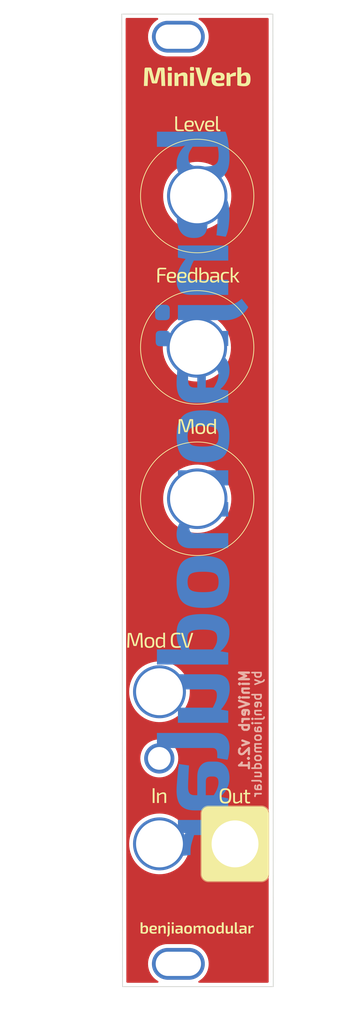
<source format=kicad_pcb>
(kicad_pcb (version 20211014) (generator pcbnew)
  (title_block (title "MiniVerb") (rev "v2.1") (company "benjiaomodular"))
  (layers (0 "F.Cu" signal) (31 "B.Cu" signal) (34 "B.Paste" user) (35 "F.Paste" user) (36 "B.SilkS" user "B.Silkscreen") (37 "F.SilkS" user "F.Silkscreen") (38 "B.Mask" user) (39 "F.Mask" user) (44 "Edge.Cuts" user))
  (net 0 "")
  (footprint "benjiaomodular:Panel_4HP" (layer "F.Cu") (at 132.149067 37.045933)
    (fp_text reference "REF**" hide)
    (fp_text value "Panel_4HP")
    (pad "" thru_hole oval locked (at 7.5 3) (size 7 4.2) (drill oval 6 3.2) (layers *.Cu *.Mask))
    (pad "" thru_hole oval locked (at 7.5 125.5) (size 7 4.2) (drill oval 6 3.2) (layers *.Cu *.Mask))
  )
  (footprint "benjiaomodular:PanelHole_AudioJack_3.5mm" (layer "F.Cu") (at 137.149067 120.095933)
    (fp_text reference "REF**")
    (fp_text value "PanelHole_AudioJack_3.5mm")
    (pad "" np_thru_hole circle (at 0 6.5 180) (size 7 7) (drill 6.2) (layers F&B.Cu *.Mask))
  )
  (footprint "benjiaomodular:PanelHole_Potentiometer_RV09" (layer "F.Cu") (at 139.649067 68.595933 90)
    (fp_text reference "REF**" hide)
    (fp_text value "PanelHole_Potentiometer_RV09" hide)
    (pad "" np_thru_hole circle (at 7.5 2.5 180) (size 8 8) (drill 7.2) (layers F&B.Cu *.Mask))
  )
  (footprint "benjiaomodular:PanelHole_Potentiometer_RV09" (layer "F.Cu") (at 139.649067 108.595933 90)
    (fp_text reference "REF**" hide)
    (fp_text value "PanelHole_Potentiometer_RV09" hide)
    (pad "" np_thru_hole circle (at 7.5 2.5 180) (size 8 8) (drill 7.2) (layers F&B.Cu *.Mask))
  )
  (footprint "benjiaomodular:PanelHole_AudioJack_3.5mm" (layer "F.Cu") (at 147.149067 140.195933)
    (fp_text reference "REF**")
    (fp_text value "PanelHole_AudioJack_3.5mm")
    (pad "" np_thru_hole circle (at 0 6.5 180) (size 7 7) (drill 6.2) (layers F&B.Cu *.Mask))
  )
  (footprint "benjiaomodular:PanelHole_AudioJack_3.5mm" (layer "F.Cu") (at 137.149067 140.195933)
    (fp_text reference "REF**")
    (fp_text value "PanelHole_AudioJack_3.5mm")
    (pad "" np_thru_hole circle (at 0 6.5 180) (size 7 7) (drill 6.2) (layers F&B.Cu *.Mask))
  )
  (footprint "benjiaomodular:PanelHole_Potentiometer_RV09" (layer "F.Cu") (at 139.599067 88.595933 90)
    (fp_text reference "REF**" hide)
    (fp_text value "PanelHole_Potentiometer_RV09" hide)
    (pad "" np_thru_hole circle (at 7.5 2.5 180) (size 8 8) (drill 7.2) (layers F&B.Cu *.Mask))
  )
  (gr_poly (pts (xy 139.588814 145.099685) (xy 140.605288 145.286238) (xy 140.468712 145.45056) (xy 140.33998 145.615261) (xy 140.219179 145.780337) (xy 140.106394 145.945785) (xy 140.001711 146.111601) (xy 139.952434 146.194646) (xy 139.905214 146.277781) (xy 139.860063 146.361007) (xy 139.81699 146.444322) (xy 139.776007 146.527727) (xy 139.737124 146.61122) (xy 139.697909 146.700451) (xy 139.661219 146.789362) (xy 139.627056 146.877953) (xy 139.595421 146.966225) (xy 139.566313 147.054178) (xy 139.539733 147.141813) (xy 139.515683 147.229131) (xy 139.494162 147.316132) (xy 139.47517 147.402817) (xy 139.458709 147.489186) (xy 139.44478 147.57524) (xy 139.433381 147.660979) (xy 139.424515 147.746404) (xy 139.418181 147.831515) (xy 139.41438 147.916314) (xy 139.413113 148.0008) (xy 139.413113 148.351683) (xy 141.262097 148.162551) (xy 141.262097 147.60961) (xy 141.264203 147.490916) (xy 141.270521 147.37096) (xy 141.281054 147.24974) (xy 141.295802 147.127255) (xy 141.314766 147.003506) (xy 141.337949 146.87849) (xy 141.36535 146.752207) (xy 141.396972 146.624656) (xy 141.462175 146.390002) (xy 141.541097 146.127896) (xy 141.632447 145.840931) (xy 141.734936 145.531699) (xy 146.254039 145.531699) (xy 146.254039 143.534407) (xy 139.588814 143.534407)) (layer "B.Cu") (width 0) (fill solid))
  (gr_poly (pts (xy 139.588812 98.92731) (xy 140.602186 99.082339) (xy 140.463548 99.235412) (xy 140.333437 99.387437) (xy 140.211948 99.538395) (xy 140.154466 99.613469) (xy 140.099175 99.68827) (xy 140.046086 99.762795) (xy 139.995212 99.837043) (xy 139.946563 99.911012) (xy 139.900152 99.984698) (xy 139.855991 100.0581) (xy 139.814091 100.131216) (xy 139.774464 100.204043) (xy 139.737122 100.27658) (xy 139.697907 100.354586) (xy 139.661217 100.433434) (xy 139.627054 100.513126) (xy 139.595419 100.593661) (xy 139.566311 100.675038) (xy 139.539732 100.757259) (xy 139.515681 100.840323) (xy 139.49416 100.92423) (xy 139.475168 101.00898) (xy 139.458707 101.094574) (xy 139.444778 101.181012) (xy 139.433379 101.268293) (xy 139.424513 101.356417) (xy 139.418179 101.445385) (xy 139.414379 101.535197) (xy 139.413112 101.625853) (xy 139.414957 101.735483) (xy 139.420493 101.841739) (xy 139.429721 101.944622) (xy 139.442638 102.044131) (xy 139.459246 102.140266) (xy 139.479544 102.233028) (xy 139.503532 102.322417) (xy 139.53121 102.408432) (xy 139.562577 102.491074) (xy 139.597634 102.570343) (xy 139.636379 102.646239) (xy 139.678813 102.718761) (xy 139.724936 102.787911) (xy 139.774747 102.853688) (xy 139.828247 102.916092) (xy 139.885434 102.975123) (xy 139.916877 103.006379) (xy 139.949397 103.036526) (xy 139.982988 103.065569) (xy 140.017645 103.093513) (xy 140.053364 103.120364) (xy 140.090139 103.146127) (xy 140.127965 103.170809) (xy 140.166837 103.194413) (xy 140.20675 103.216946) (xy 140.247699 103.238413) (xy 140.289678 103.258819) (xy 140.332683 103.27817) (xy 140.376707 103.296471) (xy 140.421748 103.313728) (xy 140.467798 103.329946) (xy 140.514853 103.34513) (xy 140.391891 103.483181) (xy 140.276047 103.620642) (xy 140.16744 103.7575) (xy 140.066188 103.893747) (xy 140.018358 103.961637) (xy 139.972412 104.02937) (xy 139.928364 104.096945) (xy 139.886229 104.164361) (xy 139.846023 104.231615) (xy 139.80776 104.298707) (xy 139.771455 104.365635) (xy 139.737122 104.432399) (xy 139.697907 104.511986) (xy 139.661217 104.592205) (xy 139.627054 104.673056) (xy 139.595419 104.75454) (xy 139.566311 104.836655) (xy 139.539732 104.919403) (xy 139.515681 105.002784) (xy 139.49416 105.086797) (xy 139.475168 105.171442) (xy 139.458707 105.25672) (xy 139.444778 105.34263) (xy 139.433379 105.429173) (xy 139.424513 105.516349) (xy 139.418179 105.604157) (xy 139.414379 105.692598) (xy 139.413112 105.781672) (xy 139.414957 105.892987) (xy 139.420493 106.000925) (xy 139.429721 106.105489) (xy 139.442638 106.206677) (xy 139.459246 106.304491) (xy 139.479545 106.39893) (xy 139.503533 106.489995) (xy 139.53121 106.577687) (xy 139.562577 106.662005) (xy 139.597634 106.742951) (xy 139.636379 106.820524) (xy 139.678814 106.894725) (xy 139.724936 106.965555) (xy 139.774748 107.033013) (xy 139.828247 107.0971) (xy 139.885435 107.157817) (xy 139.946158 107.215004) (xy 140.010262 107.268504) (xy 140.077746 107.318315) (xy 140.148609 107.364438) (xy 140.222849 107.406872) (xy 140.300466 107.445617) (xy 140.381458 107.480673) (xy 140.465825 107.51204) (xy 140.553564 107.539717) (xy 140.644676 107.563705) (xy 140.739158 107.584003) (xy 140.83701 107.600611) (xy 140.938231 107.613528) (xy 141.04282 107.622755) (xy 141.150775 107.628292) (xy 141.262095 107.630137) (xy 146.254038 107.630137) (xy 146.254038 105.646796) (xy 141.882728 105.646796) (xy 141.831391 105.64616) (xy 141.78195 105.644251) (xy 141.734405 105.641071) (xy 141.688756 105.636622) (xy 141.645003 105.630903) (xy 141.603147 105.623916) (xy 141.563189 105.615662) (xy 141.525127 105.606142) (xy 141.488963 105.595357) (xy 141.454697 105.583309) (xy 141.422329 105.569997) (xy 141.391859 105.555423) (xy 141.363288 105.539589) (xy 141.336615 105.522494) (xy 141.311841 105.504141) (xy 141.288966 105.48453) (xy 141.266088 105.463346) (xy 141.244681 105.440272) (xy 141.224746 105.415305) (xy 141.206283 105.388446) (xy 141.189293 105.359693) (xy 141.173778 105.329046) (xy 141.159737 105.296503) (xy 141.147171 105.262064) (xy 141.136081 105.225727) (xy 141.126467 105.187492) (xy 141.118331 105.147357) (xy 141.111673 105.105322) (xy 141.106493 105.061385) (xy 141.102792 105.015547) (xy 141.100571 104.967805) (xy 141.09983 104.918158) (xy 141.100894 104.857855) (xy 141.10408 104.798388) (xy 141.109385 104.739757) (xy 141.116804 104.681968) (xy 141.126332 104.625022) (xy 141.137965 104.568922) (xy 141.151698 104.513672) (xy 141.167527 104.459273) (xy 141.18567 104.404248) (xy 141.206351 104.347118) (xy 141.229564 104.287883) (xy 141.255308 104.22654) (xy 141.28358 104.163089) (xy 141.314377 104.09753) (xy 141.347696 104.02986) (xy 141.383534 103.960078) (xy 141.413214 103.904407) (xy 141.445336 103.845978) (xy 141.516287 103.721557) (xy 141.595147 103.588239) (xy 141.680674 103.447448) (xy 146.254037 103.447448) (xy 146.254037 101.531287) (xy 141.882728 101.531287) (xy 141.829758 101.530552) (xy 141.77879 101.528347) (xy 141.729825 101.524672) (xy 141.682863 101.519524) (xy 141.637903 101.512905) (xy 141.594945 101.504811) (xy 141.553991 101.495244) (xy 141.515039 101.484202) (xy 141.47809 101.471684) (xy 141.443144 101.457689) (xy 141.410201 101.442217) (xy 141.37926 101.425266) (xy 141.350323 101.406837) (xy 141.323389 101.386927) (xy 141.298458 101.365537) (xy 141.27553 101.342665) (xy 141.254286 101.319947) (xy 141.234406 101.295642) (xy 141.215891 101.269751) (xy 141.198743 101.242276) (xy 141.182961 101.213216) (xy 141.168548 101.182573) (xy 141.155503 101.150347) (xy 141.143827 101.116539) (xy 141.133522 101.08115) (xy 141.124589 101.044181) (xy 141.117027 101.005631) (xy 141.110838 100.965502) (xy 141.106023 100.923795) (xy 141.102583 100.88051) (xy 141.100518 100.835648) (xy 141.09983 100.78921) (xy 141.100893 100.73186) (xy 141.104079 100.6745) (xy 141.109384 100.617135) (xy 141.116803 100.559766) (xy 141.126331 100.502398) (xy 141.137964 100.445033) (xy 141.151697 100.387674) (xy 141.167526 100.330325) (xy 141.182487 100.275091) (xy 141.200373 100.217336) (xy 141.221194 100.157055) (xy 141.244956 100.094247) (xy 141.271668 100.02891) (xy 141.301338 99.96104) (xy 141.333973 99.890636) (xy 141.369581 99.817694) (xy 141.397562 99.765305) (xy 141.428033 99.710135) (xy 141.495738 99.592253) (xy 141.571291 99.465651) (xy 141.653285 99.331935) (xy 146.254037 99.331935) (xy 146.254037 97.335158) (xy 139.588812 97.335158)) (layer "B.Cu") (width 0) (fill solid))
  (gr_poly (pts (xy 147.971338 74.723074) (xy 147.907566 74.777268) (xy 147.844006 74.82936) (xy 147.780658 74.87935) (xy 147.717523 74.927235) (xy 147.654598 74.973015) (xy 147.591885 75.016689) (xy 147.529383 75.058255) (xy 147.467092 75.097714) (xy 147.405012 75.135063) (xy 147.343142 75.170301) (xy 147.281481 75.203429) (xy 147.220031 75.234443) (xy 147.158789 75.263344) (xy 147.097757 75.29013) (xy 147.036934 75.314801) (xy 146.975742 75.337672) (xy 146.9136 75.359062) (xy 146.850509 75.378971) (xy 146.786468 75.397401) (xy 146.721479 75.414351) (xy 146.65554 75.429823) (xy 146.588652 75.443818) (xy 146.520816 75.456336) (xy 146.452031 75.467378) (xy 146.382297 75.476945) (xy 146.311614 75.485038) (xy 146.239983 75.491658) (xy 146.093877 75.500481) (xy 145.943978 75.503421) (xy 139.588811 75.503421) (xy 139.588811 77.500714) (xy 145.943978 77.500714) (xy 146.019714 77.49987) (xy 146.095127 77.497336) (xy 146.170219 77.493113) (xy 146.24499 77.487202) (xy 146.319441 77.479604) (xy 146.393573 77.470317) (xy 146.467387 77.459343) (xy 146.540884 77.446682) (xy 146.614064 77.432335) (xy 146.68693 77.416301) (xy 146.759481 77.398581) (xy 146.831718 77.379176) (xy 146.903642 77.358086) (xy 146.975255 77.335311) (xy 147.046557 77.310851) (xy 147.11755 77.284707) (xy 147.189602 77.258669) (xy 147.260711 77.231154) (xy 147.330876 77.202162) (xy 147.400096 77.171693) (xy 147.468371 77.139747) (xy 147.535699 77.106325) (xy 147.60208 77.071426) (xy 147.667514 77.035051) (xy 147.731998 76.997201) (xy 147.795533 76.957875) (xy 147.858118 76.917074) (xy 147.919752 76.874797) (xy 147.980434 76.831045) (xy 148.040164 76.785819) (xy 148.09894 76.739119) (xy 148.156763 76.690944) (xy 148.213422 76.643089) (xy 148.26871 76.593975) (xy 148.322627 76.5436) (xy 148.375174 76.491964) (xy 148.426349 76.439066) (xy 148.476154 76.384906) (xy 148.524588 76.329482) (xy 148.571652 76.272794) (xy 148.617345 76.214841) (xy 148.661668 76.155623) (xy 148.704621 76.095138) (xy 148.746204 76.033385) (xy 148.786416 75.970365) (xy 148.825259 75.906076) (xy 148.862733 75.840517) (xy 148.898836 75.773688) (xy 148.035323 74.666779)) (layer "B.Cu") (width 0) (fill solid))
  (gr_poly (pts (xy 136.809138 134.035765) (xy 144.122386 134.02233) (xy 144.163918 134.023117) (xy 144.204184 134.025478) (xy 144.243183 134.029414) (xy 144.280915 134.034926) (xy 144.317381 134.042016) (xy 144.352581 134.050684) (xy 144.386515 134.060931) (xy 144.419184 134.072758) (xy 144.450587 134.086166) (xy 144.480726 134.101156) (xy 144.509601 134.11773) (xy 144.537211 134.135887) (xy 144.563558 134.15563) (xy 144.58864 134.176959) (xy 144.61246 134.199875) (xy 144.635016 134.224379) (xy 144.654622 134.250417) (xy 144.672959 134.277932) (xy 144.690028 134.306924) (xy 144.705829 134.337393) (xy 144.720364 134.369339) (xy 144.733632 134.402761) (xy 144.745633 134.43766) (xy 144.75637 134.474035) (xy 144.765841 134.511886) (xy 144.774048 134.551212) (xy 144.780991 134.592014) (xy 144.786671 134.634291) (xy 144.791087 134.678042) (xy 144.794241 134.723269) (xy 144.796133 134.76997) (xy 144.796764 134.818145) (xy 144.796764 135.358161) (xy 146.146035 135.587088) (xy 146.165882 135.544517) (xy 146.184916 135.497756) (xy 146.203125 135.446799) (xy 146.220499 135.391634) (xy 146.237027 135.332253) (xy 146.252698 135.268647) (xy 146.267502 135.200806) (xy 146.281427 135.128722) (xy 146.29765 135.054299) (xy 146.312576 134.979453) (xy 146.326215 134.904185) (xy 146.338578 134.828495) (xy 146.349675 134.752383) (xy 146.359517 134.67585) (xy 146.368115 134.598896) (xy 146.375479 134.521521) (xy 146.384985 134.445397) (xy 146.393248 134.3722) (xy 146.400261 134.301938) (xy 146.406016 134.234619) (xy 146.410505 134.170252) (xy 146.413721 134.108844) (xy 146.415656 134.050404) (xy 146.416303 133.994941) (xy 146.414457 133.883417) (xy 146.408921 133.774853) (xy 146.399694 133.669246) (xy 146.386776 133.566597) (xy 146.370168 133.466903) (xy 146.34987 133.370164) (xy 146.325882 133.276379) (xy 146.298204 133.185547) (xy 146.266837 133.097666) (xy 146.231781 133.012735) (xy 146.193035 132.930754) (xy 146.150601 132.851722) (xy 146.104478 132.775637) (xy 146.054667 132.702498) (xy 146.001168 132.632304) (xy 145.94398 132.565055) (xy 145.883471 132.501328) (xy 145.820009 132.441706) (xy 145.753593 132.386188) (xy 145.684224 132.334775) (xy 145.611903 132.28747) (xy 145.53663 132.244272) (xy 145.458405 132.205184) (xy 145.377228 132.170205) (xy 145.293099 132.139337) (xy 145.20602 132.112582) (xy 145.115989 132.08994) (xy 145.023008 132.071412) (xy 144.927076 132.057) (xy 144.828194 132.046704) (xy 144.726362 132.040526) (xy 144.62158 132.038466) (xy 136.809138 132.038466)) (layer "B.Cu") (width 0) (fill solid))
  (gr_poly (pts (xy 142.773366 60.04217) (xy 142.616089 60.046283) (xy 142.463029 60.053138) (xy 142.314186 60.062735) (xy 142.169559 60.075074) (xy 142.029148 60.090153) (xy 141.892954 60.107974) (xy 141.760977 60.128536) (xy 141.633216 60.151839) (xy 141.509671 60.177882) (xy 141.390343 60.206666) (xy 141.275231 60.238189) (xy 141.164336 60.272453) (xy 141.057657 60.309456) (xy 140.955195 60.349199) (xy 140.856949 60.391681) (xy 140.762499 60.437114) (xy 140.671424 60.485709) (xy 140.583722 60.537466) (xy 140.499393 60.592384) (xy 140.418438 60.650465) (xy 140.340856 60.711708) (xy 140.266648 60.776114) (xy 140.195812 60.843681) (xy 140.12835 60.914411) (xy 140.064261 60.988303) (xy 140.003545 61.065358) (xy 139.946202 61.145576) (xy 139.892232 61.228956) (xy 139.841634 61.315499) (xy 139.794409 61.405205) (xy 139.750557 61.498074) (xy 139.709708 61.594368) (xy 139.671492 61.694349) (xy 139.635909 61.798017) (xy 139.602959 61.905373) (xy 139.572644 62.016417) (xy 139.544962 62.13115) (xy 139.519915 62.249571) (xy 139.497503 62.371682) (xy 139.477726 62.497482) (xy 139.460585 62.626971) (xy 139.44608 62.760151) (xy 139.434212 62.897022) (xy 139.418386 63.181836) (xy 139.41311 63.481416) (xy 139.415378 63.688501) (xy 139.422181 63.888105) (xy 139.433519 64.080227) (xy 139.449392 64.264866) (xy 139.4698 64.442023) (xy 139.494741 64.611696) (xy 139.524216 64.773886) (xy 139.558224 64.928592) (xy 139.596764 65.075814) (xy 139.639837 65.215551) (xy 139.687443 65.347802) (xy 139.739579 65.472569) (xy 139.796248 65.589849) (xy 139.857447 65.699643) (xy 139.923177 65.801951) (xy 139.993437 65.896771) (xy 140.066488 65.986636) (xy 140.143969 66.070702) (xy 140.225877 66.148969) (xy 140.312214 66.221439) (xy 140.402978 66.28811) (xy 140.498171 66.348983) (xy 140.597791 66.404058) (xy 140.701839 66.453336) (xy 140.810314 66.496815) (xy 140.923216 66.534497) (xy 141.040545 66.566382) (xy 141.162301 66.592469) (xy 141.288484 66.612759) (xy 141.419093 66.627251) (xy 141.554129 66.635947) (xy 141.693591 66.638845) (xy 141.806487 66.638633) (xy 141.915797 66.634623) (xy 142.02152 66.626816) (xy 142.123657 66.615212) (xy 142.222208 66.599812) (xy 142.317174 66.580615) (xy 142.408556 66.557623) (xy 142.496352 66.530836) (xy 142.580565 66.500255) (xy 142.661194 66.465878) (xy 142.73824 66.427708) (xy 142.811703 66.385744) (xy 142.881584 66.339986) (xy 142.947882 66.290436) (xy 143.010599 66.237093) (xy 143.069734 66.179958) (xy 143.123655 66.118241) (xy 143.1741 66.051151) (xy 143.221071 65.978688) (xy 143.264566 65.900852) (xy 143.304584 65.817642) (xy 143.341125 65.729058) (xy 143.374189 65.635099) (xy 143.403775 65.535764) (xy 143.429882 65.431053) (xy 143.45251 65.320965) (xy 143.471659 65.2055) (xy 143.487327 65.084658) (xy 143.499514 64.958437) (xy 143.50822 64.826838) (xy 143.513444 64.689859) (xy 143.515185 64.5475) (xy 143.515185 62.173485) (xy 143.590235 62.183231) (xy 143.662708 62.193968) (xy 143.732564 62.205718) (xy 143.799765 62.218505) (xy 143.864273 62.23235) (xy 143.926049 62.247275) (xy 143.985055 62.263302) (xy 144.041251 62.280455) (xy 144.095854 62.299798) (xy 144.148348 62.320721) (xy 144.198733 62.343225) (xy 144.24701 62.367309) (xy 144.293178 62.392974) (xy 144.337237 62.42022) (xy 144.379188 62.449046) (xy 144.419031 62.479454) (xy 144.456765 62.511443) (xy 144.492391 62.545013) (xy 144.52591 62.580165) (xy 144.55732 62.616898) (xy 144.586623 62.655213) (xy 144.613818 62.69511) (xy 144.638905 62.736589) (xy 144.661885 62.77965) (xy 144.683129 62.826241) (xy 144.703009 62.874939) (xy 144.721524 62.925744) (xy 144.738672 62.978656) (xy 144.754454 63.033675) (xy 144.768867 63.090802) (xy 144.781912 63.150037) (xy 144.793587 63.211379) (xy 144.803892 63.27483) (xy 144.812826 63.340389) (xy 144.820388 63.408057) (xy 144.826576 63.477834) (xy 144.834832 63.623716) (xy 144.837585 63.778038) (xy 144.835917 64.020969) (xy 144.830899 64.290957) (xy 144.822506 64.58793) (xy 144.810713 64.911819) (xy 144.787935 65.255867) (xy 144.760101 65.599891) (xy 144.727213 65.943914) (xy 144.689274 66.287962) (xy 145.917106 66.476581) (xy 145.963056 66.377077) (xy 146.006462 66.27421) (xy 146.047327 66.167977) (xy 146.085657 66.058374) (xy 146.121457 65.945398) (xy 146.154732 65.829045) (xy 146.185487 65.709312) (xy 146.213728 65.586196) (xy 146.239656 65.460974) (xy 146.263468 65.334922) (xy 146.285165 65.208037) (xy 146.304751 65.080313) (xy 146.322229 64.951745) (xy 146.337601 64.82233) (xy 146.350871 64.692061) (xy 146.36204 64.560936) (xy 146.374707 64.430019) (xy 146.385705 64.300377) (xy 146.395028 64.172006) (xy 146.40267 64.044904) (xy 146.408624 63.919067) (xy 146.412884 63.794491) (xy 146.415445 63.671174) (xy 146.4163 63.549111) (xy 146.414877 63.392466) (xy 146.410607 63.239613) (xy 146.403491 63.090553) (xy 146.393529 62.945286) (xy 146.380721 62.803813) (xy 146.365066 62.666133) (xy 146.346565 62.532248) (xy 146.325218 62.402157) (xy 146.301025 62.275861) (xy 146.273985 62.15336) (xy 146.270465 62.139378) (xy 142.395357 62.139378) (xy 142.395357 63.994045) (xy 142.394616 64.050074) (xy 142.392395 64.10347) (xy 142.388694 64.154233) (xy 142.383514 64.202362) (xy 142.376855 64.247858) (xy 142.368718 64.290719) (xy 142.359104 64.330947) (xy 142.348014 64.368539) (xy 142.341915 64.386347) (xy 142.335448 64.403496) (xy 142.328612 64.419986) (xy 142.321407 64.435817) (xy 142.313833 64.450989) (xy 142.305891 64.465502) (xy 142.297581 64.479356) (xy 142.288902 64.49255) (xy 142.279855 64.505086) (xy 142.270439 64.516962) (xy 142.260656 64.528179) (xy 142.250505 64.538736) (xy 142.239985 64.548635) (xy 142.229098 64.557873) (xy 142.217843 64.566453) (xy 142.206221 64.574372) (xy 142.180345 64.59071) (xy 142.153316 64.605993) (xy 142.125132 64.620222) (xy 142.095792 64.633395) (xy 142.065295 64.645513) (xy 142.033642 64.656577) (xy 142.00083 64.666586) (xy 141.96686 64.675542) (xy 141.93173 64.683443) (xy 141.895439 64.69029) (xy 141.857987 64.696083) (xy 141.819374 64.700823) (xy 141.779597 64.704509) (xy 141.738657 64.707141) (xy 141.696553 64.708721) (xy 141.653283 64.709247) (xy 141.595408 64.706562) (xy 141.539843 64.701876) (xy 141.486592 64.695191) (xy 141.435654 64.686505) (xy 141.387031 64.675818) (xy 141.340724 64.66313) (xy 141.296734 64.64844) (xy 141.275608 64.640344) (xy 141.255062 64.631747) (xy 141.235096 64.62265) (xy 141.215709 64.613051) (xy 141.196903 64.602952) (xy 141.178676 64.592352) (xy 141.16103 64.581252) (xy 141.143964 64.56965) (xy 141.127479 64.557547) (xy 141.111575 64.544942) (xy 141.096251 64.531837) (xy 141.081509 64.51823) (xy 141.067347 64.504122) (xy 141.053767 64.489513) (xy 141.040768 64.474402) (xy 141.028351 64.45879) (xy 141.016515 64.442676) (xy 141.005261 64.426061) (xy 140.982389 64.392593) (xy 140.961 64.356281) (xy 140.94109 64.317124) (xy 140.922661 64.275123) (xy 140.905711 64.230276) (xy 140.890239 64.182584) (xy 140.876245 64.132047) (xy 140.863727 64.078663) (xy 140.852685 64.022434) (xy 140.843118 63.963358) (xy 140.835025 63.901435) (xy 140.828405 63.836665) (xy 140.823258 63.769048) (xy 140.819582 63.698584) (xy 140.817377 63.625271) (xy 140.816643 63.549111) (xy 140.817221 63.480903) (xy 140.818956 63.414583) (xy 140.821849 63.350152) (xy 140.8259 63.287611) (xy 140.831109 63.226961) (xy 140.837477 63.168205) (xy 140.845004 63.111344) (xy 140.85369 63.056378) (xy 140.863535 63.00331) (xy 140.874541 62.952141) (xy 140.886707 62.902872) (xy 140.900033 62.855505) (xy 140.914521 62.810041) (xy 140.93017 62.766481) (xy 140.946981 62.724828) (xy 140.964953 62.685081) (xy 140.984562 62.64703) (xy 141.006283 62.610461) (xy 141.030116 62.575372) (xy 141.056059 62.541762) (xy 141.084113 62.509632) (xy 141.114277 62.47898) (xy 141.146551 62.449805) (xy 141.180933 62.422107) (xy 141.217424 62.395885) (xy 141.256022 62.371138) (xy 141.296728 62.347865) (xy 141.33954 62.326065) (xy 141.384458 62.305738) (xy 141.431482 62.286883) (xy 141.48061 62.269498) (xy 141.531843 62.253584) (xy 141.615445 62.23147) (xy 141.706057 62.211623) (xy 141.803652 62.194029) (xy 141.908201 62.178674) (xy 142.019674 62.165545) (xy 142.138044 62.154628) (xy 142.263281 62.14591) (xy 142.395357 62.139378) (xy 146.270465 62.139378) (xy 146.2441 62.034655) (xy 146.211368 61.919745) (xy 146.17579 61.808632) (xy 146.137367 61.701316) (xy 146.096097 61.597796) (xy 146.051981 61.498074) (xy 146.003224 61.403572) (xy 145.951403 61.31234) (xy 145.89652 61.224376) (xy 145.838575 61.139682) (xy 145.77757 61.058256) (xy 145.713504 60.980099) (xy 145.64638 60.90521) (xy 145.576198 60.83359) (xy 145.502958 60.765237) (xy 145.426663 60.700152) (xy 145.347312 60.638334) (xy 145.264907 60.579783) (xy 145.179449 60.524499) (xy 145.090939 60.472481) (xy 144.999377 60.42373) (xy 144.904764 60.378245) (xy 144.806942 60.337396) (xy 144.705747 60.29918) (xy 144.601181 60.263597) (xy 144.493241 60.230647) (xy 144.38193 60.200331) (xy 144.267245 60.17265) (xy 144.149187 60.147603) (xy 144.027756 60.125191) (xy 143.902952 60.105414) (xy 143.774775 60.088274) (xy 143.643224 60.073769) (xy 143.508299 60.0619) (xy 143.228327 60.046074) (xy 142.934859 60.040799)) (layer "B.Cu") (width 0) (fill solid))
  (gr_poly (pts (xy 139.588811 80.907222) (xy 146.254037 80.907222) (xy 146.254037 78.923882) (xy 139.588811 78.923882)) (layer "B.Cu") (width 0) (fill solid))
  (gr_poly (pts (xy 142.54301 116.337177) (xy 142.23689 116.349814) (xy 142.090787 116.359294) (xy 141.949322 116.37088) (xy 141.812496 116.384575) (xy 141.680307 116.400377) (xy 141.552757 116.418288) (xy 141.429844 116.438307) (xy 141.31157 116.460435) (xy 141.197934 116.484673) (xy 141.088936 116.51102) (xy 140.984577 116.539476) (xy 140.884856 116.570043) (xy 140.789773 116.602721) (xy 140.69706 116.639248) (xy 140.607824 116.677988) (xy 140.522063 116.718942) (xy 140.439779 116.762111) (xy 140.360971 116.807493) (xy 140.285641 116.855089) (xy 140.213789 116.904899) (xy 140.145415 116.956922) (xy 140.08052 117.011159) (xy 140.019103 117.06761) (xy 139.961166 117.126274) (xy 139.906709 117.187152) (xy 139.855732 117.250243) (xy 139.808236 117.315547) (xy 139.764221 117.383065) (xy 139.723688 117.452796) (xy 139.686105 117.52469) (xy 139.650942 117.598699) (xy 139.618199 117.674821) (xy 139.587877 117.753055) (xy 139.559977 117.8334) (xy 139.5345 117.915856) (xy 139.511445 118.000422) (xy 139.490815 118.087097) (xy 139.472609 118.17588) (xy 139.456828 118.266771) (xy 139.443474 118.359769) (xy 139.432545 118.454872) (xy 139.424045 118.552081) (xy 139.417972 118.651394) (xy 139.414327 118.75281) (xy 139.413112 118.85633) (xy 139.416282 119.030892) (xy 139.425789 119.203767) (xy 139.441629 119.374955) (xy 139.463798 119.544456) (xy 139.492292 119.712271) (xy 139.527107 119.878401) (xy 139.568239 120.042844) (xy 139.615684 120.205603) (xy 139.634104 120.263712) (xy 139.653579 120.321158) (xy 139.6741 120.377947) (xy 139.695661 120.434082) (xy 139.718254 120.489568) (xy 139.741871 120.544409) (xy 139.766505 120.598609) (xy 139.792148 120.652173) (xy 139.818793 120.705104) (xy 139.846432 120.757407) (xy 139.875057 120.809085) (xy 139.904661 120.860144) (xy 139.935236 120.910587) (xy 139.966774 120.960419) (xy 139.999269 121.009643) (xy 140.032713 121.058265) (xy 139.763479 121.035163) (xy 139.628855 121.02437) (xy 139.494244 121.014853) (xy 139.27753 121.008959) (xy 139.059145 121.004762) (xy 138.839072 121.002252) (xy 138.617295 121.001418) (xy 136.809137 121.001418) (xy 136.809137 122.99871) (xy 146.254038 122.99871) (xy 146.254038 121.419997) (xy 145.211208 121.247916) (xy 145.270731 121.199488) (xy 145.329251 121.149663) (xy 145.386759 121.098431) (xy 145.443248 121.045781) (xy 145.498707 120.991704) (xy 145.553131 120.936189) (xy 145.60651 120.879225) (xy 145.658836 120.820802) (xy 145.7101 120.760909) (xy 145.760296 120.699537) (xy 145.809413 120.636675) (xy 145.857445 120.572313) (xy 145.904382 120.506439) (xy 145.950218 120.439045) (xy 145.994942 120.370119) (xy 146.038548 120.299651) (xy 146.084296 120.217535) (xy 146.127092 120.133099) (xy 146.166936 120.046345) (xy 146.203828 119.957272) (xy 146.237768 119.86588) (xy 146.268755 119.772169) (xy 146.296791 119.676138) (xy 146.321875 119.577789) (xy 146.338134 119.503837) (xy 144.783327 119.503837) (xy 144.782286 119.590064) (xy 144.779158 119.673341) (xy 144.773936 119.753668) (xy 144.766612 119.831045) (xy 144.757179 119.90547) (xy 144.745629 119.976943) (xy 144.731954 120.045463) (xy 144.716148 120.111029) (xy 144.694842 120.175118) (xy 144.671427 120.239198) (xy 144.645902 120.303274) (xy 144.618271 120.367347) (xy 144.588534 120.43142) (xy 144.556693 120.495495) (xy 144.522749 120.559576) (xy 144.486704 120.623664) (xy 144.459245 120.666495) (xy 144.429814 120.711301) (xy 144.366471 120.805391) (xy 144.23194 121.001418) (xy 141.126703 121.001418) (xy 140.95152 120.407653) (xy 140.926219 120.314679) (xy 140.904286 120.217908) (xy 140.885724 120.11734) (xy 140.870533 120.012977) (xy 140.858715 119.904818) (xy 140.850272 119.792865) (xy 140.845206 119.677118) (xy 140.843516 119.557578) (xy 140.844095 119.505928) (xy 140.845831 119.455549) (xy 140.848724 119.406439) (xy 140.852775 119.358598) (xy 140.857985 119.312026) (xy 140.864353 119.26672) (xy 140.87188 119.222682) (xy 140.880567 119.179909) (xy 140.890412 119.138401) (xy 140.901418 119.098157) (xy 140.913584 119.059177) (xy 140.92691 119.021459) (xy 140.941398 118.985003) (xy 140.957046 118.949809) (xy 140.973856 118.915875) (xy 140.991827 118.883201) (xy 141.011488 118.851683) (xy 141.033365 118.821221) (xy 141.057458 118.791813) (xy 141.083767 118.76346) (xy 141.112291 118.736161) (xy 141.14303 118.709917) (xy 141.175983 118.684727) (xy 141.21115 118.660592) (xy 141.248532 118.63751) (xy 141.288126 118.615483) (xy 141.329934 118.59451) (xy 141.373954 118.57459) (xy 141.420186 118.555724) (xy 141.468631 118.537911) (xy 141.519287 118.521152) (xy 141.572154 118.505446) (xy 141.686644 118.476985) (xy 141.814224 118.452319) (xy 141.954888 118.431447) (xy 142.10863 118.414369) (xy 142.275443 118.401087) (xy 142.455321 118.391599) (xy 142.648258 118.385907) (xy 142.854246 118.384009) (xy 143.047342 118.385698) (xy 143.228598 118.390765) (xy 143.398026 118.399208) (xy 143.555635 118.411025) (xy 143.701439 118.426215) (xy 143.835448 118.444777) (xy 143.957673 118.46671) (xy 144.01437 118.478939) (xy 144.068125 118.492011) (xy 144.117777 118.507665) (xy 144.165536 118.524267) (xy 144.2114 118.541819) (xy 144.25537 118.560319) (xy 144.297444 118.579768) (xy 144.337623 118.600166) (xy 144.375905 118.621513) (xy 144.41229 118.643809) (xy 144.446778 118.667054) (xy 144.479368 118.691247) (xy 144.510059 118.716389) (xy 144.538851 118.74248) (xy 144.565743 118.769519) (xy 144.590735 118.797507) (xy 144.613826 118.826444) (xy 144.635016 118.85633) (xy 144.652988 118.888901) (xy 144.669799 118.922524) (xy 144.685448 118.957197) (xy 144.699935 118.992923) (xy 144.713262 119.029701) (xy 144.725428 119.067531) (xy 144.736433 119.106414) (xy 144.746279 119.146352) (xy 144.754965 119.187343) (xy 144.762492 119.229389) (xy 144.768859 119.27249) (xy 144.774069 119.316646) (xy 144.77812 119.361859) (xy 144.781013 119.408127) (xy 144.782748 119.455453) (xy 144.783327 119.503837) (xy 146.338134 119.503837) (xy 146.344007 119.477121) (xy 146.363188 119.374133) (xy 146.379418 119.268826) (xy 146.392697 119.1612) (xy 146.403024 119.051255) (xy 146.410401 118.93899) (xy 146.414827 118.824406) (xy 146.416302 118.707503) (xy 146.412715 118.550121) (xy 146.401955 118.398431) (xy 146.384022 118.252433) (xy 146.372366 118.181569) (xy 146.358918 118.112128) (xy 146.343676 118.044111) (xy 146.326642 117.977516) (xy 146.307815 117.912344) (xy 146.287196 117.848596) (xy 146.264784 117.78627) (xy 146.24058 117.725368) (xy 146.214584 117.665889) (xy 146.186795 117.607833) (xy 146.157215 117.5512) (xy 146.125843 117.49599) (xy 146.092679 117.442203) (xy 146.057723 117.389839) (xy 146.020975 117.338899) (xy 145.982436 117.289381) (xy 145.942105 117.241286) (xy 145.899983 117.194615) (xy 145.85607 117.149367) (xy 145.810366 117.105541) (xy 145.76287 117.063139) (xy 145.713583 117.02216) (xy 145.662506 116.982604) (xy 145.609638 116.944471) (xy 145.554979 116.907761) (xy 145.498529 116.872474) (xy 145.380732 116.807118) (xy 145.256722 116.745985) (xy 145.126497 116.689071) (xy 144.990056 116.636377) (xy 144.8474 116.587903) (xy 144.698526 116.543647) (xy 144.543435 116.503609) (xy 144.382125 116.467788) (xy 144.214596 116.436183) (xy 144.040847 116.408795) (xy 143.860876 116.385622) (xy 143.674684 116.366664) (xy 143.482269 116.351919) (xy 143.283631 116.341389) (xy 143.078769 116.335071) (xy 142.867682 116.332965)) (layer "B.Cu") (width 0) (fill solid))
  (gr_poly (pts (xy 139.588813 126.283782) (xy 143.974075 126.283782) (xy 144.025412 126.28447) (xy 144.074853 126.286535) (xy 144.122398 126.289976) (xy 144.168047 126.294792) (xy 144.211799 126.300981) (xy 144.253654 126.308543) (xy 144.293612 126.317477) (xy 144.331673 126.327782) (xy 144.367837 126.339458) (xy 144.402103 126.352503) (xy 144.434471 126.366916) (xy 144.464941 126.382697) (xy 144.493513 126.399845) (xy 144.520186 126.418358) (xy 144.544961 126.438237) (xy 144.567837 126.459479) (xy 144.589075 126.483937) (xy 144.608939 126.510082) (xy 144.627428 126.537915) (xy 144.644543 126.567436) (xy 144.660285 126.598645) (xy 144.674655 126.63154) (xy 144.687654 126.666122) (xy 144.699281 126.702391) (xy 144.709538 126.740347) (xy 144.718425 126.779989) (xy 144.725943 126.821318) (xy 144.732092 126.864332) (xy 144.736874 126.909032) (xy 144.740289 126.955417) (xy 144.742337 127.003488) (xy 144.74302 127.053244) (xy 144.742441 127.105471) (xy 144.740705 127.157586) (xy 144.737812 127.209588) (xy 144.733761 127.26148) (xy 144.728551 127.313262) (xy 144.722183 127.364935) (xy 144.714656 127.416501) (xy 144.705969 127.46796) (xy 144.696123 127.519314) (xy 144.685118 127.570564) (xy 144.672952 127.62171) (xy 144.659625 127.672754) (xy 144.645138 127.723697) (xy 144.62949 127.77454) (xy 144.61268 127.825284) (xy 144.594709 127.87593) (xy 144.559266 127.964058) (xy 144.519426 128.056925) (xy 144.475428 128.154271) (xy 144.427512 128.255838) (xy 144.375916 128.361367) (xy 144.320881 128.4706) (xy 144.201451 128.699141) (xy 139.588813 128.699141) (xy 139.588814 130.695914) (xy 146.254039 130.695914) (xy 146.254039 129.11772) (xy 145.283039 128.947699) (xy 145.41889 128.780908) (xy 145.546461 128.614799) (xy 145.665657 128.449383) (xy 145.776379 128.28467) (xy 145.878532 128.12067) (xy 145.926364 128.038941) (xy 145.972017 127.957395) (xy 146.015479 127.876031) (xy 146.056738 127.794853) (xy 146.095782 127.713861) (xy 146.132599 127.633055) (xy 146.170181 127.545199) (xy 146.205343 127.457034) (xy 146.238085 127.36856) (xy 146.268407 127.279777) (xy 146.296307 127.190681) (xy 146.321784 127.101273) (xy 146.344839 127.011551) (xy 146.365469 126.921514) (xy 146.383675 126.831161) (xy 146.399457 126.740491) (xy 146.412812 126.649501) (xy 146.42374 126.558192) (xy 146.432242 126.466562) (xy 146.438315 126.37461) (xy 146.441959 126.282335) (xy 146.443174 126.189734) (xy 146.441356 126.072685) (xy 146.435902 125.959351) (xy 146.426812 125.849731) (xy 146.414085 125.743826) (xy 146.397722 125.641635) (xy 146.377723 125.54316) (xy 146.354088 125.4484) (xy 146.326816 125.357354) (xy 146.295908 125.270024) (xy 146.261364 125.186409) (xy 146.223183 125.106509) (xy 146.181365 125.030325) (xy 146.135911 124.957856) (xy 146.08682 124.889102) (xy 146.034093 124.824065) (xy 145.977728 124.762743) (xy 145.917727 124.705137) (xy 145.85409 124.651247) (xy 145.786815 124.601072) (xy 145.715904 124.554614) (xy 145.641355 124.511872) (xy 145.56317 124.472846) (xy 145.481347 124.437537) (xy 145.395888 124.405944) (xy 145.306791 124.378068) (xy 145.214057 124.353908) (xy 145.117687 124.333464) (xy 145.017678 124.316738) (xy 144.914033 124.303728) (xy 144.80675 124.294436) (xy 144.69583 124.28886) (xy 144.581272 124.287001) (xy 139.588813 124.287001)) (layer "B.Cu") (width 0) (fill solid))
  (gr_poly (pts (xy 136.809134 52.599393) (xy 136.809134 54.59617) (xy 138.968176 54.609606) (xy 139.082438 54.608772) (xy 139.195846 54.606268) (xy 139.308404 54.602088) (xy 139.420115 54.596227) (xy 139.530983 54.588679) (xy 139.641011 54.579439) (xy 139.750202 54.568502) (xy 139.85856 54.555862) (xy 139.945025 54.546417) (xy 140.031152 54.534921) (xy 140.116958 54.521478) (xy 140.202458 54.506193) (xy 140.28767 54.489172) (xy 140.372607 54.470519) (xy 140.457286 54.45034) (xy 140.541723 54.428738) (xy 140.475395 54.497238) (xy 140.410157 54.566483) (xy 140.346117 54.636541) (xy 140.283384 54.707476) (xy 140.222067 54.779355) (xy 140.162275 54.852243) (xy 140.104115 54.926208) (xy 140.047696 55.001313) (xy 139.975586 55.103352) (xy 139.907685 55.207075) (xy 139.843994 55.312483) (xy 139.784517 55.419577) (xy 139.729258 55.528357) (xy 139.678218 55.638825) (xy 139.631401 55.750981) (xy 139.58881 55.864826) (xy 139.567565 55.922272) (xy 139.547685 55.979921) (xy 139.529171 56.037775) (xy 139.512022 56.095834) (xy 139.496241 56.154099) (xy 139.481827 56.212571) (xy 139.468782 56.271253) (xy 139.457107 56.330144) (xy 139.446802 56.389246) (xy 139.437868 56.44856) (xy 139.430307 56.508087) (xy 139.424118 56.567828) (xy 139.419303 56.627784) (xy 139.415863 56.687956) (xy 139.413798 56.748346) (xy 139.41311 56.808955) (xy 139.416274 56.971294) (xy 139.425767 57.127737) (xy 139.441589 57.278281) (xy 139.463738 57.422926) (xy 139.492214 57.561671) (xy 139.527017 57.694516) (xy 139.568146 57.821459) (xy 139.6156 57.9425) (xy 139.641698 58.000807) (xy 139.669378 58.057638) (xy 139.69864 58.112993) (xy 139.729482 58.166872) (xy 139.761905 58.219275) (xy 139.795908 58.270201) (xy 139.831493 58.319651) (xy 139.868659 58.367625) (xy 139.907405 58.414121) (xy 139.947731 58.459141) (xy 139.989638 58.502685) (xy 140.033126 58.544751) (xy 140.078194 58.58534) (xy 140.124842 58.624452) (xy 140.173071 58.662087) (xy 140.222879 58.698245) (xy 140.326503 58.768504) (xy 140.438352 58.834234) (xy 140.558427 58.895433) (xy 140.686728 58.952101) (xy 140.823253 59.004238) (xy 140.968002 59.051843) (xy 141.120974 59.094916) (xy 141.282169 59.133457) (xy 141.451587 59.167465) (xy 141.629225 59.19694) (xy 141.815085 59.221881) (xy 142.009166 59.242289) (xy 142.211466 59.258162) (xy 142.421985 59.2695) (xy 142.640723 59.276304) (xy 142.867679 59.278571) (xy 143.058044 59.276235) (xy 143.244591 59.269231) (xy 143.427329 59.257571) (xy 143.606265 59.241262) (xy 143.781406 59.220316) (xy 143.952759 59.194741) (xy 144.120331 59.164546) (xy 144.28413 59.129742) (xy 144.36446 59.111981) (xy 144.443532 59.092428) (xy 144.521345 59.071084) (xy 144.5979 59.047949) (xy 144.673194 59.023022) (xy 144.747226 58.996303) (xy 144.819995 58.967793) (xy 144.891501 58.93749) (xy 144.961741 58.905396) (xy 145.030715 58.871509) (xy 145.098423 58.835831) (xy 145.164861 58.79836) (xy 145.230031 58.759096) (xy 145.293929 58.71804) (xy 145.356557 58.67519) (xy 145.417911 58.630548) (xy 145.476151 58.58559) (xy 145.532809 58.538418) (xy 145.587886 58.489034) (xy 145.641381 58.437436) (xy 145.693294 58.383624) (xy 145.743626 58.3276) (xy 145.792376 58.269362) (xy 145.839545 58.20891) (xy 145.885133 58.146244) (xy 145.92914 58.081365) (xy 145.971566 58.014272) (xy 146.012411 57.944965) (xy 146.051675 57.873444) (xy 146.089359 57.799708) (xy 146.125462 57.723759) (xy 146.159985 57.645595) (xy 146.191029 57.564851) (xy 146.220069 57.481161) (xy 146.247105 57.394523) (xy 146.272138 57.304937) (xy 146.295167 57.212402) (xy 146.316193 57.116918) (xy 146.335215 57.018484) (xy 146.352235 56.917099) (xy 146.380265 56.705473) (xy 146.400285 56.482035) (xy 146.412296 56.24678) (xy 146.4163 55.999701) (xy 146.415653 55.910302) (xy 146.413718 55.817516) (xy 146.408931 55.69593) (xy 144.97921 55.69593) (xy 144.978788 55.765442) (xy 144.977523 55.832432) (xy 144.975413 55.896908) (xy 144.97246 55.958877) (xy 144.970138 56.015484) (xy 144.966545 56.070616) (xy 144.961684 56.124273) (xy 144.955555 56.176454) (xy 144.948157 56.227159) (xy 144.939493 56.276389) (xy 144.929563 56.324143) (xy 144.918367 56.370421) (xy 144.905907 56.415224) (xy 144.892182 56.458551) (xy 144.877193 56.500401) (xy 144.860942 56.540776) (xy 144.843429 56.579675) (xy 144.824655 56.617098) (xy 144.804619 56.653044) (xy 144.783324 56.687515) (xy 144.758711 56.722305) (xy 144.732098 56.755838) (xy 144.703483 56.788112) (xy 144.672866 56.819126) (xy 144.640249 56.84888) (xy 144.605629 56.877371) (xy 144.569006 56.9046) (xy 144.530382 56.930565) (xy 144.489754 56.955265) (xy 144.447123 56.978699) (xy 144.402489 57.000866) (xy 144.35585 57.021764) (xy 144.307208 57.041394) (xy 144.256562 57.059754) (xy 144.20391 57.076842) (xy 144.149254 57.092658) (xy 144.029091 57.12112) (xy 143.897978 57.145787) (xy 143.755912 57.166659) (xy 143.602887 57.183737) (xy 143.438899 57.19702) (xy 143.263944 57.206507) (xy 143.078018 57.2122) (xy 142.881115 57.214098) (xy 142.700844 57.212409) (xy 142.531093 57.207342) (xy 142.371868 57.198899) (xy 142.223176 57.187082) (xy 142.085026 57.171891) (xy 141.957425 57.153329) (xy 141.897582 57.142784) (xy 141.84038 57.131396) (xy 141.785818 57.119166) (xy 141.733898 57.106094) (xy 141.682619 57.093603) (xy 141.63335 57.079741) (xy 141.586091 57.064508) (xy 141.540841 57.047905) (xy 141.497597 57.029931) (xy 141.45636 57.010587) (xy 141.417128 56.989872) (xy 141.379901 56.967787) (xy 141.344676 56.944331) (xy 141.311453 56.919506) (xy 141.28023 56.89331) (xy 141.251007 56.865743) (xy 141.223782 56.836807) (xy 141.210919 56.821824) (xy 141.198555 56.8065) (xy 141.18669 56.790832) (xy 141.175324 56.774823) (xy 141.164457 56.75847) (xy 141.154088 56.741775) (xy 141.132844 56.708886) (xy 141.112964 56.67431) (xy 141.09445 56.638047) (xy 141.077301 56.600097) (xy 141.06152 56.56046) (xy 141.047106 56.519136) (xy 141.034061 56.476125) (xy 141.022386 56.431428) (xy 141.012081 56.385044) (xy 141.003147 56.336974) (xy 140.995586 56.287217) (xy 140.989397 56.235774) (xy 140.984582 56.182644) (xy 140.981142 56.127828) (xy 140.979077 56.071326) (xy 140.978389 56.013137) (xy 140.979129 55.957793) (xy 140.98135 55.903077) (xy 140.985051 55.848991) (xy 140.990232 55.795534) (xy 140.996891 55.742707) (xy 141.005027 55.690511) (xy 141.014641 55.638946) (xy 141.025731 55.588013) (xy 141.038298 55.537713) (xy 141.052339 55.488045) (xy 141.067854 55.439012) (xy 141.084844 55.390612) (xy 141.103306 55.342848) (xy 141.123241 55.295718) (xy 141.144647 55.249225) (xy 141.167524 55.203368) (xy 141.205629 55.131715) (xy 141.246533 55.058196) (xy 141.290063 54.982925) (xy 141.33605 54.906015) (xy 141.384322 54.827582) (xy 141.434709 54.74774) (xy 141.541145 54.584284) (xy 144.852054 54.593069) (xy 144.871954 54.674707) (xy 144.881773 54.716015) (xy 144.891328 54.758434) (xy 144.904412 54.836225) (xy 144.916661 54.91443) (xy 144.928073 54.993053) (xy 144.938644 55.072095) (xy 144.948371 55.151559) (xy 144.957252 55.231447) (xy 144.965282 55.311761) (xy 144.97246 55.392504) (xy 144.975413 55.472182) (xy 144.977523 55.549307) (xy 144.978788 55.623887) (xy 144.97921 55.69593) (xy 146.408931 55.69593) (xy 146.406012 55.621802) (xy 146.393245 55.412595) (xy 146.375475 55.189932) (xy 146.359433 54.958843) (xy 146.338316 54.724355) (xy 146.312136 54.486494) (xy 146.280907 54.245287) (xy 146.26678 54.127865) (xy 146.251398 54.011723) (xy 146.234757 53.896855) (xy 146.216857 53.783257) (xy 146.197692 53.670923) (xy 146.177263 53.55985) (xy 146.155565 53.450033) (xy 146.132596 53.341466) (xy 146.1052 53.235422) (xy 146.076954 53.133175) (xy 146.04786 53.034725) (xy 146.017919 52.94007) (xy 145.987132 52.84921) (xy 145.955502 52.762145) (xy 145.923029 52.678872) (xy 145.889716 52.599392)) (layer "B.Cu") (width 0) (fill solid))
  (gr_poly (pts (xy 143.741055 135.82536) (xy 143.645642 135.831695) (xy 143.552962 135.842251) (xy 143.463016 135.857028) (xy 143.375806 135.876025) (xy 143.291333 135.899242) (xy 143.209598 135.926677) (xy 143.130602 135.958329) (xy 143.054347 135.994198) (xy 142.980835 136.034283) (xy 142.910065 136.078582) (xy 142.842041 136.127096) (xy 142.776762 136.179822) (xy 142.71423 136.236761) (xy 142.654448 136.297912) (xy 142.597415 136.363273) (xy 142.543499 136.432317) (xy 142.493069 136.504523) (xy 142.446124 136.57989) (xy 142.402662 136.658418) (xy 142.362683 136.740108) (xy 142.326185 136.824959) (xy 142.293168 136.912973) (xy 142.26363 137.004148) (xy 142.237572 137.098486) (xy 142.214991 137.195987) (xy 142.195886 137.296651) (xy 142.180258 137.400477) (xy 142.168104 137.507467) (xy 142.159424 137.617621) (xy 142.154217 137.730938) (xy 142.152481 137.847419) (xy 142.152481 140.262771) (xy 141.841905 140.262771) (xy 141.783879 140.261874) (xy 141.727862 140.259184) (xy 141.673854 140.254701) (xy 141.621853 140.248426) (xy 141.571859 140.240357) (xy 141.52387 140.230496) (xy 141.477887 140.218843) (xy 141.433906 140.205397) (xy 141.391929 140.19016) (xy 141.351954 140.17313) (xy 141.31398 140.154309) (xy 141.278006 140.133696) (xy 141.244031 140.111292) (xy 141.212054 140.087096) (xy 141.182075 140.061109) (xy 141.154092 140.033332) (xy 141.127948 140.004763) (xy 141.103488 139.973031) (xy 141.080713 139.938134) (xy 141.059622 139.900075) (xy 141.040217 139.858852) (xy 141.022497 139.814466) (xy 141.006464 139.766917) (xy 140.992116 139.716205) (xy 140.979455 139.662332) (xy 140.968482 139.605295) (xy 140.959195 139.545097) (xy 140.951596 139.481738) (xy 140.945686 139.415216) (xy 140.941463 139.345533) (xy 140.93893 139.27269) (xy 140.938085 139.196685) (xy 140.940586 138.924258) (xy 140.948114 138.619733) (xy 140.960704 138.283161) (xy 140.978392 137.914595) (xy 140.993601 137.527591) (xy 141.012209 137.135617) (xy 141.034191 136.738582) (xy 141.059524 136.336394) (xy 139.737124 136.147261) (xy 139.71393 136.271015) (xy 139.691593 136.399401) (xy 139.649478 136.670073) (xy 139.61075 136.959297) (xy 139.575377 137.267089) (xy 139.54331 137.584225) (xy 139.514613 137.901419) (xy 139.489298 138.218614) (xy 139.467374 138.53575) (xy 139.443708 138.844376) (xy 139.434385 138.992353) (xy 139.426743 139.13611) (xy 139.420789 139.275651) (xy 139.416529 139.41098) (xy 139.413968 139.542099) (xy 139.413113 139.669013) (xy 139.41401 139.772578) (xy 139.4167 139.874134) (xy 139.421183 139.973682) (xy 139.42746 140.071222) (xy 139.435529 140.166756) (xy 139.44539 140.260285) (xy 139.457044 140.351808) (xy 139.47049 140.441328) (xy 139.485728 140.528845) (xy 139.502758 140.61436) (xy 139.52158 140.697874) (xy 139.542193 140.779388) (xy 139.564598 140.858903) (xy 139.588793 140.93642) (xy 139.61478 141.01194) (xy 139.642557 141.085463) (xy 139.670807 141.156885) (xy 139.701585 141.226102) (xy 139.734892 141.293113) (xy 139.770727 141.357917) (xy 139.80909 141.420512) (xy 139.849983 141.480897) (xy 139.893405 141.53907) (xy 139.939357 141.595032) (xy 139.987838 141.648779) (xy 140.03885 141.700312) (xy 140.092392 141.749629) (xy 140.148465 141.796728) (xy 140.207068 141.841609) (xy 140.268203 141.88427) (xy 140.331869 141.92471) (xy 140.398066 141.962928) (xy 140.465427 142.000505) (xy 140.53595 142.035652) (xy 140.609636 142.068369) (xy 140.686485 142.098658) (xy 140.766497 142.126518) (xy 140.849672 142.151952) (xy 140.936009 142.17496) (xy 141.025509 142.195542) (xy 141.118171 142.2137) (xy 141.213995 142.229434) (xy 141.312981 142.242745) (xy 141.41513 142.253634) (xy 141.52044 142.262102) (xy 141.628912 142.268149) (xy 141.740546 142.271777) (xy 141.855341 142.272986) (xy 146.254039 142.272986) (xy 146.254039 140.680838) (xy 145.187954 140.471549) (xy 145.255457 140.41508) (xy 145.32296 140.355466) (xy 145.390463 140.292593) (xy 145.457966 140.226345) (xy 145.525468 140.156609) (xy 145.59297 140.083269) (xy 145.660472 140.006212) (xy 145.727973 139.925322) (xy 145.797546 139.832349) (xy 145.864591 139.735577) (xy 145.929106 139.63501) (xy 145.991092 139.530646) (xy 146.050548 139.422487) (xy 146.107474 139.310534) (xy 146.161868 139.194787) (xy 146.213731 139.075248) (xy 146.238243 139.014004) (xy 146.261176 138.951706) (xy 146.282532 138.888355) (xy 146.302308 138.823949) (xy 146.320506 138.75849) (xy 146.337123 138.691976) (xy 146.352161 138.624408) (xy 146.359008 138.589492) (xy 144.959028 138.589492) (xy 144.958449 138.633552) (xy 144.956713 138.678033) (xy 144.95382 138.722934) (xy 144.949769 138.768255) (xy 144.944559 138.813997) (xy 144.938191 138.860161) (xy 144.930664 138.906745) (xy 144.921977 138.95375) (xy 144.901126 139.049027) (xy 144.875633 139.145993) (xy 144.845498 139.24465) (xy 144.810716 139.345) (xy 144.771701 139.449364) (xy 144.72887 139.553316) (xy 144.682229 139.656855) (xy 144.631787 139.759975) (xy 144.57755 139.862674) (xy 144.519524 139.964948) (xy 144.457718 140.066792) (xy 144.392137 140.168204) (xy 144.383935 140.180302) (xy 144.375596 140.192248) (xy 144.358632 140.215831) (xy 144.341496 140.239242) (xy 144.324441 140.262771) (xy 143.277477 140.262771) (xy 143.285745 138.468047) (xy 143.286433 138.423302) (xy 143.288498 138.380141) (xy 143.291938 138.338564) (xy 143.296753 138.29857) (xy 143.302942 138.260159) (xy 143.310504 138.22333) (xy 143.319437 138.188084) (xy 143.329742 138.154419) (xy 143.341418 138.122335) (xy 143.354463 138.091832) (xy 143.368876 138.062909) (xy 143.384657 138.035566) (xy 143.401806 138.009803) (xy 143.420321 137.985619) (xy 143.4402 137.963013) (xy 143.461445 137.941985) (xy 143.48384 137.924008) (xy 143.507176 137.907182) (xy 143.531452 137.891508) (xy 143.55667 137.876988) (xy 143.582832 137.863623) (xy 143.609938 137.851413) (xy 143.637991 137.840361) (xy 143.66699 137.830467) (xy 143.696939 137.821733) (xy 143.727838 137.814159) (xy 143.759687 137.807747) (xy 143.79249 137.802498) (xy 143.826246 137.798414) (xy 143.860957 137.795495) (xy 143.896625 137.793743) (xy 143.933251 137.793158) (xy 144.257262 137.793158) (xy 144.298847 137.793899) (xy 144.339268 137.79612) (xy 144.378527 137.79982) (xy 144.416625 137.805) (xy 144.45356 137.811659) (xy 144.489335 137.819795) (xy 144.523949 137.829408) (xy 144.557402 137.840498) (xy 144.589697 137.853063) (xy 144.620832 137.867104) (xy 144.650808 137.88262) (xy 144.679627 137.899609) (xy 144.707287 137.918071) (xy 144.733791 137.938006) (xy 144.759137 137.959413) (xy 144.783328 137.982291) (xy 144.804571 138.006801) (xy 144.82445 138.033102) (xy 144.842964 138.061196) (xy 144.860112 138.091083) (xy 144.875894 138.122761) (xy 144.890307 138.156231) (xy 144.903352 138.191493) (xy 144.915028 138.228548) (xy 144.925333 138.267394) (xy 144.934267 138.308033) (xy 144.941829 138.350463) (xy 144.948018 138.394685) (xy 144.952834 138.440699) (xy 144.956274 138.488505) (xy 144.958339 138.538102) (xy 144.959028 138.589492) (xy 146.359008 138.589492) (xy 146.365617 138.555786) (xy 146.377493 138.48611) (xy 146.387786 138.415379) (xy 146.396498 138.343595) (xy 146.403626 138.270755) (xy 146.409172 138.196862) (xy 146.413133 138.121914) (xy 146.415511 138.045912) (xy 146.416303 137.968856) (xy 146.415459 137.893432) (xy 146.412925 137.818957) (xy 146.408703 137.74543) (xy 146.402792 137.672851) (xy 146.395193 137.60122) (xy 146.385906 137.530538) (xy 146.374933 137.460804) (xy 146.362272 137.392019) (xy 146.347925 137.324183) (xy 146.331891 137.257295) (xy 146.314171 137.191356) (xy 146.294766 137.126366) (xy 146.273675 137.062326) (xy 146.2509 136.999234) (xy 146.22644 136.937092) (xy 146.200296 136.875899) (xy 146.17252 136.815975) (xy 146.143165 136.757634) (xy 146.112231 136.700878) (xy 146.079717 136.645704) (xy 146.045623 136.592113) (xy 146.009949 136.540105) (xy 145.972694 136.489678) (xy 145.933858 136.440833) (xy 145.893441 136.393569) (xy 145.851443 136.347886) (xy 145.807863 136.303783) (xy 145.762701 136.261259) (xy 145.715956 136.220315) (xy 145.667629 136.18095) (xy 145.617719 136.143164) (xy 145.566226 136.106955) (xy 145.513147 136.072639) (xy 145.458482 136.040529) (xy 145.402231 136.010626) (xy 145.344395 135.982932) (xy 145.284975 135.957448) (xy 145.223971 135.934174) (xy 145.161385 135.913112) (xy 145.097217 135.894263) (xy 145.031467 135.877627) (xy 144.964137 135.863207) (xy 144.895228 135.851002) (xy 144.824739 135.841013) (xy 144.752673 135.833243) (xy 144.679029 135.827691) (xy 144.603809 135.82436) (xy 144.527013 135.823249) (xy 143.839199 135.823249)) (layer "B.Cu") (width 0) (fill solid))
  (gr_poly (pts (xy 142.774999 89.409315) (xy 142.619249 89.413272) (xy 142.467609 89.419866) (xy 142.320079 89.429098) (xy 142.17666 89.440966) (xy 142.037351 89.455471) (xy 141.902153 89.472612) (xy 141.771066 89.492388) (xy 141.64409 89.5148) (xy 141.521225 89.539846) (xy 141.402472 89.567528) (xy 141.287831 89.597843) (xy 141.177301 89.630793) (xy 141.070884 89.666376) (xy 140.968579 89.704592) (xy 140.870387 89.74544) (xy 140.775936 89.78924) (xy 140.68486 89.836309) (xy 140.597157 89.886645) (xy 140.512827 89.94025) (xy 140.431872 89.997123) (xy 140.35429 90.057264) (xy 140.280081 90.120673) (xy 140.209246 90.18735) (xy 140.141783 90.257294) (xy 140.077695 90.330506) (xy 140.016979 90.406986) (xy 139.959636 90.486734) (xy 139.905666 90.569749) (xy 139.855069 90.656031) (xy 139.807845 90.74558) (xy 139.763994 90.838397) (xy 139.721511 90.936376) (xy 139.681768 91.038041) (xy 139.644764 91.14339) (xy 139.6105 91.252426) (xy 139.578977 91.365148) (xy 139.550193 91.481558) (xy 139.52415 91.601655) (xy 139.500848 91.725442) (xy 139.480286 91.852918) (xy 139.462465 91.984084) (xy 139.447386 92.118941) (xy 139.435048 92.257489) (xy 139.418596 92.545664) (xy 139.413112 92.848613) (xy 139.414483 93.003521) (xy 139.418596 93.154534) (xy 139.425451 93.301652) (xy 139.435048 93.444875) (xy 139.447386 93.5842) (xy 139.462465 93.719627) (xy 139.480286 93.851156) (xy 139.500848 93.978785) (xy 139.52415 94.102514) (xy 139.550193 94.222342) (xy 139.578977 94.338268) (xy 139.6105 94.450292) (xy 139.644764 94.558411) (xy 139.681768 94.662626) (xy 139.721511 94.762936) (xy 139.763994 94.85934) (xy 139.807845 94.952099) (xy 139.855069 95.041476) (xy 139.905666 95.127473) (xy 139.959636 95.21009) (xy 140.016979 95.289329) (xy 140.077695 95.36519) (xy 140.141783 95.437676) (xy 140.209246 95.506788) (xy 140.280081 95.572526) (xy 140.35429 95.634892) (xy 140.431872 95.693887) (xy 140.512827 95.749513) (xy 140.597157 95.80177) (xy 140.68486 95.850661) (xy 140.775936 95.896185) (xy 140.870387 95.938346) (xy 140.968579 95.979195) (xy 141.070884 96.017411) (xy 141.177302 96.052994) (xy 141.287831 96.085943) (xy 141.402472 96.116259) (xy 141.521225 96.143941) (xy 141.64409 96.168988) (xy 141.771066 96.1914) (xy 141.902153 96.211177) (xy 142.037351 96.228318) (xy 142.32008 96.254691) (xy 142.61925 96.270518) (xy 142.93486 96.275794) (xy 143.091453 96.274475) (xy 143.24415 96.270518) (xy 143.392949 96.263923) (xy 143.53785 96.254691) (xy 143.678853 96.242823) (xy 143.815958 96.228318) (xy 143.949163 96.211177) (xy 144.078468 96.1914) (xy 144.203874 96.168988) (xy 144.325378 96.143941) (xy 144.442981 96.116259) (xy 144.556683 96.085943) (xy 144.666482 96.052994) (xy 144.772379 96.017411) (xy 144.874372 95.979195) (xy 144.972462 95.938346) (xy 145.066911 95.896185) (xy 145.157987 95.850661) (xy 145.245689 95.80177) (xy 145.330018 95.749513) (xy 145.410974 95.693887) (xy 145.488556 95.634892) (xy 145.562765 95.572526) (xy 145.6336 95.506788) (xy 145.701063 95.437676) (xy 145.765152 95.36519) (xy 145.825868 95.289329) (xy 145.883211 95.21009) (xy 145.937181 95.127473) (xy 145.987778 95.041476) (xy 146.035003 94.952099) (xy 146.078854 94.85934) (xy 146.119704 94.762936) (xy 146.157921 94.662626) (xy 146.193504 94.558411) (xy 146.226454 94.450292) (xy 146.25677 94.338268) (xy 146.284452 94.222342) (xy 146.309498 94.102514) (xy 146.33191 93.978785) (xy 146.351687 93.851156) (xy 146.368827 93.719627) (xy 146.3952 93.444875) (xy 146.411025 93.154534) (xy 146.416301 92.848613) (xy 144.972462 92.848613) (xy 144.971831 92.911863) (xy 144.969939 92.97343) (xy 144.966785 93.033315) (xy 144.962369 93.091515) (xy 144.956689 93.148032) (xy 144.949746 93.202863) (xy 144.941539 93.256009) (xy 144.932068 93.307469) (xy 144.921332 93.357242) (xy 144.90933 93.405328) (xy 144.896062 93.451726) (xy 144.881527 93.496436) (xy 144.865726 93.539457) (xy 144.848657 93.580789) (xy 144.83032 93.62043) (xy 144.810715 93.658381) (xy 144.787729 93.694798) (xy 144.762625 93.729841) (xy 144.735405 93.763509) (xy 144.706069 93.795804) (xy 144.674619 93.826726) (xy 144.641057 93.856276) (xy 144.605384 93.884455) (xy 144.567602 93.911262) (xy 144.527711 93.936699) (xy 144.485713 93.960767) (xy 144.441611 93.983465) (xy 144.395404 94.004795) (xy 144.347094 94.024757) (xy 144.296683 94.043352) (xy 144.244173 94.06058) (xy 144.189564 94.076442) (xy 144.07256 94.104904) (xy 143.944181 94.129571) (xy 143.804425 94.150444) (xy 143.653287 94.167522) (xy 143.490765 94.180805) (xy 143.316855 94.190292) (xy 143.131554 94.195985) (xy 142.93486 94.197883) (xy 142.735004 94.195985) (xy 142.546968 94.190292) (xy 142.370747 94.180805) (xy 142.206338 94.167522) (xy 142.053735 94.150444) (xy 141.912934 94.129571) (xy 141.846958 94.117712) (xy 141.783931 94.104904) (xy 141.723852 94.091147) (xy 141.666721 94.076442) (xy 141.612117 94.06058) (xy 141.559622 94.043352) (xy 141.509236 94.024757) (xy 141.460959 94.004795) (xy 141.414791 93.983465) (xy 141.370732 93.960767) (xy 141.328781 93.936699) (xy 141.288938 93.911262) (xy 141.251204 93.884455) (xy 141.215578 93.856276) (xy 141.18206 93.826726) (xy 141.15065 93.795804) (xy 141.121348 93.763509) (xy 141.094154 93.729841) (xy 141.069066 93.694798) (xy 141.046087 93.658381) (xy 141.024844 93.62043) (xy 141.004964 93.580789) (xy 140.98645 93.539457) (xy 140.969302 93.496436) (xy 140.953521 93.451726) (xy 140.939108 93.405328) (xy 140.926063 93.357242) (xy 140.914387 93.307469) (xy 140.904082 93.256009) (xy 140.895148 93.202863) (xy 140.887585 93.148032) (xy 140.881396 93.091515) (xy 140.876581 93.033315) (xy 140.87314 92.97343) (xy 140.871075 92.911863) (xy 140.870387 92.848613) (xy 140.871075 92.785363) (xy 140.87314 92.723795) (xy 140.876581 92.663911) (xy 140.881396 92.60571) (xy 140.887585 92.549194) (xy 140.895148 92.494362) (xy 140.904082 92.441216) (xy 140.914387 92.389756) (xy 140.926063 92.339983) (xy 140.939108 92.291896) (xy 140.953521 92.245498) (xy 140.969302 92.200787) (xy 140.98645 92.157766) (xy 141.004964 92.116434) (xy 141.024844 92.076792) (xy 141.046087 92.03884) (xy 141.069066 92.002422) (xy 141.094154 91.96738) (xy 141.121348 91.933711) (xy 141.15065 91.901416) (xy 141.18206 91.870494) (xy 141.215578 91.840944) (xy 141.251204 91.812766) (xy 141.288938 91.785959) (xy 141.328781 91.760522) (xy 141.370732 91.736455) (xy 141.414791 91.713757) (xy 141.460959 91.692427) (xy 141.509236 91.672466) (xy 141.559622 91.653871) (xy 141.612117 91.636642) (xy 141.666721 91.62078) (xy 141.783931 91.592318) (xy 141.912934 91.56765) (xy 142.053735 91.546777) (xy 142.206338 91.5297) (xy 142.370747 91.516417) (xy 142.546968 91.506929) (xy 142.735004 91.501236) (xy 142.93486 91.499339) (xy 143.131554 91.501236) (xy 143.316855 91.506929) (xy 143.490765 91.516417) (xy 143.653287 91.5297) (xy 143.804425 91.546777) (xy 143.944181 91.56765) (xy 144.009793 91.579509) (xy 144.07256 91.592318) (xy 144.132484 91.606074) (xy 144.189564 91.62078) (xy 144.244173 91.636642) (xy 144.296683 91.653871) (xy 144.347094 91.672466) (xy 144.395404 91.692427) (xy 144.441611 91.713757) (xy 144.485713 91.736455) (xy 144.527711 91.760522) (xy 144.567602 91.785959) (xy 144.605384 91.812766) (xy 144.641057 91.840944) (xy 144.674619 91.870494) (xy 144.706069 91.901416) (xy 144.735405 91.933711) (xy 144.762625 91.96738) (xy 144.787729 92.002422) (xy 144.810715 92.03884) (xy 144.83032 92.076792) (xy 144.848657 92.116434) (xy 144.865726 92.157766) (xy 144.881527 92.200787) (xy 144.896062 92.245498) (xy 144.90933 92.291896) (xy 144.921332 92.339983) (xy 144.932068 92.389756) (xy 144.941539 92.441216) (xy 144.949746 92.494362) (xy 144.956689 92.549194) (xy 144.962369 92.60571) (xy 144.966785 92.663911) (xy 144.969939 92.723795) (xy 144.971831 92.785363) (xy 144.972462 92.848613) (xy 146.416301 92.848613) (xy 146.414982 92.695291) (xy 146.411025 92.545664) (xy 146.404431 92.39973) (xy 146.3952 92.257489) (xy 146.383332 92.118941) (xy 146.368827 91.984084) (xy 146.351686 91.852918) (xy 146.33191 91.725442) (xy 146.309498 91.601655) (xy 146.284451 91.481558) (xy 146.25677 91.365148) (xy 146.226454 91.252426) (xy 146.193504 91.14339) (xy 146.157921 91.038041) (xy 146.119704 90.936376) (xy 146.078854 90.838397) (xy 146.035002 90.74558) (xy 145.987778 90.656031) (xy 145.937181 90.569749) (xy 145.883211 90.486734) (xy 145.825868 90.406986) (xy 145.765152 90.330506) (xy 145.701063 90.257294) (xy 145.6336 90.18735) (xy 145.562765 90.120673) (xy 145.488556 90.057264) (xy 145.410974 89.997123) (xy 145.330018 89.94025) (xy 145.245689 89.886645) (xy 145.157987 89.836309) (xy 145.066911 89.78924) (xy 144.972462 89.74544) (xy 144.874372 89.704592) (xy 144.772378 89.666376) (xy 144.666482 89.630793) (xy 144.556683 89.597843) (xy 144.442981 89.567528) (xy 144.325378 89.539846) (xy 144.203873 89.5148) (xy 144.078468 89.492388) (xy 143.949163 89.472612) (xy 143.815957 89.455471) (xy 143.53785 89.429098) (xy 143.244149 89.413272) (xy 142.93486 89.407996)) (layer "B.Cu") (width 0) (fill solid))
  (gr_poly (pts (xy 142.775 108.65) (xy 142.61925 108.653956) (xy 142.46761 108.660551) (xy 142.32008 108.669782) (xy 142.176661 108.681651) (xy 142.037352 108.696156) (xy 141.902154 108.713297) (xy 141.771066 108.733073) (xy 141.644091 108.755485) (xy 141.521226 108.780532) (xy 141.402473 108.808214) (xy 141.287832 108.838529) (xy 141.177302 108.871479) (xy 141.070885 108.907063) (xy 140.96858 108.945279) (xy 140.870388 108.986129) (xy 140.775937 109.029928) (xy 140.684861 109.076996) (xy 140.597158 109.127332) (xy 140.512828 109.180936) (xy 140.431873 109.237809) (xy 140.354291 109.29795) (xy 140.280082 109.361358) (xy 140.209246 109.428035) (xy 140.141784 109.49798) (xy 140.077696 109.571192) (xy 140.01698 109.647672) (xy 139.959637 109.72742) (xy 139.905667 109.810435) (xy 139.85507 109.896718) (xy 139.807846 109.986268) (xy 139.763995 110.079085) (xy 139.721512 110.177064) (xy 139.681769 110.278728) (xy 139.644765 110.384077) (xy 139.610501 110.493112) (xy 139.578978 110.605834) (xy 139.550194 110.722243) (xy 139.524151 110.84234) (xy 139.500849 110.966127) (xy 139.480287 111.093603) (xy 139.462466 111.224769) (xy 139.447387 111.359625) (xy 139.435048 111.498174) (xy 139.418597 111.786348) (xy 139.413112 112.089297) (xy 139.414484 112.244205) (xy 139.418597 112.395219) (xy 139.425452 112.542337) (xy 139.435048 112.685559) (xy 139.447387 112.824884) (xy 139.462466 112.960312) (xy 139.480287 113.091841) (xy 139.500849 113.21947) (xy 139.524151 113.3432) (xy 139.550194 113.463028) (xy 139.578978 113.578954) (xy 139.610501 113.690978) (xy 139.644765 113.799098) (xy 139.681769 113.903313) (xy 139.721512 114.003624) (xy 139.763995 114.100028) (xy 139.807846 114.192792) (xy 139.85507 114.282186) (xy 139.905667 114.368207) (xy 139.959637 114.450857) (xy 140.01698 114.530134) (xy 140.077696 114.606039) (xy 140.141784 114.678571) (xy 140.209246 114.74773) (xy 140.280082 114.813516) (xy 140.354291 114.875928) (xy 140.431873 114.934967) (xy 140.512828 114.990632) (xy 140.597158 115.042922) (xy 140.684861 115.091838) (xy 140.775937 115.137379) (xy 140.870388 115.179545) (xy 140.96858 115.220389) (xy 141.070885 115.258589) (xy 141.177303 115.294147) (xy 141.287832 115.327064) (xy 141.402473 115.357341) (xy 141.521226 115.384979) (xy 141.644091 115.409979) (xy 141.771067 115.432343) (xy 141.902154 115.452072) (xy 142.037352 115.469166) (xy 142.320081 115.495457) (xy 142.619251 115.511224) (xy 142.934861 115.516478) (xy 143.091454 115.515165) (xy 143.244151 115.511224) (xy 143.39295 115.504656) (xy 143.537851 115.495457) (xy 143.678854 115.483628) (xy 143.815959 115.469166) (xy 143.949164 115.452072) (xy 144.078469 115.432343) (xy 144.203875 115.409979) (xy 144.325379 115.384979) (xy 144.442982 115.357341) (xy 144.556684 115.327064) (xy 144.666483 115.294147) (xy 144.77238 115.258589) (xy 144.874373 115.220389) (xy 144.972462 115.179545) (xy 145.066912 115.137379) (xy 145.157988 115.091838) (xy 145.24569 115.042922) (xy 145.330019 114.990632) (xy 145.410975 114.934967) (xy 145.488557 114.875928) (xy 145.562766 114.813516) (xy 145.633601 114.74773) (xy 145.701063 114.678571) (xy 145.765153 114.606039) (xy 145.825869 114.530134) (xy 145.883212 114.450857) (xy 145.937182 114.368207) (xy 145.987779 114.282186) (xy 146.035003 114.192792) (xy 146.078855 114.100028) (xy 146.119705 114.003624) (xy 146.157922 113.903313) (xy 146.193505 113.799098) (xy 146.226455 113.690978) (xy 146.256771 113.578954) (xy 146.284452 113.463028) (xy 146.309499 113.3432) (xy 146.331911 113.21947) (xy 146.351687 113.091841) (xy 146.368828 112.960312) (xy 146.395201 112.685559) (xy 146.411026 112.395219) (xy 146.416302 112.089297) (xy 144.972462 112.089297) (xy 144.971832 112.152547) (xy 144.96994 112.214115) (xy 144.966786 112.273999) (xy 144.96237 112.3322) (xy 144.95669 112.388716) (xy 144.949747 112.443547) (xy 144.94154 112.496693) (xy 144.932069 112.548153) (xy 144.921332 112.597926) (xy 144.909331 112.646013) (xy 144.896063 112.692411) (xy 144.881528 112.737121) (xy 144.865727 112.780142) (xy 144.848658 112.821474) (xy 144.830321 112.861115) (xy 144.810716 112.899066) (xy 144.78773 112.935484) (xy 144.762626 112.970526) (xy 144.735405 113.004195) (xy 144.70607 113.03649) (xy 144.67462 113.067413) (xy 144.641058 113.096963) (xy 144.605385 113.125141) (xy 144.567603 113.151949) (xy 144.527712 113.177386) (xy 144.485714 113.201453) (xy 144.441611 113.224152) (xy 144.395404 113.245482) (xy 144.347095 113.265444) (xy 144.296684 113.284039) (xy 144.244174 113.301267) (xy 144.189565 113.31713) (xy 144.072561 113.345591) (xy 143.944182 113.370258) (xy 143.804426 113.39113) (xy 143.653288 113.408207) (xy 143.490766 113.421489) (xy 143.316856 113.430977) (xy 143.131555 113.436669) (xy 142.934861 113.438567) (xy 142.735005 113.436669) (xy 142.546969 113.430977) (xy 142.370748 113.421489) (xy 142.206339 113.408207) (xy 142.053736 113.39113) (xy 141.912935 113.370258) (xy 141.846959 113.358399) (xy 141.783932 113.345591) (xy 141.723853 113.331835) (xy 141.666722 113.31713) (xy 141.612117 113.301267) (xy 141.559623 113.284039) (xy 141.509237 113.265444) (xy 141.46096 113.245482) (xy 141.414792 113.224152) (xy 141.370732 113.201453) (xy 141.328782 113.177386) (xy 141.288939 113.151949) (xy 141.251205 113.125141) (xy 141.215579 113.096963) (xy 141.182061 113.067413) (xy 141.150651 113.03649) (xy 141.121349 113.004195) (xy 141.094154 112.970526) (xy 141.069067 112.935484) (xy 141.046088 112.899066) (xy 141.024844 112.861115) (xy 141.004965 112.821474) (xy 140.986451 112.780142) (xy 140.969303 112.737121) (xy 140.953522 112.692411) (xy 140.939109 112.646013) (xy 140.926064 112.597926) (xy 140.914388 112.548153) (xy 140.904083 112.496693) (xy 140.895148 112.443547) (xy 140.887586 112.388716) (xy 140.881397 112.3322) (xy 140.876582 112.273999) (xy 140.873141 112.214115) (xy 140.871076 112.152547) (xy 140.870388 112.089297) (xy 140.871076 112.026053) (xy 140.873141 111.964502) (xy 140.876582 111.904643) (xy 140.881397 111.846475) (xy 140.887586 111.789998) (xy 140.895148 111.73521) (xy 140.904082 111.68211) (xy 140.914388 111.630698) (xy 140.926063 111.580973) (xy 140.939108 111.532934) (xy 140.953522 111.486579) (xy 140.969303 111.441908) (xy 140.986451 111.39892) (xy 141.004965 111.357614) (xy 141.024844 111.317988) (xy 141.046087 111.280043) (xy 141.069067 111.24362) (xy 141.094154 111.208561) (xy 141.121349 111.174867) (xy 141.150651 111.142538) (xy 141.182061 111.111577) (xy 141.215579 111.081983) (xy 141.251205 111.053758) (xy 141.288939 111.026903) (xy 141.328781 111.001418) (xy 141.370732 110.977304) (xy 141.414791 110.954562) (xy 141.460959 110.933193) (xy 141.509236 110.913198) (xy 141.559622 110.894578) (xy 141.612117 110.877333) (xy 141.666721 110.861464) (xy 141.783931 110.833002) (xy 141.912935 110.808334) (xy 142.053735 110.787462) (xy 142.206338 110.770384) (xy 142.370748 110.757101) (xy 142.546969 110.747614) (xy 142.735005 110.741921) (xy 142.934861 110.740023) (xy 143.131555 110.741921) (xy 143.316855 110.747614) (xy 143.490765 110.757101) (xy 143.653287 110.770384) (xy 143.804425 110.787462) (xy 143.944182 110.808334) (xy 144.009793 110.820194) (xy 144.072561 110.833002) (xy 144.132484 110.846759) (xy 144.189565 110.861464) (xy 144.244173 110.877333) (xy 144.296684 110.894578) (xy 144.347094 110.913198) (xy 144.395404 110.933193) (xy 144.441611 110.954562) (xy 144.485714 110.977304) (xy 144.527712 111.001418) (xy 144.567602 111.026903) (xy 144.605385 111.053758) (xy 144.641058 111.081983) (xy 144.67462 111.111577) (xy 144.706069 111.142538) (xy 144.735405 111.174867) (xy 144.762625 111.208561) (xy 144.787729 111.24362) (xy 144.810715 111.280043) (xy 144.830321 111.317988) (xy 144.848658 111.357614) (xy 144.865727 111.39892) (xy 144.881528 111.441908) (xy 144.896063 111.486579) (xy 144.90933 111.532934) (xy 144.921332 111.580973) (xy 144.932069 111.630698) (xy 144.94154 111.68211) (xy 144.949747 111.73521) (xy 144.95669 111.789998) (xy 144.962369 111.846475) (xy 144.966786 111.904643) (xy 144.96994 111.964502) (xy 144.971832 112.026053) (xy 144.972462 112.089297) (xy 146.416302 112.089297) (xy 146.414983 111.935975) (xy 146.411026 111.786348) (xy 146.404432 111.640415) (xy 146.395201 111.498174) (xy 146.383332 111.359625) (xy 146.368828 111.224769) (xy 146.351687 111.093603) (xy 146.331911 110.966127) (xy 146.309499 110.84234) (xy 146.284452 110.722243) (xy 146.256771 110.605834) (xy 146.226455 110.493112) (xy 146.193505 110.384077) (xy 146.157922 110.278728) (xy 146.119705 110.177064) (xy 146.078855 110.079085) (xy 146.035003 109.986268) (xy 145.987779 109.896718) (xy 145.937182 109.810435) (xy 145.883212 109.72742) (xy 145.825869 109.647672) (xy 145.765153 109.571192) (xy 145.701063 109.49798) (xy 145.633601 109.428035) (xy 145.562765 109.361358) (xy 145.488557 109.29795) (xy 145.410974 109.237809) (xy 145.330019 109.180936) (xy 145.24569 109.127332) (xy 145.157988 109.076996) (xy 145.066912 109.029928) (xy 144.972462 108.986129) (xy 144.874373 108.945279) (xy 144.772379 108.907063) (xy 144.666483 108.871479) (xy 144.556683 108.838529) (xy 144.442982 108.808214) (xy 144.325379 108.780532) (xy 144.203874 108.755485) (xy 144.078469 108.733073) (xy 143.949163 108.713297) (xy 143.815958 108.696156) (xy 143.537851 108.669782) (xy 143.24415 108.653956) (xy 142.934861 108.64868)) (layer "B.Cu") (width 0) (fill solid))
  (gr_poly (pts (xy 137.136928 75.46368) (xy 137.101561 75.465381) (xy 137.067354 75.468215) (xy 137.034305 75.472184) (xy 137.002416 75.477286) (xy 136.971686 75.483522) (xy 136.942115 75.490892) (xy 136.913704 75.499395) (xy 136.886452 75.509032) (xy 136.860359 75.519803) (xy 136.835425 75.531707) (xy 136.811652 75.544744) (xy 136.789037 75.558915) (xy 136.767582 75.574219) (xy 136.747287 75.590656) (xy 136.728151 75.608227) (xy 136.710174 75.626931) (xy 136.693357 75.646768) (xy 136.6777 75.667738) (xy 136.663202 75.689841) (xy 136.649864 75.713077) (xy 136.637686 75.737446) (xy 136.626668 75.762948) (xy 136.616809 75.789583) (xy 136.60811 75.81735) (xy 136.60057 75.846251) (xy 136.594191 75.876284) (xy 136.588971 75.90745) (xy 136.584911 75.939748) (xy 136.582012 75.973179) (xy 136.580272 76.007743) (xy 136.579692 76.043439) (xy 136.579692 76.920388) (xy 136.580272 76.956084) (xy 136.582012 76.990647) (xy 136.584911 77.024078) (xy 136.588971 77.056376) (xy 136.594191 77.087542) (xy 136.60057 77.117575) (xy 136.60811 77.146476) (xy 136.616809 77.174243) (xy 136.626668 77.200878) (xy 136.637686 77.22638) (xy 136.649864 77.250749) (xy 136.663202 77.273985) (xy 136.6777 77.296088) (xy 136.693357 77.317058) (xy 136.710174 77.336895) (xy 136.728151 77.355599) (xy 136.747287 77.37317) (xy 136.767582 77.389607) (xy 136.789037 77.404911) (xy 136.811652 77.419082) (xy 136.835425 77.43212) (xy 136.860359 77.444024) (xy 136.886452 77.454794) (xy 136.913704 77.464431) (xy 136.942115 77.472935) (xy 136.971686 77.480304) (xy 137.002416 77.486541) (xy 137.034305 77.491643) (xy 137.067354 77.495611) (xy 137.101561 77.498446) (xy 137.173454 77.500714) (xy 137.902092 77.500714) (xy 137.939448 77.500147) (xy 137.975618 77.498446) (xy 138.010602 77.495611) (xy 138.044401 77.491643) (xy 138.077013 77.486541) (xy 138.10844 77.480304) (xy 138.138681 77.472935) (xy 138.167736 77.464431) (xy 138.195605 77.454794) (xy 138.222289 77.444024) (xy 138.247786 77.43212) (xy 138.272098 77.419082) (xy 138.295224 77.404911) (xy 138.317164 77.389607) (xy 138.337918 77.37317) (xy 138.357486 77.355599) (xy 138.375868 77.336895) (xy 138.393064 77.317058) (xy 138.409075 77.296088) (xy 138.423899 77.273985) (xy 138.437538 77.250749) (xy 138.449991 77.22638) (xy 138.461257 77.200878) (xy 138.471338 77.174243) (xy 138.480233 77.146476) (xy 138.487942 77.117575) (xy 138.494465 77.087542) (xy 138.499802 77.056376) (xy 138.503953 77.024078) (xy 138.506918 76.990647) (xy 138.508697 76.956084) (xy 138.50929 76.920388) (xy 138.50929 76.043439) (xy 138.508697 76.007743) (xy 138.506918 75.973179) (xy 138.503953 75.939748) (xy 138.499802 75.90745) (xy 138.494465 75.876284) (xy 138.487942 75.846251) (xy 138.480233 75.81735) (xy 138.471338 75.789583) (xy 138.461257 75.762948) (xy 138.449991 75.737446) (xy 138.437538 75.713077) (xy 138.423899 75.689841) (xy 138.409075 75.667738) (xy 138.393064 75.646768) (xy 138.375868 75.626931) (xy 138.357486 75.608227) (xy 138.337918 75.590656) (xy 138.317164 75.574219) (xy 138.295224 75.558915) (xy 138.272098 75.544744) (xy 138.247786 75.531707) (xy 138.222289 75.519803) (xy 138.195605 75.509032) (xy 138.167736 75.499395) (xy 138.138681 75.490892) (xy 138.10844 75.483522) (xy 138.077013 75.477286) (xy 138.044401 75.472184) (xy 138.010602 75.468215) (xy 137.975618 75.465381) (xy 137.902092 75.463113) (xy 137.173454 75.463113)) (layer "B.Cu") (width 0) (fill solid))
  (gr_poly (pts (xy 139.588811 69.236102) (xy 140.603219 69.41232) (xy 140.467651 69.581666) (xy 140.339735 69.751746) (xy 140.219545 69.922566) (xy 140.107157 70.094132) (xy 140.002646 70.266447) (xy 139.906086 70.439518) (xy 139.860811 70.526338) (xy 139.817553 70.613349) (xy 139.77632 70.700551) (xy 139.737121 70.787946) (xy 139.697906 70.88229) (xy 139.661216 70.976422) (xy 139.627053 71.070342) (xy 139.595418 71.16405) (xy 139.56631 71.257546) (xy 139.539731 71.350831) (xy 139.51568 71.443904) (xy 139.494159 71.536767) (xy 139.475167 71.629418) (xy 139.458706 71.721859) (xy 139.444777 71.81409) (xy 139.433378 71.90611) (xy 139.424512 71.99792) (xy 139.418178 72.089521) (xy 139.414378 72.180912) (xy 139.413111 72.272094) (xy 139.414917 72.388311) (xy 139.420336 72.500837) (xy 139.429369 72.609673) (xy 139.442013 72.714819) (xy 139.45827 72.816273) (xy 139.47814 72.914038) (xy 139.501621 73.008112) (xy 139.528714 73.098496) (xy 139.559419 73.18519) (xy 139.593736 73.268194) (xy 139.631664 73.347508) (xy 139.673203 73.423132) (xy 139.718353 73.495066) (xy 139.767115 73.56331) (xy 139.819487 73.627865) (xy 139.875469 73.688731) (xy 139.935062 73.745906) (xy 139.998265 73.799393) (xy 140.065079 73.84919) (xy 140.135502 73.895298) (xy 140.209535 73.937717) (xy 140.287177 73.976447) (xy 140.368429 74.011488) (xy 140.45329 74.04284) (xy 140.541761 74.070503) (xy 140.63384 74.094477) (xy 140.729528 74.114763) (xy 140.828824 74.131361) (xy 140.931729 74.14427) (xy 141.038243 74.15349) (xy 141.148364 74.159022) (xy 141.262093 74.160867) (xy 146.254036 74.160867) (xy 146.254036 72.164088) (xy 141.882727 72.164088) (xy 141.828176 72.163457) (xy 141.775838 72.161565) (xy 141.725714 72.158411) (xy 141.677803 72.153995) (xy 141.632105 72.148315) (xy 141.588621 72.141372) (xy 141.54735 72.133165) (xy 141.508293 72.123694) (xy 141.471449 72.112957) (xy 141.436819 72.100955) (xy 141.404403 72.087687) (xy 141.374201 72.073153) (xy 141.346212 72.057352) (xy 141.320437 72.040283) (xy 141.296876 72.021946) (xy 141.275529 72.002341) (xy 141.254285 71.981203) (xy 141.234405 71.958268) (xy 141.21589 71.933537) (xy 141.198742 71.907009) (xy 141.18296 71.878688) (xy 141.168547 71.848571) (xy 141.155502 71.816662) (xy 141.143826 71.782959) (xy 141.133521 71.747465) (xy 141.124588 71.710179) (xy 141.117026 71.671103) (xy 141.110837 71.630237) (xy 141.106022 71.587581) (xy 141.102582 71.543138) (xy 141.100518 71.496906) (xy 141.099829 71.448888) (xy 141.100518 71.394812) (xy 141.102582 71.340529) (xy 141.106022 71.286038) (xy 141.110837 71.231338) (xy 141.117026 71.176429) (xy 141.124588 71.12131) (xy 141.133521 71.065982) (xy 141.143826 71.010442) (xy 141.155502 70.954692) (xy 141.168547 70.898731) (xy 141.18296 70.842558) (xy 141.198742 70.786173) (xy 141.21589 70.729575) (xy 141.234405 70.672765) (xy 141.254285 70.615741) (xy 141.275529 70.558503) (xy 141.311937 70.45961) (xy 141.353211 70.355169) (xy 141.399109 70.245453) (xy 141.449388 70.130735) (xy 141.503805 70.011288) (xy 141.562117 69.887383) (xy 141.689457 69.627293) (xy 146.254036 69.627293) (xy 146.254036 67.630516) (xy 139.588811 67.630516)) (layer "B.Cu") (width 0) (fill solid))
  (gr_poly (pts (xy 143.741052 81.968703) (xy 143.64564 81.975038) (xy 143.55296 81.985594) (xy 143.463014 82.000371) (xy 143.375804 82.019368) (xy 143.29133 82.042585) (xy 143.209595 82.070019) (xy 143.1306 82.101671) (xy 143.054345 82.13754) (xy 142.980832 82.177624) (xy 142.910063 82.221923) (xy 142.842038 82.270436) (xy 142.77676 82.323162) (xy 142.714228 82.3801) (xy 142.654445 82.44125) (xy 142.597412 82.50661) (xy 142.543497 82.575655) (xy 142.493067 82.647861) (xy 142.446121 82.723228) (xy 142.402659 82.801756) (xy 142.36268 82.883446) (xy 142.326182 82.968297) (xy 142.293165 83.056311) (xy 142.263628 83.147486) (xy 142.237569 83.241824) (xy 142.214988 83.339325) (xy 142.195884 83.439988) (xy 142.180255 83.543815) (xy 142.168102 83.650805) (xy 142.159421 83.760958) (xy 142.154214 83.874275) (xy 142.152479 83.990756) (xy 142.152479 86.405593) (xy 141.841903 86.405593) (xy 141.783877 86.404702) (xy 141.72786 86.402028) (xy 141.673852 86.39757) (xy 141.621851 86.391327) (xy 141.571857 86.383297) (xy 141.523868 86.373479) (xy 141.477884 86.361872) (xy 141.433904 86.348474) (xy 141.391927 86.333284) (xy 141.351952 86.316301) (xy 141.313978 86.297523) (xy 141.278003 86.27695) (xy 141.244029 86.254579) (xy 141.212052 86.230409) (xy 141.182073 86.20444) (xy 141.15409 86.176669) (xy 141.127946 86.148101) (xy 141.103486 86.116369) (xy 141.08071 86.081473) (xy 141.05962 86.043413) (xy 141.040215 86.00219) (xy 141.022495 85.957804) (xy 141.006461 85.910255) (xy 140.992114 85.859543) (xy 140.979453 85.805669) (xy 140.968479 85.748633) (xy 140.959193 85.688435) (xy 140.951594 85.625075) (xy 140.945683 85.558554) (xy 140.941461 85.488872) (xy 140.938927 85.416029) (xy 140.938083 85.340026) (xy 140.940584 85.067597) (xy 140.948111 84.763073) (xy 140.960701 84.426503) (xy 140.97839 84.057936) (xy 140.993598 83.670852) (xy 141.012206 83.278698) (xy 141.034189 82.881485) (xy 141.059522 82.47922) (xy 139.737121 82.290603) (xy 139.713927 82.414354) (xy 139.69159 82.542738) (xy 139.649476 82.813411) (xy 139.610747 83.102636) (xy 139.575374 83.41043) (xy 139.543307 83.727483) (xy 139.51461 84.0445) (xy 139.489295 84.361516) (xy 139.467371 84.678569) (xy 139.443705 84.987277) (xy 139.434382 85.135338) (xy 139.426741 85.279191) (xy 139.420787 85.418828) (xy 139.416527 85.554239) (xy 139.413966 85.685416) (xy 139.413112 85.81235) (xy 139.414008 85.915915) (xy 139.416698 86.017471) (xy 139.421182 86.117018) (xy 139.427458 86.214559) (xy 139.435527 86.310093) (xy 139.445388 86.403621) (xy 139.457042 86.495145) (xy 139.470488 86.584665) (xy 139.485727 86.672182) (xy 139.502757 86.757698) (xy 139.521578 86.841212) (xy 139.542191 86.922727) (xy 139.564596 87.002242) (xy 139.588791 87.079758) (xy 139.614778 87.155278) (xy 139.642555 87.228801) (xy 139.670805 87.300217) (xy 139.701583 87.369419) (xy 139.73489 87.436404) (xy 139.770725 87.501175) (xy 139.809088 87.563731) (xy 139.849981 87.624072) (xy 139.893403 87.6822) (xy 139.939355 87.738113) (xy 139.987836 87.791812) (xy 140.038848 87.843298) (xy 140.09239 87.892571) (xy 140.148463 87.939632) (xy 140.207066 87.984479) (xy 140.268201 88.027115) (xy 140.331867 88.067538) (xy 140.398064 88.10575) (xy 140.465425 88.143332) (xy 140.535948 88.178495) (xy 140.609634 88.211237) (xy 140.686483 88.241559) (xy 140.766495 88.269458) (xy 140.84967 88.294936) (xy 140.936007 88.31799) (xy 141.025507 88.33862) (xy 141.118168 88.356826) (xy 141.213993 88.372607) (xy 141.312979 88.385962) (xy 141.415127 88.39689) (xy 141.520438 88.405391) (xy 141.62891 88.411464) (xy 141.740543 88.415109) (xy 141.855339 88.416323) (xy 146.254037 88.416323) (xy 146.254037 86.824172) (xy 145.187952 86.614882) (xy 145.255459 86.558413) (xy 145.322962 86.498801) (xy 145.390463 86.435931) (xy 145.457963 86.369686) (xy 145.525463 86.299953) (xy 145.592964 86.226615) (xy 145.660466 86.149557) (xy 145.727971 86.068663) (xy 145.797544 85.975688) (xy 145.864589 85.878916) (xy 145.929104 85.778348) (xy 145.99109 85.673984) (xy 146.050546 85.565825) (xy 146.107471 85.453872) (xy 146.161866 85.338125) (xy 146.213729 85.218585) (xy 146.23824 85.157341) (xy 146.261174 85.095043) (xy 146.282529 85.031691) (xy 146.302306 84.967286) (xy 146.320503 84.901826) (xy 146.337121 84.835313) (xy 146.352158 84.767746) (xy 146.359006 84.732829) (xy 144.959025 84.732829) (xy 144.958447 84.77689) (xy 144.956711 84.821371) (xy 144.953818 84.866273) (xy 144.949766 84.911594) (xy 144.944557 84.957336) (xy 144.938188 85.003499) (xy 144.930661 85.050084) (xy 144.921975 85.097089) (xy 144.901123 85.192366) (xy 144.875631 85.289331) (xy 144.845495 85.387987) (xy 144.810714 85.488337) (xy 144.771699 85.592703) (xy 144.728867 85.696656) (xy 144.682227 85.800195) (xy 144.631785 85.903314) (xy 144.577547 86.006013) (xy 144.519522 86.108286) (xy 144.457715 86.210131) (xy 144.392135 86.311545) (xy 144.383988 86.323568) (xy 144.375711 86.335446) (xy 144.358883 86.358905) (xy 144.324956 86.405593) (xy 143.277474 86.405593) (xy 143.285743 84.611388) (xy 143.286431 84.566636) (xy 143.288496 84.523459) (xy 143.291936 84.481855) (xy 143.296751 84.441828) (xy 143.30294 84.403378) (xy 143.310501 84.366506) (xy 143.319435 84.331213) (xy 143.32974 84.2975) (xy 143.341415 84.265368) (xy 143.35446 84.234818) (xy 143.368874 84.205852) (xy 143.384655 84.17847) (xy 143.401804 84.152674) (xy 143.420318 84.128464) (xy 143.440198 84.105841) (xy 143.461442 84.084807) (xy 143.483838 84.066836) (xy 143.507173 84.050026) (xy 143.531449 84.034377) (xy 143.556668 84.01989) (xy 143.582829 84.006564) (xy 143.609936 83.994398) (xy 143.637988 83.983392) (xy 143.666988 83.973546) (xy 143.696937 83.96486) (xy 143.727835 83.957333) (xy 143.759685 83.950964) (xy 143.792487 83.945755) (xy 143.826243 83.941703) (xy 143.860955 83.93881) (xy 143.896623 83.937074) (xy 143.933248 83.936496) (xy 144.25726 83.936496) (xy 144.298844 83.937236) (xy 144.339266 83.939457) (xy 144.378525 83.943158) (xy 144.416622 83.948339) (xy 144.453558 83.954998) (xy 144.489332 83.963135) (xy 144.523946 83.972749) (xy 144.5574 83.983839) (xy 144.589694 83.996405) (xy 144.620829 84.010447) (xy 144.650806 84.025962) (xy 144.679624 84.042952) (xy 144.707285 84.061414) (xy 144.733788 84.081349) (xy 144.759135 84.102755) (xy 144.783325 84.125632) (xy 144.804569 84.150141) (xy 144.824448 84.176442) (xy 144.842962 84.204536) (xy 144.86011 84.234421) (xy 144.875891 84.266099) (xy 144.890305 84.299569) (xy 144.90335 84.334831) (xy 144.915025 84.371886) (xy 144.925331 84.410732) (xy 144.934265 84.45137) (xy 144.941827 84.4938) (xy 144.948016 84.538022) (xy 144.952831 84.584036) (xy 144.956272 84.631842) (xy 144.958337 84.68144) (xy 144.959025 84.732829) (xy 146.359006 84.732829) (xy 146.365615 84.699125) (xy 146.37749 84.629449) (xy 146.387784 84.558719) (xy 146.396495 84.486935) (xy 146.403624 84.414097) (xy 146.409169 84.340204) (xy 146.413131 84.265257) (xy 146.415508 84.189255) (xy 146.416301 84.112199) (xy 146.415456 84.036774) (xy 146.412923 83.962298) (xy 146.4087 83.888771) (xy 146.402789 83.816191) (xy 146.395191 83.74456) (xy 146.385904 83.673878) (xy 146.37493 83.604144) (xy 146.36227 83.535359) (xy 146.347922 83.467523) (xy 146.331888 83.400635) (xy 146.314169 83.334697) (xy 146.294764 83.269707) (xy 146.273673 83.205666) (xy 146.250898 83.142575) (xy 146.226438 83.080433) (xy 146.200293 83.01924) (xy 146.172518 82.959309) (xy 146.143163 82.900951) (xy 146.112229 82.844168) (xy 146.079714 82.78896) (xy 146.045621 82.73533) (xy 146.009946 82.683278) (xy 145.972691 82.632804) (xy 145.933856 82.583911) (xy 145.893439 82.536599) (xy 145.851441 82.490869) (xy 145.80786 82.446723) (xy 145.762698 82.404161) (xy 145.715954 82.363184) (xy 145.667627 82.323794) (xy 145.617716 82.285991) (xy 145.566223 82.249778) (xy 145.513145 82.215468) (xy 145.45848 82.183375) (xy 145.402229 82.153498) (xy 145.344393 82.125838) (xy 145.284972 82.100393) (xy 145.223969 82.077163) (xy 145.161382 82.056148) (xy 145.097214 82.037347) (xy 145.031465 82.02076) (xy 144.964135 82.006386) (xy 144.895225 81.994224) (xy 144.824737 81.984275) (xy 144.75267 81.976538) (xy 144.679027 81.971012) (xy 144.603806 81.967697) (xy 144.52701 81.966592) (xy 143.839197 81.966592)) (layer "B.Cu") (width 0) (fill solid))
  (gr_poly (pts (xy 137.21723 78.897592) (xy 137.18106 78.899331) (xy 137.146076 78.902231) (xy 137.112277 78.906291) (xy 137.079665 78.911511) (xy 137.048238 78.91789) (xy 137.017997 78.92543) (xy 136.988942 78.934129) (xy 136.961073 78.943987) (xy 136.934389 78.955006) (xy 136.908892 78.967184) (xy 136.88458 78.980522) (xy 136.861454 78.99502) (xy 136.839514 79.010677) (xy 136.81876 79.027494) (xy 136.799192 79.04547) (xy 136.78081 79.064606) (xy 136.763613 79.084902) (xy 136.747603 79.106357) (xy 136.732778 79.128971) (xy 136.71914 79.152745) (xy 136.706687 79.177678) (xy 136.695421 79.203771) (xy 136.68534 79.231023) (xy 136.676445 79.259434) (xy 136.668736 79.289005) (xy 136.662213 79.319735) (xy 136.656876 79.351624) (xy 136.652725 79.384673) (xy 136.64976 79.41888) (xy 136.647981 79.454247) (xy 136.647388 79.490773) (xy 136.647388 80.354287) (xy 136.647981 80.390813) (xy 136.64976 80.426179) (xy 136.652725 80.460387) (xy 136.656876 80.493435) (xy 136.662213 80.525324) (xy 136.668736 80.556054) (xy 136.676445 80.585625) (xy 136.68534 80.614036) (xy 136.695421 80.641288) (xy 136.706687 80.667381) (xy 136.71914 80.692314) (xy 136.732778 80.716088) (xy 136.747603 80.738702) (xy 136.763613 80.760157) (xy 136.78081 80.780453) (xy 136.799192 80.799589) (xy 136.81876 80.817565) (xy 136.839514 80.834382) (xy 136.861454 80.85004) (xy 136.88458 80.864537) (xy 136.908892 80.877875) (xy 136.934389 80.890054) (xy 136.961073 80.901072) (xy 136.988942 80.910931) (xy 137.017997 80.91963) (xy 137.048238 80.92717) (xy 137.079665 80.933549) (xy 137.112277 80.938769) (xy 137.146076 80.942829) (xy 137.18106 80.945728) (xy 137.254586 80.948048) (xy 137.969787 80.948048) (xy 138.007143 80.947468) (xy 138.043313 80.945728) (xy 138.078298 80.942829) (xy 138.112096 80.938769) (xy 138.144709 80.933549) (xy 138.176136 80.92717) (xy 138.206377 80.91963) (xy 138.235432 80.910931) (xy 138.263301 80.901072) (xy 138.289984 80.890054) (xy 138.315482 80.877875) (xy 138.339794 80.864537) (xy 138.36292 80.85004) (xy 138.38486 80.834382) (xy 138.405614 80.817565) (xy 138.425182 80.799589) (xy 138.443564 80.780453) (xy 138.460761 80.760157) (xy 138.476771 80.738702) (xy 138.491596 80.716088) (xy 138.505234 80.692314) (xy 138.517687 80.667381) (xy 138.528954 80.641288) (xy 138.539034 80.614036) (xy 138.547929 80.585625) (xy 138.555638 80.556054) (xy 138.562161 80.525324) (xy 138.567498 80.493435) (xy 138.571649 80.460387) (xy 138.574614 80.426179) (xy 138.576393 80.390813) (xy 138.576986 80.354287) (xy 138.576986 79.490773) (xy 138.576393 79.454247) (xy 138.574614 79.41888) (xy 138.571649 79.384673) (xy 138.567498 79.351624) (xy 138.562161 79.319735) (xy 138.555638 79.289005) (xy 138.547929 79.259434) (xy 138.539034 79.231023) (xy 138.528954 79.203771) (xy 138.517687 79.177678) (xy 138.505234 79.152745) (xy 138.491596 79.128971) (xy 138.476771 79.106357) (xy 138.460761 79.084902) (xy 138.443564 79.064606) (xy 138.425182 79.04547) (xy 138.405614 79.027494) (xy 138.38486 79.010677) (xy 138.36292 78.99502) (xy 138.339794 78.980522) (xy 138.315482 78.967184) (xy 138.289984 78.955006) (xy 138.263301 78.943987) (xy 138.235432 78.934129) (xy 138.206377 78.92543) (xy 138.176136 78.91789) (xy 138.144709 78.911511) (xy 138.112096 78.906291) (xy 138.078298 78.902231) (xy 138.043313 78.899331) (xy 137.969787 78.897012) (xy 137.254586 78.897012)) (layer "B.Cu") (width 0) (fill solid))
  (gr_poly (pts (xy 139.841843 157.476435) (xy 139.856991 157.476839) (xy 139.871828 157.477511) (xy 139.886355 157.478452) (xy 139.900571 157.47966) (xy 139.914475 157.481134) (xy 139.928067 157.482874) (xy 139.941345 157.48488) (xy 139.954308 157.487151) (xy 139.966957 157.489685) (xy 139.97929 157.492483) (xy 139.991307 157.495544) (xy 140.003006 157.498867) (xy 140.014387 157.502452) (xy 140.02545 157.506298) (xy 140.036193 157.510403) (xy 140.046876 157.51456) (xy 140.057229 157.51908) (xy 140.067251 157.523963) (xy 140.076943 157.529209) (xy 140.086305 157.534818) (xy 140.095336 157.54079) (xy 140.104036 157.547124) (xy 140.112406 157.553822) (xy 140.120445 157.560883) (xy 140.128153 157.568307) (xy 140.13553 157.576094) (xy 140.142577 157.584243) (xy 140.149292 157.592756) (xy 140.155676 157.601632) (xy 140.161729 157.610871) (xy 140.167451 157.620473) (xy 140.172834 157.630494) (xy 140.177869 157.640981) (xy 140.182556 157.651933) (xy 140.186897 157.663349) (xy 140.19089 157.67523) (xy 140.194535 157.687575) (xy 140.197834 157.700383) (xy 140.200785 157.713655) (xy 140.203388 157.72739) (xy 140.205645 157.741589) (xy 140.207554 157.756249) (xy 140.209116 157.771373) (xy 140.210331 157.786958) (xy 140.211199 157.803005) (xy 140.21172 157.819514) (xy 140.211893 157.836484) (xy 140.211893 158.541348) (xy 140.008805 158.541348) (xy 139.981416 158.369786) (xy 139.980774 158.370528) (xy 139.980175 158.37124) (xy 139.97908 158.372595) (xy 139.97808 158.373885) (xy 139.977122 158.375147) (xy 139.976151 158.376416) (xy 139.975114 158.377729) (xy 139.973959 158.37912) (xy 139.973321 158.379857) (xy 139.972632 158.380627) (xy 139.96227 158.391205) (xy 139.951294 158.40179) (xy 139.939711 158.412381) (xy 139.927527 158.422975) (xy 139.914748 158.433573) (xy 139.901379 158.444173) (xy 139.887427 158.454774) (xy 139.872897 158.465375) (xy 139.858313 158.475716) (xy 139.843135 158.485589) (xy 139.827363 158.494995) (xy 139.810997 158.503938) (xy 139.794035 158.512421) (xy 139.776477 158.520447) (xy 139.758323 158.528018) (xy 139.739572 158.535138) (xy 139.730248 158.538468) (xy 139.720797 158.541581) (xy 139.711218 158.544476) (xy 139.701511 158.547155) (xy 139.691675 158.549618) (xy 139.681708 158.551864) (xy 139.67161 158.553895) (xy 139.661381 158.555711) (xy 139.65102 158.557311) (xy 139.640525 158.558697) (xy 139.619135 158.560827) (xy 139.597203 158.562103) (xy 139.574724 158.562527) (xy 139.563154 158.562406) (xy 139.551729 158.562042) (xy 139.540448 158.561435) (xy 139.529314 158.560583) (xy 139.518326 158.559486) (xy 139.507484 158.558143) (xy 139.496791 158.556553) (xy 139.486245 158.554716) (xy 139.475849 158.55263) (xy 139.465601 158.550295) (xy 139.455504 158.547709) (xy 139.445558 158.544873) (xy 139.435763 158.541785) (xy 139.42612 158.538445) (xy 139.416629 158.534851) (xy 139.407292 158.531003) (xy 139.398157 158.526647) (xy 139.389274 158.522055) (xy 139.380641 158.517226) (xy 139.372258 158.512163) (xy 139.364124 158.506865) (xy 139.356241 158.501333) (xy 139.348606 158.495569) (xy 139.341219 158.489572) (xy 139.334081 158.483345) (xy 139.32719 158.476886) (xy 139.320546 158.470198) (xy 139.314149 158.463281) (xy 139.307998 158.456136) (xy 139.302094 158.448763) (xy 139.296435 158.441164) (xy 139.291021 158.433339) (xy 139.285894 158.425025) (xy 139.281097 158.416483) (xy 139.27663 158.407711) (xy 139.272493 158.39871) (xy 139.268686 158.389479) (xy 139.26521 158.380017) (xy 139.262065 158.370325) (xy 139.25925 158.360401) (xy 139.256765 158.350245) (xy 139.254612 158.339857) (xy 139.252789 158.329236) (xy 139.251298 158.318383) (xy 139.250137 158.307295) (xy 139.249309 158.295973) (xy 139.248811 158.284417) (xy 139.248645 158.272626) (xy 139.248645 158.238522) (xy 139.504961 158.238522) (xy 139.50509 158.246348) (xy 139.505478 158.253947) (xy 139.506126 158.261321) (xy 139.507034 158.268467) (xy 139.508204 158.275385) (xy 139.509636 158.282074) (xy 139.511331 158.288533) (xy 139.513289 158.294762) (xy 139.515512 158.30076) (xy 139.518001 158.306525) (xy 139.520756 158.312057) (xy 139.523777 158.317356) (xy 139.527067 158.322419) (xy 139.530625 158.327247) (xy 139.534453 158.331839) (xy 139.53855 158.336194) (xy 139.542934 158.340042) (xy 139.547617 158.343636) (xy 139.552599 158.346976) (xy 139.557881 158.350064) (xy 139.563462 158.3529) (xy 139.569341 158.355486) (xy 139.575518 158.357821) (xy 139.581994 158.359907) (xy 139.588767 158.361744) (xy 139.595837 158.363334) (xy 139.603205 158.364677) (xy 139.610869 158.365774) (xy 139.618829 158.366626) (xy 139.627086 158.367233) (xy 139.635639 158.367597) (xy 139.644487 158.367718) (xy 139.651682 158.367628) (xy 139.658978 158.367356) (xy 139.673875 158.366268) (xy 139.689175 158.364454) (xy 139.704874 158.361913) (xy 139.72097 158.358645) (xy 139.73746 158.354647) (xy 139.754341 158.349921) (xy 139.771611 158.344464) (xy 139.789035 158.33831) (xy 139.806384 158.331496) (xy 139.823661 158.324024) (xy 139.84087 158.315892) (xy 139.858012 158.307101) (xy 139.875091 158.29765) (xy 139.892109 158.287539) (xy 139.909071 158.276768) (xy 139.912131 158.274741) (xy 139.915107 158.272615) (xy 139.91801 158.270402) (xy 139.920848 158.268114) (xy 139.923633 158.265762) (xy 139.926373 158.263359) (xy 139.931759 158.258443) (xy 139.942437 158.248502) (xy 139.947885 158.243665) (xy 139.950671 158.241321) (xy 139.953512 158.239041) (xy 139.953512 158.060757) (xy 139.6233 158.060757) (xy 139.615503 158.061127) (xy 139.60799 158.061734) (xy 139.600758 158.062578) (xy 139.593809 158.063658) (xy 139.587141 158.064975) (xy 139.580756 158.066526) (xy 139.574651 158.068313) (xy 139.568828 158.070334) (xy 139.563286 158.072589) (xy 139.558026 158.075077) (xy 139.553045 158.077797) (xy 139.548346 158.080749) (xy 139.543927 158.083933) (xy 139.539788 158.087348) (xy 139.535929 158.090993) (xy 139.532349 158.094868) (xy 139.529018 158.098921) (xy 139.525905 158.103157) (xy 139.523009 158.107576) (xy 139.52033 158.112179) (xy 139.517868 158.116964) (xy 139.515621 158.121933) (xy 139.513591 158.127085) (xy 139.511775 158.132419) (xy 139.510175 158.137937) (xy 139.508789 158.143638) (xy 139.507618 158.149522) (xy 139.50666 158.155588) (xy 139.505916 158.161838) (xy 139.505385 158.16827) (xy 139.505067 158.174885) (xy 139.504961 158.181683) (xy 139.504961 158.238522) (xy 139.248645 158.238522) (xy 139.248645 158.162556) (xy 139.248962 158.147423) (xy 139.24991 158.132716) (xy 139.25149 158.118435) (xy 139.253701 158.104582) (xy 139.256543 158.091157) (xy 139.260014 158.07816) (xy 139.264115 158.065592) (xy 139.268845 158.053453) (xy 139.274203 158.041745) (xy 139.280189 158.030466) (xy 139.286803 158.019619) (xy 139.294043 158.009204) (xy 139.30191 157.99922) (xy 139.310402 157.989669) (xy 139.319519 157.980552) (xy 139.329261 157.971867) (xy 139.33981 157.963402) (xy 139.350821 157.955486) (xy 139.362292 157.948119) (xy 139.374226 157.941301) (xy 139.386621 157.935031) (xy 139.399479 157.929308) (xy 139.412799 157.924133) (xy 139.426582 157.919505) (xy 139.440828 157.915423) (xy 139.455537 157.911886) (xy 139.47071 157.908895) (xy 139.486347 157.906449) (xy 139.502447 157.904548) (xy 139.519012 157.90319) (xy 139.536042 157.902375) (xy 139.553537 157.902104) (xy 139.953512 157.902104) (xy 139.953512 157.834408) (xy 139.953362 157.824274) (xy 139.952911 157.814496) (xy 139.95216 157.805075) (xy 139.951109 157.796012) (xy 139.949759 157.787309) (xy 139.94811 157.778966) (xy 139.946162 157.770984) (xy 139.943917 157.763364) (xy 139.941374 157.756107) (xy 139.938533 157.749213) (xy 139.935396 157.742685) (xy 139.931962 157.736523) (xy 139.928232 157.730727) (xy 139.924207 157.725299) (xy 139.919887 157.72024) (xy 139.915271 157.71555) (xy 139.91024 157.710942) (xy 139.904669 157.70664) (xy 139.898558 157.702641) (xy 139.891906 157.698945) (xy 139.884712 157.695551) (xy 139.876976 157.692457) (xy 139.868695 157.689664) (xy 139.85987 157.687169) (xy 139.850499 157.684971) (xy 139.840582 157.68307) (xy 139.830117 157.681465) (xy 139.819103 157.680154) (xy 139.80754 157.679136) (xy 139.795426 157.67841) (xy 139.782761 157.677975) (xy 139.769544 157.67783) (xy 139.726619 157.678158) (xy 139.678325 157.679177) (xy 139.62474 157.680946) (xy 139.565939 157.683522) (xy 139.505485 157.686866) (xy 139.44477 157.690839) (xy 139.383791 157.695421) (xy 139.322543 157.700589) (xy 139.299288 157.524892) (xy 139.318116 157.521261) (xy 139.337554 157.517767) (xy 139.378242 157.511181) (xy 139.42131 157.505119) (xy 139.46672 157.49957) (xy 139.513375 157.494518) (xy 139.560242 157.489978) (xy 139.607373 157.485975) (xy 139.654822 157.482533) (xy 139.701275 157.479912) (xy 139.745368 157.478148) (xy 139.787079 157.477154) (xy 139.826388 157.476842) (xy 139.826388 157.476308) (xy 139.826387 157.4763)) (layer "F.SilkS") (width 0) (fill solid))
  (gr_poly (pts (xy 135.901879 44.123188) (xy 135.912024 44.124029) (xy 135.921906 44.125206) (xy 135.931524 44.126719) (xy 135.94088 44.128569) (xy 135.949972 44.130755) (xy 135.958802 44.133279) (xy 135.967369 44.136139) (xy 135.975673 44.139336) (xy 135.983715 44.14287) (xy 135.991494 44.146742) (xy 135.999012 44.15095) (xy 136.006267 44.155496) (xy 136.013259 44.160379) (xy 136.01999 44.1656) (xy 136.02646 44.171159) (xy 136.032667 44.177055) (xy 136.038613 44.183289) (xy 136.044297 44.189861) (xy 136.04972 44.196771) (xy 136.054882 44.204019) (xy 136.059782 44.211605) (xy 136.064422 44.219529) (xy 136.068801 44.227792) (xy 136.072918 44.236394) (xy 136.076776 44.245333) (xy 136.080372 44.254612) (xy 136.083708 44.264229) (xy 136.086784 44.274186) (xy 136.092155 44.295115) (xy 136.406348 45.51933) (xy 136.411523 45.540562) (xy 136.416469 45.561923) (xy 136.421187 45.583406) (xy 136.425682 45.605006) (xy 136.434013 45.648529) (xy 136.441488 45.692445) (xy 136.448728 45.734959) (xy 136.456367 45.777864) (xy 136.464447 45.82121) (xy 136.47301 45.865045) (xy 136.519003 45.865045) (xy 136.527646 45.82121) (xy 136.535903 45.777864) (xy 136.54372 45.734959) (xy 136.551042 45.692445) (xy 136.586182 45.515712) (xy 136.896757 44.295115) (xy 136.901715 44.274186) (xy 136.907768 44.254612) (xy 136.911206 44.245333) (xy 136.914919 44.236394) (xy 136.918906 44.227792) (xy 136.923167 44.219529) (xy 136.927703 44.211605) (xy 136.932514 44.204019) (xy 136.9376 44.196771) (xy 136.942961 44.189861) (xy 136.948597 44.183289) (xy 136.954509 44.177055) (xy 136.960695 44.171159) (xy 136.967158 44.1656) (xy 136.973896 44.160379) (xy 136.980909 44.155496) (xy 136.988199 44.15095) (xy 136.995764 44.146742) (xy 137.003605 44.14287) (xy 137.011723 44.139336) (xy 137.020117 44.136139) (xy 137.028787 44.133279) (xy 137.037734 44.130755) (xy 137.046957 44.128569) (xy 137.056458 44.126719) (xy 137.066235 44.125206) (xy 137.08662 44.123188) (xy 137.108114 44.122516) (xy 137.623328 44.122516) (xy 137.635054 44.122708) (xy 137.646422 44.123286) (xy 137.657431 44.124248) (xy 137.66808 44.125596) (xy 137.67837 44.127329) (xy 137.688302 44.129447) (xy 137.697875 44.131951) (xy 137.707089 44.134839) (xy 137.715944 44.138114) (xy 137.724441 44.141773) (xy 137.732578 44.145818) (xy 137.740358 44.150249) (xy 137.747779 44.155065) (xy 137.754841 44.160268) (xy 137.761545 44.165855) (xy 137.767891 44.171829) (xy 137.773878 44.178188) (xy 137.779507 44.184934) (xy 137.784778 44.192065) (xy 137.789691 44.199582) (xy 137.794246 44.207486) (xy 137.798442 44.215775) (xy 137.802281 44.224451) (xy 137.805762 44.233513) (xy 137.808885 44.242961) (xy 137.811651 44.252796) (xy 137.814058 44.263017) (xy 137.816108 44.273624) (xy 137.8178 44.284618) (xy 137.819135 44.295999) (xy 137.820732 44.31992) (xy 137.912716 46.556475) (xy 137.415072 46.556475) (xy 137.33394 44.538511) (xy 137.270378 44.538511) (xy 136.879187 46.055731) (xy 136.874637 46.076233) (xy 136.868926 46.095404) (xy 136.865634 46.104491) (xy 136.862053 46.113246) (xy 136.858181 46.121669) (xy 136.854019 46.12976) (xy 136.849568 46.137519) (xy 136.844826 46.144947) (xy 136.839795 46.152043) (xy 136.834473 46.158807) (xy 136.828862 46.165241) (xy 136.822962 46.171343) (xy 136.816772 46.177115) (xy 136.810292 46.182555) (xy 136.803523 46.187665) (xy 136.796465 46.192445) (xy 136.789117 46.196893) (xy 136.781481 46.201012) (xy 136.773555 46.2048) (xy 136.76534 46.208258) (xy 136.756837 46.211386) (xy 136.748044 46.214185) (xy 136.738963 46.216653) (xy 136.729593 46.218792) (xy 136.709987 46.222082) (xy 136.689227 46.224056) (xy 136.667314 46.224713) (xy 136.328833 46.224713) (xy 136.306891 46.224056) (xy 136.29633 46.223233) (xy 136.286042 46.222082) (xy 136.276029 46.220602) (xy 136.26629 46.218792) (xy 136.256825 46.216653) (xy 136.247634 46.214185) (xy 136.238718 46.211386) (xy 136.230076 46.208258) (xy 136.221709 46.2048) (xy 136.213618 46.201012) (xy 136.205801 46.196893) (xy 136.198259 46.192445) (xy 136.190993 46.187665) (xy 136.184002 46.182555) (xy 136.177286 46.177115) (xy 136.170847 46.171343) (xy 136.164683 46.165241) (xy 136.158795 46.158807) (xy 136.153184 46.152043) (xy 136.147849 46.144947) (xy 136.14279 46.137519) (xy 136.138008 46.12976) (xy 136.133503 46.121669) (xy 136.129274 46.113246) (xy 136.125322 46.104491) (xy 136.121648 46.095404) (xy 136.118251 46.085984) (xy 136.115131 46.076233) (xy 136.112289 46.066148) (xy 136.109725 46.055731) (xy 135.718534 44.538511) (xy 135.65859 44.538511) (xy 135.584176 46.556475) (xy 135.083431 46.556475) (xy 135.174899 44.31992) (xy 135.176511 44.295999) (xy 135.177864 44.284618) (xy 135.179582 44.273624) (xy 135.181665 44.263017) (xy 135.184113 44.252796) (xy 135.186926 44.242961) (xy 135.190104 44.233513) (xy 135.193647 44.224451) (xy 135.197555 44.215775) (xy 135.201828 44.207486) (xy 135.206466 44.199582) (xy 135.211469 44.192065) (xy 135.216837 44.184934) (xy 135.22257 44.178188) (xy 135.228668 44.171829) (xy 135.235132 44.165855) (xy 135.241961 44.160268) (xy 135.249155 44.155065) (xy 135.256714 44.150249) (xy 135.264638 44.145818) (xy 135.272928 44.141773) (xy 135.281583 44.138114) (xy 135.290603 44.134839) (xy 135.299989 44.131951) (xy 135.30974 44.129447) (xy 135.319856 44.127329) (xy 135.330338 44.125596) (xy 135.341185 44.124248) (xy 135.352398 44.123286) (xy 135.363976 44.122708) (xy 135.37592 44.122516) (xy 135.880798 44.122516)) (layer "F.SilkS") (width 0) (fill solid))
  (gr_poly (pts (xy 140.384297 44.768426) (xy 140.413719 44.769841) (xy 140.442177 44.772199) (xy 140.469672 44.775501) (xy 140.496202 44.779745) (xy 140.521768 44.784934) (xy 140.54637 44.791065) (xy 140.570008 44.798141) (xy 140.592682 44.80616) (xy 140.614391 44.815122) (xy 140.635137 44.825028) (xy 140.654917 44.835878) (xy 140.673734 44.847672) (xy 140.691586 44.860409) (xy 140.708473 44.87409) (xy 140.724396 44.888716) (xy 140.739354 44.904285) (xy 140.753347 44.920798) (xy 140.766376 44.938255) (xy 140.77844 44.956656) (xy 140.789539 44.976002) (xy 140.799673 44.996291) (xy 140.808843 45.017525) (xy 140.817047 45.039703) (xy 140.824286 45.062826) (xy 140.830561 45.086893) (xy 140.83587 45.111904) (xy 140.840214 45.13786) (xy 140.843593 45.16476) (xy 140.846006 45.192605) (xy 140.847454 45.221395) (xy 140.847937 45.251129) (xy 140.847937 46.556475) (xy 140.325488 46.556475) (xy 140.325488 45.413393) (xy 140.325322 45.399131) (xy 140.324825 45.385451) (xy 140.323996 45.372351) (xy 140.322836 45.359831) (xy 140.321345 45.347891) (xy 140.319522 45.336531) (xy 140.317369 45.32575) (xy 140.314884 45.315549) (xy 140.312069 45.305926) (xy 140.308923 45.296881) (xy 140.305447 45.288415) (xy 140.301641 45.280527) (xy 140.297504 45.273216) (xy 140.293037 45.266483) (xy 140.28824 45.260326) (xy 140.283114 45.254746) (xy 140.277587 45.249191) (xy 140.271591 45.243992) (xy 140.265125 45.239148) (xy 140.25819 45.234661) (xy 140.250786 45.230531) (xy 140.242913 45.226758) (xy 140.23457 45.223342) (xy 140.22576 45.220285) (xy 140.21648 45.217585) (xy 140.206732 45.215245) (xy 140.196517 45.213263) (xy 140.185833 45.211641) (xy 140.174681 45.210379) (xy 140.163061 45.209476) (xy 140.150974 45.208935) (xy 140.138419 45.208754) (xy 140.124284 45.208935) (xy 140.110099 45.209477) (xy 140.095865 45.210379) (xy 140.081579 45.211641) (xy 140.067242 45.213263) (xy 140.052852 45.215245) (xy 140.038409 45.217586) (xy 140.023911 45.220285) (xy 140.009358 45.223343) (xy 139.99475 45.226758) (xy 139.980084 45.230531) (xy 139.965361 45.234662) (xy 139.95058 45.239149) (xy 139.935739 45.243992) (xy 139.905875 45.254746) (xy 139.880313 45.264264) (xy 139.852957 45.27534) (xy 139.82401 45.287801) (xy 139.793673 45.301473) (xy 139.76215 45.316183) (xy 139.729642 45.33176) (xy 139.662479 45.364817) (xy 139.662479 46.556475) (xy 139.140031 46.556475) (xy 139.140031 44.813946) (xy 139.56016 44.813946) (xy 139.606152 45.08008) (xy 139.650438 45.044582) (xy 139.694908 45.011028) (xy 139.739566 44.979456) (xy 139.784416 44.949906) (xy 139.829463 44.922416) (xy 139.852061 44.909457) (xy 139.87471 44.897027) (xy 139.89741 44.885132) (xy 139.920161 44.873776) (xy 139.942964 44.862965) (xy 139.96582 44.852704) (xy 139.990488 44.84245) (xy 140.015101 44.832857) (xy 140.039659 44.823923) (xy 140.064163 44.815649) (xy 140.088612 44.808036) (xy 140.113006 44.801084) (xy 140.137345 44.794793) (xy 140.16163 44.789163) (xy 140.185859 44.784194) (xy 140.210033 44.779887) (xy 140.234151 44.776242) (xy 140.258214 44.773259) (xy 140.282222 44.770939) (xy 140.306174 44.769281) (xy 140.33007 44.768286) (xy 140.353911 44.767955)) (layer "F.SilkS") (width 0) (fill solid))
  (gr_poly (pts (xy 140.957839 157.476518) (xy 140.980738 157.477148) (xy 141.003028 157.478197) (xy 141.024708 157.479665) (xy 141.045778 157.481549) (xy 141.066237 157.48385) (xy 141.086085 157.486565) (xy 141.105322 157.489695) (xy 141.123947 157.493238) (xy 141.14196 157.497194) (xy 141.15936 157.501561) (xy 141.176147 157.506338) (xy 141.19232 157.511524) (xy 141.207879 157.517119) (xy 141.222825 157.523121) (xy 141.237155 157.52953) (xy 141.25119 157.536409) (xy 141.264718 157.543818) (xy 141.27774 157.551758) (xy 141.290253 157.560228) (xy 141.302258 157.569229) (xy 141.313752 157.578759) (xy 141.324736 157.588819) (xy 141.335208 157.599409) (xy 141.345168 157.610528) (xy 141.354613 157.622176) (xy 141.363545 157.634353) (xy 141.371961 157.647059) (xy 141.37986 157.660294) (xy 141.387243 157.674057) (xy 141.394107 157.688348) (xy 141.400452 157.703168) (xy 141.406601 157.718553) (xy 141.412351 157.734544) (xy 141.417701 157.751143) (xy 141.422652 157.76835) (xy 141.427204 157.786165) (xy 141.431358 157.80459) (xy 141.435114 157.823626) (xy 141.438473 157.843272) (xy 141.444001 157.8844) (xy 141.447944 157.927982) (xy 141.450308 157.974022) (xy 141.451095 158.022527) (xy 141.450898 158.047094) (xy 141.450308 158.071056) (xy 141.449323 158.09441) (xy 141.447944 158.117157) (xy 141.44617 158.139294) (xy 141.444001 158.160822) (xy 141.441435 158.18174) (xy 141.438473 158.202046) (xy 141.435115 158.221741) (xy 141.431358 158.240823) (xy 141.427205 158.259291) (xy 141.422652 158.277145) (xy 141.417701 158.294385) (xy 141.412351 158.311008) (xy 141.406602 158.327015) (xy 141.400452 158.342404) (xy 141.394107 158.356973) (xy 141.387243 158.371047) (xy 141.37986 158.384626) (xy 141.371961 158.39771) (xy 141.363545 158.410299) (xy 141.354613 158.422392) (xy 141.345168 158.43399) (xy 141.335208 158.445092) (xy 141.324736 158.455698) (xy 141.313752 158.465808) (xy 141.302258 158.475421) (xy 141.290253 158.484538) (xy 141.27774 158.493157) (xy 141.264718 158.50128) (xy 141.25119 158.508906) (xy 141.237155 158.516034) (xy 141.222825 158.522439) (xy 141.207879 158.528427) (xy 141.19232 158.533998) (xy 141.176146 158.539153) (xy 141.159359 158.543892) (xy 141.141959 158.548215) (xy 141.123947 158.552124) (xy 141.105322 158.555619) (xy 141.086085 158.5587) (xy 141.066237 158.561369) (xy 141.045778 158.563625) (xy 141.024708 158.56547) (xy 140.980738 158.567927) (xy 140.934331 158.568745) (xy 140.911333 158.568541) (xy 140.888903 158.567927) (xy 140.867041 158.566903) (xy 140.845747 158.565469) (xy 140.825018 158.563624) (xy 140.804855 158.561367) (xy 140.785255 158.558698) (xy 140.766219 158.555616) (xy 140.747745 158.552121) (xy 140.729833 158.548212) (xy 140.712481 158.543888) (xy 140.695688 158.53915) (xy 140.679453 158.533996) (xy 140.663776 158.528425) (xy 140.648656 158.522438) (xy 140.634091 158.516034) (xy 140.620304 158.50891) (xy 140.60699 158.501288) (xy 140.594151 158.493169) (xy 140.581786 158.484552) (xy 140.569897 158.475437) (xy 140.558486 158.465826) (xy 140.547551 158.455717) (xy 140.537096 158.445112) (xy 140.52712 158.43401) (xy 140.517624 158.422412) (xy 140.50861 158.410317) (xy 140.500079 158.397726) (xy 140.49203 158.384639) (xy 140.484466 158.371056) (xy 140.477386 158.356978) (xy 140.470793 158.342404) (xy 140.464643 158.327015) (xy 140.458894 158.311008) (xy 140.453544 158.294385) (xy 140.448593 158.277145) (xy 140.444041 158.259291) (xy 140.439887 158.240823) (xy 140.436131 158.221741) (xy 140.432772 158.202046) (xy 140.427244 158.160822) (xy 140.423301 158.117157) (xy 140.420937 158.071056) (xy 140.42015 158.022527) (xy 140.686801 158.022527) (xy 140.687164 158.055972) (xy 140.688251 158.08751) (xy 140.690066 158.117136) (xy 140.692607 158.144848) (xy 140.695876 158.17064) (xy 140.697783 158.182816) (xy 140.699873 158.194511) (xy 140.702145 158.205724) (xy 140.704599 158.216455) (xy 140.707236 158.226704) (xy 140.710055 158.23647) (xy 140.713085 158.245813) (xy 140.716351 158.254795) (xy 140.719854 158.263415) (xy 140.723593 158.271672) (xy 140.727566 158.279567) (xy 140.731774 158.287099) (xy 140.736214 158.294267) (xy 140.740887 158.301073) (xy 140.745792 158.307515) (xy 140.750927 158.313593) (xy 140.756292 158.319306) (xy 140.761886 158.324656) (xy 140.767708 158.32964) (xy 140.773758 158.33426) (xy 140.780034 158.338515) (xy 140.786536 158.342404) (xy 140.79356 158.345989) (xy 140.800874 158.349339) (xy 140.808478 158.352455) (xy 140.816376 158.355337) (xy 140.824566 158.357985) (xy 140.833051 158.360401) (xy 140.841831 158.362585) (xy 140.850908 158.364537) (xy 140.860282 158.366257) (xy 140.869956 158.367747) (xy 140.879929 158.369006) (xy 140.890203 158.370035) (xy 140.900779 158.370835) (xy 140.911659 158.371405) (xy 140.922842 158.371747) (xy 140.934331 158.371861) (xy 140.946081 158.371747) (xy 140.957519 158.371405) (xy 140.968645 158.370833) (xy 140.979457 158.370033) (xy 140.989957 158.369003) (xy 141.000143 158.367743) (xy 141.010016 158.366253) (xy 141.019574 158.364531) (xy 141.028819 158.362579) (xy 141.037749 158.360395) (xy 141.046364 158.357979) (xy 141.054664 158.35533) (xy 141.062649 158.352449) (xy 141.070318 158.349334) (xy 141.077672 158.345986) (xy 141.084709 158.342404) (xy 141.091459 158.33852) (xy 141.097951 158.33427) (xy 141.104182 158.329654) (xy 141.110153 158.324672) (xy 141.115863 158.319324) (xy 141.121311 158.313612) (xy 141.126496 158.307535) (xy 141.131417 158.301093) (xy 141.136073 158.294287) (xy 141.140464 158.287117) (xy 141.144589 158.279583) (xy 141.148447 158.271686) (xy 141.152037 158.263426) (xy 141.155358 158.254803) (xy 141.158409 158.245818) (xy 141.16119 158.23647) (xy 141.166646 158.216455) (xy 141.171372 158.194511) (xy 141.17537 158.17064) (xy 141.178638 158.144848) (xy 141.18118 158.117136) (xy 141.182994 158.08751) (xy 141.184082 158.055972) (xy 141.184445 158.022527) (xy 141.184082 157.989106) (xy 141.182994 157.957628) (xy 141.18118 157.928084) (xy 141.178638 157.900468) (xy 141.17537 157.874769) (xy 141.173462 157.862637) (xy 141.171372 157.850981) (xy 141.1691 157.839801) (xy 141.166646 157.829095) (xy 141.164009 157.818862) (xy 141.16119 157.809102) (xy 141.158409 157.799758) (xy 141.155357 157.790777) (xy 141.152036 157.782157) (xy 141.148446 157.7739) (xy 141.144589 157.766005) (xy 141.140464 157.758473) (xy 141.136073 157.751304) (xy 141.131416 157.744499) (xy 141.126495 157.738057) (xy 141.12131 157.731979) (xy 141.115863 157.726265) (xy 141.110153 157.720916) (xy 141.104182 157.715931) (xy 141.09795 157.711312) (xy 141.091459 157.707057) (xy 141.084709 157.703168) (xy 141.077672 157.699315) (xy 141.070318 157.695706) (xy 141.062649 157.69234) (xy 141.054664 157.689219) (xy 141.046364 157.686344) (xy 141.037749 157.683715) (xy 141.028819 157.681333) (xy 141.019574 157.679198) (xy 141.010016 157.677312) (xy 141.000143 157.675675) (xy 140.989957 157.674287) (xy 140.979457 157.67315) (xy 140.968645 157.672265) (xy 140.957519 157.671632) (xy 140.946081 157.671251) (xy 140.934331 157.671124) (xy 140.922842 157.671251) (xy 140.911659 157.671632) (xy 140.900779 157.672265) (xy 140.890203 157.67315) (xy 140.879929 157.674287) (xy 140.869956 157.675675) (xy 140.860282 157.677312) (xy 140.850908 157.679198) (xy 140.841831 157.681333) (xy 140.833051 157.683715) (xy 140.824566 157.686344) (xy 140.816376 157.689219) (xy 140.808478 157.69234) (xy 140.800874 157.695706) (xy 140.79356 157.699315) (xy 140.786536 157.703168) (xy 140.780034 157.70705) (xy 140.773758 157.7113) (xy 140.767708 157.715915) (xy 140.761886 157.720897) (xy 140.756292 157.726244) (xy 140.750927 157.731957) (xy 140.745792 157.738034) (xy 140.740888 157.744476) (xy 140.736215 157.751283) (xy 140.731774 157.758453) (xy 140.727567 157.765987) (xy 140.723593 157.773885) (xy 140.719855 157.782145) (xy 140.716352 157.790768) (xy 140.713085 157.799754) (xy 140.710055 157.809102) (xy 140.704599 157.829095) (xy 140.699873 157.850981) (xy 140.695876 157.874769) (xy 140.692607 157.900468) (xy 140.690066 157.928084) (xy 140.688251 157.957628) (xy 140.687164 157.989106) (xy 140.686801 158.022527) (xy 140.42015 158.022527) (xy 140.420347 157.997966) (xy 140.420937 157.974022) (xy 140.421921 157.950694) (xy 140.4233 157.927981) (xy 140.425074 157.905883) (xy 140.427244 157.884399) (xy 140.429809 157.863528) (xy 140.432771 157.843269) (xy 140.43613 157.823622) (xy 140.439886 157.804587) (xy 140.44404 157.786162) (xy 140.448592 157.768346) (xy 140.453543 157.75114) (xy 140.458893 157.734542) (xy 140.464643 157.718551) (xy 140.470793 157.703168) (xy 140.477386 157.688351) (xy 140.484466 157.674062) (xy 140.49203 157.6603) (xy 140.500079 157.647067) (xy 140.50861 157.634362) (xy 140.517624 157.622185) (xy 140.52712 157.610537) (xy 140.537096 157.599417) (xy 140.547551 157.588827) (xy 140.558486 157.578767) (xy 140.569897 157.569235) (xy 140.581786 157.560234) (xy 140.594151 157.551762) (xy 140.60699 157.543821) (xy 140.620304 157.53641) (xy 140.634091 157.52953) (xy 140.648656 157.523123) (xy 140.663776 157.517121) (xy 140.679453 157.511527) (xy 140.695688 157.506341) (xy 140.712481 157.501564) (xy 140.729833 157.497197) (xy 140.747745 157.493242) (xy 140.766219 157.489698) (xy 140.785255 157.486568) (xy 140.804855 157.483852) (xy 140.825018 157.481551) (xy 140.845747 157.479666) (xy 140.867041 157.478198) (xy 140.888903 157.477149) (xy 140.934331 157.476308)) (layer "F.SilkS") (width 0) (fill solid))
  (gr_poly (pts (xy 144.623943 92.520592) (xy 144.437908 92.520592) (xy 144.414654 92.321637) (xy 144.388129 92.344211) (xy 144.360899 92.366075) (xy 144.332934 92.3872) (xy 144.304206 92.407559) (xy 144.274685 92.427126) (xy 144.244342 92.445874) (xy 144.21315 92.463774) (xy 144.181077 92.480801) (xy 144.162996 92.489685) (xy 144.144735 92.497996) (xy 144.126296 92.505735) (xy 144.107679 92.5129) (xy 144.088883 92.519492) (xy 144.06991 92.525512) (xy 144.05076 92.530958) (xy 144.031433 92.535832) (xy 144.01193 92.540132) (xy 143.992251 92.543859) (xy 143.972396 92.547013) (xy 143.952366 92.549593) (xy 143.932161 92.5516) (xy 143.911782 92.553034) (xy 143.891229 92.553894) (xy 143.870502 92.554181) (xy 143.838619 92.553464) (xy 143.807881 92.551314) (xy 143.77829 92.547731) (xy 143.763923 92.545403) (xy 143.749844 92.542715) (xy 143.73605 92.53967) (xy 143.722543 92.536266) (xy 143.709323 92.532504) (xy 143.696389 92.528383) (xy 143.683742 92.523905) (xy 143.671381 92.519068) (xy 143.659307 92.513872) (xy 143.64752 92.508319) (xy 143.636019 92.502407) (xy 143.624805 92.496136) (xy 143.613877 92.489508) (xy 143.603236 92.482521) (xy 143.592882 92.475176) (xy 143.582815 92.467473) (xy 143.573034 92.459411) (xy 143.56354 92.450991) (xy 143.554333 92.442213) (xy 143.545413 92.433076) (xy 143.536779 92.423581) (xy 143.528432 92.413728) (xy 143.520372 92.403516) (xy 143.5126 92.392947) (xy 143.505113 92.382018) (xy 143.497914 92.370732) (xy 143.484586 92.347116) (xy 143.472117 92.322128) (xy 143.460509 92.295769) (xy 143.44976 92.26804) (xy 143.43987 92.238941) (xy 143.430841 92.208473) (xy 143.422672 92.176637) (xy 143.415362 92.143433) (xy 143.408913 92.108863) (xy 143.403323 92.072925) (xy 143.398593 92.035622) (xy 143.394723 91.996954) (xy 143.391713 91.956922) (xy 143.389563 91.915526) (xy 143.388273 91.872766) (xy 143.387843 91.828644) (xy 143.387878 91.826047) (xy 143.633296 91.826047) (xy 143.63378 91.875443) (xy 143.635231 91.922029) (xy 143.63765 91.965801) (xy 143.641039 92.006755) (xy 143.645398 92.044886) (xy 143.650728 92.08019) (xy 143.653757 92.096781) (xy 143.657029 92.112664) (xy 143.660544 92.127839) (xy 143.664302 92.142304) (xy 143.668679 92.156152) (xy 143.673341 92.169472) (xy 143.67829 92.182264) (xy 143.683524 92.194529) (xy 143.689045 92.206265) (xy 143.694852 92.217473) (xy 143.700945 92.228152) (xy 143.707325 92.238302) (xy 143.713991 92.247924) (xy 143.720944 92.257015) (xy 143.728184 92.265577) (xy 143.735711 92.27361) (xy 143.743524 92.281112) (xy 143.751625 92.288083) (xy 143.760013 92.294524) (xy 143.768688 92.300435) (xy 143.777665 92.305902) (xy 143.786956 92.311012) (xy 143.79656 92.315766) (xy 143.806476 92.320164) (xy 143.816703 92.324206) (xy 143.827241 92.327894) (xy 143.838089 92.331227) (xy 143.849247 92.334207) (xy 143.860713 92.336834) (xy 143.872487 92.339109) (xy 143.884568 92.341032) (xy 143.896956 92.342604) (xy 143.909649 92.343826) (xy 143.922648 92.344698) (xy 143.93595 92.345221) (xy 143.949556 92.345395) (xy 143.969752 92.345092) (xy 143.989419 92.34418) (xy 144.008558 92.342657) (xy 144.027168 92.340519) (xy 144.045249 92.337763) (xy 144.062801 92.334387) (xy 144.079824 92.330387) (xy 144.088137 92.328152) (xy 144.096317 92.325761) (xy 144.113336 92.31971) (xy 144.13053 92.312848) (xy 144.147898 92.305181) (xy 144.165442 92.296714) (xy 144.183163 92.287453) (xy 144.201062 92.277404) (xy 144.219138 92.266572) (xy 144.237393 92.254964) (xy 144.253547 92.244631) (xy 144.270497 92.233496) (xy 144.306446 92.209166) (xy 144.344559 92.182672) (xy 144.384155 92.154713) (xy 144.384155 91.39713) (xy 144.329326 91.381476) (xy 144.27677 91.367069) (xy 144.227134 91.354257) (xy 144.203614 91.348558) (xy 144.181067 91.343388) (xy 144.155435 91.338089) (xy 144.129346 91.333484) (xy 144.102804 91.329579) (xy 144.075815 91.326376) (xy 144.048385 91.323879) (xy 144.02052 91.322091) (xy 143.992226 91.321016) (xy 143.963509 91.320656) (xy 143.963509 91.320649) (xy 143.948871 91.320815) (xy 143.934589 91.321312) (xy 143.920664 91.322141) (xy 143.907095 91.323302) (xy 143.89388 91.324793) (xy 143.88102 91.326616) (xy 143.868514 91.32877) (xy 143.856361 91.331255) (xy 143.84456 91.33407) (xy 143.833112 91.337216) (xy 143.822016 91.340692) (xy 143.811271 91.344499) (xy 143.800876 91.348636) (xy 143.790831 91.353103) (xy 143.781136 91.3579) (xy 143.77179 91.363026) (xy 143.763114 91.368244) (xy 143.754727 91.374019) (xy 143.746626 91.38035) (xy 143.738812 91.387236) (xy 143.731286 91.394677) (xy 143.724046 91.402671) (xy 143.717093 91.411219) (xy 143.710427 91.420318) (xy 143.704047 91.429969) (xy 143.697954 91.44017) (xy 143.692147 91.450921) (xy 143.686626 91.46222) (xy 143.681391 91.474067) (xy 143.676442 91.486461) (xy 143.67178 91.499401) (xy 143.667402 91.512887) (xy 143.659454 91.541853) (xy 143.652547 91.573723) (xy 143.646688 91.608499) (xy 143.641881 91.646182) (xy 143.638134 91.686776) (xy 143.63545 91.730284) (xy 143.633835 91.776706) (xy 143.633296 91.826047) (xy 143.387878 91.826047) (xy 143.38872 91.763386) (xy 143.391353 91.701662) (xy 143.393329 91.672125) (xy 143.395745 91.64347) (xy 143.3986 91.615698) (xy 143.401897 91.588809) (xy 143.405634 91.562801) (xy 143.409813 91.537675) (xy 143.414434 91.51343) (xy 143.419496 91.490066) (xy 143.425 91.467583) (xy 143.430948 91.44598) (xy 143.437338 91.425258) (xy 143.444171 91.405415) (xy 143.451457 91.386012) (xy 143.459204 91.367313) (xy 143.467413 91.349319) (xy 143.476084 91.33203) (xy 143.485218 91.315446) (xy 143.494813 91.299567) (xy 143.504872 91.284393) (xy 143.515393 91.269924) (xy 143.526378 91.256161) (xy 143.537826 91.243104) (xy 143.549737 91.230753) (xy 143.562112 91.219107) (xy 143.574951 91.208168) (xy 143.588254 91.197935) (xy 143.602021 91.188409) (xy 143.616253 91.179589) (xy 143.630951 91.171388) (xy 143.646118 91.163717) (xy 143.661752 91.156575) (xy 143.677852 91.149964) (xy 143.694419 91.143881) (xy 143.71145 91.138328) (xy 143.728946 91.133304) (xy 143.746906 91.12881) (xy 143.765329 91.124844) (xy 143.784214 91.121408) (xy 143.803561 91.1185) (xy 143.823368 91.116122) (xy 143.843635 91.114272) (xy 143.864362 91.11295) (xy 143.885548 91.112158) (xy 143.907191 91.111893) (xy 143.941018 91.112466) (xy 143.974763 91.114185) (xy 144.008423 91.11705) (xy 144.041998 91.121061) (xy 144.075484 91.12622) (xy 144.10888 91.132527) (xy 144.142183 91.139981) (xy 144.175392 91.148583) (xy 144.189826 91.152423) (xy 144.204177 91.156543) (xy 144.232635 91.165598) (xy 144.260785 91.175697) (xy 144.288648 91.186789) (xy 144.316242 91.198822) (xy 144.343586 91.211744) (xy 144.370699 91.225505) (xy 144.397601 91.240052) (xy 144.3941 91.210333) (xy 144.390927 91.180828) (xy 144.389556 91.166219) (xy 144.388378 91.151738) (xy 144.387429 91.13741) (xy 144.386747 91.123261) (xy 144.38555 91.086073) (xy 144.384747 91.047864) (xy 144.384296 91.008596) (xy 144.384155 90.968232) (xy 144.384155 90.545003) (xy 144.623943 90.545003)) (layer "F.SilkS") (width 0) (fill solid))
  (gr_poly (pts (xy 142.298589 157.476323) (xy 142.315278 157.476608) (xy 142.331476 157.477463) (xy 142.347185 157.478886) (xy 142.362401 157.480877) (xy 142.377125 157.483434) (xy 142.391356 157.486557) (xy 142.405092 157.490245) (xy 142.418333 157.494496) (xy 142.431078 157.49931) (xy 142.443326 157.504685) (xy 142.455077 157.510621) (xy 142.466328 157.517116) (xy 142.47708 157.52417) (xy 142.487331 157.531781) (xy 142.497081 157.539949) (xy 142.506328 157.548672) (xy 142.51131 157.55388) (xy 142.516069 157.559303) (xy 142.52061 157.564936) (xy 142.524939 157.570773) (xy 142.529063 157.576807) (xy 142.532988 157.583034) (xy 142.53672 157.589447) (xy 142.540266 157.59604) (xy 142.543631 157.602809) (xy 142.546822 157.609747) (xy 142.549845 157.616849) (xy 142.552706 157.624108) (xy 142.555411 157.631519) (xy 142.557967 157.639076) (xy 142.560379 157.646774) (xy 142.562655 157.654607) (xy 142.586467 157.634174) (xy 142.610112 157.614882) (xy 142.633575 157.596771) (xy 142.656843 157.579884) (xy 142.679899 157.564264) (xy 142.691344 157.556941) (xy 142.70273 157.549951) (xy 142.714057 157.543298) (xy 142.725321 157.536988) (xy 142.736522 157.531027) (xy 142.747657 157.525418) (xy 142.760394 157.519514) (xy 142.773207 157.513984) (xy 142.786096 157.508827) (xy 142.799062 157.504045) (xy 142.812107 157.49964) (xy 142.825231 157.495611) (xy 142.838436 157.491961) (xy 142.851723 157.488691) (xy 142.865092 157.485801) (xy 142.878545 157.483293) (xy 142.892083 157.481168) (xy 142.905707 157.479427) (xy 142.919417 157.47807) (xy 142.933216 157.4771) (xy 142.947103 157.476517) (xy 142.961081 157.476323) (xy 142.978025 157.476616) (xy 142.994462 157.477494) (xy 143.010391 157.478957) (xy 143.025811 157.481004) (xy 143.040722 157.483633) (xy 143.055122 157.486843) (xy 143.069011 157.490635) (xy 143.082388 157.495006) (xy 143.095252 157.499957) (xy 143.107603 157.505485) (xy 143.11944 157.51159) (xy 143.130762 157.518272) (xy 143.141568 157.525528) (xy 143.151858 157.533359) (xy 143.161631 157.541763) (xy 143.170886 157.55074) (xy 143.179855 157.56) (xy 143.188241 157.569783) (xy 143.196045 157.580089) (xy 143.203268 157.59092) (xy 143.20991 157.602275) (xy 143.215971 157.614156) (xy 143.221453 157.626564) (xy 143.226355 157.6395) (xy 143.230678 157.652965) (xy 143.234424 157.666959) (xy 143.237592 157.681483) (xy 143.240182 157.696538) (xy 143.242196 157.712126) (xy 143.243634 157.728246) (xy 143.244496 157.744901) (xy 143.244783 157.76209) (xy 143.244783 158.541371) (xy 142.991053 158.541371) (xy 142.991053 157.840642) (xy 142.990679 157.831028) (xy 142.990085 157.821763) (xy 142.98927 157.812845) (xy 142.988236 157.804275) (xy 142.986983 157.796053) (xy 142.985512 157.788178) (xy 142.983824 157.78065) (xy 142.981921 157.77347) (xy 142.979802 157.766636) (xy 142.977469 157.760149) (xy 142.974922 157.754009) (xy 142.972162 157.748216) (xy 142.96919 157.742769) (xy 142.966008 157.737668) (xy 142.962615 157.732914) (xy 142.959013 157.728505) (xy 142.95514 157.724142) (xy 142.950927 157.720057) (xy 142.946373 157.71625) (xy 142.941477 157.712723) (xy 142.936238 157.709475) (xy 142.930654 157.706507) (xy 142.924726 157.703819) (xy 142.918451 157.701412) (xy 142.911829 157.699286) (xy 142.904859 157.697443) (xy 142.897539 157.695881) (xy 142.889868 157.694603) (xy 142.881846 157.693608) (xy 142.873472 157.692896) (xy 142.864744 157.692469) (xy 142.855661 157.692326) (xy 142.850112 157.692386) (xy 142.844579 157.692565) (xy 142.839063 157.692863) (xy 142.833562 157.693279) (xy 142.828078 157.693813) (xy 142.822609 157.694464) (xy 142.817158 157.695232) (xy 142.811722 157.696116) (xy 142.806303 157.697116) (xy 142.800901 157.698231) (xy 142.795516 157.69946) (xy 142.790147 157.700804) (xy 142.779461 157.703832) (xy 142.768844 157.70731) (xy 142.758627 157.710753) (xy 142.748084 157.714728) (xy 142.737213 157.719235) (xy 142.726014 157.724272) (xy 142.714484 157.729836) (xy 142.702621 157.735927) (xy 142.690425 157.742544) (xy 142.677894 157.749684) (xy 142.655896 157.762854) (xy 142.631498 157.778069) (xy 142.605364 157.794852) (xy 142.578158 157.812726) (xy 142.578158 158.541363) (xy 142.332695 158.541363) (xy 142.332695 157.840634) (xy 142.33256 157.830521) (xy 142.332156 157.820805) (xy 142.331482 157.811487) (xy 142.330541 157.802567) (xy 142.329332 157.794044) (xy 142.327856 157.785917) (xy 142.326115 157.778188) (xy 142.324108 157.770855) (xy 142.321837 157.763918) (xy 142.319301 157.757377) (xy 142.316503 157.751231) (xy 142.313442 157.745481) (xy 142.31012 157.740126) (xy 142.306536 157.735166) (xy 142.302692 157.730601) (xy 142.298589 157.72643) (xy 142.294227 157.722323) (xy 142.289606 157.718476) (xy 142.284727 157.71489) (xy 142.279588 157.711566) (xy 142.274187 157.708504) (xy 142.268525 157.705706) (xy 142.2626 157.703171) (xy 142.256412 157.7009) (xy 142.249959 157.698894) (xy 142.243241 157.697153) (xy 142.236256 157.695678) (xy 142.229003 157.694471) (xy 142.221483 157.69353) (xy 142.213693 157.692857) (xy 142.205634 157.692454) (xy 142.197303 157.692319) (xy 142.186716 157.692526) (xy 142.176124 157.693146) (xy 142.165527 157.694173) (xy 142.154929 157.695601) (xy 142.14433 157.697427) (xy 142.133734 157.699644) (xy 142.123141 157.702249) (xy 142.112554 157.705235) (xy 142.101843 157.708678) (xy 142.090876 157.712653) (xy 142.079649 157.71716) (xy 142.068161 157.722196) (xy 142.056409 157.727761) (xy 142.044389 157.733852) (xy 142.032099 157.740469) (xy 142.019536 157.747609) (xy 141.998364 157.760305) (xy 141.974449 157.775225) (xy 141.94866 157.791711) (xy 141.921867 157.809102) (xy 141.921867 158.541356) (xy 141.666069 158.541356) (xy 141.666069 157.502148) (xy 141.871224 157.502148) (xy 141.891378 157.661824) (xy 141.915979 157.64002) (xy 141.940487 157.619517) (xy 141.964895 157.600343) (xy 141.977059 157.591264) (xy 141.989195 157.582527) (xy 142.001302 157.574137) (xy 142.013379 157.566096) (xy 142.025426 157.55841) (xy 142.037441 157.55108) (xy 142.049423 157.544111) (xy 142.061372 157.537506) (xy 142.073286 157.531269) (xy 142.085165 157.525403) (xy 142.097902 157.519499) (xy 142.110715 157.513968) (xy 142.123604 157.508812) (xy 142.13657 157.50403) (xy 142.149615 157.499624) (xy 142.162739 157.495596) (xy 142.175944 157.491946) (xy 142.189231 157.488676) (xy 142.2026 157.485786) (xy 142.216053 157.483278) (xy 142.229591 157.481153) (xy 142.243214 157.479411) (xy 142.256925 157.478055) (xy 142.270724 157.477085) (xy 142.284611 157.476502) (xy 142.298589 157.476308)) (layer "F.SilkS") (width 0) (fill solid))
  (gr_poly (pts (xy 146.826381 71.422642) (xy 146.826236 71.44432) (xy 146.825805 71.465619) (xy 146.825096 71.486546) (xy 146.824114 71.507111) (xy 146.822867 71.527324) (xy 146.82136 71.547193) (xy 146.819601 71.566728) (xy 146.817597 71.585938) (xy 146.81685 71.59441) (xy 146.815912 71.603094) (xy 146.813647 71.620893) (xy 146.811161 71.638914) (xy 146.808813 71.656735) (xy 146.992264 71.656735) (xy 147.42738 71.145653) (xy 147.706949 71.146184) (xy 147.274934 71.651063) (xy 147.269861 71.657462) (xy 147.264517 71.663958) (xy 147.258905 71.670549) (xy 147.253025 71.67723) (xy 147.24688 71.684) (xy 147.240473 71.690854) (xy 147.233804 71.697791) (xy 147.226875 71.704808) (xy 147.219949 71.710973) (xy 147.213282 71.716767) (xy 147.206875 71.722195) (xy 147.200731 71.727265) (xy 147.194851 71.731982) (xy 147.189238 71.736353) (xy 147.183892 71.740384) (xy 147.178816 71.74408) (xy 147.178816 71.749768) (xy 147.181319 71.75161) (xy 147.183889 71.753608) (xy 147.189233 71.758073) (xy 147.194846 71.763158) (xy 147.200726 71.768863) (xy 147.20687 71.775185) (xy 147.213278 71.782122) (xy 147.219947 71.789671) (xy 147.226875 71.797829) (xy 147.233802 71.805586) (xy 147.240469 71.813338) (xy 147.246876 71.821087) (xy 147.25302 71.828835) (xy 147.258899 71.836583) (xy 147.264513 71.844332) (xy 147.269858 71.852085) (xy 147.274934 71.859841) (xy 147.751908 72.520264) (xy 147.47234 72.520264) (xy 146.996399 71.831933) (xy 146.809331 71.831933) (xy 146.811511 71.848853) (xy 146.813851 71.865784) (xy 146.814971 71.87425) (xy 146.815998 71.882714) (xy 146.816889 71.891175) (xy 146.817599 71.899632) (xy 146.820059 71.938795) (xy 146.821838 71.977263) (xy 146.822918 72.015026) (xy 146.823282 72.052075) (xy 146.823282 72.520264) (xy 146.583504 72.520264) (xy 146.583504 70.544671) (xy 146.82328 70.544659)) (layer "F.SilkS") (width 0) (fill solid))
  (gr_poly (pts (xy 139.033671 158.541363) (xy 138.77994 158.541363) (xy 138.77994 157.502156) (xy 139.033671 157.502156)) (layer "F.SilkS") (width 0) (fill solid))
  (gr_poly (pts (xy 141.133599 51.112708) (xy 141.170381 51.114024) (xy 141.205815 51.116217) (xy 141.239902 51.119289) (xy 141.272641 51.12324) (xy 141.304034 51.128071) (xy 141.334081 51.133782) (xy 141.362782 51.140375) (xy 141.390139 51.14785) (xy 141.416151 51.156207) (xy 141.440819 51.165447) (xy 141.464144 51.175572) (xy 141.486125 51.186581) (xy 141.506765 51.198476) (xy 141.526063 51.211257) (xy 141.54402 51.224925) (xy 141.561107 51.239466) (xy 141.577091 51.254869) (xy 141.591972 51.271132) (xy 141.605751 51.288257) (xy 141.618426 51.306241) (xy 141.629998 51.325086) (xy 141.640468 51.344791) (xy 141.649836 51.365356) (xy 141.658101 51.386781) (xy 141.665263 51.409066) (xy 141.671324 51.432211) (xy 141.676282 51.456215) (xy 141.680138 51.481078) (xy 141.682893 51.5068) (xy 141.684545 51.533381) (xy 141.685096 51.560821) (xy 141.685131 51.583443) (xy 141.684532 51.605446) (xy 141.683298 51.626832) (xy 141.681428 51.6476) (xy 141.678921 51.66775) (xy 141.675777 51.687283) (xy 141.671995 51.706198) (xy 141.667574 51.724496) (xy 141.662514 51.742176) (xy 141.656813 51.759239) (xy 141.650472 51.775685) (xy 141.64349 51.791514) (xy 141.635865 51.806725) (xy 141.627598 51.82132) (xy 141.618687 51.835298) (xy 141.609132 51.848659) (xy 141.598891 51.860965) (xy 141.587923 51.87248) (xy 141.576227 51.883206) (xy 141.563805 51.893141) (xy 141.550655 51.902284) (xy 141.536778 51.910635) (xy 141.522174 51.918194) (xy 141.506842 51.92496) (xy 141.490782 51.930932) (xy 141.473995 51.93611) (xy 141.45648 51.940492) (xy 141.438237 51.94408) (xy 141.419266 51.946871) (xy 141.399567 51.948865) (xy 141.37914 51.950062) (xy 141.357985 51.950461) (xy 140.721848 51.950461) (xy 140.724448 51.97985) (xy 140.727465 52.008236) (xy 140.730948 52.035492) (xy 140.734943 52.061494) (xy 140.739497 52.086116) (xy 140.744657 52.109233) (xy 140.74748 52.120188) (xy 140.750472 52.130719) (xy 140.753639 52.140812) (xy 140.756988 52.150449) (xy 140.76283 52.164628) (xy 140.769069 52.178234) (xy 140.775703 52.191269) (xy 140.782735 52.203732) (xy 140.790162 52.215623) (xy 140.797987 52.226941) (xy 140.806208 52.237686) (xy 140.814825 52.247858) (xy 140.82384 52.257458) (xy 140.833252 52.266483) (xy 140.84306 52.274935) (xy 140.853266 52.282813) (xy 140.863869 52.290117) (xy 140.87487 52.296846) (xy 140.886268 52.303) (xy 140.898064 52.308579) (xy 140.910298 52.313705) (xy 140.923011 52.318502) (xy 140.936205 52.322969) (xy 140.94988 52.327105) (xy 140.964037 52.330912) (xy 140.978677 52.334388) (xy 140.9938 52.337533) (xy 141.009407 52.340349) (xy 141.0255 52.342833) (xy 141.042078 52.344987) (xy 141.076696 52.348301) (xy 141.113266 52.35029) (xy 141.151795 52.350954) (xy 141.208046 52.350459) (xy 141.266746 52.348945) (xy 141.327915 52.346368) (xy 141.391574 52.342685) (xy 141.456152 52.336877) (xy 141.517227 52.330731) (xy 141.574774 52.324231) (xy 141.628769 52.317365) (xy 141.654089 52.478079) (xy 141.637383 52.484298) (xy 141.619717 52.490256) (xy 141.601089 52.495951) (xy 141.581494 52.501383) (xy 141.560929 52.50655) (xy 141.53939 52.511452) (xy 141.516873 52.516086) (xy 141.493376 52.520453) (xy 141.469956 52.52455) (xy 141.446266 52.528377) (xy 141.422308 52.531936) (xy 141.398082 52.535229) (xy 141.373593 52.538257) (xy 141.34884 52.541023) (xy 141.323827 52.543528) (xy 141.298556 52.545774) (xy 141.274171 52.547759) (xy 141.250406 52.54946) (xy 141.22726 52.550884) (xy 141.204733 52.552037) (xy 141.182822 52.552923) (xy 141.161529 52.553549) (xy 141.140851 52.55392) (xy 141.120789 52.554043) (xy 141.091521 52.55377) (xy 141.062983 52.552952) (xy 141.035176 52.551588) (xy 141.008099 52.549676) (xy 140.981751 52.547217) (xy 140.956131 52.544208) (xy 140.93124 52.54065) (xy 140.907078 52.536542) (xy 140.883642 52.531883) (xy 140.860934 52.526671) (xy 140.838953 52.520906) (xy 140.817698 52.514588) (xy 140.797169 52.507716) (xy 140.777366 52.500288) (xy 140.758287 52.492304) (xy 140.739933 52.483762) (xy 140.722237 52.474258) (xy 140.705131 52.464091) (xy 140.688618 52.45326) (xy 140.672696 52.441767) (xy 140.657368 52.429611) (xy 140.642633 52.416794) (xy 140.628492 52.403314) (xy 140.614946 52.389172) (xy 140.601995 52.37437) (xy 140.589641 52.358906) (xy 140.577882 52.342781) (xy 140.566721 52.325995) (xy 140.556158 52.308549) (xy 140.546193 52.290443) (xy 140.536827 52.271677) (xy 140.52806 52.252251) (xy 140.520203 52.231748) (xy 140.51286 52.210452) (xy 140.506029 52.188364) (xy 140.49971 52.165485) (xy 140.493902 52.141812) (xy 140.488604 52.117347) (xy 140.483815 52.092089) (xy 140.479534 52.066037) (xy 140.472492 52.011552) (xy 140.467471 51.95389) (xy 140.464465 51.893047) (xy 140.463464 51.829022) (xy 140.463714 51.795606) (xy 140.464446 51.76391) (xy 140.717196 51.76391) (xy 141.295971 51.76391) (xy 141.30736 51.763668) (xy 141.312865 51.763366) (xy 141.318244 51.762943) (xy 141.323496 51.762399) (xy 141.328622 51.761734) (xy 141.333621 51.760949) (xy 141.338494 51.760042) (xy 141.34324 51.759014) (xy 141.34786 51.757865) (xy 141.352353 51.756595) (xy 141.35672 51.755203) (xy 141.36096 51.753691) (xy 141.365073 51.752057) (xy 141.369059 51.750303) (xy 141.372919 51.748427) (xy 141.376652 51.746429) (xy 141.380258 51.744311) (xy 141.383737 51.742071) (xy 141.38709 51.73971) (xy 141.390315 51.737227) (xy 141.393414 51.734623) (xy 141.396385 51.731897) (xy 141.39923 51.72905) (xy 141.401948 51.726082) (xy 141.404538 51.722992) (xy 141.407001 51.71978) (xy 141.409338 51.716447) (xy 141.411547 51.712993) (xy 141.413629 51.709416) (xy 141.415583 51.705718) (xy 141.417411 51.701898) (xy 141.420825 51.693741) (xy 141.424012 51.685496) (xy 141.426973 51.677163) (xy 141.429709 51.668743) (xy 141.43222 51.660235) (xy 141.434509 51.651639) (xy 141.436575 51.642955) (xy 141.438419 51.634183) (xy 141.440043 51.625322) (xy 141.441448 51.616373) (xy 141.442634 51.607336) (xy 141.443602 51.598211) (xy 141.444353 51.588996) (xy 141.444889 51.579694) (xy 141.44521 51.570302) (xy 141.445316 51.560821) (xy 141.444677 51.544538) (xy 141.443463 51.528849) (xy 141.441675 51.513754) (xy 141.439313 51.499254) (xy 141.436377 51.485349) (xy 141.432868 51.472039) (xy 141.428785 51.459323) (xy 141.424129 51.447203) (xy 141.418899 51.435679) (xy 141.413097 51.424749) (xy 141.406721 51.414416) (xy 141.403318 51.409472) (xy 141.399772 51.404678) (xy 141.396083 51.400032) (xy 141.392251 51.395535) (xy 141.388275 51.391188) (xy 141.384157 51.386989) (xy 141.379895 51.38294) (xy 141.37549 51.379039) (xy 141.370942 51.375288) (xy 141.366251 51.371686) (xy 141.35631 51.364852) (xy 141.345535 51.358462) (xy 141.333927 51.352515) (xy 141.321484 51.34701) (xy 141.308206 51.341948) (xy 141.294092 51.337328) (xy 141.279141 51.333149) (xy 141.263354 51.329412) (xy 141.246729 51.326115) (xy 141.229265 51.323259) (xy 141.210962 51.320844) (xy 141.191819 51.318868) (xy 141.171835 51.317332) (xy 141.151011 51.316235) (xy 141.129344 51.315577) (xy 141.106835 51.315358) (xy 141.088379 51.315532) (xy 141.070406 51.316055) (xy 141.052915 51.316927) (xy 141.035907 51.318149) (xy 141.019383 51.319721) (xy 141.003343 51.321645) (xy 140.987787 51.32392) (xy 140.972716 51.326547) (xy 140.95813 51.329528) (xy 140.944029 51.332861) (xy 140.930414 51.336549) (xy 140.917286 51.340591) (xy 140.904644 51.344988) (xy 140.892489 51.349741) (xy 140.880821 51.354851) (xy 140.869641 51.360317) (xy 140.859244 51.365873) (xy 140.84922 51.37196) (xy 140.83957 51.378576) (xy 140.830293 51.385723) (xy 140.82139 51.393399) (xy 140.812861 51.401605) (xy 140.804706 51.41034) (xy 140.796926 51.419604) (xy 140.789521 51.429398) (xy 140.782491 51.439721) (xy 140.775836 51.450573) (xy 140.769557 51.461953) (xy 140.763654 51.473863) (xy 140.758127 51.486301) (xy 140.752976 51.499267) (xy 140.748201 51.512762) (xy 140.74471 51.524499) (xy 140.741454 51.536825) (xy 140.735628 51.56319) (xy 140.730671 51.591753) (xy 140.726534 51.622411) (xy 140.723169 51.65506) (xy 140.720523 51.689595) (xy 140.718549 51.725913) (xy 140.717196 51.76391) (xy 140.464446 51.76391) (xy 140.464465 51.763089) (xy 140.465717 51.731474) (xy 140.467472 51.70076) (xy 140.46973 51.670948) (xy 140.472492 51.642038) (xy 140.47576 51.614032) (xy 140.479534 51.586929) (xy 140.483815 51.56073) (xy 140.488605 51.535435) (xy 140.493903 51.511045) (xy 140.499711 51.487561) (xy 140.50603 51.464984) (xy 140.51286 51.443312) (xy 140.520203 51.422548) (xy 140.52806 51.402692) (xy 140.536804 51.383302) (xy 140.546103 51.364646) (xy 140.555955 51.34672) (xy 140.566362 51.329526) (xy 140.577322 51.313062) (xy 140.588834 51.297328) (xy 140.600899 51.282322) (xy 140.613515 51.268045) (xy 140.626682 51.254496) (xy 140.640401 51.241673) (xy 140.654669 51.229577) (xy 140.669487 51.218206) (xy 140.684855 51.20756) (xy 140.700771 51.197639) (xy 140.717236 51.188441) (xy 140.734248 51.179966) (xy 140.752196 51.171765) (xy 140.77076 51.164093) (xy 140.789941 51.156951) (xy 140.809739 51.150339) (xy 140.830154 51.144257) (xy 140.851187 51.138704) (xy 140.872836 51.13368) (xy 140.895102 51.129186) (xy 140.917986 51.12522) (xy 140.941488 51.121784) (xy 140.965607 51.118877) (xy 140.990343 51.116498) (xy 141.015697 51.114648) (xy 141.041669 51.113327) (xy 141.068259 51.112534) (xy 141.095467 51.11227) (xy 141.095468 51.11227)) (layer "F.SilkS") (width 0) (fill solid))
  (gr_poly (pts (xy 138.968597 157.051082) (xy 138.973139 157.051308) (xy 138.977533 157.051684) (xy 138.98178 157.05221) (xy 138.985879 157.052886) (xy 138.989831 157.053712) (xy 138.993634 157.054689) (xy 138.99729 157.055814) (xy 139.000798 157.05709) (xy 139.004158 157.058515) (xy 139.007369 157.06009) (xy 139.010432 157.061814) (xy 139.013347 157.063687) (xy 139.016113 157.065709) (xy 139.01873 157.06788) (xy 139.021199 157.070201) (xy 139.023519 157.07267) (xy 139.02569 157.075288) (xy 139.027712 157.078054) (xy 139.029585 157.080969) (xy 139.031309 157.084032) (xy 139.032883 157.087244) (xy 139.034308 157.090603) (xy 139.035583 157.094111) (xy 139.036709 157.097767) (xy 139.037685 157.101571) (xy 139.038511 157.105522) (xy 139.039187 157.109621) (xy 139.039713 157.113868) (xy 139.040089 157.118262) (xy 139.040314 157.122803) (xy 139.04039 157.127492) (xy 139.04039 157.245831) (xy 139.040314 157.250519) (xy 139.040089 157.255057) (xy 139.039713 157.259444) (xy 139.039187 157.263682) (xy 139.038511 157.267769) (xy 139.037685 157.271707) (xy 139.036709 157.275495) (xy 139.035583 157.279134) (xy 139.034308 157.282623) (xy 139.032883 157.285962) (xy 139.031309 157.289153) (xy 139.029585 157.292193) (xy 139.027712 157.295085) (xy 139.02569 157.297828) (xy 139.023519 157.300421) (xy 139.021199 157.302866) (xy 139.01873 157.305161) (xy 139.016113 157.307309) (xy 139.013346 157.309307) (xy 139.010432 157.311157) (xy 139.007369 157.312858) (xy 139.004157 157.314411) (xy 139.000797 157.315815) (xy 138.99729 157.317072) (xy 138.993634 157.31818) (xy 138.98983 157.31914) (xy 138.985879 157.319952) (xy 138.98178 157.320617) (xy 138.977533 157.321133) (xy 138.973139 157.321502) (xy 138.963908 157.321797) (xy 138.849703 157.321797) (xy 138.845014 157.321723) (xy 138.840473 157.321502) (xy 138.836078 157.321133) (xy 138.831832 157.320616) (xy 138.827733 157.319952) (xy 138.823781 157.31914) (xy 138.819977 157.318179) (xy 138.816322 157.317071) (xy 138.812814 157.315814) (xy 138.809454 157.314409) (xy 138.806243 157.312856) (xy 138.80318 157.311155) (xy 138.800265 157.309305) (xy 138.797499 157.307306) (xy 138.794881 157.305159) (xy 138.792413 157.302863) (xy 138.790093 157.300418) (xy 138.787922 157.297824) (xy 138.7859 157.295082) (xy 138.784027 157.29219) (xy 138.782303 157.289149) (xy 138.780729 157.285959) (xy 138.779304 157.28262) (xy 138.778029 157.279131) (xy 138.776903 157.275492) (xy 138.775927 157.271704) (xy 138.775101 157.267767) (xy 138.774425 157.26368) (xy 138.773899 157.259442) (xy 138.773523 157.255055) (xy 138.773298 157.250518) (xy 138.773223 157.245831) (xy 138.773223 157.127492) (xy 138.773298 157.122804) (xy 138.773523 157.118263) (xy 138.773899 157.113869) (xy 138.774425 157.109623) (xy 138.775101 157.105525) (xy 138.775927 157.101573) (xy 138.776903 157.09777) (xy 138.778029 157.094114) (xy 138.779304 157.090607) (xy 138.780729 157.087247) (xy 138.782303 157.084035) (xy 138.784027 157.080972) (xy 138.7859 157.078057) (xy 138.787922 157.075291) (xy 138.790093 157.072673) (xy 138.792413 157.070203) (xy 138.794882 157.067883) (xy 138.797499 157.065712) (xy 138.800266 157.063689) (xy 138.80318 157.061816) (xy 138.806243 157.060092) (xy 138.809455 157.058517) (xy 138.812814 157.057091) (xy 138.816322 157.055816) (xy 138.819978 157.05469) (xy 138.823781 157.053713) (xy 138.827733 157.052887) (xy 138.831832 157.05221) (xy 138.836079 157.051684) (xy 138.840473 157.051308) (xy 138.845015 157.051082) (xy 138.849703 157.051007) (xy 138.963908 157.051007)) (layer "F.SilkS") (width 0) (fill solid))
  (gr_poly (pts (xy 143.993312 157.476518) (xy 144.016211 157.477148) (xy 144.038501 157.478197) (xy 144.060181 157.479665) (xy 144.081251 157.481549) (xy 144.10171 157.48385) (xy 144.121558 157.486565) (xy 144.140795 157.489695) (xy 144.15942 157.493238) (xy 144.177433 157.497194) (xy 144.194833 157.501561) (xy 144.211619 157.506338) (xy 144.227793 157.511524) (xy 144.243352 157.517119) (xy 144.258297 157.523121) (xy 144.272628 157.52953) (xy 144.286657 157.536409) (xy 144.300169 157.543818) (xy 144.313165 157.551758) (xy 144.325645 157.560228) (xy 144.337611 157.569229) (xy 144.349062 157.578759) (xy 144.359999 157.588819) (xy 144.370423 157.599409) (xy 144.380334 157.610528) (xy 144.389733 157.622176) (xy 144.398621 157.634353) (xy 144.406998 157.647059) (xy 144.414864 157.660294) (xy 144.422221 157.674057) (xy 144.429069 157.688348) (xy 144.435409 157.703168) (xy 144.441564 157.718553) (xy 144.44733 157.734544) (xy 144.452706 157.751143) (xy 144.45769 157.76835) (xy 144.462281 157.786165) (xy 144.466478 157.80459) (xy 144.470281 157.823626) (xy 144.473688 157.843272) (xy 144.479311 157.8844) (xy 144.483337 157.927982) (xy 144.485759 157.974022) (xy 144.486569 158.022527) (xy 144.486366 158.047094) (xy 144.485759 158.071056) (xy 144.484749 158.09441) (xy 144.483337 158.117157) (xy 144.481524 158.139294) (xy 144.479311 158.160822) (xy 144.476699 158.18174) (xy 144.473688 158.202046) (xy 144.470281 158.221741) (xy 144.466478 158.240823) (xy 144.462281 158.259291) (xy 144.45769 158.277145) (xy 144.452706 158.294385) (xy 144.44733 158.311008) (xy 144.441564 158.327015) (xy 144.435409 158.342404) (xy 144.42907 158.356973) (xy 144.422222 158.371047) (xy 144.414865 158.384626) (xy 144.406999 158.39771) (xy 144.398622 158.410299) (xy 144.389734 158.422392) (xy 144.380335 158.43399) (xy 144.370424 158.445092) (xy 144.36 158.455698) (xy 144.349063 158.465808) (xy 144.337612 158.475421) (xy 144.325647 158.484538) (xy 144.313166 158.493157) (xy 144.30017 158.50128) (xy 144.286657 158.508906) (xy 144.272628 158.516034) (xy 144.258297 158.522439) (xy 144.243352 158.528427) (xy 144.227793 158.533998) (xy 144.211619 158.539153) (xy 144.194833 158.543892) (xy 144.177433 158.548215) (xy 144.15942 158.552124) (xy 144.140795 158.555619) (xy 144.121558 158.5587) (xy 144.10171 158.561369) (xy 144.081251 158.563625) (xy 144.060181 158.56547) (xy 144.016211 158.567927) (xy 143.969804 158.568745) (xy 143.946805 158.568541) (xy 143.924376 158.567927) (xy 143.902514 158.566903) (xy 143.881219 158.565469) (xy 143.860491 158.563624) (xy 143.840328 158.561367) (xy 143.820728 158.558698) (xy 143.801692 158.555616) (xy 143.783218 158.552121) (xy 143.765306 158.548212) (xy 143.747954 158.543888) (xy 143.731161 158.53915) (xy 143.714927 158.533996) (xy 143.69925 158.528425) (xy 143.684129 158.522438) (xy 143.669564 158.516034) (xy 143.655777 158.50891) (xy 143.642464 158.501288) (xy 143.629624 158.493169) (xy 143.617259 158.484552) (xy 143.605371 158.475437) (xy 143.593959 158.465826) (xy 143.583025 158.455717) (xy 143.572569 158.445112) (xy 143.562593 158.43401) (xy 143.553098 158.422412) (xy 143.544084 158.410317) (xy 143.535552 158.397726) (xy 143.527503 158.384639) (xy 143.519939 158.371056) (xy 143.51286 158.356978) (xy 143.506267 158.342404) (xy 143.500117 158.327015) (xy 143.494368 158.311008) (xy 143.489018 158.294385) (xy 143.484067 158.277145) (xy 143.479515 158.259291) (xy 143.475361 158.240823) (xy 143.471605 158.221741) (xy 143.468246 158.202046) (xy 143.462718 158.160822) (xy 143.458774 158.117157) (xy 143.456411 158.071056) (xy 143.455624 158.022527) (xy 143.722274 158.022527) (xy 143.722637 158.055972) (xy 143.723725 158.08751) (xy 143.72554 158.117136) (xy 143.728081 158.144848) (xy 143.73135 158.17064) (xy 143.733258 158.182816) (xy 143.735347 158.194511) (xy 143.737619 158.205724) (xy 143.740073 158.216455) (xy 143.74271 158.226704) (xy 143.745528 158.23647) (xy 143.748551 158.245813) (xy 143.751801 158.254795) (xy 143.755279 158.263415) (xy 143.758984 158.271672) (xy 143.762918 158.279567) (xy 143.767082 158.287099) (xy 143.771476 158.294267) (xy 143.776101 158.301073) (xy 143.780957 158.307515) (xy 143.786046 158.313593) (xy 143.791367 158.319306) (xy 143.796922 158.324656) (xy 143.802712 158.32964) (xy 143.808736 158.33426) (xy 143.814997 158.338515) (xy 143.821493 158.342404) (xy 143.828522 158.345989) (xy 143.835852 158.349339) (xy 143.843482 158.352455) (xy 143.851412 158.355337) (xy 143.859642 158.357985) (xy 143.86817 158.360401) (xy 143.876997 158.362585) (xy 143.886122 158.364537) (xy 143.895545 158.366257) (xy 143.905264 158.367747) (xy 143.915281 158.369006) (xy 143.925595 158.370035) (xy 143.936204 158.370835) (xy 143.947109 158.371405) (xy 143.958309 158.371747) (xy 143.969804 158.371861) (xy 143.981554 158.371747) (xy 143.992992 158.371405) (xy 144.004118 158.370833) (xy 144.01493 158.370033) (xy 144.02543 158.369003) (xy 144.035616 158.367743) (xy 144.045489 158.366253) (xy 144.055047 158.364531) (xy 144.064292 158.362579) (xy 144.073222 158.360395) (xy 144.081837 158.357979) (xy 144.090137 158.35533) (xy 144.098122 158.352449) (xy 144.105791 158.349334) (xy 144.113145 158.345986) (xy 144.120182 158.342404) (xy 144.126926 158.33852) (xy 144.133401 158.33427) (xy 144.139606 158.329654) (xy 144.145544 158.324672) (xy 144.151215 158.319324) (xy 144.156619 158.313612) (xy 144.161757 158.307535) (xy 144.16663 158.301093) (xy 144.171238 158.294287) (xy 144.175582 158.287117) (xy 144.179664 158.279583) (xy 144.183483 158.271686) (xy 144.18704 158.263426) (xy 144.190336 158.254803) (xy 144.193371 158.245818) (xy 144.196147 158.23647) (xy 144.201603 158.216455) (xy 144.206329 158.194511) (xy 144.210326 158.17064) (xy 144.213595 158.144848) (xy 144.216136 158.117136) (xy 144.217951 158.08751) (xy 144.219039 158.055972) (xy 144.219401 158.022527) (xy 144.219039 157.989106) (xy 144.21795 157.957628) (xy 144.216136 157.928084) (xy 144.213594 157.900468) (xy 144.210325 157.874769) (xy 144.208418 157.862637) (xy 144.206328 157.850981) (xy 144.204056 157.839801) (xy 144.201602 157.829095) (xy 144.198966 157.818862) (xy 144.196147 157.809102) (xy 144.193371 157.799758) (xy 144.190336 157.790777) (xy 144.18704 157.782157) (xy 144.183483 157.7739) (xy 144.179664 157.766005) (xy 144.175582 157.758473) (xy 144.171238 157.751304) (xy 144.16663 157.744499) (xy 144.161757 157.738057) (xy 144.156619 157.731979) (xy 144.151215 157.726265) (xy 144.145544 157.720916) (xy 144.139606 157.715931) (xy 144.133401 157.711312) (xy 144.126926 157.707057) (xy 144.120182 157.703168) (xy 144.113145 157.699315) (xy 144.105792 157.695706) (xy 144.098123 157.69234) (xy 144.090139 157.689219) (xy 144.081839 157.686344) (xy 144.073224 157.683715) (xy 144.064294 157.681333) (xy 144.055049 157.679198) (xy 144.04549 157.677312) (xy 144.035618 157.675675) (xy 144.025431 157.674287) (xy 144.014932 157.67315) (xy 144.004119 157.672265) (xy 143.992993 157.671632) (xy 143.981555 157.671251) (xy 143.969804 157.671124) (xy 143.95831 157.671251) (xy 143.947111 157.671632) (xy 143.936206 157.672265) (xy 143.925597 157.67315) (xy 143.915284 157.674287) (xy 143.905268 157.675675) (xy 143.895548 157.677312) (xy 143.886125 157.679198) (xy 143.877 157.681333) (xy 143.868173 157.683715) (xy 143.859645 157.686344) (xy 143.851415 157.689219) (xy 143.843484 157.69234) (xy 143.835854 157.695706) (xy 143.828523 157.699315) (xy 143.821493 157.703168) (xy 143.814997 157.70705) (xy 143.808736 157.7113) (xy 143.802712 157.715915) (xy 143.796922 157.720897) (xy 143.791367 157.726244) (xy 143.786046 157.731957) (xy 143.780957 157.738034) (xy 143.776101 157.744476) (xy 143.771476 157.751283) (xy 143.767082 157.758453) (xy 143.762918 157.765987) (xy 143.758984 157.773885) (xy 143.755279 157.782145) (xy 143.751801 157.790768) (xy 143.748551 157.799754) (xy 143.745528 157.809102) (xy 143.740073 157.829095) (xy 143.735347 157.850981) (xy 143.73135 157.874769) (xy 143.728081 157.900468) (xy 143.725539 157.928084) (xy 143.723725 157.957628) (xy 143.722637 157.989106) (xy 143.722274 158.022527) (xy 143.455624 158.022527) (xy 143.45582 157.997966) (xy 143.456411 157.974022) (xy 143.457395 157.950694) (xy 143.458774 157.927981) (xy 143.460548 157.905883) (xy 143.462718 157.884399) (xy 143.465284 157.863528) (xy 143.468246 157.843269) (xy 143.471604 157.823622) (xy 143.47536 157.804587) (xy 143.479514 157.786162) (xy 143.484067 157.768346) (xy 143.489017 157.75114) (xy 143.494367 157.734542) (xy 143.500117 157.718551) (xy 143.506267 157.703168) (xy 143.51286 157.688351) (xy 143.519939 157.674062) (xy 143.527504 157.6603) (xy 143.535552 157.647067) (xy 143.544084 157.634362) (xy 143.553098 157.622185) (xy 143.562593 157.610537) (xy 143.572569 157.599417) (xy 143.583025 157.588827) (xy 143.593959 157.578767) (xy 143.605371 157.569235) (xy 143.61726 157.560234) (xy 143.629624 157.551762) (xy 143.642464 157.543821) (xy 143.655777 157.53641) (xy 143.669564 157.52953) (xy 143.684129 157.523123) (xy 143.69925 157.517121) (xy 143.714927 157.511527) (xy 143.731161 157.506341) (xy 143.747954 157.501564) (xy 143.765306 157.497197) (xy 143.783218 157.493242) (xy 143.801692 157.489698) (xy 143.820728 157.486568) (xy 143.840328 157.483852) (xy 143.860491 157.481551) (xy 143.881219 157.479666) (xy 143.902514 157.478198) (xy 143.924376 157.477149) (xy 143.969804 157.476308)) (layer "F.SilkS") (width 0) (fill solid))
  (gr_poly (pts (xy 145.954522 71.112418) (xy 145.988283 71.113498) (xy 146.023807 71.115279) (xy 146.061056 71.117741) (xy 146.080142 71.119269) (xy 146.099303 71.121054) (xy 146.118542 71.123102) (xy 146.137866 71.125414) (xy 146.157277 71.127994) (xy 146.176781 71.130846) (xy 146.196383 71.133972) (xy 146.216086 71.137376) (xy 146.23634 71.141092) (xy 146.256172 71.14518) (xy 146.275577 71.149635) (xy 146.294547 71.154449) (xy 146.313076 71.159615) (xy 146.331156 71.165128) (xy 146.348782 71.170981) (xy 146.365947 71.177167) (xy 146.334941 71.332196) (xy 146.287613 71.328279) (xy 146.238805 71.325069) (xy 146.188585 71.322577) (xy 146.13702 71.320817) (xy 146.088033 71.318311) (xy 146.042632 71.316535) (xy 146.000758 71.315479) (xy 145.962354 71.315129) (xy 145.942154 71.315309) (xy 145.922478 71.315848) (xy 145.903325 71.316746) (xy 145.884698 71.318001) (xy 145.866596 71.319612) (xy 145.849021 71.32158) (xy 145.831974 71.323901) (xy 145.815455 71.326577) (xy 145.799465 71.329605) (xy 145.784005 71.332985) (xy 145.769075 71.336717) (xy 145.754678 71.340798) (xy 145.740813 71.345228) (xy 145.727481 71.350006) (xy 145.714684 71.355132) (xy 145.702421 71.360604) (xy 145.690639 71.366509) (xy 145.679283 71.372935) (xy 145.668351 71.379881) (xy 145.657842 71.387351) (xy 145.647756 71.395344) (xy 145.638092 71.403863) (xy 145.628849 71.412909) (xy 145.620025 71.422482) (xy 145.611621 71.432584) (xy 145.603635 71.443216) (xy 145.596065 71.454381) (xy 145.588913 71.466078) (xy 145.582175 71.478309) (xy 145.575852 71.491075) (xy 145.569943 71.504379) (xy 145.564446 71.51822) (xy 145.559319 71.532677) (xy 145.554523 71.547827) (xy 145.550056 71.563667) (xy 145.54592 71.580197) (xy 145.538637 71.61532) (xy 145.532676 71.653186) (xy 145.528038 71.693786) (xy 145.524724 71.737111) (xy 145.522734 71.78315) (xy 145.522071 71.831895) (xy 145.522734 71.88065) (xy 145.524724 71.926736) (xy 145.526215 71.94878) (xy 145.528038 71.97016) (xy 145.530191 71.990876) (xy 145.532676 72.01093) (xy 145.535491 72.030323) (xy 145.538637 72.049055) (xy 145.542113 72.067128) (xy 145.545919 72.084542) (xy 145.550056 72.101299) (xy 145.554523 72.1174) (xy 145.559319 72.132846) (xy 145.564446 72.147637) (xy 145.569943 72.161484) (xy 145.575853 72.174804) (xy 145.582176 72.187596) (xy 145.588914 72.199861) (xy 145.596067 72.211597) (xy 145.603636 72.222805) (xy 145.611622 72.233485) (xy 145.620027 72.243635) (xy 145.62885 72.253257) (xy 145.638093 72.262349) (xy 145.647757 72.270911) (xy 145.657843 72.278944) (xy 145.668351 72.286446) (xy 145.679283 72.293417) (xy 145.69064 72.299858) (xy 145.702421 72.305768) (xy 145.714684 72.311239) (xy 145.727482 72.316364) (xy 145.740814 72.321142) (xy 145.754679 72.325572) (xy 145.769077 72.329653) (xy 145.784006 72.333385) (xy 145.799466 72.336765) (xy 145.815456 72.339793) (xy 145.831976 72.342469) (xy 145.849023 72.344791) (xy 145.866598 72.346759) (xy 145.884699 72.34837) (xy 145.922479 72.350523) (xy 145.962354 72.351243) (xy 145.985108 72.35102) (xy 146.011038 72.350389) (xy 146.040144 72.349411) (xy 146.072425 72.348145) (xy 146.106777 72.346609) (xy 146.142137 72.344752) (xy 146.178556 72.342527) (xy 146.216086 72.33989) (xy 146.23572 72.338395) (xy 146.255111 72.336713) (xy 146.27425 72.334846) (xy 146.293132 72.332798) (xy 146.311749 72.330571) (xy 146.330095 72.328169) (xy 146.348163 72.325594) (xy 146.365947 72.32285) (xy 146.391268 72.483563) (xy 146.364862 72.492432) (xy 146.337851 72.500691) (xy 146.310233 72.508338) (xy 146.282001 72.515371) (xy 146.253153 72.521786) (xy 146.223682 72.527582) (xy 146.193585 72.532756) (xy 146.162857 72.537305) (xy 146.132511 72.541281) (xy 146.102153 72.544737) (xy 146.071788 72.547668) (xy 146.041418 72.550074) (xy 146.011048 72.55195) (xy 145.980683 72.553293) (xy 145.950325 72.554102) (xy 145.919978 72.554372) (xy 145.89071 72.554093) (xy 145.862173 72.553259) (xy 145.834366 72.551869) (xy 145.807289 72.549925) (xy 145.78094 72.547427) (xy 145.755321 72.544375) (xy 145.73043 72.540771) (xy 145.706267 72.536614) (xy 145.682832 72.531906) (xy 145.660124 72.526648) (xy 145.638143 72.52084) (xy 145.616888 72.514483) (xy 145.596359 72.507577) (xy 145.576555 72.500123) (xy 145.557477 72.492122) (xy 145.539123 72.483575) (xy 145.521435 72.474416) (xy 145.504355 72.464577) (xy 145.487885 72.454059) (xy 145.472026 72.442859) (xy 145.456779 72.430978) (xy 145.442145 72.418416) (xy 145.428126 72.405171) (xy 145.414723 72.391243) (xy 145.401937 72.376631) (xy 145.38977 72.361336) (xy 145.378223 72.345355) (xy 145.367298 72.32869) (xy 145.356994 72.311339) (xy 145.347315 72.293302) (xy 145.338261 72.274577) (xy 145.329833 72.255166) (xy 145.322316 72.234992) (xy 145.315284 72.213983) (xy 145.30874 72.192137) (xy 145.302681 72.169455) (xy 145.297109 72.145937) (xy 145.292022 72.121582) (xy 145.283305 72.07036) (xy 145.276528 72.015786) (xy 145.27169 71.957859) (xy 145.268788 71.896575) (xy 145.267821 71.831933) (xy 145.268077 71.799186) (xy 145.268844 71.767269) (xy 145.270122 71.736183) (xy 145.27191 71.705928) (xy 145.274207 71.676506) (xy 145.277014 71.647918) (xy 145.280328 71.620166) (xy 145.284151 71.59325) (xy 145.28848 71.567172) (xy 145.293316 71.541933) (xy 145.298658 71.517535) (xy 145.304505 71.493978) (xy 145.310857 71.471263) (xy 145.317713 71.449393) (xy 145.325072 71.428367) (xy 145.332934 71.408189) (xy 145.341356 71.388785) (xy 145.350394 71.370087) (xy 145.360048 71.352093) (xy 145.370318 71.334803) (xy 145.381204 71.318219) (xy 145.392707 71.30234) (xy 145.404828 71.287166) (xy 145.417565 71.272698) (xy 145.43092 71.258935) (xy 145.444892 71.245877) (xy 145.459482 71.233526) (xy 145.47469 71.221881) (xy 145.490517 71.210941) (xy 145.506962 71.200709) (xy 145.524025 71.191182) (xy 145.541707 71.182362) (xy 145.560061 71.173819) (xy 145.579139 71.165834) (xy 145.598943 71.158405) (xy 145.619472 71.151531) (xy 145.640726 71.145213) (xy 145.662708 71.139448) (xy 145.685416 71.134237) (xy 145.708851 71.129577) (xy 145.733014 71.125469) (xy 145.757905 71.121912) (xy 145.783524 71.118904) (xy 145.809872 71.116445) (xy 145.83695 71.114534) (xy 145.864757 71.11317) (xy 145.922563 71.11208) (xy 145.922564 71.112054)) (layer "F.SilkS") (width 0) (fill solid))
  (gr_poly (pts (xy 139.483679 52.125127) (xy 139.483853 52.136924) (xy 139.484376 52.148322) (xy 139.485248 52.159324) (xy 139.48647 52.169927) (xy 139.488043 52.180133) (xy 139.489967 52.189942) (xy 139.492242 52.199353) (xy 139.494869 52.208368) (xy 139.49785 52.216985) (xy 139.501183 52.225205) (xy 139.504871 52.233029) (xy 139.508913 52.240455) (xy 139.51331 52.247485) (xy 139.518062 52.254119) (xy 139.523171 52.260356) (xy 139.528637 52.266196) (xy 139.534824 52.271668) (xy 139.541392 52.276794) (xy 139.548338 52.281572) (xy 139.555663 52.286002) (xy 139.563365 52.290084) (xy 139.571444 52.293815) (xy 139.5799 52.297195) (xy 139.588731 52.300224) (xy 139.597937 52.302899) (xy 139.607517 52.305221) (xy 139.617471 52.307188) (xy 139.627797 52.3088) (xy 139.638495 52.310055) (xy 139.649565 52.310953) (xy 139.661005 52.311492) (xy 139.672814 52.311672) (xy 140.375613 52.311672) (xy 140.386983 52.503391) (xy 140.29468 52.509759) (xy 140.201256 52.51474) (xy 140.106774 52.518309) (xy 140.011295 52.520444) (xy 139.82216 52.522444) (xy 139.633024 52.523037) (xy 139.606703 52.522629) (xy 139.58136 52.521407) (xy 139.556996 52.519369) (xy 139.533607 52.516516) (xy 139.511194 52.512847) (xy 139.489755 52.508364) (xy 139.469288 52.503064) (xy 139.449793 52.496949) (xy 139.431267 52.490018) (xy 139.413711 52.482271) (xy 139.397122 52.473708) (xy 139.3815 52.464329) (xy 139.366843 52.454134) (xy 139.35315 52.443123) (xy 139.340419 52.431295) (xy 139.32865 52.41865) (xy 139.317712 52.405387) (xy 139.307478 52.391705) (xy 139.297947 52.377602) (xy 139.289119 52.36308) (xy 139.280996 52.348138) (xy 139.273578 52.332777) (xy 139.266864 52.316997) (xy 139.260855 52.300797) (xy 139.255552 52.284179) (xy 139.250955 52.267142) (xy 139.247064 52.249686) (xy 139.24388 52.231812) (xy 139.241402 52.213519) (xy 139.239632 52.194809) (xy 139.23857 52.17568) (xy 139.238216 52.156133) (xy 139.238216 50.572768) (xy 139.483679 50.572768)) (layer "F.SilkS") (width 0) (fill solid))
  (gr_poly (pts (xy 138.79369 71.112511) (xy 138.830472 71.113826) (xy 138.865906 71.116019) (xy 138.899993 71.119091) (xy 138.932733 71.123042) (xy 138.964125 71.127873) (xy 138.994172 71.133584) (xy 139.022874 71.140177) (xy 139.05023 71.147651) (xy 139.076242 71.156008) (xy 139.10091 71.165249) (xy 139.124235 71.175374) (xy 139.146217 71.186383) (xy 139.166856 71.198279) (xy 139.186154 71.21106) (xy 139.204111 71.224728) (xy 139.221198 71.239269) (xy 139.237182 71.254672) (xy 139.252063 71.270935) (xy 139.265842 71.288059) (xy 139.278517 71.306043) (xy 139.29009 71.324888) (xy 139.30056 71.344594) (xy 139.309927 71.365159) (xy 139.318192 71.386584) (xy 139.325355 71.408869) (xy 139.331415 71.432013) (xy 139.336373 71.456017) (xy 139.34023 71.480881) (xy 139.342984 71.506603) (xy 139.344637 71.533184) (xy 139.345187 71.560624) (xy 139.345223 71.583245) (xy 139.344624 71.605249) (xy 139.343389 71.626634) (xy 139.341519 71.647402) (xy 139.339012 71.667553) (xy 139.335868 71.687085) (xy 139.332086 71.706001) (xy 139.327665 71.724298) (xy 139.322605 71.741979) (xy 139.316905 71.759042) (xy 139.310564 71.775488) (xy 139.303581 71.791316) (xy 139.295957 71.806528) (xy 139.287689 71.821123) (xy 139.278778 71.835101) (xy 139.269223 71.848462) (xy 139.258982 71.860768) (xy 139.248014 71.872284) (xy 139.236318 71.88301) (xy 139.223896 71.892945) (xy 139.210746 71.902089) (xy 139.196869 71.91044) (xy 139.182265 71.917999) (xy 139.166933 71.924765) (xy 139.150873 71.930737) (xy 139.134086 71.935914) (xy 139.116571 71.940297) (xy 139.098328 71.943884) (xy 139.079357 71.946674) (xy 139.059658 71.948669) (xy 139.039231 71.949866) (xy 139.018076 71.950265) (xy 138.381939 71.950265) (xy 138.384515 71.979693) (xy 138.387473 72.008143) (xy 138.390871 72.03548) (xy 138.39477 72.061569) (xy 138.399229 72.086277) (xy 138.401687 72.098071) (xy 138.404307 72.109469) (xy 138.407098 72.120455) (xy 138.410065 72.131011) (xy 138.413217 72.141121) (xy 138.416562 72.150769) (xy 138.422404 72.164947) (xy 138.428643 72.178554) (xy 138.435278 72.191589) (xy 138.442309 72.204052) (xy 138.449737 72.215943) (xy 138.457562 72.227261) (xy 138.465782 72.238007) (xy 138.4744 72.248179) (xy 138.483415 72.257778) (xy 138.492826 72.266804) (xy 138.502635 72.275256) (xy 138.512841 72.283134) (xy 138.523444 72.290437) (xy 138.534445 72.297166) (xy 138.545843 72.30332) (xy 138.557638 72.3089) (xy 138.569878 72.314026) (xy 138.582608 72.318823) (xy 138.595827 72.32329) (xy 138.609535 72.327426) (xy 138.623731 72.331233) (xy 138.638414 72.334709) (xy 138.653584 72.337854) (xy 138.66924 72.340669) (xy 138.685381 72.343154) (xy 138.702006 72.345307) (xy 138.736706 72.348621) (xy 138.773335 72.35061) (xy 138.811886 72.351273) (xy 138.868137 72.350697) (xy 138.926837 72.349004) (xy 138.988006 72.346249) (xy 139.051665 72.342488) (xy 139.116243 72.336688) (xy 139.177318 72.330544) (xy 139.234865 72.324041) (xy 139.28886 72.317166) (xy 139.31418 72.477887) (xy 139.297474 72.484102) (xy 139.279809 72.490057) (xy 139.26118 72.495751) (xy 139.241585 72.501182) (xy 139.221019 72.50635) (xy 139.19948 72.511254) (xy 139.176964 72.515891) (xy 139.153467 72.520261) (xy 139.130047 72.524361) (xy 139.106357 72.528191) (xy 139.082399 72.531751) (xy 139.058173 72.535044) (xy 139.033684 72.538072) (xy 139.008931 72.540836) (xy 138.983918 72.543339) (xy 138.958646 72.545582) (xy 138.910497 72.549345) (xy 138.864824 72.552099) (xy 138.842914 72.553082) (xy 138.82162 72.553792) (xy 138.800942 72.554223) (xy 138.78088 72.554368) (xy 138.751612 72.554089) (xy 138.723074 72.553255) (xy 138.695267 72.551865) (xy 138.66819 72.549921) (xy 138.641842 72.547422) (xy 138.616222 72.54437) (xy 138.591331 72.540765) (xy 138.567168 72.536609) (xy 138.543733 72.531901) (xy 138.521025 72.526643) (xy 138.499044 72.520835) (xy 138.477789 72.514477) (xy 138.45726 72.507572) (xy 138.437457 72.500118) (xy 138.418378 72.492118) (xy 138.400024 72.483571) (xy 138.382328 72.474066) (xy 138.365223 72.463898) (xy 138.348709 72.453068) (xy 138.332788 72.441574) (xy 138.317459 72.429419) (xy 138.302725 72.416601) (xy 138.288584 72.403121) (xy 138.275038 72.38898) (xy 138.262087 72.374177) (xy 138.249732 72.358714) (xy 138.237974 72.342589) (xy 138.226812 72.325804) (xy 138.216249 72.308358) (xy 138.206284 72.290252) (xy 138.196918 72.271486) (xy 138.188151 72.252061) (xy 138.180288 72.231556) (xy 138.172929 72.21026) (xy 138.166073 72.188173) (xy 138.159721 72.165293) (xy 138.153874 72.14162) (xy 138.148532 72.117155) (xy 138.143697 72.091896) (xy 138.139367 72.065845) (xy 138.132231 72.01136) (xy 138.127127 71.953698) (xy 138.124062 71.892856) (xy 138.123039 71.828831) (xy 138.123295 71.795415) (xy 138.12403 71.764233) (xy 138.37677 71.764233) (xy 138.955546 71.764233) (xy 138.961303 71.764171) (xy 138.966934 71.763986) (xy 138.972439 71.763677) (xy 138.977818 71.763244) (xy 138.98307 71.762689) (xy 138.988196 71.76201) (xy 138.993195 71.761209) (xy 138.998068 71.760284) (xy 139.002814 71.759238) (xy 139.007434 71.758069) (xy 139.011927 71.756777) (xy 139.016294 71.755364) (xy 139.020534 71.753828) (xy 139.024647 71.752171) (xy 139.028633 71.750393) (xy 139.032493 71.748492) (xy 139.036226 71.746471) (xy 139.039832 71.744329) (xy 139.043311 71.742065) (xy 139.046664 71.739681) (xy 139.049889 71.737176) (xy 139.052988 71.734551) (xy 139.055959 71.731805) (xy 139.058804 71.728939) (xy 139.061521 71.725953) (xy 139.064112 71.722848) (xy 139.066575 71.719623) (xy 139.068912 71.716278) (xy 139.071121 71.712814) (xy 139.073203 71.70923) (xy 139.075157 71.705528) (xy 139.076985 71.701707) (xy 139.080405 71.693548) (xy 139.083608 71.685303) (xy 139.086595 71.67697) (xy 139.089364 71.668549) (xy 139.091914 71.660041) (xy 139.094246 71.651444) (xy 139.096359 71.64276) (xy 139.098252 71.633988) (xy 139.099924 71.625128) (xy 139.101375 71.616179) (xy 139.102605 71.607142) (xy 139.103612 71.598017) (xy 139.104397 71.588803) (xy 139.104958 71.5795) (xy 139.105295 71.570108) (xy 139.105407 71.560628) (xy 139.104768 71.544345) (xy 139.103554 71.528657) (xy 139.101766 71.513563) (xy 139.099404 71.499063) (xy 139.096469 71.485158) (xy 139.092959 71.471848) (xy 139.088877 71.459133) (xy 139.08422 71.447013) (xy 139.078991 71.435488) (xy 139.073188 71.424558) (xy 139.066812 71.414225) (xy 139.063409 71.409281) (xy 139.059864 71.404487) (xy 139.056174 71.399841) (xy 139.052342 71.395344) (xy 139.048367 71.390997) (xy 139.044248 71.386798) (xy 139.039986 71.382749) (xy 139.035581 71.378848) (xy 139.031033 71.375097) (xy 139.026342 71.371495) (xy 139.016395 71.364662) (xy 139.005604 71.358272) (xy 138.99397 71.352325) (xy 138.981494 71.346821) (xy 138.968177 71.341759) (xy 138.95402 71.337138) (xy 138.939023 71.33296) (xy 138.923187 71.329222) (xy 138.906513 71.325925) (xy 138.889003 71.323069) (xy 138.870656 71.320653) (xy 138.851474 71.318677) (xy 138.831458 71.317141) (xy 138.810608 71.316044) (xy 138.788925 71.315386) (xy 138.76641 71.315167) (xy 138.74796 71.315347) (xy 138.730002 71.315886) (xy 138.712537 71.316784) (xy 138.695562 71.318039) (xy 138.679077 71.319651) (xy 138.663081 71.321618) (xy 138.647572 71.32394) (xy 138.632549 71.326615) (xy 138.618011 71.329643) (xy 138.603957 71.333024) (xy 138.590386 71.336755) (xy 138.577296 71.340836) (xy 138.564687 71.345266) (xy 138.552558 71.350045) (xy 138.540906 71.35517) (xy 138.529732 71.360642) (xy 138.519335 71.366192) (xy 138.509311 71.372262) (xy 138.499661 71.378853) (xy 138.490384 71.385966) (xy 138.48148 71.393603) (xy 138.472951 71.401765) (xy 138.464797 71.410454) (xy 138.457017 71.41967) (xy 138.449612 71.429416) (xy 138.442582 71.439692) (xy 138.435927 71.450501) (xy 138.429648 71.461843) (xy 138.423744 71.473719) (xy 138.418217 71.486131) (xy 138.413066 71.499081) (xy 138.408292 71.51257) (xy 138.401519 71.536662) (xy 138.395632 71.563082) (xy 138.390591 71.591719) (xy 138.38636 71.62246) (xy 138.382901 71.655194) (xy 138.380174 71.689809) (xy 138.378143 71.726193) (xy 138.37677 71.764233) (xy 138.12403 71.764233) (xy 138.124062 71.762899) (xy 138.125339 71.731283) (xy 138.127127 71.700569) (xy 138.129425 71.670757) (xy 138.132231 71.641848) (xy 138.135545 71.613841) (xy 138.139367 71.586738) (xy 138.143696 71.560539) (xy 138.148532 71.535245) (xy 138.153874 71.510855) (xy 138.159721 71.487371) (xy 138.166073 71.464793) (xy 138.172929 71.443122) (xy 138.180288 71.422358) (xy 138.188151 71.402501) (xy 138.196895 71.383111) (xy 138.206194 71.364454) (xy 138.216047 71.346529) (xy 138.226453 71.329334) (xy 138.237413 71.31287) (xy 138.248926 71.297136) (xy 138.26099 71.282131) (xy 138.273607 71.267853) (xy 138.286774 71.254304) (xy 138.300492 71.241481) (xy 138.314761 71.229385) (xy 138.329579 71.218014) (xy 138.344947 71.207368) (xy 138.360863 71.197446) (xy 138.377328 71.188248) (xy 138.39434 71.179772) (xy 138.412287 71.171572) (xy 138.430851 71.163901) (xy 138.450032 71.15676) (xy 138.46983 71.150149) (xy 138.490245 71.144067) (xy 138.511277 71.138514) (xy 138.532927 71.13349) (xy 138.555193 71.128996) (xy 138.578077 71.125031) (xy 138.601579 71.121594) (xy 138.625698 71.118687) (xy 138.650434 71.116308) (xy 138.675789 71.114458) (xy 138.701761 71.113137) (xy 138.72835 71.112345) (xy 138.755558 71.11208) (xy 138.755559 71.112073)) (layer "F.SilkS") (width 0) (fill solid))
  (gr_poly (pts (xy 144.586468 71.112216) (xy 144.604956 71.112713) (xy 144.623069 71.113542) (xy 144.640808 71.114702) (xy 144.658172 71.116193) (xy 144.675161 71.118016) (xy 144.691776 71.120169) (xy 144.708015 71.122654) (xy 144.72388 71.125469) (xy 144.73937 71.128614) (xy 144.754485 71.13209) (xy 144.769226 71.135897) (xy 144.783591 71.140033) (xy 144.797581 71.1445) (xy 144.811197 71.149297) (xy 144.824437 71.154423) (xy 144.837637 71.159582) (xy 144.850426 71.16518) (xy 144.862802 71.171218) (xy 144.874765 71.177695) (xy 144.886313 71.184613) (xy 144.897445 71.191971) (xy 144.90816 71.199769) (xy 144.918458 71.208009) (xy 144.928336 71.216689) (xy 144.937795 71.22581) (xy 144.946832 71.235373) (xy 144.955448 71.245377) (xy 144.96364 71.255823) (xy 144.971408 71.266712) (xy 144.978751 71.278042) (xy 144.985667 71.289815) (xy 144.992156 71.302085) (xy 144.998217 71.314907) (xy 145.003853 71.328282) (xy 145.009064 71.342209) (xy 145.013852 71.356687) (xy 145.018217 71.371717) (xy 145.022161 71.387299) (xy 145.025685 71.403432) (xy 145.02879 71.420116) (xy 145.031478 71.437351) (xy 145.033749 71.455138) (xy 145.035604 71.473475) (xy 145.037045 71.492363) (xy 145.038073 71.511802) (xy 145.038689 71.531791) (xy 145.038894 71.552331) (xy 145.038894 72.520234) (xy 144.849758 72.520234) (xy 144.821337 72.288205) (xy 144.816199 72.293536) (xy 144.811357 72.298705) (xy 144.801913 72.3089) (xy 144.796989 72.314096) (xy 144.791716 72.31947) (xy 144.785933 72.325109) (xy 144.779478 72.331097) (xy 144.76496 72.343806) (xy 144.749635 72.356529) (xy 144.733506 72.36926) (xy 144.716579 72.381997) (xy 144.698859 72.394734) (xy 144.68035 72.407467) (xy 144.661057 72.42019) (xy 144.640986 72.4329) (xy 144.620924 72.444666) (xy 144.600246 72.455978) (xy 144.578953 72.466839) (xy 144.557042 72.477255) (xy 144.534515 72.487229) (xy 144.511369 72.496766) (xy 144.487604 72.50587) (xy 144.463219 72.514546) (xy 144.438968 72.521818) (xy 144.414193 72.528118) (xy 144.388892 72.533448) (xy 144.363064 72.537807) (xy 144.336707 72.541196) (xy 144.309819 72.543616) (xy 144.282399 72.545068) (xy 144.254446 72.545552) (xy 144.239387 72.545386) (xy 144.22455 72.544889) (xy 144.209933 72.54406) (xy 144.195537 72.5429) (xy 144.181362 72.541408) (xy 144.167408 72.539586) (xy 144.153675 72.537432) (xy 144.140162 72.534948) (xy 144.126869 72.532133) (xy 144.113797 72.528987) (xy 144.100946 72.525511) (xy 144.088314 72.521705) (xy 144.075903 72.517568) (xy 144.063712 72.513102) (xy 144.05174 72.508305) (xy 144.039989 72.503178) (xy 144.028502 72.497381) (xy 144.017323 72.491277) (xy 144.006453 72.484866) (xy 143.995892 72.478149) (xy 143.985639 72.471124) (xy 143.975695 72.463791) (xy 143.966059 72.456151) (xy 143.956732 72.448202) (xy 143.947713 72.439945) (xy 143.939004 72.431379) (xy 143.930602 72.422503) (xy 143.92251 72.413317) (xy 143.914726 72.403822) (xy 143.907251 72.394016) (xy 143.900085 72.383899) (xy 143.893228 72.373471) (xy 143.887078 72.362396) (xy 143.881329 72.35104) (xy 143.875979 72.339403) (xy 143.871028 72.327483) (xy 143.866476 72.315281) (xy 143.862322 72.302795) (xy 143.858566 72.290024) (xy 143.855207 72.276967) (xy 143.852245 72.263623) (xy 143.849679 72.249992) (xy 143.84751 72.236073) (xy 143.845735 72.221864) (xy 143.844356 72.207365) (xy 143.843372 72.192575) (xy 143.842781 72.177493) (xy 143.842585 72.162118) (xy 143.842585 72.133725) (xy 144.088049 72.133725) (xy 144.088246 72.146911) (xy 144.088836 72.159657) (xy 144.089821 72.171964) (xy 144.0912 72.183832) (xy 144.092974 72.195259) (xy 144.095143 72.206246) (xy 144.097709 72.216793) (xy 144.100671 72.226899) (xy 144.10403 72.236565) (xy 144.107786 72.245789) (xy 144.11194 72.254571) (xy 144.116492 72.262912) (xy 144.121443 72.270812) (xy 144.126793 72.278269) (xy 144.132542 72.285283) (xy 144.138692 72.291855) (xy 144.145286 72.297668) (xy 144.152367 72.303107) (xy 144.159936 72.308173) (xy 144.167992 72.312864) (xy 144.176534 72.31718) (xy 144.185562 72.321123) (xy 144.195077 72.324691) (xy 144.205077 72.327883) (xy 144.215561 72.330701) (xy 144.226531 72.333144) (xy 144.237985 72.335212) (xy 144.249922 72.336904) (xy 144.262344 72.33822) (xy 144.275249 72.33916) (xy 144.288636 72.339725) (xy 144.302507 72.339913) (xy 144.322569 72.339463) (xy 144.343246 72.338118) (xy 144.364539 72.335881) (xy 144.38645 72.332757) (xy 144.408977 72.328751) (xy 144.432124 72.323868) (xy 144.455889 72.318113) (xy 144.480273 72.31149) (xy 144.505668 72.303247) (xy 144.531056 72.294042) (xy 144.556438 72.283873) (xy 144.581817 72.272737) (xy 144.607197 72.260632) (xy 144.632579 72.247555) (xy 144.657966 72.233502) (xy 144.683361 72.218472) (xy 144.69816 72.209131) (xy 144.712763 72.199333) (xy 144.727176 72.189111) (xy 144.741403 72.178494) (xy 144.755448 72.167513) (xy 144.769315 72.156199) (xy 144.783008 72.144581) (xy 144.796533 72.132691) (xy 144.796533 71.854672) (xy 144.265816 71.857255) (xy 144.253698 71.857788) (xy 144.242038 71.858689) (xy 144.230838 71.859958) (xy 144.220098 71.861596) (xy 144.209819 71.863604) (xy 144.200001 71.865985) (xy 144.190645 71.868738) (xy 144.181752 71.871865) (xy 144.173321 71.875367) (xy 144.165354 71.879245) (xy 144.157851 71.883501) (xy 144.150814 71.888135) (xy 144.147469 71.890595) (xy 144.144241 71.893149) (xy 144.14113 71.895799) (xy 144.138135 71.898544) (xy 144.135257 71.901385) (xy 144.132496 71.904321) (xy 144.129851 71.907353) (xy 144.127323 71.910481) (xy 144.122541 71.916639) (xy 144.118073 71.923115) (xy 144.113917 71.929906) (xy 144.110074 71.937013) (xy 144.106542 71.944433) (xy 144.103321 71.952166) (xy 144.10041 71.96021) (xy 144.097808 71.968563) (xy 144.095515 71.977226) (xy 144.09353 71.986195) (xy 144.091853 71.995471) (xy 144.090481 72.005051) (xy 144.089416 72.014935) (xy 144.088656 72.025121) (xy 144.088201 72.035608) (xy 144.088049 72.046395) (xy 144.088049 72.133725) (xy 143.842585 72.133725) (xy 143.842585 72.012257) (xy 143.84297 71.992439) (xy 143.844125 71.9732) (xy 143.84605 71.95454) (xy 143.848746 71.936458) (xy 143.852213 71.918952) (xy 143.856451 71.902023) (xy 143.86146 71.885669) (xy 143.867241 71.869889) (xy 143.873793 71.854682) (xy 143.881118 71.840048) (xy 143.889214 71.825985) (xy 143.898083 71.812493) (xy 143.907725 71.79957) (xy 143.918139 71.787216) (xy 143.929326 71.77543) (xy 143.941287 71.76421) (xy 143.954295 71.753273) (xy 143.967919 71.743038) (xy 143.982159 71.733507) (xy 143.997015 71.72468) (xy 144.012488 71.716557) (xy 144.028578 71.709138) (xy 144.045284 71.702424) (xy 144.062608 71.696415) (xy 144.08055 71.691112) (xy 144.099108 71.686515) (xy 144.118285 71.682624) (xy 144.138079 71.679439) (xy 144.158492 71.676962) (xy 144.179523 71.675192) (xy 144.201172 71.67413) (xy 144.22344 71.673775) (xy 144.796532 71.673775) (xy 144.796532 71.552338) (xy 144.796298 71.536747) (xy 144.795599 71.521724) (xy 144.794433 71.50727) (xy 144.792803 71.493386) (xy 144.790707 71.480072) (xy 144.788147 71.467329) (xy 144.785123 71.455158) (xy 144.781635 71.44356) (xy 144.777685 71.432535) (xy 144.773271 71.422083) (xy 144.768396 71.412207) (xy 144.763059 71.402905) (xy 144.757261 71.39418) (xy 144.751002 71.386032) (xy 144.744283 71.378461) (xy 144.737104 71.371468) (xy 144.72963 71.364636) (xy 144.721318 71.358247) (xy 144.712167 71.3523) (xy 144.702179 71.346796) (xy 144.691353 71.341734) (xy 144.679688 71.337113) (xy 144.667186 71.332934) (xy 144.653846 71.329197) (xy 144.639668 71.3259) (xy 144.624652 71.323044) (xy 144.608798 71.320627) (xy 144.592106 71.318651) (xy 144.574577 71.317115) (xy 144.55621 71.316018) (xy 144.537005 71.31536) (xy 144.516962 71.315141) (xy 144.459836 71.315862) (xy 144.395681 71.318012) (xy 144.324471 71.321571) (xy 144.246178 71.32652) (xy 144.085793 71.338464) (xy 143.926817 71.351842) (xy 143.904597 71.174073) (xy 143.953624 71.165788) (xy 144.004753 71.157866) (xy 144.057997 71.150297) (xy 144.11337 71.143067) (xy 144.171379 71.136344) (xy 144.229713 71.130293) (xy 144.288398 71.124946) (xy 144.347465 71.120339) (xy 144.405674 71.116681) (xy 144.461768 71.114105) (xy 144.515746 71.112582) (xy 144.567606 71.11208) (xy 144.567605 71.11205)) (layer "F.SilkS") (width 0) (fill solid))
  (gr_poly (pts (xy 147.139652 145.194638) (xy 147.216835 145.196607) (xy 147.293003 145.202416) (xy 147.368064 145.211971) (xy 147.441922 145.225177) (xy 147.514483 145.241941) (xy 147.585654 145.262167) (xy 147.65534 145.285762) (xy 147.723446 145.312631) (xy 147.789879 145.342681) (xy 147.854545 145.375816) (xy 147.917349 145.411944) (xy 147.978196 145.450968) (xy 148.036994 145.492796) (xy 148.093647 145.537333) (xy 148.148061 145.584485) (xy 148.200143 145.634157) (xy 148.249797 145.686255) (xy 148.29693 145.740686) (xy 148.341448 145.797354) (xy 148.383256 145.856166) (xy 148.42226 145.917027) (xy 148.458366 145.979843) (xy 148.491479 146.04452) (xy 148.521506 146.110963) (xy 148.548353 146.179079) (xy 148.571924 146.248773) (xy 148.592126 146.319951) (xy 148.608865 146.392518) (xy 148.622046 146.466381) (xy 148.631576 146.541444) (xy 148.637359 146.617615) (xy 148.639302 146.694798) (xy 148.637334 146.771962) (xy 148.631527 146.848112) (xy 148.621977 146.923156) (xy 148.608776 146.996998) (xy 148.59202 147.069544) (xy 148.571803 147.1407) (xy 148.548218 147.210372) (xy 148.52136 147.278466) (xy 148.491323 147.344888) (xy 148.458201 147.409544) (xy 148.422089 147.472338) (xy 148.38308 147.533178) (xy 148.341269 147.591969) (xy 148.296749 147.648617) (xy 148.249616 147.703028) (xy 148.199963 147.755107) (xy 148.147884 147.80476) (xy 148.093474 147.851893) (xy 148.036826 147.896413) (xy 147.978035 147.938224) (xy 147.917195 147.977233) (xy 147.8544 148.013346) (xy 147.789745 148.046468) (xy 147.723323 148.076505) (xy 147.655229 148.103363) (xy 147.585556 148.126948) (xy 147.5144 148.147165) (xy 147.441853 148.163921) (xy 147.368011 148.177122) (xy 147.292968 148.186672) (xy 147.216817 148.192479) (xy 147.139652 148.194447) (xy 147.062469 148.192504) (xy 146.986299 148.186721) (xy 146.911235 148.177192) (xy 146.837372 148.164011) (xy 146.764805 148.147272) (xy 146.693628 148.12707) (xy 146.623934 148.103498) (xy 146.555818 148.076652) (xy 146.489375 148.046625) (xy 146.424698 148.013511) (xy 146.361882 147.977405) (xy 146.301021 147.938401) (xy 146.242209 147.896593) (xy 146.185541 147.852075) (xy 146.131111 147.804941) (xy 146.079012 147.755287) (xy 146.02934 147.703205) (xy 145.982189 147.648791) (xy 145.937652 147.592138) (xy 145.895824 147.53334) (xy 145.856799 147.472492) (xy 145.820672 147.409689) (xy 145.787536 147.345023) (xy 145.757487 147.27859) (xy 145.730617 147.210483) (xy 145.707022 147.140798) (xy 145.686796 147.069627) (xy 145.670032 146.997066) (xy 145.656826 146.923208) (xy 145.647271 146.848148) (xy 145.641462 146.77198) (xy 145.639492 146.694798) (xy 145.639512 146.69399) (xy 145.69032 146.69399) (xy 145.69222 146.768655) (xy 145.697823 146.842343) (xy 145.707039 146.914961) (xy 145.719778 146.986418) (xy 145.735949 147.056622) (xy 145.755462 147.125483) (xy 145.778226 147.192909) (xy 145.804152 147.258809) (xy 145.833148 147.323092) (xy 145.865124 147.385665) (xy 145.89999 147.446439) (xy 145.937655 147.505321) (xy 145.978029 147.56222) (xy 146.021021 147.617045) (xy 146.066542 147.669705) (xy 146.1145 147.720109) (xy 146.164805 147.768164) (xy 146.217366 147.81378) (xy 146.272094 147.856866) (xy 146.328898 147.89733) (xy 146.387687 147.935081) (xy 146.448371 147.970027) (xy 146.51086 148.002078) (xy 146.575062 148.031141) (xy 146.640889 148.057127) (xy 146.708248 148.079942) (xy 146.77705 148.099497) (xy 146.847205 148.1157) (xy 146.918622 148.128459) (xy 146.99121 148.137683) (xy 147.064879 148.143281) (xy 147.139539 148.145161) (xy 147.214182 148.143255) (xy 147.287836 148.137634) (xy 147.360411 148.128389) (xy 147.431817 148.115611) (xy 147.501963 148.099391) (xy 147.570758 148.079821) (xy 147.638112 148.056992) (xy 147.703934 148.030996) (xy 147.768134 148.001922) (xy 147.830621 147.969864) (xy 147.891305 147.934911) (xy 147.950095 147.897156) (xy 148.0069 147.856689) (xy 148.061631 147.813602) (xy 148.114196 147.767985) (xy 148.164506 147.719931) (xy 148.212468 147.669531) (xy 148.257994 147.616875) (xy 148.300992 147.562055) (xy 148.341372 147.505162) (xy 148.379043 147.446288) (xy 148.413915 147.385524) (xy 148.445897 147.32296) (xy 148.474899 147.258689) (xy 148.50083 147.192801) (xy 148.523599 147.125388) (xy 148.543117 147.056541) (xy 148.559292 146.986351) (xy 148.572034 146.91491) (xy 148.581253 146.842309) (xy 148.586858 146.768638) (xy 148.588758 146.69399) (xy 148.586882 146.61933) (xy 148.5813 146.545661) (xy 148.572101 146.473073) (xy 148.559378 146.401657) (xy 148.543219 146.331502) (xy 148.523716 146.2627) (xy 148.50096 146.195341) (xy 148.47504 146.129515) (xy 148.446048 146.065312) (xy 148.414073 146.002824) (xy 148.379208 145.94214) (xy 148.341541 145.883351) (xy 148.301165 145.826547) (xy 148.258169 145.771819) (xy 148.212643 145.719258) (xy 148.164679 145.668953) (xy 148.114368 145.620995) (xy 148.061798 145.575474) (xy 148.007063 145.532482) (xy 147.950251 145.492108) (xy 147.891453 145.454443) (xy 147.830761 145.419577) (xy 147.768264 145.387601) (xy 147.704053 145.358605) (xy 147.638219 145.332679) (xy 147.570852 145.309914) (xy 147.502043 145.290401) (xy 147.431883 145.27423) (xy 147.360462 145.26149) (xy 147.28787 145.252274) (xy 147.214199 145.246671) (xy 147.139538 145.244771) (xy 147.126862 145.244719) (xy 147.114148 145.244771) (xy 147.114149 145.244771) (xy 147.040469 145.24794) (xy 146.967801 145.254708) (xy 146.896233 145.264986) (xy 146.825852 145.278687) (xy 146.756745 145.295723) (xy 146.688999 145.316004) (xy 146.622701 145.339444) (xy 146.557937 145.365954) (xy 146.494796 145.395445) (xy 146.433363 145.42783) (xy 146.373727 145.463021) (xy 146.315973 145.500928) (xy 146.26019 145.541466) (xy 146.206463 145.584544) (xy 146.154881 145.630075) (xy 146.105529 145.677971) (xy 146.058495 145.728143) (xy 146.013867 145.780504) (xy 145.97173 145.834965) (xy 145.932173 145.891439) (xy 145.895281 145.949836) (xy 145.861143 146.01007) (xy 145.829845 146.072051) (xy 145.801474 146.135692) (xy 145.776116 146.200905) (xy 145.75386 146.2676) (xy 145.734793 146.335691) (xy 145.719 146.405089) (xy 145.706569 146.475706) (xy 145.697588 146.547454) (xy 145.692142 146.620245) (xy 145.69032 146.69399) (xy 145.639512 146.69399) (xy 145.641382 146.618497) (xy 145.647028 146.543173) (xy 145.65634 146.468919) (xy 145.669229 146.395827) (xy 145.685602 146.323988) (xy 145.70537 146.253495) (xy 145.728442 146.184439) (xy 145.754728 146.116913) (xy 145.784137 146.05101) (xy 145.816578 145.98682) (xy 145.851962 145.924436) (xy 145.890197 145.863951) (xy 145.931194 145.805456) (xy 145.97486 145.749042) (xy 146.021107 145.694804) (xy 146.069843 145.642832) (xy 146.120979 145.593218) (xy 146.174422 145.546055) (xy 146.230084 145.501434) (xy 146.287873 145.459448) (xy 146.347699 145.420189) (xy 146.409471 145.383749) (xy 146.4731 145.350219) (xy 146.538493 145.319693) (xy 146.605562 145.292262) (xy 146.674214 145.268017) (xy 146.744361 145.247052) (xy 146.815911 145.229459) (xy 146.888773 145.215328) (xy 146.962858 145.204753) (xy 147.038075 145.197826) (xy 147.114332 145.194638) (xy 147.114352 145.194638) (xy 147.126991 145.194587)) (layer "F.SilkS") (width 0) (fill solid))
  (gr_poly (pts (xy 133.355737 118.821137) (xy 133.360414 118.821551) (xy 133.364986 118.822131) (xy 133.369452 118.822877) (xy 133.373814 118.823789) (xy 133.378071 118.824866) (xy 133.382224 118.826109) (xy 133.386271 118.827517) (xy 133.390213 118.829091) (xy 133.394051 118.830831) (xy 133.397784 118.832736) (xy 133.401412 118.834806) (xy 133.404936 118.837042) (xy 133.408354 118.839443) (xy 133.411668 118.84201) (xy 133.414877 118.844742) (xy 133.417982 118.84764) (xy 133.420982 118.850703) (xy 133.423877 118.853931) (xy 133.426667 118.857324) (xy 133.429353 118.860883) (xy 133.431934 118.864607) (xy 133.43441 118.868496) (xy 133.436782 118.87255) (xy 133.439049 118.87677) (xy 133.44327 118.885704) (xy 133.447072 118.895298) (xy 133.450456 118.905553) (xy 133.814258 120.093594) (xy 133.81977 120.109815) (xy 133.825018 120.126028) (xy 133.830001 120.142236) (xy 133.83472 120.158442) (xy 133.839174 120.174649) (xy 133.843364 120.19086) (xy 133.847288 120.207076) (xy 133.850948 120.223302) (xy 133.859591 120.255958) (xy 133.868588 120.288997) (xy 133.877937 120.32239) (xy 133.887639 120.356107) (xy 133.938798 120.356107) (xy 133.9485 120.322394) (xy 133.957849 120.289003) (xy 133.966845 120.255962) (xy 133.975489 120.223302) (xy 133.993128 120.157019) (xy 134.012179 120.08791) (xy 134.375981 118.905553) (xy 134.379048 118.895298) (xy 134.382606 118.885704) (xy 134.386653 118.87677) (xy 134.388859 118.87255) (xy 134.391188 118.868496) (xy 134.393639 118.864607) (xy 134.396212 118.860883) (xy 134.398906 118.857324) (xy 134.401722 118.853931) (xy 134.40466 118.850703) (xy 134.407719 118.84764) (xy 134.4109 118.844742) (xy 134.414202 118.84201) (xy 134.417626 118.839443) (xy 134.42117 118.837042) (xy 134.424836 118.834806) (xy 134.428623 118.832736) (xy 134.43253 118.830831) (xy 134.436558 118.829091) (xy 134.440707 118.827517) (xy 134.444977 118.826109) (xy 134.449368 118.824866) (xy 134.453878 118.823789) (xy 134.463261 118.822131) (xy 134.473124 118.821137) (xy 134.483468 118.820805) (xy 134.762521 118.820805) (xy 134.768772 118.820907) (xy 134.774826 118.821213) (xy 134.780683 118.821722) (xy 134.786342 118.822435) (xy 134.791804 118.823352) (xy 134.797067 118.824473) (xy 134.802134 118.825797) (xy 134.807002 118.827325) (xy 134.811673 118.829058) (xy 134.816146 118.830994) (xy 134.82042 118.833133) (xy 134.824497 118.835477) (xy 134.828376 118.838025) (xy 134.832056 118.840776) (xy 134.835538 118.843732) (xy 134.838822 118.846891) (xy 134.841907 118.850254) (xy 134.844794 118.853822) (xy 134.847482 118.857593) (xy 134.849972 118.861569) (xy 134.852262 118.865748) (xy 134.854354 118.870131) (xy 134.856247 118.874719) (xy 134.857942 118.87951) (xy 134.859437 118.884506) (xy 134.860733 118.889706) (xy 134.86183 118.895109) (xy 134.862727 118.900717) (xy 134.863425 118.906529) (xy 134.863924 118.912546) (xy 134.864323 118.925191) (xy 134.945972 120.767972) (xy 134.697925 120.767972) (xy 134.627128 119.026479) (xy 134.568217 119.026479) (xy 134.133618 120.463078) (xy 134.130551 120.473331) (xy 134.126993 120.482925) (xy 134.122946 120.491858) (xy 134.12074 120.496077) (xy 134.118411 120.500132) (xy 134.11596 120.504021) (xy 134.113388 120.507744) (xy 134.110693 120.511303) (xy 134.107877 120.514697) (xy 134.104939 120.517925) (xy 134.10188 120.520988) (xy 134.098699 120.523885) (xy 134.095397 120.526618) (xy 134.091974 120.529185) (xy 134.088429 120.531586) (xy 134.084763 120.533822) (xy 134.080977 120.535893) (xy 134.077069 120.537798) (xy 134.073041 120.539538) (xy 134.068892 120.541112) (xy 134.064622 120.542521) (xy 134.060232 120.543764) (xy 134.055721 120.544841) (xy 134.046338 120.546499) (xy 134.036475 120.547494) (xy 134.026131 120.547826) (xy 133.803406 120.547826) (xy 133.792709 120.547494) (xy 133.78754 120.54708) (xy 133.782492 120.546499) (xy 133.777563 120.545754) (xy 133.772754 120.544842) (xy 133.768066 120.543765) (xy 133.763498 120.542522) (xy 133.75905 120.541114) (xy 133.754723 120.53954) (xy 133.750517 120.5378) (xy 133.746431 120.535895) (xy 133.742466 120.533825) (xy 133.738623 120.531589) (xy 133.7349 120.529187) (xy 133.731298 120.526621) (xy 133.727818 120.523888) (xy 133.724459 120.520991) (xy 133.721221 120.517928) (xy 133.718105 120.5147) (xy 133.715111 120.511306) (xy 133.712238 120.507748) (xy 133.709488 120.504024) (xy 133.706859 120.500135) (xy 133.704353 120.496081) (xy 133.701969 120.491861) (xy 133.699706 120.487477) (xy 133.697567 120.482927) (xy 133.69555 120.478212) (xy 133.693655 120.473333) (xy 133.690235 120.463078) (xy 133.255636 119.026479) (xy 133.199308 119.026479) (xy 133.131612 120.767972) (xy 132.883049 120.767972) (xy 132.95953 118.925191) (xy 132.960599 118.912546) (xy 132.961406 118.906529) (xy 132.962395 118.900717) (xy 132.963565 118.895109) (xy 132.964917 118.889706) (xy 132.966451 118.884506) (xy 132.968167 118.87951) (xy 132.970065 118.874719) (xy 132.972144 118.870131) (xy 132.974405 118.865748) (xy 132.976849 118.861569) (xy 132.979474 118.857593) (xy 132.98228 118.853822) (xy 132.985269 118.850254) (xy 132.98844 118.846891) (xy 132.991792 118.843732) (xy 132.995326 118.840776) (xy 132.999043 118.838025) (xy 133.002941 118.835477) (xy 133.007021 118.833133) (xy 133.011283 118.830994) (xy 133.015727 118.829058) (xy 133.020354 118.827325) (xy 133.025162 118.825797) (xy 133.030152 118.824473) (xy 133.035324 118.823352) (xy 133.040678 118.822435) (xy 133.046215 118.821722) (xy 133.051933 118.821213) (xy 133.057834 118.820907) (xy 133.063916 118.820805) (xy 133.34607 118.820805)) (layer "F.SilkS") (width 0) (fill solid))
  (gr_poly (pts (xy 150.688643 141.746005) (xy 150.737074 141.749647) (xy 150.784772 141.755646) (xy 150.831681 141.763944) (xy 150.877741 141.774483) (xy 150.922895 141.787205) (xy 150.967085 141.802052) (xy 151.010253 141.818965) (xy 151.052341 141.837887) (xy 151.093291 141.85876) (xy 151.133044 141.881526) (xy 151.171543 141.906126) (xy 151.20873 141.932502) (xy 151.244547 141.960597) (xy 151.278935 141.990353) (xy 151.311836 142.021711) (xy 151.343194 142.054613) (xy 151.372948 142.089002) (xy 151.401043 142.124819) (xy 151.427418 142.162006) (xy 151.452017 142.200505) (xy 151.474782 142.240259) (xy 151.495654 142.281208) (xy 151.514575 142.323295) (xy 151.531488 142.366463) (xy 151.546334 142.410652) (xy 151.559055 142.455805) (xy 151.569593 142.501864) (xy 151.57789 142.548771) (xy 151.583889 142.596467) (xy 151.587531 142.644895) (xy 151.588758 142.693997) (xy 151.588758 150.693997) (xy 151.587531 150.743104) (xy 151.583889 150.791549) (xy 151.57789 150.839272) (xy 151.569593 150.886214) (xy 151.559055 150.932317) (xy 151.546334 150.977522) (xy 151.531488 151.021771) (xy 151.514575 151.065004) (xy 151.495654 151.107163) (xy 151.474782 151.148189) (xy 151.452017 151.188023) (xy 151.427418 151.226606) (xy 151.401043 151.26388) (xy 151.372948 151.299787) (xy 151.343194 151.334266) (xy 151.311836 151.36726) (xy 151.278935 151.398709) (xy 151.244547 151.428555) (xy 151.20873 151.45674) (xy 151.171543 151.483204) (xy 151.133044 151.507888) (xy 151.093291 151.530734) (xy 151.052341 151.551683) (xy 151.010253 151.570677) (xy 150.967085 151.587656) (xy 150.922895 151.602562) (xy 150.877741 151.615336) (xy 150.831681 151.625919) (xy 150.784772 151.634253) (xy 150.737074 151.640278) (xy 150.688643 151.643937) (xy 150.639539 151.645169) (xy 143.639539 151.645169) (xy 143.590429 151.643937) (xy 143.541982 151.640278) (xy 143.494257 151.634253) (xy 143.447313 151.62592) (xy 143.401208 151.615337) (xy 143.356002 151.602563) (xy 143.311752 151.587657) (xy 143.268519 151.570678) (xy 143.22636 151.551685) (xy 143.185333 151.530736) (xy 143.145499 151.50789) (xy 143.106916 151.483206) (xy 143.069642 151.456742) (xy 143.033736 151.428558) (xy 142.999258 151.398712) (xy 142.966265 151.367263) (xy 142.934816 151.334269) (xy 142.90497 151.29979) (xy 142.876787 151.263884) (xy 142.850324 151.22661) (xy 142.825641 151.188026) (xy 142.802795 151.148192) (xy 142.781847 151.107166) (xy 142.762854 151.065007) (xy 142.745876 151.021774) (xy 142.730971 150.977525) (xy 142.718198 150.93232) (xy 142.707616 150.886216) (xy 142.699282 150.839273) (xy 142.693257 150.79155) (xy 142.689599 150.743105) (xy 142.688367 150.693997) (xy 142.688367 146.693997) (xy 145.588759 146.693997) (xy 145.590797 146.773703) (xy 145.59681 146.852375) (xy 145.606699 146.929913) (xy 145.620367 147.006221) (xy 145.637716 147.081199) (xy 145.658647 147.15475) (xy 145.683063 147.226776) (xy 145.710865 147.297179) (xy 145.741957 147.36586) (xy 145.776239 147.432721) (xy 145.813615 147.497665) (xy 145.853985 147.560593) (xy 145.897253 147.621407) (xy 145.943319 147.680009) (xy 145.992088 147.736302) (xy 146.043459 147.790186) (xy 146.097336 147.841564) (xy 146.15362 147.890337) (xy 146.212214 147.936408) (xy 146.273019 147.979679) (xy 146.335938 148.020051) (xy 146.400873 148.057426) (xy 146.467725 148.091706) (xy 146.536398 148.122794) (xy 146.606792 148.15059) (xy 146.67881 148.174998) (xy 146.752355 148.195918) (xy 146.827327 148.213253) (xy 146.90363 148.226905) (xy 146.981165 148.236775) (xy 147.059834 148.242765) (xy 147.13954 148.244778) (xy 147.219222 148.242739) (xy 147.297859 148.236725) (xy 147.375354 148.226833) (xy 147.451609 148.213162) (xy 147.526528 148.195809) (xy 147.600013 148.174873) (xy 147.671966 148.150452) (xy 147.74229 148.122644) (xy 147.810888 148.091546) (xy 147.877663 148.057257) (xy 147.942516 148.019876) (xy 148.005352 147.979499) (xy 148.066072 147.936225) (xy 148.12458 147.890153) (xy 148.180777 147.841379) (xy 148.234567 147.790003) (xy 148.285852 147.736121) (xy 148.334535 147.679833) (xy 148.380518 147.621237) (xy 148.423705 147.560429) (xy 148.463997 147.497509) (xy 148.501298 147.432575) (xy 148.535511 147.365724) (xy 148.566537 147.297054) (xy 148.59428 147.226664) (xy 148.618642 147.154652) (xy 148.639526 147.081115) (xy 148.656834 147.006152) (xy 148.67047 146.92986) (xy 148.680335 146.852339) (xy 148.686334 146.773685) (xy 148.688367 146.693997) (xy 148.68636 146.614297) (xy 148.680385 146.535645) (xy 148.670542 146.458136) (xy 148.656926 146.381869) (xy 148.639635 146.306941) (xy 148.618767 146.233449) (xy 148.594419 146.16149) (xy 148.566688 146.091162) (xy 148.535672 146.022561) (xy 148.501468 145.955784) (xy 148.464174 145.89093) (xy 148.423886 145.828096) (xy 148.380703 145.767377) (xy 148.334721 145.708873) (xy 148.286039 145.652679) (xy 148.234752 145.598894) (xy 148.18096 145.547614) (xy 148.124758 145.498936) (xy 148.066245 145.452959) (xy 148.005518 145.409778) (xy 147.942675 145.369492) (xy 147.877812 145.332197) (xy 147.811026 145.297991) (xy 147.742417 145.266971) (xy 147.67208 145.239234) (xy 147.600113 145.214877) (xy 147.526614 145.193998) (xy 147.45168 145.176694) (xy 147.375407 145.163061) (xy 147.297895 145.153198) (xy 147.21924 145.147202) (xy 147.139539 145.145169) (xy 147.126848 145.145118) (xy 147.114149 145.145169) (xy 147.114148 145.145169) (xy 147.035394 145.148462) (xy 146.957702 145.155614) (xy 146.881166 145.166531) (xy 146.805881 145.181118) (xy 146.731941 145.19928) (xy 146.65944 145.220922) (xy 146.588473 145.245949) (xy 146.519135 145.274266) (xy 146.451518 145.305778) (xy 146.385719 145.340391) (xy 146.321831 145.378008) (xy 146.259948 145.418536) (xy 146.200165 145.461878) (xy 146.142576 145.507942) (xy 146.087277 145.55663) (xy 146.034359 145.607849) (xy 145.98392 145.661503) (xy 145.936052 145.717498) (xy 145.890849 145.775738) (xy 145.848408 145.836129) (xy 145.808821 145.898575) (xy 145.772183 145.962982) (xy 145.738588 146.029255) (xy 145.708131 146.097299) (xy 145.680906 146.167018) (xy 145.657008 146.238318) (xy 145.636531 146.311104) (xy 145.619569 146.38528) (xy 145.606216 146.460753) (xy 145.596567 146.537427) (xy 145.590717 146.615206) (xy 145.588759 146.693997) (xy 142.688367 146.693997) (xy 142.688367 142.693997) (xy 142.689599 142.644895) (xy 142.693257 142.596467) (xy 142.699282 142.548771) (xy 142.707616 142.501864) (xy 142.718198 142.455805) (xy 142.730971 142.410652) (xy 142.745876 142.366463) (xy 142.762854 142.323295) (xy 142.781847 142.281208) (xy 142.802795 142.240259) (xy 142.825641 142.200505) (xy 142.850324 142.162006) (xy 142.876787 142.124819) (xy 142.90497 142.089002) (xy 142.934816 142.054613) (xy 142.966265 142.021711) (xy 142.999258 141.990353) (xy 143.033736 141.960597) (xy 143.069642 141.932502) (xy 143.106916 141.906126) (xy 143.145499 141.881526) (xy 143.185333 141.85876) (xy 143.22636 141.837887) (xy 143.268519 141.818965) (xy 143.311752 141.802052) (xy 143.356002 141.787205) (xy 143.401208 141.774483) (xy 143.447313 141.763944) (xy 143.494257 141.755646) (xy 143.541982 141.749647) (xy 143.590429 141.746005) (xy 143.639539 141.744778) (xy 150.639539 141.744778)) (layer "F.SilkS") (width 0) (fill solid))
  (gr_poly (pts (xy 147.383029 157.059773) (xy 147.380965 158.228177) (xy 147.381095 158.23548) (xy 147.381483 158.242567) (xy 147.38213 158.249437) (xy 147.383038 158.256091) (xy 147.384208 158.262528) (xy 147.38564 158.26875) (xy 147.387334 158.274756) (xy 147.389293 158.280547) (xy 147.391516 158.286122) (xy 147.394004 158.291482) (xy 147.396759 158.296626) (xy 147.399781 158.301556) (xy 147.40307 158.30627) (xy 147.406629 158.31077) (xy 147.410457 158.315056) (xy 147.414555 158.319127) (xy 147.418908 158.322707) (xy 147.423498 158.326053) (xy 147.428325 158.329166) (xy 147.433388 158.332046) (xy 147.438686 158.334695) (xy 147.444218 158.337111) (xy 147.449984 158.339295) (xy 147.455981 158.341248) (xy 147.462211 158.34297) (xy 147.468671 158.344462) (xy 147.47536 158.345723) (xy 147.482278 158.346754) (xy 147.489425 158.347555) (xy 147.496798 158.348127) (xy 147.504398 158.34847) (xy 147.512223 158.348584) (xy 147.603174 158.348584) (xy 147.63263 158.528416) (xy 147.626511 158.531034) (xy 147.619797 158.533589) (xy 147.612486 158.53608) (xy 147.60458 158.538506) (xy 147.596078 158.540866) (xy 147.58698 158.54316) (xy 147.577288 158.545386) (xy 147.567 158.547543) (xy 147.556898 158.549465) (xy 147.546694 158.551227) (xy 147.536379 158.55283) (xy 147.525941 158.554271) (xy 147.515372 158.555549) (xy 147.50466 158.556662) (xy 147.493796 158.557607) (xy 147.482768 158.558385) (xy 147.472337 158.559278) (xy 147.462212 158.560036) (xy 147.452403 158.560661) (xy 147.442916 158.561161) (xy 147.43376 158.56154) (xy 147.424942 158.561804) (xy 147.416471 158.561958) (xy 147.408354 158.562009) (xy 147.392423 158.561737) (xy 147.376908 158.560922) (xy 147.36181 158.559564) (xy 147.347128 158.557661) (xy 147.332861 158.555214) (xy 147.319009 158.552222) (xy 147.305571 158.548685) (xy 147.292547 158.544602) (xy 147.279936 158.539973) (xy 147.267739 158.534798) (xy 147.255954 158.529075) (xy 147.244581 158.522805) (xy 147.233619 158.515988) (xy 147.223069 158.508622) (xy 147.212928 158.500708) (xy 147.203198 158.492245) (xy 147.193968 158.483281) (xy 147.185327 158.473838) (xy 147.177276 158.463915) (xy 147.169817 158.453513) (xy 147.16295 158.442631) (xy 147.156675 158.431269) (xy 147.150994 158.419427) (xy 147.145908 158.407105) (xy 147.141417 158.394303) (xy 147.137522 158.38102) (xy 147.134224 158.367257) (xy 147.131524 158.353013) (xy 147.129422 158.338288) (xy 147.12792 158.323082) (xy 147.127019 158.307395) (xy 147.126718 158.291226) (xy 147.126718 157.059262)) (layer "F.SilkS") (width 0) (fill solid))
  (gr_poly (pts (xy 142.141525 53.545563) (xy 142.529998 53.555386) (xy 142.91338 53.584537) (xy 143.291199 53.632542) (xy 143.662977 53.698927) (xy 144.028242 53.783217) (xy 144.386517 53.884939) (xy 144.737327 54.003618) (xy 145.080199 54.13878) (xy 145.414655 54.289951) (xy 145.740223 54.456655) (xy 146.056426 54.63842) (xy 146.36279 54.83477) (xy 146.658839 55.045232) (xy 146.944099 55.269331) (xy 147.218094 55.506593) (xy 147.480351 55.756544) (xy 147.730393 56.018708) (xy 147.967745 56.292613) (xy 148.191934 56.577784) (xy 148.402483 56.873746) (xy 148.598917 57.180025) (xy 148.780763 57.496148) (xy 148.947544 57.821639) (xy 149.098786 58.156024) (xy 149.234013 58.498829) (xy 149.352752 58.849581) (xy 149.454526 59.207804) (xy 149.538861 59.573024) (xy 149.605281 59.944767) (xy 149.653312 60.322559) (xy 149.68248 60.705925) (xy 149.692308 61.094392) (xy 149.68248 61.482864) (xy 149.653312 61.866246) (xy 149.605281 62.244064) (xy 149.538861 62.615843) (xy 149.454526 62.981108) (xy 149.352752 63.339383) (xy 149.234013 63.690193) (xy 149.098786 64.033064) (xy 148.947544 64.367521) (xy 148.780763 64.693088) (xy 148.598918 65.009291) (xy 148.402483 65.315655) (xy 148.191934 65.611704) (xy 147.967746 65.896964) (xy 147.730393 66.17096) (xy 147.480351 66.433216) (xy 147.218095 66.683258) (xy 146.944099 66.920611) (xy 146.658839 67.144799) (xy 146.36279 67.355348) (xy 146.056427 67.551783) (xy 145.740224 67.733628) (xy 145.414656 67.900409) (xy 145.080199 68.051651) (xy 144.737328 68.186879) (xy 144.386518 68.305617) (xy 144.028243 68.407391) (xy 143.662978 68.491726) (xy 143.291199 68.558146) (xy 142.913381 68.606178) (xy 142.529999 68.635345) (xy 142.141526 68.645173) (xy 141.753054 68.635345) (xy 141.369672 68.606178) (xy 140.991853 68.558146) (xy 140.620075 68.491726) (xy 140.25481 68.407391) (xy 139.896535 68.305617) (xy 139.545725 68.186878) (xy 139.202854 68.051651) (xy 138.868397 67.900409) (xy 138.54283 67.733628) (xy 138.226627 67.551782) (xy 137.920263 67.355347) (xy 137.624214 67.144798) (xy 137.338954 66.92061) (xy 137.064958 66.683257) (xy 136.802702 66.433215) (xy 136.55266 66.170959) (xy 136.315308 65.896963) (xy 136.091119 65.611703) (xy 135.88057 65.315654) (xy 135.684136 65.00929) (xy 135.50229 64.693087) (xy 135.335509 64.367519) (xy 135.184267 64.033063) (xy 135.04904 63.690191) (xy 134.930301 63.339381) (xy 134.828527 62.981106) (xy 134.744193 62.615841) (xy 134.677772 62.244063) (xy 134.629741 61.866244) (xy 134.600573 61.482862) (xy 134.590746 61.09439) (xy 134.590746 61.094388) (xy 134.692308 61.094388) (xy 134.701998 61.477819) (xy 134.730756 61.856218) (xy 134.778115 62.229115) (xy 134.843608 62.596043) (xy 134.926766 62.956534) (xy 135.027122 63.310118) (xy 135.14421 63.656329) (xy 135.277561 63.994697) (xy 135.426707 64.324755) (xy 135.591182 64.646035) (xy 135.770518 64.958067) (xy 135.964248 65.260385) (xy 136.171903 65.552519) (xy 136.393017 65.834002) (xy 136.627121 66.104366) (xy 136.87375 66.363142) (xy 137.132434 66.609861) (xy 137.402707 66.844057) (xy 137.6841 67.06526) (xy 137.976148 67.273002) (xy 138.278381 67.466816) (xy 138.590333 67.646233) (xy 138.911536 67.810784) (xy 139.241523 67.960002) (xy 139.579825 68.093418) (xy 139.925977 68.210565) (xy 140.279509 68.310974) (xy 140.639955 68.394176) (xy 141.006847 68.459704) (xy 141.379718 68.507089) (xy 141.7581 68.535864) (xy 142.141526 68.54556) (xy 142.524952 68.535864) (xy 142.903335 68.507089) (xy 143.276205 68.459704) (xy 143.643098 68.394176) (xy 144.003544 68.310974) (xy 144.357077 68.210565) (xy 144.703228 68.093418) (xy 145.041531 67.960002) (xy 145.371517 67.810784) (xy 145.69272 67.646233) (xy 146.004672 67.466816) (xy 146.306906 67.273002) (xy 146.598953 67.06526) (xy 146.880347 66.844057) (xy 147.150619 66.609861) (xy 147.409304 66.363142) (xy 147.655932 66.104366) (xy 147.890037 65.834002) (xy 148.11115 65.552519) (xy 148.318806 65.260385) (xy 148.512535 64.958067) (xy 148.691871 64.646035) (xy 148.856346 64.324755) (xy 149.005493 63.994697) (xy 149.138843 63.656329) (xy 149.255931 63.310118) (xy 149.356287 62.956534) (xy 149.439445 62.596043) (xy 149.504938 62.229115) (xy 149.552297 61.856218) (xy 149.581055 61.477819) (xy 149.590745 61.094388) (xy 149.581055 60.710962) (xy 149.552297 60.33258) (xy 149.504938 59.959709) (xy 149.439445 59.592817) (xy 149.356287 59.232371) (xy 149.255931 58.878839) (xy 149.138843 58.532687) (xy 149.005493 58.194385) (xy 148.856346 57.864398) (xy 148.691871 57.543195) (xy 148.512535 57.231243) (xy 148.318806 56.92901) (xy 148.11115 56.636963) (xy 147.890037 56.355569) (xy 147.655932 56.085296) (xy 147.409304 55.826612) (xy 147.150619 55.579984) (xy 146.880347 55.345879) (xy 146.598953 55.124766) (xy 146.306906 54.91711) (xy 146.004672 54.723381) (xy 145.69272 54.544045) (xy 145.371517 54.37957) (xy 145.041531 54.230423) (xy 144.703228 54.097073) (xy 144.357077 53.979985) (xy 144.003544 53.879629) (xy 143.643098 53.796471) (xy 143.276205 53.730978) (xy 142.903335 53.683619) (xy 142.524952 53.654861) (xy 142.141526 53.645171) (xy 142.141526 53.645169) (xy 141.7581 53.654859) (xy 141.379718 53.683617) (xy 141.006847 53.730976) (xy 140.639955 53.796469) (xy 140.279509 53.879627) (xy 139.925977 53.979984) (xy 139.579825 54.097071) (xy 139.241523 54.230422) (xy 138.911536 54.379568) (xy 138.590333 54.544044) (xy 138.278381 54.72338) (xy 137.976148 54.917109) (xy 137.6841 55.124764) (xy 137.402707 55.345878) (xy 137.132434 55.579983) (xy 136.87375 55.826611) (xy 136.627121 56.085295) (xy 136.393017 56.355568) (xy 136.171903 56.636962) (xy 135.964248 56.929009) (xy 135.770518 57.231243) (xy 135.591182 57.543195) (xy 135.426707 57.864398) (xy 135.277561 58.194384) (xy 135.14421 58.532687) (xy 135.027122 58.878838) (xy 134.926766 59.232371) (xy 134.843608 59.592817) (xy 134.778115 59.959709) (xy 134.730756 60.33258) (xy 134.701998 60.710962) (xy 134.692308 61.094388) (xy 134.590746 61.094388) (xy 134.600573 60.705923) (xy 134.629741 60.322557) (xy 134.677772 59.944765) (xy 134.744193 59.573022) (xy 134.828527 59.207802) (xy 134.930301 58.849579) (xy 135.04904 58.498828) (xy 135.184267 58.156022) (xy 135.335509 57.821637) (xy 135.50229 57.496146) (xy 135.684136 57.180024) (xy 135.88057 56.873744) (xy 136.091119 56.577782) (xy 136.315307 56.292611) (xy 136.55266 56.018707) (xy 136.802702 55.756542) (xy 137.064958 55.506591) (xy 137.338954 55.269329) (xy 137.624213 55.04523) (xy 137.920263 54.834768) (xy 138.226626 54.638418) (xy 138.542829 54.456653) (xy 138.868397 54.289949) (xy 139.202854 54.138778) (xy 139.545725 54.003616) (xy 139.896535 53.884937) (xy 140.25481 53.783215) (xy 140.620074 53.698925) (xy 140.991853 53.63254) (xy 141.369672 53.584535) (xy 141.753054 53.555384) (xy 142.141526 53.545562)) (layer "F.SilkS") (width 0) (fill solid))
  (gr_poly (pts (xy 147.979285 44.651682) (xy 147.979049 44.681545) (xy 147.978347 44.711168) (xy 147.977187 44.740556) (xy 147.975577 44.769718) (xy 147.973527 44.798658) (xy 147.971044 44.827385) (xy 147.968137 44.855906) (xy 147.964814 44.884226) (xy 147.962171 44.907782) (xy 147.958848 44.931244) (xy 147.954909 44.954616) (xy 147.950414 44.9779) (xy 147.945427 45.001103) (xy 147.940008 45.024228) (xy 147.93422 45.047279) (xy 147.928125 45.070261) (xy 147.965099 45.034093) (xy 147.983813 45.016323) (xy 148.002745 44.99887) (xy 148.021941 44.981814) (xy 148.04145 44.965236) (xy 148.061321 44.949216) (xy 148.081603 44.933835) (xy 148.108284 44.914986) (xy 148.13541 44.897243) (xy 148.162978 44.880605) (xy 148.190989 44.865071) (xy 148.21944 44.850639) (xy 148.248331 44.837308) (xy 148.277662 44.825078) (xy 148.307429 44.813946) (xy 148.322445 44.80839) (xy 148.337506 44.803191) (xy 148.352615 44.798348) (xy 148.367772 44.793861) (xy 148.38298 44.78973) (xy 148.398238 44.785957) (xy 148.413549 44.782542) (xy 148.428914 44.779484) (xy 148.444334 44.776785) (xy 148.45981 44.774444) (xy 148.475344 44.772462) (xy 148.490937 44.77084) (xy 148.50659 44.769578) (xy 148.522305 44.768676) (xy 148.538083 44.768134) (xy 148.553926 44.767954) (xy 148.596371 44.768783) (xy 148.637275 44.77127) (xy 148.676639 44.775414) (xy 148.714461 44.781215) (xy 148.750742 44.788672) (xy 148.78548 44.797784) (xy 148.818675 44.808552) (xy 148.850328 44.820973) (xy 148.865575 44.827804) (xy 148.880437 44.835049) (xy 148.894913 44.842706) (xy 148.909002 44.850777) (xy 148.922706 44.859261) (xy 148.936023 44.868158) (xy 148.948955 44.877467) (xy 148.9615 44.88719) (xy 148.973659 44.897326) (xy 148.985431 44.907874) (xy 148.996818 44.918835) (xy 149.007817 44.930208) (xy 149.018431 44.941994) (xy 149.028658 44.954193) (xy 149.038498 44.966804) (xy 149.047952 44.979827) (xy 149.066324 45.006919) (xy 149.083516 45.03616) (xy 149.099527 45.067551) (xy 149.114356 45.101092) (xy 149.128002 45.136782) (xy 149.140466 45.174622) (xy 149.151746 45.214611) (xy 149.161841 45.25675) (xy 149.170751 45.301039) (xy 149.178476 45.347478) (xy 149.185014 45.396066) (xy 149.190364 45.446805) (xy 149.194527 45.499693) (xy 149.197501 45.554731) (xy 149.199287 45.611919) (xy 149.199882 45.671258) (xy 149.199277 45.721015) (xy 149.197463 45.769751) (xy 149.194439 45.817475) (xy 149.190203 45.864197) (xy 149.184754 45.909927) (xy 149.178092 45.954674) (xy 149.170216 45.998449) (xy 149.161124 46.041261) (xy 149.156477 46.062265) (xy 149.151358 46.082945) (xy 149.145766 46.103299) (xy 149.139703 46.123327) (xy 149.133168 46.143027) (xy 149.126163 46.162399) (xy 149.118689 46.181442) (xy 149.110746 46.200155) (xy 149.102333 46.218538) (xy 149.093454 46.236589) (xy 149.084106 46.254307) (xy 149.074293 46.271692) (xy 149.064013 46.288743) (xy 149.053267 46.30546) (xy 149.042058 46.32184) (xy 149.030383 46.337884) (xy 149.018631 46.353108) (xy 149.006303 46.367915) (xy 148.9934 46.382303) (xy 148.97992 46.396275) (xy 148.965864 46.40983) (xy 148.951231 46.42297) (xy 148.93602 46.435695) (xy 148.92023 46.448006) (xy 148.903862 46.459904) (xy 148.886915 46.471388) (xy 148.869387 46.482461) (xy 148.851279 46.493123) (xy 148.832591 46.503374) (xy 148.813321 46.513215) (xy 148.793469 46.522647) (xy 148.773034 46.53167) (xy 148.751922 46.539788) (xy 148.730036 46.547386) (xy 148.707378 46.554463) (xy 148.683946 46.561018) (xy 148.659742 46.567052) (xy 148.634766 46.572563) (xy 148.609017 46.577551) (xy 148.582496 46.582016) (xy 148.52714 46.589375) (xy 148.468699 46.594636) (xy 148.407174 46.597795) (xy 148.342569 46.598849) (xy 148.294912 46.598227) (xy 148.243689 46.596328) (xy 148.188937 46.593107) (xy 148.130696 46.588515) (xy 148.070272 46.584307) (xy 148.008953 46.578756) (xy 147.946752 46.571884) (xy 147.883682 46.563711) (xy 147.852988 46.56002) (xy 147.822639 46.556001) (xy 147.79263 46.551654) (xy 147.762956 46.546978) (xy 147.733613 46.54197) (xy 147.704596 46.536631) (xy 147.6759 46.53096) (xy 147.647521 46.524954) (xy 147.619783 46.517785) (xy 147.593018 46.510392) (xy 147.567232 46.502775) (xy 147.542432 46.494936) (xy 147.518624 46.486877) (xy 147.495815 46.478599) (xy 147.47401 46.470103) (xy 147.453218 46.461391) (xy 147.453218 45.32606) (xy 147.97257 45.32606) (xy 147.974633 46.189056) (xy 147.980164 46.190449) (xy 147.98553 46.191885) (xy 147.996036 46.194816) (xy 148.006693 46.197709) (xy 148.012247 46.199098) (xy 148.018042 46.200425) (xy 148.038385 46.203843) (xy 148.058844 46.207043) (xy 148.079417 46.210023) (xy 148.100101 46.212783) (xy 148.120896 46.215322) (xy 148.141799 46.21764) (xy 148.162808 46.219737) (xy 148.183923 46.221613) (xy 148.204743 46.222385) (xy 148.224876 46.222937) (xy 148.24433 46.223268) (xy 148.263113 46.223379) (xy 148.281235 46.223268) (xy 148.298704 46.222937) (xy 148.315528 46.222385) (xy 148.331718 46.221613) (xy 148.34652 46.221004) (xy 148.36094 46.220059) (xy 148.374978 46.21878) (xy 148.388633 46.217168) (xy 148.401903 46.215222) (xy 148.41479 46.212943) (xy 148.427292 46.210332) (xy 148.439408 46.20739) (xy 148.451139 46.204118) (xy 148.462483 46.200515) (xy 148.473441 46.196583) (xy 148.48401 46.192322) (xy 148.494192 46.187733) (xy 148.503985 46.182816) (xy 148.513389 46.177573) (xy 148.522403 46.172003) (xy 148.531499 46.165567) (xy 148.540266 46.158605) (xy 148.548705 46.151119) (xy 148.556814 46.143108) (xy 148.564594 46.134572) (xy 148.572044 46.125511) (xy 148.579164 46.115927) (xy 148.585953 46.105819) (xy 148.592412 46.095187) (xy 148.59854 46.084032) (xy 148.604337 46.072354) (xy 148.609802 46.060152) (xy 148.614935 46.047428) (xy 148.619736 46.034181) (xy 148.624205 46.020413) (xy 148.628341 46.006121) (xy 148.635772 45.974718) (xy 148.642196 45.940474) (xy 148.647616 45.90338) (xy 148.652039 45.863429) (xy 148.65547 45.820612) (xy 148.657915 45.774919) (xy 148.659377 45.726344) (xy 148.659864 45.674876) (xy 148.659436 45.627731) (xy 148.658149 45.583315) (xy 148.655995 45.541638) (xy 148.652966 45.502707) (xy 148.649055 45.466533) (xy 148.644255 45.433124) (xy 148.641519 45.417459) (xy 148.638558 45.402488) (xy 148.635371 45.388213) (xy 148.631957 45.374635) (xy 148.628688 45.36123) (xy 148.625053 45.348355) (xy 148.621053 45.336008) (xy 148.61669 45.324189) (xy 148.611965 45.312896) (xy 148.606878 45.30213) (xy 148.601431 45.29189) (xy 148.595624 45.282173) (xy 148.589459 45.27298) (xy 148.582936 45.26431) (xy 148.576058 45.256162) (xy 148.568824 45.248536) (xy 148.561235 45.241429) (xy 148.553294 45.234842) (xy 148.545 45.228774) (xy 148.536355 45.223223) (xy 148.52776 45.217668) (xy 148.51873 45.212469) (xy 148.509266 45.207625) (xy 148.499365 45.203138) (xy 148.489027 45.199008) (xy 148.478251 45.195235) (xy 148.467036 45.19182) (xy 148.455381 45.188762) (xy 148.443286 45.186063) (xy 148.430748 45.183722) (xy 148.417767 45.18174) (xy 148.404343 45.180118) (xy 148.390473 45.178856) (xy 148.376158 45.177954) (xy 148.361396 45.177412) (xy 148.346189 45.177231) (xy 148.331719 45.177427) (xy 148.317408 45.178013) (xy 148.303259 45.178988) (xy 148.289272 45.180353) (xy 148.275449 45.182106) (xy 148.261789 45.184247) (xy 148.248293 45.186775) (xy 148.234961 45.189689) (xy 148.221796 45.19299) (xy 148.208796 45.196675) (xy 148.195963 45.200746) (xy 148.183297 45.2052) (xy 148.170798 45.210037) (xy 148.158468 45.215257) (xy 148.146308 45.220859) (xy 148.134316 45.226842) (xy 148.11578 45.236782) (xy 148.096572 45.247677) (xy 148.076788 45.259402) (xy 148.056524 45.27183) (xy 148.014935 45.298293) (xy 147.97257 45.32606) (xy 147.453218 45.32606) (xy 147.453218 44.087376) (xy 147.975668 44.087375)) (layer "F.SilkS") (width 0) (fill solid))
  (gr_poly (pts (xy 136.496781 141.291775) (xy 136.248735 141.291775) (xy 136.248735 139.344609) (xy 136.496781 139.344609)) (layer "F.SilkS") (width 0) (fill solid))
  (gr_poly (pts (xy 142.890189 45.878998) (xy 142.904401 45.947104) (xy 142.918612 46.016974) (xy 142.922898 46.033722) (xy 142.926941 46.050454) (xy 142.930749 46.067177) (xy 142.934329 46.083895) (xy 142.937688 46.100613) (xy 142.940835 46.117335) (xy 142.943775 46.134068) (xy 142.946517 46.150816) (xy 143.038501 46.150816) (xy 143.04403 46.1171) (xy 143.050021 46.082968) (xy 143.056453 46.048394) (xy 143.063305 46.013357) (xy 143.080875 45.943745) (xy 143.098445 45.875897) (xy 143.539246 44.122516) (xy 144.093217 44.122516) (xy 143.430208 46.408165) (xy 143.427863 46.416021) (xy 143.425237 46.423713) (xy 143.422331 46.431242) (xy 143.419146 46.438608) (xy 143.415683 46.445809) (xy 143.411942 46.452845) (xy 143.407924 46.459717) (xy 143.40363 46.466424) (xy 143.39906 46.472966) (xy 143.394215 46.479342) (xy 143.389096 46.485551) (xy 143.383703 46.491595) (xy 143.378038 46.497472) (xy 143.3721 46.503182) (xy 143.365891 46.508725) (xy 143.359411 46.514101) (xy 143.353156 46.519228) (xy 143.346736 46.524024) (xy 143.340151 46.528491) (xy 143.333402 46.532628) (xy 143.326488 46.536435) (xy 143.31941 46.539911) (xy 143.312166 46.543056) (xy 143.304757 46.545871) (xy 143.297183 46.548356) (xy 143.289444 46.550509) (xy 143.281539 46.552332) (xy 143.273467 46.553823) (xy 143.265231 46.554983) (xy 143.256827 46.555812) (xy 143.248258 46.556309) (xy 143.239522 46.556475) (xy 142.745495 46.556475) (xy 142.736322 46.556309) (xy 142.727323 46.555812) (xy 142.718495 46.554983) (xy 142.709839 46.553823) (xy 142.701353 46.552332) (xy 142.693035 46.550509) (xy 142.684885 46.548356) (xy 142.676902 46.545871) (xy 142.669084 46.543056) (xy 142.66143 46.539911) (xy 142.653938 46.536435) (xy 142.646609 46.532628) (xy 142.639441 46.528491) (xy 142.632432 46.524024) (xy 142.625581 46.519228) (xy 142.618888 46.514101) (xy 142.612851 46.508725) (xy 142.607089 46.503182) (xy 142.601601 46.497472) (xy 142.596388 46.491595) (xy 142.59145 46.485551) (xy 142.586787 46.479342) (xy 142.582399 46.472966) (xy 142.578287 46.466424) (xy 142.57445 46.459717) (xy 142.570889 46.452845) (xy 142.567604 46.445809) (xy 142.564595 46.438608) (xy 142.561863 46.431242) (xy 142.559407 46.423713) (xy 142.557228 46.416021) (xy 142.555326 46.408165) (xy 141.888184 44.122516) (xy 142.445772 44.122516)) (layer "F.SilkS") (width 0) (fill solid))
  (gr_poly (pts (xy 140.713578 120.364369) (xy 140.742 120.47186) (xy 140.746153 120.4846) (xy 140.750145 120.497428) (xy 140.75397 120.510343) (xy 140.757622 120.523346) (xy 140.761099 120.536437) (xy 140.764394 120.549617) (xy 140.767503 120.562886) (xy 140.770422 120.576245) (xy 140.846387 120.576245) (xy 140.874808 120.468755) (xy 140.882035 120.441989) (xy 140.889606 120.415274) (xy 140.89753 120.388556) (xy 140.905814 120.361783) (xy 141.362634 118.820805) (xy 141.619466 118.820805) (xy 141.029838 120.697171) (xy 141.028371 120.700681) (xy 141.026795 120.704154) (xy 141.025108 120.707589) (xy 141.023311 120.710986) (xy 141.021403 120.714342) (xy 141.019386 120.717658) (xy 141.017258 120.720932) (xy 141.01502 120.724163) (xy 141.012672 120.72735) (xy 141.010213 120.730491) (xy 141.007645 120.733587) (xy 141.004966 120.736635) (xy 141.002177 120.739635) (xy 140.999277 120.742585) (xy 140.996268 120.745485) (xy 140.993148 120.748334) (xy 140.989938 120.750724) (xy 140.986659 120.752958) (xy 140.98331 120.755035) (xy 140.979893 120.756956) (xy 140.976409 120.758722) (xy 140.972856 120.760332) (xy 140.969236 120.761787) (xy 140.96555 120.763087) (xy 140.961798 120.764233) (xy 140.95798 120.765225) (xy 140.954097 120.766063) (xy 140.950149 120.766749) (xy 140.946137 120.767281) (xy 140.942061 120.767661) (xy 140.937922 120.767888) (xy 140.93372 120.767964) (xy 140.682573 120.767964) (xy 140.678031 120.767888) (xy 140.67358 120.767661) (xy 140.669218 120.767282) (xy 140.664945 120.76675) (xy 140.660762 120.766065) (xy 140.656667 120.765227) (xy 140.652661 120.764235) (xy 140.648744 120.76309) (xy 140.644915 120.76179) (xy 140.641173 120.760335) (xy 140.63752 120.758725) (xy 140.633954 120.75696) (xy 140.630475 120.755038) (xy 140.627084 120.75296) (xy 140.623779 120.750725) (xy 140.620561 120.748334) (xy 140.617455 120.745485) (xy 140.614487 120.742585) (xy 140.611656 120.739635) (xy 140.608962 120.736635) (xy 140.606403 120.733587) (xy 140.603979 120.730491) (xy 140.601689 120.72735) (xy 140.599532 120.724163) (xy 140.597507 120.720932) (xy 140.595614 120.717658) (xy 140.593851 120.714342) (xy 140.592218 120.710986) (xy 140.590715 120.707589) (xy 140.58934 120.704154) (xy 140.588092 120.700681) (xy 140.58697 120.697171) (xy 139.996826 118.820805) (xy 140.253657 118.820798)) (layer "F.SilkS") (width 0) (fill solid))
  (gr_poly (pts (xy 150.693656 141.646537) (xy 150.747058 141.650574) (xy 150.799678 141.657223) (xy 150.851452 141.666419) (xy 150.902313 141.678097) (xy 150.952195 141.692192) (xy 151.001033 141.708639) (xy 151.048762 141.727373) (xy 151.095314 141.748329) (xy 151.140626 141.771441) (xy 151.18463 141.796646) (xy 151.227261 141.823877) (xy 151.268453 141.85307) (xy 151.308141 141.88416) (xy 151.346259 141.917081) (xy 151.382741 141.95177) (xy 151.417522 141.98816) (xy 151.450535 142.026186) (xy 151.481714 142.065785) (xy 151.510995 142.10689) (xy 151.538312 142.149437) (xy 151.563597 142.19336) (xy 151.586787 142.238595) (xy 151.607815 142.285077) (xy 151.626615 142.33274) (xy 151.643122 142.38152) (xy 151.65727 142.431351) (xy 151.668993 142.482169) (xy 151.678225 142.533908) (xy 151.684901 142.586504) (xy 151.688954 142.639891) (xy 151.69032 142.694005) (xy 151.69032 150.694005) (xy 151.688954 150.748125) (xy 151.684901 150.801529) (xy 151.678225 150.854152) (xy 151.668993 150.905927) (xy 151.65727 150.956789) (xy 151.643122 151.006673) (xy 151.626615 151.055512) (xy 151.607815 151.103241) (xy 151.586787 151.149794) (xy 151.563597 151.195106) (xy 151.538312 151.23911) (xy 151.510995 151.281741) (xy 151.481714 151.322933) (xy 151.450535 151.362621) (xy 151.417522 151.400738) (xy 151.382741 151.437219) (xy 151.346259 151.471999) (xy 151.308141 151.505011) (xy 151.268453 151.53619) (xy 151.227261 151.56547) (xy 151.18463 151.592785) (xy 151.140626 151.61807) (xy 151.095314 151.641259) (xy 151.048762 151.662285) (xy 151.001033 151.681085) (xy 150.952195 151.697591) (xy 150.902313 151.711738) (xy 150.851452 151.72346) (xy 150.799678 151.732691) (xy 150.747058 151.739367) (xy 150.693656 151.74342) (xy 150.639539 151.744786) (xy 143.639539 151.744786) (xy 143.585422 151.74342) (xy 143.53202 151.739367) (xy 143.479399 151.732691) (xy 143.427626 151.723459) (xy 143.376765 151.711737) (xy 143.326882 151.69759) (xy 143.278044 151.681084) (xy 143.230316 151.662284) (xy 143.183763 151.641257) (xy 143.138452 151.618068) (xy 143.094448 151.592783) (xy 143.051816 151.565468) (xy 143.010624 151.536188) (xy 142.970936 151.505008) (xy 142.932818 151.471996) (xy 142.896336 151.437216) (xy 142.861556 151.400735) (xy 142.828543 151.362618) (xy 142.797363 151.32293) (xy 142.768082 151.281738) (xy 142.740766 151.239107) (xy 142.71548 151.195102) (xy 142.69229 151.149791) (xy 142.671263 151.103238) (xy 142.652462 151.055509) (xy 142.635956 151.00667) (xy 142.621808 150.956787) (xy 142.610085 150.905925) (xy 142.600853 150.85415) (xy 142.594177 150.801528) (xy 142.590123 150.748124) (xy 142.588771 150.694554) (xy 142.639173 150.694554) (xy 142.64047 150.746165) (xy 142.644322 150.79708) (xy 142.650665 150.847239) (xy 142.659439 150.896579) (xy 142.670579 150.945038) (xy 142.684026 150.992555) (xy 142.699716 151.039068) (xy 142.717588 151.084514) (xy 142.73758 151.128832) (xy 142.759628 151.17196) (xy 142.783673 151.213836) (xy 142.80965 151.254398) (xy 142.837499 151.293585) (xy 142.867157 151.331335) (xy 142.898562 151.367585) (xy 142.931653 151.402274) (xy 142.966366 151.43534) (xy 143.00264 151.466721) (xy 143.040414 151.496355) (xy 143.079624 151.524181) (xy 143.120209 151.550136) (xy 143.162106 151.574158) (xy 143.205255 151.596187) (xy 143.249592 151.616159) (xy 143.295055 151.634013) (xy 143.341584 151.649688) (xy 143.389114 151.66312) (xy 143.437585 151.67425) (xy 143.486935 151.683013) (xy 143.5371 151.68935) (xy 143.58802 151.693197) (xy 143.639632 151.694493) (xy 150.639203 151.694493) (xy 150.690815 151.693197) (xy 150.741735 151.68935) (xy 150.791901 151.683013) (xy 150.841251 151.67425) (xy 150.889722 151.66312) (xy 150.937252 151.649688) (xy 150.98378 151.634013) (xy 151.029244 151.616159) (xy 151.073581 151.596187) (xy 151.11673 151.574158) (xy 151.158627 151.550136) (xy 151.199212 151.524181) (xy 151.238422 151.496355) (xy 151.276196 151.466721) (xy 151.31247 151.43534) (xy 151.347183 151.402274) (xy 151.380274 151.367585) (xy 151.411679 151.331335) (xy 151.441337 151.293585) (xy 151.469186 151.254398) (xy 151.495163 151.213836) (xy 151.519207 151.17196) (xy 151.541256 151.128832) (xy 151.561247 151.084514) (xy 151.579119 151.039068) (xy 151.59481 150.992555) (xy 151.608256 150.945038) (xy 151.619397 150.896579) (xy 151.62817 150.847239) (xy 151.634514 150.79708) (xy 151.638365 150.746165) (xy 151.639663 150.694554) (xy 151.639663 142.694524) (xy 151.638365 142.642913) (xy 151.634514 142.591997) (xy 151.62817 142.541838) (xy 151.619397 142.492499) (xy 151.608256 142.444039) (xy 151.594809 142.396523) (xy 151.579119 142.35001) (xy 151.561247 142.304564) (xy 151.541256 142.260246) (xy 151.519207 142.217118) (xy 151.495163 142.175242) (xy 151.469185 142.134679) (xy 151.441336 142.095492) (xy 151.411678 142.057743) (xy 151.380273 142.021493) (xy 151.347183 141.986804) (xy 151.312469 141.953738) (xy 151.276195 141.922357) (xy 151.238422 141.892723) (xy 151.199211 141.864897) (xy 151.158626 141.838942) (xy 151.116729 141.814919) (xy 151.07358 141.792891) (xy 151.029243 141.772919) (xy 150.98378 141.755064) (xy 150.937252 141.73939) (xy 150.889721 141.725957) (xy 150.84125 141.714828) (xy 150.791901 141.706064) (xy 150.741735 141.699728) (xy 150.690815 141.695881) (xy 150.639203 141.694585) (xy 143.639632 141.694585) (xy 143.58802 141.695881) (xy 143.5371 141.699728) (xy 143.486935 141.706064) (xy 143.437585 141.714828) (xy 143.389114 141.725957) (xy 143.341584 141.73939) (xy 143.295055 141.755064) (xy 143.249592 141.772919) (xy 143.205255 141.792891) (xy 143.162106 141.814919) (xy 143.120209 141.838942) (xy 143.079624 141.864897) (xy 143.040414 141.892723) (xy 143.00264 141.922357) (xy 142.966366 141.953738) (xy 142.931653 141.986804) (xy 142.898562 142.021493) (xy 142.867157 142.057743) (xy 142.837499 142.095492) (xy 142.80965 142.134679) (xy 142.783673 142.175242) (xy 142.759628 142.217118) (xy 142.73758 142.260246) (xy 142.717588 142.304564) (xy 142.699716 142.35001) (xy 142.684026 142.396523) (xy 142.670579 142.444039) (xy 142.659439 142.492499) (xy 142.650665 142.541838) (xy 142.644322 142.591997) (xy 142.64047 142.642913) (xy 142.639173 142.694524) (xy 142.639173 150.694554) (xy 142.588771 150.694554) (xy 142.588758 150.694005) (xy 142.588758 142.694005) (xy 142.590123 142.639891) (xy 142.594177 142.586504) (xy 142.600853 142.533908) (xy 142.610085 142.482169) (xy 142.621808 142.431351) (xy 142.635956 142.38152) (xy 142.652463 142.33274) (xy 142.671263 142.285077) (xy 142.692291 142.238595) (xy 142.71548 142.19336) (xy 142.740766 142.149437) (xy 142.768082 142.10689) (xy 142.797363 142.065785) (xy 142.828543 142.026186) (xy 142.861556 141.98816) (xy 142.896336 141.95177) (xy 142.932818 141.917081) (xy 142.970936 141.88416) (xy 143.010624 141.85307) (xy 143.051817 141.823877) (xy 143.094448 141.796646) (xy 143.138452 141.771441) (xy 143.183763 141.748329) (xy 143.230316 141.727373) (xy 143.278044 141.708639) (xy 143.326883 141.692192) (xy 143.376765 141.678097) (xy 143.427626 141.666419) (xy 143.4794 141.657223) (xy 143.53202 141.650574) (xy 143.585422 141.646537) (xy 143.639539 141.645177) (xy 150.639539 141.645177)) (layer "F.SilkS") (width 0) (fill solid))
  (gr_poly (pts (xy 149.607703 157.713498) (xy 149.533805 157.713498) (xy 149.513125 157.713923) (xy 149.492364 157.715199) (xy 149.471527 157.71733) (xy 149.450619 157.720318) (xy 149.429644 157.724164) (xy 149.408609 157.728873) (xy 149.387517 157.734447) (xy 149.366374 157.740887) (xy 149.347279 157.747323) (xy 149.326835 157.754642) (xy 149.305159 157.762765) (xy 149.282368 157.771616) (xy 149.233913 157.791183) (xy 149.182407 157.812718) (xy 149.182407 158.541356) (xy 148.926091 158.541356) (xy 148.926091 157.502148) (xy 149.125045 157.502148) (xy 149.151916 157.662862) (xy 149.177815 157.64221) (xy 149.203818 157.622654) (xy 149.229927 157.604215) (xy 149.256148 157.586915) (xy 149.282485 157.570774) (xy 149.308943 157.555816) (xy 149.322219 157.548786) (xy 149.335526 157.54206) (xy 149.348866 157.535641) (xy 149.362239 157.52953) (xy 149.376494 157.523123) (xy 149.390682 157.517121) (xy 149.404805 157.511527) (xy 149.418862 157.506341) (xy 149.432852 157.501564) (xy 149.446777 157.497197) (xy 149.460635 157.493242) (xy 149.474427 157.489698) (xy 149.488153 157.486568) (xy 149.501813 157.483852) (xy 149.515407 157.481551) (xy 149.528935 157.479666) (xy 149.542396 157.478198) (xy 149.555791 157.477149) (xy 149.569119 157.476518) (xy 149.582381 157.476308) (xy 149.633023 157.476308)) (layer "F.SilkS") (width 0) (fill solid))
  (gr_poly (pts (xy 144.875598 52.142181) (xy 144.875786 52.153307) (xy 144.876351 52.164106) (xy 144.877292 52.174578) (xy 144.878609 52.184723) (xy 144.880302 52.194539) (xy 144.88237 52.204026) (xy 144.884814 52.213184) (xy 144.887632 52.222011) (xy 144.890826 52.230508) (xy 144.894394 52.238673) (xy 144.898337 52.246507) (xy 144.902653 52.254008) (xy 144.907344 52.261176) (xy 144.912408 52.26801) (xy 144.917846 52.27451) (xy 144.923657 52.280675) (xy 144.930161 52.286141) (xy 144.936973 52.291251) (xy 144.944093 52.296004) (xy 144.951521 52.300401) (xy 144.959257 52.304443) (xy 144.967302 52.308131) (xy 144.975656 52.311464) (xy 144.984317 52.314444) (xy 144.993288 52.317072) (xy 145.002567 52.319347) (xy 145.012156 52.32127) (xy 145.022053 52.322843) (xy 145.032259 52.324065) (xy 145.042775 52.324937) (xy 145.053599 52.32546) (xy 145.064734 52.325634) (xy 145.197025 52.325634) (xy 145.225447 52.509084) (xy 145.218744 52.511858) (xy 145.211336 52.514534) (xy 145.203222 52.517117) (xy 145.194402 52.519609) (xy 145.184877 52.522012) (xy 145.174645 52.52433) (xy 145.163709 52.526566) (xy 145.152066 52.528722) (xy 145.140681 52.530761) (xy 145.129109 52.532628) (xy 145.117353 52.534321) (xy 145.105417 52.535837) (xy 145.093305 52.537174) (xy 145.08102 52.53833) (xy 145.068567 52.539303) (xy 145.055948 52.54009) (xy 145.044182 52.541404) (xy 145.032871 52.54255) (xy 145.02201 52.543526) (xy 145.011594 52.54433) (xy 145.00162 52.544958) (xy 144.992083 52.54541) (xy 144.982977 52.545683) (xy 144.974299 52.545774) (xy 144.955482 52.54542) (xy 144.937129 52.544358) (xy 144.91924 52.542588) (xy 144.901815 52.540111) (xy 144.884854 52.536926) (xy 144.868356 52.533035) (xy 144.852323 52.528438) (xy 144.836752 52.523135) (xy 144.821644 52.517126) (xy 144.806999 52.510412) (xy 144.792817 52.502994) (xy 144.779097 52.49487) (xy 144.765839 52.486043) (xy 144.753043 52.476512) (xy 144.74071 52.466278) (xy 144.728837 52.45534) (xy 144.7179 52.443745) (xy 144.707665 52.431537) (xy 144.698134 52.418716) (xy 144.689307 52.405281) (xy 144.681184 52.391232) (xy 144.673765 52.376567) (xy 144.667051 52.361285) (xy 144.661042 52.345388) (xy 144.655739 52.328872) (xy 144.651142 52.311739) (xy 144.647251 52.293988) (xy 144.644067 52.275616) (xy 144.641589 52.256625) (xy 144.639819 52.237013) (xy 144.638757 52.21678) (xy 144.638403 52.195925) (xy 144.638403 50.544862) (xy 144.878191 50.544862)) (layer "F.SilkS") (width 0) (fill solid))
  (gr_poly (pts (xy 141.713517 46.556475) (xy 141.195203 46.556475) (xy 141.195203 44.813946) (xy 141.713517 44.813946)) (layer "F.SilkS") (width 0) (fill solid))
  (gr_poly (pts (xy 142.676249 70.544675) (xy 142.676249 71.058339) (xy 142.675966 71.101259) (xy 142.675065 71.142482) (xy 142.673464 71.181941) (xy 142.672375 71.200987) (xy 142.671082 71.219567) (xy 142.670144 71.237946) (xy 142.668735 71.256396) (xy 142.666865 71.274924) (xy 142.664544 71.293535) (xy 142.66178 71.312233) (xy 142.658584 71.331025) (xy 142.654963 71.349917) (xy 142.650928 71.368912) (xy 142.669772 71.349926) (xy 142.68866 71.331461) (xy 142.707598 71.313598) (xy 142.726598 71.296416) (xy 142.745666 71.279995) (xy 142.764812 71.264416) (xy 142.774417 71.256967) (xy 142.784045 71.249759) (xy 142.793696 71.242801) (xy 142.803372 71.236104) (xy 142.826051 71.221071) (xy 142.848925 71.207017) (xy 142.87199 71.193938) (xy 142.895237 71.181832) (xy 142.918661 71.170696) (xy 142.942255 71.160528) (xy 142.966011 71.151326) (xy 142.989925 71.143086) (xy 143.013906 71.135814) (xy 143.037875 71.129514) (xy 143.061833 71.124185) (xy 143.085787 71.119826) (xy 143.109741 71.116436) (xy 143.133698 71.114016) (xy 143.157665 71.112564) (xy 143.181645 71.11208) (xy 143.212874 71.112729) (xy 143.243064 71.114677) (xy 143.272214 71.117924) (xy 143.300325 71.12247) (xy 143.327398 71.128316) (xy 143.353433 71.135461) (xy 143.37843 71.143907) (xy 143.402391 71.153653) (xy 143.425315 71.1647) (xy 143.447204 71.177048) (xy 143.45776 71.18371) (xy 143.468057 71.190698) (xy 143.478096 71.198011) (xy 143.487876 71.20565) (xy 143.497397 71.213614) (xy 143.506661 71.221904) (xy 143.515665 71.230519) (xy 143.524412 71.23946) (xy 143.54113 71.258319) (xy 143.556815 71.278481) (xy 143.571511 71.299813) (xy 143.585261 71.322887) (xy 143.598065 71.347704) (xy 143.609921 71.374262) (xy 143.620831 71.402563) (xy 143.630793 71.432606) (xy 143.639807 71.464391) (xy 143.647874 71.497918) (xy 143.654992 71.533187) (xy 143.661163 71.570198) (xy 143.666384 71.60895) (xy 143.670657 71.649444) (xy 143.673981 71.69168) (xy 143.676355 71.735657) (xy 143.67778 71.781375) (xy 143.678255 71.828835) (xy 143.677772 71.872618) (xy 143.676321 71.915072) (xy 143.673901 71.956197) (xy 143.670512 71.995998) (xy 143.666153 72.034475) (xy 143.660824 72.071631) (xy 143.654523 72.10747) (xy 143.647249 72.141991) (xy 143.643557 72.158763) (xy 143.639536 72.175211) (xy 143.635185 72.191334) (xy 143.630505 72.207131) (xy 143.625495 72.222601) (xy 143.620154 72.237743) (xy 143.614484 72.252556) (xy 143.608483 72.26704) (xy 143.602151 72.281192) (xy 143.595488 72.295013) (xy 143.588494 72.308501) (xy 143.581168 72.321656) (xy 143.573511 72.334476) (xy 143.565522 72.34696) (xy 143.557201 72.359108) (xy 143.548547 72.370919) (xy 143.539885 72.382039) (xy 143.530831 72.392822) (xy 143.521384 72.403268) (xy 143.511543 72.41338) (xy 143.501308 72.423157) (xy 143.490678 72.4326) (xy 143.479653 72.441711) (xy 143.468231 72.450491) (xy 143.456413 72.458939) (xy 143.444196 72.467058) (xy 143.431582 72.474848) (xy 143.418569 72.48231) (xy 143.405155 72.489445) (xy 143.391342 72.496254) (xy 143.377128 72.502737) (xy 143.362512 72.508897) (xy 143.347805 72.514368) (xy 143.332614 72.519493) (xy 143.316937 72.524271) (xy 143.300774 72.528701) (xy 143.284127 72.532782) (xy 143.266994 72.536513) (xy 143.231274 72.542922) (xy 143.193613 72.54792) (xy 143.154011 72.551499) (xy 143.11247 72.553652) (xy 143.06899 72.554372) (xy 143.032998 72.554007) (xy 142.995587 72.552925) (xy 142.956766 72.551145) (xy 142.916544 72.548684) (xy 142.896023 72.547157) (xy 142.875384 72.54537) (xy 142.854638 72.543322) (xy 142.833795 72.54101) (xy 142.812862 72.538429) (xy 142.791851 72.535578) (xy 142.77077 72.532452) (xy 142.749629 72.52905) (xy 142.707489 72.523023) (xy 142.665723 72.516253) (xy 142.624311 72.508775) (xy 142.583231 72.500626) (xy 142.563652 72.495607) (xy 142.544426 72.490426) (xy 142.525552 72.485077) (xy 142.50703 72.479557) (xy 142.48886 72.473861) (xy 142.471044 72.467984) (xy 142.45358 72.461922) (xy 142.43647 72.45567) (xy 142.43647 71.528603) (xy 142.674171 71.528603) (xy 142.675732 72.303231) (xy 142.727223 72.316886) (xy 142.740016 72.320105) (xy 142.752758 72.323154) (xy 142.76544 72.325985) (xy 142.778051 72.328553) (xy 142.797014 72.33194) (xy 142.8158 72.335056) (xy 142.83441 72.337902) (xy 142.852843 72.340483) (xy 142.8711 72.342799) (xy 142.889181 72.344854) (xy 142.907085 72.346649) (xy 142.924812 72.348187) (xy 142.961005 72.349417) (xy 142.996177 72.350398) (xy 143.030289 72.351046) (xy 143.063305 72.351281) (xy 143.079673 72.35075) (xy 143.095615 72.349859) (xy 143.111133 72.348608) (xy 143.126228 72.346999) (xy 143.1409 72.345033) (xy 143.15515 72.34271) (xy 143.168979 72.340033) (xy 143.182389 72.337001) (xy 143.19538 72.333616) (xy 143.207953 72.329879) (xy 143.220108 72.325791) (xy 143.231848 72.321353) (xy 143.243172 72.316566) (xy 143.254082 72.311431) (xy 143.264578 72.30595) (xy 143.274662 72.300122) (xy 143.284719 72.293873) (xy 143.29443 72.28712) (xy 143.303794 72.279862) (xy 143.312811 72.272099) (xy 143.321478 72.263831) (xy 143.329795 72.255058) (xy 143.337761 72.245778) (xy 143.345376 72.235992) (xy 143.352638 72.225698) (xy 143.359546 72.214897) (xy 143.3661 72.203588) (xy 143.372298 72.191771) (xy 143.37814 72.179445) (xy 143.383625 72.166609) (xy 143.388751 72.153264) (xy 143.393518 72.139409) (xy 143.402117 72.10924) (xy 143.40957 72.076592) (xy 143.415877 72.04147) (xy 143.421036 72.003876) (xy 143.425049 71.963812) (xy 143.427915 71.921282) (xy 143.429635 71.876289) (xy 143.430208 71.828835) (xy 143.429759 71.782795) (xy 143.428413 71.739221) (xy 143.426176 71.698114) (xy 143.423052 71.659475) (xy 143.419047 71.623306) (xy 143.414164 71.589607) (xy 143.408409 71.55838) (xy 143.405206 71.543694) (xy 143.401786 71.529626) (xy 143.39808 71.51577) (xy 143.394017 71.502425) (xy 143.389597 71.48959) (xy 143.384822 71.477264) (xy 143.379691 71.465446) (xy 143.374206 71.454137) (xy 143.368367 71.443336) (xy 143.362175 71.433043) (xy 143.35563 71.423256) (xy 143.348732 71.413977) (xy 143.341483 71.405203) (xy 143.333883 71.396935) (xy 143.325932 71.389173) (xy 143.317631 71.381915) (xy 143.308982 71.375162) (xy 143.299983 71.368912) (xy 143.290922 71.3631) (xy 143.281378 71.357661) (xy 143.271351 71.352595) (xy 143.260841 71.347904) (xy 143.249847 71.343588) (xy 143.238369 71.339645) (xy 143.226406 71.336077) (xy 143.213959 71.332884) (xy 143.201027 71.330067) (xy 143.18761 71.327624) (xy 143.173707 71.325556) (xy 143.159317 71.323864) (xy 143.144442 71.322548) (xy 143.12908 71.321607) (xy 143.113231 71.321043) (xy 143.096895 71.320855) (xy 143.096894 71.320856) (xy 143.096893 71.320857) (xy 143.096891 71.320858) (xy 143.096889 71.320859) (xy 143.096888 71.320859) (xy 143.096887 71.32086) (xy 143.096886 71.320861) (xy 143.096885 71.320861) (xy 143.096885 71.320862) (xy 143.096884 71.320862) (xy 143.082817 71.321104) (xy 143.068839 71.321829) (xy 143.05495 71.323038) (xy 143.04115 71.324731) (xy 143.027438 71.326909) (xy 143.013814 71.32957) (xy 143.000279 71.332716) (xy 142.986833 71.336347) (xy 142.973474 71.340463) (xy 142.960204 71.345065) (xy 142.947022 71.350151) (xy 142.933927 71.355724) (xy 142.92092 71.361782) (xy 142.908001 71.368326) (xy 142.89517 71.375357) (xy 142.882426 71.382874) (xy 142.859321 71.39681) (xy 142.835243 71.412181) (xy 142.81026 71.428882) (xy 142.784441 71.446805) (xy 142.757854 71.465846) (xy 142.730568 71.485896) (xy 142.70265 71.506851) (xy 142.674171 71.528603) (xy 142.43647 71.528603) (xy 142.43647 70.544671)) (layer "F.SilkS") (width 0) (fill solid))
  (gr_poly (pts (xy 140.176557 71.112511) (xy 140.213356 71.113826) (xy 140.248816 71.116019) (xy 140.282935 71.119091) (xy 140.315714 71.123042) (xy 140.34715 71.127873) (xy 140.377244 71.133584) (xy 140.405993 71.140177) (xy 140.433398 71.147651) (xy 140.459457 71.156008) (xy 140.484168 71.165249) (xy 140.507532 71.175374) (xy 140.529547 71.186383) (xy 140.550212 71.198279) (xy 140.569526 71.21106) (xy 140.587488 71.224728) (xy 140.604576 71.239269) (xy 140.62056 71.254672) (xy 140.635441 71.270935) (xy 140.649219 71.288059) (xy 140.661894 71.306043) (xy 140.673467 71.324888) (xy 140.683937 71.344594) (xy 140.693305 71.365159) (xy 140.70157 71.386584) (xy 140.708732 71.408869) (xy 140.714793 71.432013) (xy 140.719751 71.456017) (xy 140.723608 71.480881) (xy 140.726362 71.506603) (xy 140.728014 71.533184) (xy 140.728565 71.560624) (xy 140.728595 71.583245) (xy 140.72798 71.605249) (xy 140.72672 71.626634) (xy 140.724817 71.647402) (xy 140.722271 71.667553) (xy 140.719083 71.687085) (xy 140.715254 71.706001) (xy 140.710785 71.724298) (xy 140.705676 71.741979) (xy 140.699929 71.759042) (xy 140.693545 71.775488) (xy 140.686523 71.791316) (xy 140.678865 71.806528) (xy 140.670573 71.821123) (xy 140.661645 71.835101) (xy 140.652084 71.848462) (xy 140.641843 71.860768) (xy 140.630875 71.872284) (xy 140.61918 71.88301) (xy 140.606757 71.892945) (xy 140.593607 71.902089) (xy 140.57973 71.91044) (xy 140.565126 71.917999) (xy 140.549794 71.924765) (xy 140.533734 71.930737) (xy 140.516947 71.935914) (xy 140.499432 71.940297) (xy 140.481189 71.943884) (xy 140.462218 71.946674) (xy 140.442519 71.948669) (xy 140.422092 71.949866) (xy 140.400937 71.950265) (xy 139.765317 71.950265) (xy 139.767893 71.979693) (xy 139.770851 72.008143) (xy 139.774249 72.03548) (xy 139.778148 72.061569) (xy 139.782607 72.086277) (xy 139.785065 72.098071) (xy 139.787686 72.109469) (xy 139.790476 72.120455) (xy 139.793443 72.131011) (xy 139.796595 72.141121) (xy 139.79994 72.150769) (xy 139.805782 72.164947) (xy 139.812021 72.178554) (xy 139.818656 72.191589) (xy 139.825687 72.204052) (xy 139.833115 72.215943) (xy 139.840939 72.227261) (xy 139.84916 72.238007) (xy 139.857778 72.248179) (xy 139.866792 72.257778) (xy 139.876204 72.266804) (xy 139.886013 72.275256) (xy 139.896219 72.283134) (xy 139.906822 72.290437) (xy 139.917823 72.297166) (xy 139.929221 72.30332) (xy 139.941016 72.3089) (xy 139.953256 72.314026) (xy 139.965986 72.318823) (xy 139.979206 72.32329) (xy 139.992914 72.327426) (xy 140.00711 72.331233) (xy 140.021793 72.334709) (xy 140.036963 72.337854) (xy 140.052619 72.340669) (xy 140.068759 72.343154) (xy 140.085384 72.345307) (xy 140.120085 72.348621) (xy 140.156713 72.35061) (xy 140.195265 72.351273) (xy 140.251516 72.350697) (xy 140.310215 72.349004) (xy 140.371384 72.346249) (xy 140.435043 72.342488) (xy 140.499622 72.336688) (xy 140.560696 72.330544) (xy 140.618243 72.324041) (xy 140.672238 72.317166) (xy 140.697559 72.477887) (xy 140.68083 72.484102) (xy 140.663106 72.490057) (xy 140.644394 72.495751) (xy 140.624704 72.501182) (xy 140.604044 72.50635) (xy 140.582422 72.511254) (xy 140.559848 72.515891) (xy 140.536328 72.520261) (xy 140.512931 72.524361) (xy 140.4893 72.528191) (xy 140.465424 72.531751) (xy 140.441293 72.535044) (xy 140.416898 72.538072) (xy 140.392228 72.540836) (xy 140.367274 72.543339) (xy 140.342025 72.545582) (xy 140.293876 72.549345) (xy 140.248202 72.552099) (xy 140.226292 72.553082) (xy 140.204998 72.553792) (xy 140.184321 72.554223) (xy 140.164258 72.554368) (xy 140.134984 72.554089) (xy 140.106431 72.553255) (xy 140.078598 72.551865) (xy 140.051487 72.549921) (xy 140.0251 72.547422) (xy 139.999437 72.54437) (xy 139.9745 72.540765) (xy 139.950289 72.536609) (xy 139.926805 72.531901) (xy 139.90405 72.526643) (xy 139.882026 72.520835) (xy 139.860732 72.514477) (xy 139.840169 72.507572) (xy 139.82034 72.500118) (xy 139.801245 72.492118) (xy 139.782886 72.483571) (xy 139.765195 72.474066) (xy 139.748106 72.463898) (xy 139.731618 72.453068) (xy 139.71573 72.441574) (xy 139.700441 72.429419) (xy 139.685749 72.416601) (xy 139.671655 72.403121) (xy 139.658157 72.38898) (xy 139.645255 72.374177) (xy 139.632947 72.358714) (xy 139.621232 72.342589) (xy 139.61011 72.325804) (xy 139.599579 72.308358) (xy 139.58964 72.290252) (xy 139.58029 72.271486) (xy 139.571529 72.252061) (xy 139.563667 72.231556) (xy 139.556307 72.21026) (xy 139.549451 72.188173) (xy 139.543099 72.165293) (xy 139.537252 72.14162) (xy 139.531911 72.117155) (xy 139.527075 72.091896) (xy 139.522745 72.065845) (xy 139.515609 72.01136) (xy 139.510505 71.953698) (xy 139.50744 71.892856) (xy 139.506417 71.828831) (xy 139.506673 71.795415) (xy 139.507408 71.764233) (xy 139.760148 71.764233) (xy 140.338924 71.764233) (xy 140.344681 71.764171) (xy 140.350313 71.763986) (xy 140.355818 71.763677) (xy 140.361196 71.763244) (xy 140.366449 71.762689) (xy 140.371574 71.76201) (xy 140.376574 71.761209) (xy 140.381447 71.760284) (xy 140.386193 71.759238) (xy 140.390813 71.758069) (xy 140.395306 71.756777) (xy 140.399672 71.755364) (xy 140.403912 71.753828) (xy 140.408025 71.752171) (xy 140.412012 71.750393) (xy 140.415871 71.748492) (xy 140.419604 71.746471) (xy 140.42321 71.744329) (xy 140.42669 71.742065) (xy 140.430042 71.739681) (xy 140.433267 71.737176) (xy 140.436366 71.734551) (xy 140.439338 71.731805) (xy 140.442182 71.728939) (xy 140.4449 71.725953) (xy 140.44749 71.722848) (xy 140.449954 71.719623) (xy 140.45229 71.716278) (xy 140.454499 71.712814) (xy 140.456581 71.70923) (xy 140.458536 71.705528) (xy 140.460363 71.701707) (xy 140.463783 71.693548) (xy 140.466987 71.685303) (xy 140.469973 71.67697) (xy 140.472742 71.668549) (xy 140.475293 71.660041) (xy 140.477625 71.651444) (xy 140.479737 71.64276) (xy 140.48163 71.633988) (xy 140.483302 71.625128) (xy 140.484753 71.616179) (xy 140.485983 71.607142) (xy 140.48699 71.598017) (xy 140.487774 71.588803) (xy 140.488335 71.5795) (xy 140.488672 71.570108) (xy 140.488785 71.560628) (xy 140.488145 71.544345) (xy 140.486932 71.528657) (xy 140.485144 71.513563) (xy 140.482782 71.499063) (xy 140.479846 71.485158) (xy 140.476337 71.471848) (xy 140.472254 71.459133) (xy 140.467598 71.447013) (xy 140.462369 71.435488) (xy 140.456566 71.424558) (xy 140.45019 71.414225) (xy 140.446788 71.409281) (xy 140.443242 71.404487) (xy 140.439553 71.399841) (xy 140.43572 71.395344) (xy 140.431745 71.390997) (xy 140.427626 71.386798) (xy 140.423365 71.382749) (xy 140.41896 71.378848) (xy 140.414412 71.375097) (xy 140.40972 71.371495) (xy 140.399773 71.364662) (xy 140.388982 71.358272) (xy 140.377348 71.352325) (xy 140.364872 71.346821) (xy 140.351555 71.341759) (xy 140.337398 71.337138) (xy 140.322401 71.33296) (xy 140.306565 71.329222) (xy 140.289891 71.325925) (xy 140.272381 71.323069) (xy 140.254034 71.320653) (xy 140.234852 71.318677) (xy 140.214836 71.317141) (xy 140.193986 71.316044) (xy 140.172303 71.315386) (xy 140.149788 71.315167) (xy 140.131332 71.315347) (xy 140.113358 71.315886) (xy 140.095867 71.316784) (xy 140.078859 71.318039) (xy 140.062335 71.319651) (xy 140.046295 71.321618) (xy 140.030739 71.32394) (xy 140.015668 71.326615) (xy 140.001082 71.329643) (xy 139.986981 71.333024) (xy 139.973367 71.336755) (xy 139.960238 71.340836) (xy 139.947596 71.345266) (xy 139.935441 71.350045) (xy 139.923773 71.35517) (xy 139.912593 71.360642) (xy 139.902202 71.366192) (xy 139.892194 71.372262) (xy 139.882569 71.378853) (xy 139.873326 71.385966) (xy 139.864462 71.393603) (xy 139.855976 71.401765) (xy 139.847868 71.410454) (xy 139.840136 71.41967) (xy 139.832779 71.429416) (xy 139.825796 71.439692) (xy 139.819185 71.450501) (xy 139.812945 71.461843) (xy 139.807075 71.473719) (xy 139.801573 71.486131) (xy 139.796438 71.499081) (xy 139.79167 71.51257) (xy 139.784897 71.536662) (xy 139.77901 71.563082) (xy 139.773969 71.59172) (xy 139.769738 71.622462) (xy 139.766279 71.655196) (xy 139.763552 71.689811) (xy 139.761521 71.726194) (xy 139.760148 71.764233) (xy 139.507408 71.764233) (xy 139.50744 71.762899) (xy 139.508718 71.731283) (xy 139.510505 71.700569) (xy 139.512803 71.670757) (xy 139.515609 71.641848) (xy 139.518923 71.613841) (xy 139.522745 71.586738) (xy 139.527074 71.560539) (xy 139.53191 71.535245) (xy 139.537252 71.510855) (xy 139.543099 71.487371) (xy 139.549451 71.464793) (xy 139.556307 71.443122) (xy 139.563667 71.422358) (xy 139.571529 71.402501) (xy 139.580267 71.383111) (xy 139.58955 71.364454) (xy 139.599377 71.346529) (xy 139.609751 71.329334) (xy 139.620671 71.31287) (xy 139.63214 71.297136) (xy 139.644158 71.282131) (xy 139.656726 71.267853) (xy 139.669845 71.254304) (xy 139.683517 71.241481) (xy 139.697742 71.229385) (xy 139.712521 71.218014) (xy 139.727855 71.207368) (xy 139.743746 71.197446) (xy 139.760195 71.188248) (xy 139.777201 71.179772) (xy 139.795149 71.171572) (xy 139.813713 71.163901) (xy 139.832894 71.15676) (xy 139.852691 71.150149) (xy 139.873106 71.144067) (xy 139.894139 71.138514) (xy 139.915788 71.13349) (xy 139.938055 71.128996) (xy 139.960939 71.125031) (xy 139.98444 71.121594) (xy 140.008559 71.118687) (xy 140.033295 71.116308) (xy 140.05865 71.114458) (xy 140.084622 71.113137) (xy 140.111212 71.112345) (xy 140.138419 71.11208) (xy 140.13842 71.112078) (xy 140.13842 71.112077) (xy 140.13842 71.112075) (xy 140.138421 71.112073)) (layer "F.SilkS") (width 0) (fill solid))
  (gr_poly (pts (xy 146.167085 158.204953) (xy 146.166953 158.214566) (xy 146.167081 158.223832) (xy 146.167471 158.23275) (xy 146.168122 158.24132) (xy 146.169036 158.249542) (xy 146.170212 158.257417) (xy 146.171652 158.264944) (xy 146.173355 158.272125) (xy 146.175323 158.278959) (xy 146.177556 158.285445) (xy 146.180054 158.291585) (xy 146.182817 158.297379) (xy 146.185848 158.302826) (xy 146.189145 158.307926) (xy 146.192709 158.312681) (xy 146.196541 158.31709) (xy 146.200932 158.321192) (xy 146.205639 158.325024) (xy 146.210661 158.328584) (xy 146.215998 158.331875) (xy 146.221649 158.334898) (xy 146.227615 158.337653) (xy 146.233895 158.340141) (xy 146.24049 158.342363) (xy 146.247399 158.34432) (xy 146.254622 158.346014) (xy 146.262159 158.347444) (xy 146.270009 158.348612) (xy 146.278173 158.349519) (xy 146.28665 158.350166) (xy 146.295441 158.350553) (xy 146.304545 158.350682) (xy 146.313806 158.350561) (xy 146.323071 158.350197) (xy 146.332338 158.349589) (xy 146.341608 158.348737) (xy 146.350879 158.347639) (xy 146.360151 158.346296) (xy 146.369425 158.344706) (xy 146.378698 158.342868) (xy 146.387972 158.340781) (xy 146.397246 158.338446) (xy 146.406518 158.335861) (xy 146.41579 158.333024) (xy 146.42506 158.329937) (xy 146.434328 158.326597) (xy 146.443593 158.323004) (xy 146.452855 158.319157) (xy 146.469297 158.311781) (xy 146.486735 158.303382) (xy 146.505082 158.294058) (xy 146.52425 158.283907) (xy 146.544151 158.273026) (xy 146.564697 158.261515) (xy 146.607369 158.236989) (xy 146.607369 157.502156) (xy 146.863167 157.502156) (xy 146.863167 158.541363) (xy 146.660078 158.541363) (xy 146.639408 158.389439) (xy 146.61241 158.409956) (xy 146.585627 158.429362) (xy 146.55906 158.447618) (xy 146.532714 158.464681) (xy 146.506592 158.48051) (xy 146.480698 158.495064) (xy 146.455033 158.5083) (xy 146.442288 158.514411) (xy 146.429602 158.520177) (xy 146.415807 158.526072) (xy 146.401939 158.531584) (xy 146.388 158.536714) (xy 146.373989 158.541462) (xy 146.359908 158.545828) (xy 146.345759 158.549813) (xy 146.331541 158.553416) (xy 146.317256 158.556638) (xy 146.302905 158.559481) (xy 146.288489 158.561943) (xy 146.274008 158.564025) (xy 146.259465 158.565728) (xy 146.244859 158.567052) (xy 146.230191 158.567997) (xy 146.215463 158.568564) (xy 146.200676 158.568753) (xy 146.182836 158.568474) (xy 146.165562 158.567637) (xy 146.148855 158.566241) (xy 146.132715 158.564287) (xy 146.117141 158.561775) (xy 146.102134 158.558705) (xy 146.087694 158.555077) (xy 146.073821 158.550891) (xy 146.060514 158.546146) (xy 146.047773 158.540844) (xy 146.035599 158.534983) (xy 146.023992 158.528564) (xy 146.012951 158.521587) (xy 146.002477 158.514051) (xy 145.992569 158.505958) (xy 145.983227 158.497307) (xy 145.974452 158.488097) (xy 145.966244 158.478329) (xy 145.958601 158.468004) (xy 145.951525 158.45712) (xy 145.945015 158.445678) (xy 145.939071 158.433678) (xy 145.933694 158.42112) (xy 145.928882 158.408004) (xy 145.924637 158.39433) (xy 145.920958 158.380098) (xy 145.917845 158.365307) (xy 145.915298 158.349959) (xy 145.913317 158.334053) (xy 145.911902 158.317589) (xy 145.911054 158.300567) (xy 145.91077 158.282986) (xy 145.91077 157.502156) (xy 146.167085 157.502156)) (layer "F.SilkS") (width 0) (fill solid))
  (gr_poly (pts (xy 148.303343 157.476419) (xy 148.31849 157.476824) (xy 148.333328 157.477496) (xy 148.347855 157.478437) (xy 148.362071 157.479644) (xy 148.375975 157.481119) (xy 148.389566 157.482859) (xy 148.402844 157.484865) (xy 148.415808 157.487135) (xy 148.428457 157.48967) (xy 148.44079 157.492468) (xy 148.452806 157.495529) (xy 148.464506 157.498852) (xy 148.475887 157.502437) (xy 148.48695 157.506282) (xy 148.497693 157.510388) (xy 148.50837 157.514545) (xy 148.518706 157.519065) (xy 148.528702 157.523948) (xy 148.538361 157.529194) (xy 148.547683 157.534803) (xy 148.55667 157.540774) (xy 148.565324 157.547109) (xy 148.573645 157.553807) (xy 148.581636 157.560868) (xy 148.589298 157.568292) (xy 148.596631 157.576078) (xy 148.603639 157.584228) (xy 148.610321 157.592741) (xy 148.616681 157.601617) (xy 148.622718 157.610856) (xy 148.628434 157.620457) (xy 148.633817 157.630478) (xy 148.638852 157.640964) (xy 148.643539 157.651915) (xy 148.647879 157.663331) (xy 148.651872 157.675211) (xy 148.655518 157.687556) (xy 148.658816 157.700365) (xy 148.661767 157.713637) (xy 148.664371 157.727373) (xy 148.666627 157.741571) (xy 148.668537 157.756233) (xy 148.670099 157.771356) (xy 148.671314 157.786942) (xy 148.672181 157.802989) (xy 148.672702 157.819498) (xy 148.672876 157.836468) (xy 148.672876 158.541333) (xy 148.469787 158.541333) (xy 148.442399 158.370282) (xy 148.441787 158.37099) (xy 148.441218 158.371671) (xy 148.440185 158.372965) (xy 148.439248 158.374198) (xy 148.438352 158.375403) (xy 148.437446 158.376615) (xy 148.436476 158.377867) (xy 148.43595 158.378519) (xy 148.435388 158.379193) (xy 148.434784 158.379895) (xy 148.434131 158.380627) (xy 148.423767 158.391205) (xy 148.412791 158.40179) (xy 148.401208 158.412381) (xy 148.389023 158.422975) (xy 148.376244 158.433573) (xy 148.362876 158.444173) (xy 148.348924 158.454774) (xy 148.334395 158.465375) (xy 148.319811 158.475716) (xy 148.304633 158.485589) (xy 148.288861 158.494995) (xy 148.272495 158.503938) (xy 148.255533 158.512421) (xy 148.237975 158.520447) (xy 148.219821 158.528018) (xy 148.20107 158.535138) (xy 148.191747 158.538468) (xy 148.182296 158.541581) (xy 148.172718 158.544476) (xy 148.163011 158.547155) (xy 148.153174 158.549618) (xy 148.143208 158.551864) (xy 148.13311 158.553895) (xy 148.122881 158.555711) (xy 148.11252 158.557311) (xy 148.102026 158.558697) (xy 148.080634 158.560827) (xy 148.058702 158.562103) (xy 148.036223 158.562527) (xy 148.024653 158.562406) (xy 148.013228 158.562042) (xy 148.001949 158.561435) (xy 147.990814 158.560583) (xy 147.979826 158.559486) (xy 147.968985 158.558143) (xy 147.958291 158.556553) (xy 147.947746 158.554716) (xy 147.937349 158.55263) (xy 147.927102 158.550295) (xy 147.917004 158.547709) (xy 147.907058 158.544873) (xy 147.897263 158.541785) (xy 147.887619 158.538445) (xy 147.878128 158.534851) (xy 147.868791 158.531003) (xy 147.859656 158.526647) (xy 147.850773 158.522055) (xy 147.84214 158.517226) (xy 147.833758 158.512163) (xy 147.825624 158.506865) (xy 147.817741 158.501333) (xy 147.810106 158.495569) (xy 147.802719 158.489572) (xy 147.79558 158.483345) (xy 147.788689 158.476886) (xy 147.782045 158.470198) (xy 147.775648 158.463281) (xy 147.769497 158.456136) (xy 147.763593 158.448763) (xy 147.757933 158.441164) (xy 147.752519 158.433339) (xy 147.747393 158.425025) (xy 147.742596 158.416483) (xy 147.738129 158.407711) (xy 147.733993 158.39871) (xy 147.730186 158.389479) (xy 147.72671 158.380017) (xy 147.723564 158.370325) (xy 147.720749 158.360401) (xy 147.718265 158.350245) (xy 147.716111 158.339857) (xy 147.714288 158.329236) (xy 147.712797 158.318383) (xy 147.711637 158.307295) (xy 147.710807 158.295973) (xy 147.71031 158.284417) (xy 147.710144 158.272626) (xy 147.710144 158.238522) (xy 147.965942 158.238522) (xy 147.966077 158.246348) (xy 147.966482 158.253947) (xy 147.967155 158.261321) (xy 147.968096 158.268467) (xy 147.969305 158.275385) (xy 147.97078 158.282074) (xy 147.972522 158.288533) (xy 147.974528 158.294762) (xy 147.9768 158.30076) (xy 147.979335 158.306525) (xy 147.982133 158.312057) (xy 147.985194 158.317356) (xy 147.988517 158.322419) (xy 147.992101 158.327247) (xy 147.995945 158.331839) (xy 148.000049 158.336194) (xy 148.004432 158.340042) (xy 148.009116 158.343636) (xy 148.014099 158.346976) (xy 148.019381 158.350064) (xy 148.024961 158.3529) (xy 148.030841 158.355486) (xy 148.037018 158.357821) (xy 148.043494 158.359907) (xy 148.050267 158.361744) (xy 148.057337 158.363334) (xy 148.064704 158.364677) (xy 148.072368 158.365774) (xy 148.080329 158.366626) (xy 148.088585 158.367233) (xy 148.097138 158.367597) (xy 148.105986 158.367718) (xy 148.113181 158.367628) (xy 148.120477 158.367356) (xy 148.135374 158.366268) (xy 148.150674 158.364454) (xy 148.166373 158.361913) (xy 148.182469 158.358645) (xy 148.198959 158.354647) (xy 148.21584 158.349921) (xy 148.23311 158.344464) (xy 148.250534 158.33831) (xy 148.267883 158.331496) (xy 148.28516 158.324024) (xy 148.302368 158.315892) (xy 148.31951 158.307101) (xy 148.336589 158.29765) (xy 148.353608 158.287539) (xy 148.370568 158.276768) (xy 148.373635 158.274736) (xy 148.376616 158.272607) (xy 148.37952 158.270393) (xy 148.382359 158.268104) (xy 148.385143 158.265753) (xy 148.38788 158.263351) (xy 148.393261 158.25844) (xy 148.403928 158.248508) (xy 148.409377 158.24367) (xy 148.412166 158.241324) (xy 148.415012 158.239041) (xy 148.415012 158.060757) (xy 148.084798 158.060757) (xy 148.077002 158.061127) (xy 148.069488 158.061734) (xy 148.062257 158.062578) (xy 148.055308 158.063658) (xy 148.048641 158.064975) (xy 148.042255 158.066526) (xy 148.036151 158.068313) (xy 148.030328 158.070334) (xy 148.024786 158.072589) (xy 148.019525 158.075077) (xy 148.014545 158.077797) (xy 148.009846 158.080749) (xy 148.005426 158.083933) (xy 148.001287 158.087348) (xy 147.997428 158.090993) (xy 147.993848 158.094868) (xy 147.990511 158.098921) (xy 147.987381 158.103157) (xy 147.98446 158.107576) (xy 147.981748 158.112179) (xy 147.979246 158.116964) (xy 147.976956 158.121933) (xy 147.974879 158.127085) (xy 147.973015 158.132419) (xy 147.971367 158.137937) (xy 147.969934 158.143638) (xy 147.968719 158.149522) (xy 147.967723 158.155588) (xy 147.966946 158.161838) (xy 147.966389 158.16827) (xy 147.966054 158.174885) (xy 147.965942 158.181683) (xy 147.965942 158.238522) (xy 147.710144 158.238522) (xy 147.710144 158.162556) (xy 147.710455 158.147423) (xy 147.711387 158.132716) (xy 147.712941 158.118435) (xy 147.715119 158.104582) (xy 147.717922 158.091157) (xy 147.72135 158.07816) (xy 147.725404 158.065592) (xy 147.730086 158.053453) (xy 147.735396 158.041745) (xy 147.741335 158.030466) (xy 147.747905 158.019619) (xy 147.755106 158.009204) (xy 147.762939 157.99922) (xy 147.771406 157.989669) (xy 147.780506 157.980552) (xy 147.790242 157.971867) (xy 147.800797 157.963402) (xy 147.811824 157.955486) (xy 147.823322 157.948119) (xy 147.835288 157.941301) (xy 147.847723 157.935031) (xy 147.860624 157.929308) (xy 147.873991 157.924133) (xy 147.887822 157.919505) (xy 147.902116 157.915423) (xy 147.916872 157.911886) (xy 147.932088 157.908895) (xy 147.947764 157.906449) (xy 147.963898 157.904548) (xy 147.980488 157.90319) (xy 147.997534 157.902375) (xy 148.015035 157.902104) (xy 148.415012 157.902104) (xy 148.415012 157.834408) (xy 148.414861 157.824274) (xy 148.41441 157.814496) (xy 148.413659 157.805075) (xy 148.412608 157.796012) (xy 148.411258 157.787309) (xy 148.409609 157.778966) (xy 148.407661 157.770984) (xy 148.405415 157.763364) (xy 148.402872 157.756107) (xy 148.400031 157.749213) (xy 148.396894 157.742685) (xy 148.39346 157.736523) (xy 148.38973 157.730727) (xy 148.385705 157.725299) (xy 148.381384 157.72024) (xy 148.376769 157.71555) (xy 148.371732 157.710942) (xy 148.366144 157.70664) (xy 148.360008 157.702641) (xy 148.353323 157.698945) (xy 148.34609 157.695551) (xy 148.33831 157.692457) (xy 148.329983 157.689664) (xy 148.321109 157.687169) (xy 148.31169 157.684971) (xy 148.301726 157.68307) (xy 148.291217 157.681465) (xy 148.280165 157.680154) (xy 148.268568 157.679136) (xy 148.256429 157.67841) (xy 148.243748 157.677975) (xy 148.230525 157.67783) (xy 148.187682 157.678158) (xy 148.139566 157.679177) (xy 148.086158 157.680946) (xy 148.027437 157.683522) (xy 147.966983 157.686866) (xy 147.906268 157.690839) (xy 147.845289 157.695421) (xy 147.784042 157.700589) (xy 147.760787 157.524892) (xy 147.779614 157.521261) (xy 147.799051 157.517767) (xy 147.839738 157.511181) (xy 147.882808 157.505119) (xy 147.928219 157.49957) (xy 147.974872 157.494518) (xy 148.021739 157.489978) (xy 148.068871 157.485975) (xy 148.116321 157.482533) (xy 148.162773 157.479912) (xy 148.206866 157.478148) (xy 148.248578 157.477154) (xy 148.287887 157.476842) (xy 148.287887 157.476285)) (layer "F.SilkS") (width 0) (fill solid))
  (gr_poly (pts (xy 135.85063 119.360064) (xy 135.879142 119.360882) (xy 135.906906 119.362245) (xy 135.933921 119.364156) (xy 135.960188 119.366615) (xy 135.985706 119.369623) (xy 136.010475 119.37318) (xy 136.034495 119.377288) (xy 136.057765 119.381946) (xy 136.080285 119.387157) (xy 136.102055 119.392921) (xy 136.123074 119.399239) (xy 136.143343 119.406112) (xy 136.162861 119.41354) (xy 136.181627 119.421524) (xy 136.199642 119.430066) (xy 136.217316 119.439239) (xy 136.234353 119.449119) (xy 136.250755 119.459706) (xy 136.266519 119.471) (xy 136.281646 119.483001) (xy 136.296135 119.495708) (xy 136.309986 119.509122) (xy 136.323197 119.523241) (xy 136.33577 119.538066) (xy 136.347702 119.553596) (xy 136.358994 119.569832) (xy 136.369645 119.586772) (xy 136.379655 119.604418) (xy 136.389023 119.622768) (xy 136.397748 119.641822) (xy 136.405831 119.66158) (xy 136.413349 119.681745) (xy 136.42038 119.702728) (xy 136.426924 119.72453) (xy 136.432983 119.74715) (xy 136.438555 119.770587) (xy 136.443642 119.794841) (xy 136.452359 119.845799) (xy 136.459135 119.90002) (xy 136.463974 119.9575) (xy 136.466875 120.018237) (xy 136.467842 120.082226) (xy 136.466875 120.14625) (xy 136.465667 120.177068) (xy 136.463974 120.207092) (xy 136.461797 120.23632) (xy 136.459136 120.264754) (xy 136.45599 120.292394) (xy 136.452359 120.319239) (xy 136.448243 120.345291) (xy 136.443642 120.37055) (xy 136.438555 120.395015) (xy 136.432983 120.418687) (xy 136.426924 120.441567) (xy 136.42038 120.463654) (xy 136.413349 120.484949) (xy 136.405831 120.505452) (xy 136.397748 120.524865) (xy 136.389023 120.54359) (xy 136.379655 120.561628) (xy 136.369645 120.57898) (xy 136.358994 120.595646) (xy 136.347702 120.611627) (xy 136.33577 120.626923) (xy 136.323197 120.641535) (xy 136.309986 120.655463) (xy 136.296135 120.668707) (xy 136.281646 120.68127) (xy 136.266519 120.69315) (xy 136.250755 120.704348) (xy 136.234353 120.714866) (xy 136.217316 120.724703) (xy 136.199642 120.733861) (xy 136.181627 120.742407) (xy 136.162861 120.750407) (xy 136.143343 120.75786) (xy 136.123075 120.764766) (xy 136.102055 120.771124) (xy 136.080285 120.776932) (xy 136.057765 120.782191) (xy 136.034495 120.786899) (xy 136.010475 120.791056) (xy 135.985706 120.794662) (xy 135.960188 120.797714) (xy 135.933921 120.800213) (xy 135.906906 120.802158) (xy 135.879142 120.803548) (xy 135.85063 120.804383) (xy 135.82137 120.804661) (xy 135.792442 120.804383) (xy 135.764216 120.803549) (xy 135.736695 120.802159) (xy 135.709878 120.800214) (xy 135.683765 120.797716) (xy 135.658358 120.794664) (xy 135.633655 120.791059) (xy 135.609657 120.786902) (xy 135.586365 120.782194) (xy 135.563779 120.776936) (xy 135.541898 120.771127) (xy 135.520725 120.76477) (xy 135.500258 120.757863) (xy 135.480498 120.750409) (xy 135.461445 120.742408) (xy 135.443099 120.733861) (xy 135.425762 120.724703) (xy 135.409027 120.714866) (xy 135.392894 120.704348) (xy 135.377361 120.69315) (xy 135.362427 120.68127) (xy 135.348092 120.668707) (xy 135.334354 120.655463) (xy 135.321213 120.641535) (xy 135.308667 120.626923) (xy 135.296715 120.611627) (xy 135.285356 120.595646) (xy 135.27459 120.57898) (xy 135.264415 120.561628) (xy 135.25483 120.54359) (xy 135.245834 120.524865) (xy 135.237427 120.505452) (xy 135.229903 120.484949) (xy 135.222856 120.463654) (xy 135.216285 120.441567) (xy 135.210194 120.418687) (xy 135.204582 120.395015) (xy 135.199452 120.37055) (xy 135.19064 120.319239) (xy 135.183769 120.264754) (xy 135.178848 120.207092) (xy 135.175888 120.14625) (xy 135.174899 120.082226) (xy 135.426563 120.082226) (xy 135.427136 120.130948) (xy 135.428856 120.176928) (xy 135.431723 120.22017) (xy 135.435736 120.260674) (xy 135.438173 120.279901) (xy 135.440896 120.298445) (xy 135.443906 120.316306) (xy 135.447202 120.333485) (xy 135.450785 120.349982) (xy 135.454654 120.365797) (xy 135.45881 120.38093) (xy 135.463253 120.395383) (xy 135.468022 120.409239) (xy 135.473156 120.422585) (xy 135.478658 120.435422) (xy 135.484528 120.447749) (xy 135.490768 120.459566) (xy 135.49738 120.470875) (xy 135.504363 120.481676) (xy 135.51172 120.49197) (xy 135.519452 120.501756) (xy 135.52756 120.511035) (xy 135.536045 120.519808) (xy 135.544909 120.528076) (xy 135.554152 120.535838) (xy 135.563777 120.543095) (xy 135.573785 120.549847) (xy 135.584176 120.556096) (xy 135.595356 120.561568) (xy 135.607024 120.566694) (xy 135.619179 120.571472) (xy 135.631821 120.575903) (xy 135.644949 120.579984) (xy 135.658564 120.583716) (xy 135.672665 120.587096) (xy 135.687251 120.590125) (xy 135.702322 120.592801) (xy 135.717878 120.595123) (xy 135.733918 120.59709) (xy 135.750442 120.598702) (xy 135.76745 120.599957) (xy 135.784941 120.600855) (xy 135.802914 120.601395) (xy 135.82137 120.601575) (xy 135.839827 120.601395) (xy 135.8578 120.600855) (xy 135.875291 120.599957) (xy 135.892299 120.598702) (xy 135.908823 120.59709) (xy 135.924863 120.595123) (xy 135.940419 120.592801) (xy 135.95549 120.590125) (xy 135.970076 120.587096) (xy 135.984177 120.583716) (xy 135.997792 120.579984) (xy 136.010921 120.575903) (xy 136.023563 120.571472) (xy 136.035718 120.566694) (xy 136.047386 120.561568) (xy 136.058566 120.556096) (xy 136.069302 120.549847) (xy 136.079637 120.543095) (xy 136.089574 120.535838) (xy 136.099111 120.528076) (xy 136.10825 120.519808) (xy 136.11699 120.511035) (xy 136.125333 120.501756) (xy 136.133278 120.49197) (xy 136.140826 120.481676) (xy 136.147978 120.470875) (xy 136.154734 120.459566) (xy 136.161094 120.447749) (xy 136.16706 120.435422) (xy 136.17263 120.422585) (xy 136.177807 120.409239) (xy 136.182589 120.395383) (xy 136.191188 120.365797) (xy 136.19864 120.333485) (xy 136.204946 120.298445) (xy 136.210106 120.260674) (xy 136.214119 120.22017) (xy 136.216986 120.176928) (xy 136.218706 120.130948) (xy 136.219279 120.082226) (xy 136.218706 120.033504) (xy 136.216986 119.987523) (xy 136.214119 119.944281) (xy 136.210106 119.903775) (xy 136.207669 119.884547) (xy 136.204946 119.866003) (xy 136.201936 119.848141) (xy 136.19864 119.830961) (xy 136.195057 119.814464) (xy 136.191188 119.798649) (xy 136.187032 119.783515) (xy 136.182589 119.769063) (xy 136.177806 119.755216) (xy 136.17263 119.741896) (xy 136.167059 119.729104) (xy 136.161094 119.716839) (xy 136.154733 119.705103) (xy 136.147977 119.693895) (xy 136.140825 119.683215) (xy 136.133277 119.673065) (xy 136.125332 119.663444) (xy 136.116989 119.654352) (xy 136.108249 119.64579) (xy 136.099111 119.637758) (xy 136.089574 119.630256) (xy 136.079637 119.623285) (xy 136.069302 119.616845) (xy 136.058566 119.610936) (xy 136.047386 119.605127) (xy 136.035718 119.599691) (xy 136.023563 119.594627) (xy 136.01092 119.589938) (xy 135.997792 119.585621) (xy 135.984177 119.581679) (xy 135.970076 119.57811) (xy 135.95549 119.574917) (xy 135.940419 119.572097) (xy 135.924863 119.569653) (xy 135.908823 119.567584) (xy 135.892299 119.565891) (xy 135.875291 119.564573) (xy 135.8578 119.563632) (xy 135.839827 119.563067) (xy 135.82137 119.562878) (xy 135.802914 119.563067) (xy 135.784941 119.563632) (xy 135.76745 119.564573) (xy 135.750442 119.56589) (xy 135.733918 119.567583) (xy 135.717878 119.569651) (xy 135.702322 119.572095) (xy 135.687251 119.574914) (xy 135.672665 119.578107) (xy 135.658564 119.581675) (xy 135.644949 119.585618) (xy 135.631821 119.589934) (xy 135.619179 119.594625) (xy 135.607024 119.599688) (xy 135.595356 119.605126) (xy 135.584176 119.610936) (xy 135.573785 119.616846) (xy 135.563777 119.623287) (xy 135.554152 119.630259) (xy 135.544908 119.637761) (xy 135.536044 119.645793) (xy 135.527559 119.654355) (xy 135.519451 119.663447) (xy 135.511719 119.673068) (xy 135.504362 119.683218) (xy 135.497379 119.693897) (xy 135.490768 119.705104) (xy 135.484528 119.71684) (xy 135.478658 119.729104) (xy 135.473156 119.741896) (xy 135.468021 119.755216) (xy 135.463253 119.769063) (xy 135.454654 119.798649) (xy 135.447202 119.830961) (xy 135.440896 119.866003) (xy 135.435736 119.903775) (xy 135.431723 119.944281) (xy 135.428856 119.987523) (xy 135.427136 120.033504) (xy 135.426563 120.082226) (xy 135.174899 120.082226) (xy 135.175146 120.049824) (xy 135.175888 120.018235) (xy 135.177122 119.987459) (xy 135.178848 119.957497) (xy 135.181064 119.92835) (xy 135.183769 119.900017) (xy 135.186961 119.872499) (xy 135.190641 119.845796) (xy 135.194805 119.81991) (xy 135.199452 119.794839) (xy 135.204583 119.770586) (xy 135.210194 119.747149) (xy 135.216286 119.72453) (xy 135.222856 119.702728) (xy 135.229903 119.681745) (xy 135.237427 119.66158) (xy 135.245834 119.641823) (xy 135.25483 119.62277) (xy 135.264415 119.60442) (xy 135.27459 119.586775) (xy 135.285356 119.569835) (xy 135.296715 119.553599) (xy 135.308667 119.538069) (xy 135.321213 119.523244) (xy 135.334354 119.509124) (xy 135.348092 119.49571) (xy 135.362427 119.483003) (xy 135.377361 119.471001) (xy 135.392894 119.459707) (xy 135.409027 119.449119) (xy 135.425762 119.439239) (xy 135.443099 119.430066) (xy 135.461445 119.421523) (xy 135.480498 119.413538) (xy 135.500258 119.406109) (xy 135.520725 119.399236) (xy 135.541898 119.392918) (xy 135.563779 119.387154) (xy 135.586365 119.381943) (xy 135.609657 119.377285) (xy 135.633655 119.373178) (xy 135.658358 119.369621) (xy 135.683765 119.366614) (xy 135.709878 119.364155) (xy 135.736695 119.362245) (xy 135.764216 119.360881) (xy 135.82137 119.359792)) (layer "F.SilkS") (width 0) (fill solid))
  (gr_poly (pts (xy 147.239795 45.251129) (xy 147.095617 45.251129) (xy 147.064569 45.251696) (xy 147.033167 45.253393) (xy 147.001418 45.25621) (xy 146.969331 45.260138) (xy 146.936912 45.265168) (xy 146.904171 45.271293) (xy 146.871115 45.278501) (xy 146.837751 45.286786) (xy 146.808281 45.294804) (xy 146.776595 45.303901) (xy 146.707437 45.324943) (xy 146.631993 45.349127) (xy 146.551981 45.375669) (xy 146.551981 46.556475) (xy 146.030049 46.556475) (xy 146.030049 44.813946) (xy 146.439326 44.813946) (xy 146.488419 45.080597) (xy 146.531326 45.044884) (xy 146.574305 45.011136) (xy 146.617362 44.979404) (xy 146.660508 44.949735) (xy 146.682116 44.935691) (xy 146.703749 44.922181) (xy 146.725408 44.909213) (xy 146.747095 44.896791) (xy 146.76881 44.884924) (xy 146.790554 44.873616) (xy 146.812328 44.862874) (xy 146.834134 44.852704) (xy 146.857469 44.84245) (xy 146.880731 44.832857) (xy 146.903917 44.823923) (xy 146.927028 44.815649) (xy 146.95006 44.808036) (xy 146.973015 44.801084) (xy 146.995888 44.794793) (xy 147.018681 44.789163) (xy 147.041391 44.784194) (xy 147.064017 44.779887) (xy 147.086557 44.776242) (xy 147.109011 44.773259) (xy 147.131377 44.770939) (xy 147.153655 44.769281) (xy 147.175841 44.768286) (xy 147.197936 44.767955) (xy 147.289404 44.767955)) (layer "F.SilkS") (width 0) (fill solid))
  (gr_poly (pts (xy 137.88482 120.767972) (xy 137.698785 120.767972) (xy 137.675014 120.569531) (xy 137.648539 120.592058) (xy 137.621363 120.613908) (xy 137.593458 120.635042) (xy 137.564794 120.655425) (xy 137.53534 120.675018) (xy 137.505069 120.693786) (xy 137.47395 120.711691) (xy 137.441953 120.728696) (xy 137.423872 120.737579) (xy 137.405612 120.74589) (xy 137.387173 120.753627) (xy 137.368555 120.760793) (xy 137.34976 120.767385) (xy 137.330787 120.773405) (xy 137.311637 120.778851) (xy 137.29231 120.783725) (xy 137.272807 120.788025) (xy 137.253128 120.791752) (xy 137.233273 120.794906) (xy 137.213243 120.797487) (xy 137.193038 120.799494) (xy 137.172659 120.800928) (xy 137.152105 120.801788) (xy 137.131378 120.802075) (xy 137.099495 120.801358) (xy 137.068758 120.799208) (xy 137.039166 120.795625) (xy 137.0248 120.793296) (xy 137.01072 120.790609) (xy 136.996926 120.787563) (xy 136.983419 120.784159) (xy 136.970199 120.780396) (xy 136.957265 120.776276) (xy 136.944618 120.771797) (xy 136.932257 120.766959) (xy 136.920183 120.761764) (xy 136.908396 120.75621) (xy 136.896895 120.750298) (xy 136.885681 120.744028) (xy 136.874753 120.737399) (xy 136.864112 120.730412) (xy 136.853758 120.723067) (xy 136.843691 120.715364) (xy 136.83391 120.707302) (xy 136.824416 120.698882) (xy 136.815209 120.690104) (xy 136.806289 120.680967) (xy 136.797655 120.671473) (xy 136.789309 120.66162) (xy 136.781249 120.651409) (xy 136.773476 120.64084) (xy 136.76599 120.629912) (xy 136.758791 120.618626) (xy 136.745463 120.595009) (xy 136.732994 120.570021) (xy 136.721385 120.543662) (xy 136.710636 120.515932) (xy 136.700747 120.486834) (xy 136.691718 120.456366) (xy 136.683549 120.42453) (xy 136.676239 120.391327) (xy 136.66979 120.356756) (xy 136.6642 120.32082) (xy 136.65947 120.283517) (xy 136.6556 120.24485) (xy 136.65259 120.204818) (xy 136.65044 120.163422) (xy 136.64915 120.120664) (xy 136.64872 120.076543) (xy 136.648762 120.07343) (xy 136.894173 120.07343) (xy 136.894657 120.122826) (xy 136.896108 120.169412) (xy 136.898527 120.213183) (xy 136.901915 120.254137) (xy 136.906274 120.292268) (xy 136.911603 120.327573) (xy 136.914633 120.344165) (xy 136.917905 120.360049) (xy 136.92142 120.375225) (xy 136.925179 120.389691) (xy 136.929555 120.403538) (xy 136.934218 120.416858) (xy 136.939166 120.42965) (xy 136.9444 120.441915) (xy 136.949921 120.453651) (xy 136.955727 120.464859) (xy 136.961821 120.475538) (xy 136.9682 120.485689) (xy 136.974867 120.49531) (xy 136.98182 120.504402) (xy 136.98906 120.512964) (xy 136.996587 120.520996) (xy 137.0044 120.528498) (xy 137.012502 120.535469) (xy 137.02089 120.541909) (xy 137.029565 120.547818) (xy 137.038542 120.553287) (xy 137.047832 120.558398) (xy 137.057436 120.563152) (xy 137.067351 120.56755) (xy 137.077578 120.571593) (xy 137.088116 120.57528) (xy 137.098964 120.578614) (xy 137.110122 120.581593) (xy 137.121588 120.58422) (xy 137.133362 120.586494) (xy 137.145443 120.588417) (xy 137.157831 120.589989) (xy 137.170525 120.59121) (xy 137.183523 120.592081) (xy 137.196826 120.592604) (xy 137.210433 120.592778) (xy 137.23063 120.592475) (xy 137.250298 120.591565) (xy 137.269437 120.590043) (xy 137.288047 120.587907) (xy 137.306128 120.585152) (xy 137.323679 120.581777) (xy 137.340701 120.577776) (xy 137.349014 120.575541) (xy 137.357194 120.573148) (xy 137.374214 120.56712) (xy 137.391408 120.560319) (xy 137.408777 120.552735) (xy 137.426321 120.544365) (xy 137.444042 120.535199) (xy 137.46194 120.525234) (xy 137.480016 120.51446) (xy 137.498271 120.502873) (xy 137.514424 120.492541) (xy 137.531374 120.481406) (xy 137.567323 120.457076) (xy 137.605436 120.43058) (xy 137.645032 120.402615) (xy 137.645032 119.645039) (xy 137.590203 119.629392) (xy 137.537647 119.614993) (xy 137.488011 119.602182) (xy 137.464491 119.596478) (xy 137.441943 119.591298) (xy 137.416312 119.586008) (xy 137.390223 119.581409) (xy 137.363681 119.577505) (xy 137.336692 119.574301) (xy 137.309263 119.5718) (xy 137.281398 119.570009) (xy 137.253104 119.56893) (xy 137.224386 119.56857) (xy 137.224386 119.568555) (xy 137.209748 119.56872) (xy 137.195466 119.569218) (xy 137.181541 119.570047) (xy 137.167971 119.571207) (xy 137.154757 119.572698) (xy 137.141896 119.574521) (xy 137.12939 119.576674) (xy 137.117237 119.579159) (xy 137.105437 119.581974) (xy 137.093989 119.585119) (xy 137.082892 119.588595) (xy 137.072147 119.592402) (xy 137.061752 119.596538) (xy 137.051708 119.601005) (xy 137.042012 119.605802) (xy 137.032666 119.610928) (xy 137.02399 119.616139) (xy 137.015602 119.621897) (xy 137.0075 119.628202) (xy 136.999686 119.635055) (xy 136.992159 119.642457) (xy 136.984919 119.650408) (xy 136.977966 119.658909) (xy 136.9713 119.66796) (xy 136.96492 119.677563) (xy 136.958827 119.687717) (xy 136.95302 119.698425) (xy 136.9475 119.709685) (xy 136.942266 119.7215) (xy 136.937318 119.733869) (xy 136.932656 119.746793) (xy 136.92828 119.760274) (xy 136.920331 119.789239) (xy 136.913425 119.821109) (xy 136.907566 119.855885) (xy 136.902759 119.893569) (xy 136.899011 119.934163) (xy 136.896327 119.97767) (xy 136.894713 120.024091) (xy 136.894173 120.07343) (xy 136.648762 120.07343) (xy 136.649597 120.011281) (xy 136.65223 119.949555) (xy 136.654205 119.920018) (xy 136.656621 119.891363) (xy 136.659477 119.863591) (xy 136.662773 119.836702) (xy 136.66651 119.810695) (xy 136.670689 119.785569) (xy 136.675309 119.761324) (xy 136.680372 119.737961) (xy 136.685876 119.715478) (xy 136.691824 119.693875) (xy 136.698214 119.673153) (xy 136.705048 119.65331) (xy 136.712334 119.633906) (xy 136.720082 119.615208) (xy 136.728291 119.597214) (xy 136.736962 119.579926) (xy 136.746096 119.563342) (xy 136.755692 119.547463) (xy 136.76575 119.53229) (xy 136.776272 119.517822) (xy 136.787256 119.50406) (xy 136.798704 119.491003) (xy 136.810615 119.478652) (xy 136.82299 119.467006) (xy 136.835829 119.456067) (xy 136.849131 119.445834) (xy 136.862898 119.436308) (xy 136.87713 119.427487) (xy 136.891828 119.419285) (xy 136.906995 119.411613) (xy 136.922628 119.404471) (xy 136.938729 119.397858) (xy 136.955295 119.391776) (xy 136.972327 119.386223) (xy 136.989823 119.381199) (xy 137.007783 119.376705) (xy 137.026205 119.37274) (xy 137.045091 119.369304) (xy 137.064437 119.366397) (xy 137.084245 119.364019) (xy 137.104512 119.362169) (xy 137.125239 119.360848) (xy 137.146425 119.360056) (xy 137.168068 119.359792) (xy 137.201895 119.360365) (xy 137.235639 119.362086) (xy 137.2693 119.364953) (xy 137.302874 119.368967) (xy 137.33636 119.374127) (xy 137.369756 119.380433) (xy 137.40306 119.387884) (xy 137.436269 119.396481) (xy 137.465054 119.404417) (xy 137.493512 119.413413) (xy 137.521662 119.423429) (xy 137.549525 119.434426) (xy 137.577119 119.446364) (xy 137.604463 119.459204) (xy 137.631576 119.472906) (xy 137.658478 119.487431) (xy 137.654993 119.457846) (xy 137.651818 119.428471) (xy 137.650443 119.413926) (xy 137.64926 119.399508) (xy 137.648308 119.385245) (xy 137.647625 119.371159) (xy 137.646427 119.333889) (xy 137.645624 119.2955) (xy 137.645173 119.256053) (xy 137.645032 119.215611) (xy 137.645032 118.792378) (xy 137.88482 118.792378)) (layer "F.SilkS") (width 0) (fill solid))
  (gr_poly (pts (xy 139.409265 118.786732) (xy 139.469093 118.787097) (xy 139.524374 118.788179) (xy 139.575069 118.789961) (xy 139.621138 118.792424) (xy 139.643457 118.793951) (xy 139.665255 118.795736) (xy 139.68653 118.797782) (xy 139.707279 118.800092) (xy 139.727498 118.802671) (xy 139.747186 118.805521) (xy 139.766338 118.808645) (xy 139.784953 118.812047) (xy 139.804039 118.815003) (xy 139.823199 118.818219) (xy 139.842439 118.821696) (xy 139.861762 118.825435) (xy 139.881173 118.829439) (xy 139.900678 118.833709) (xy 139.920279 118.838246) (xy 139.939982 118.843053) (xy 139.914662 119.032193) (xy 139.87302 119.02815) (xy 139.832774 119.024496) (xy 139.793939 119.021203) (xy 139.756532 119.018246) (xy 139.720541 119.01556) (xy 139.683131 119.013149) (xy 139.64431 119.011091) (xy 139.604086 119.009465) (xy 139.56121 119.008266) (xy 139.514437 119.007443) (xy 139.463784 119.006969) (xy 139.409266 119.006818) (xy 139.385944 119.007104) (xy 139.363249 119.007964) (xy 139.341179 119.009397) (xy 139.319733 119.011404) (xy 139.298911 119.013984) (xy 139.278709 119.017137) (xy 139.259128 119.020863) (xy 139.240166 119.025162) (xy 139.221821 119.030035) (xy 139.204091 119.035481) (xy 139.186977 119.041501) (xy 139.170476 119.048093) (xy 139.154586 119.05526) (xy 139.139308 119.062999) (xy 139.124638 119.071311) (xy 139.110576 119.080197) (xy 139.09706 119.089755) (xy 139.084026 119.100082) (xy 139.071476 119.11118) (xy 139.05941 119.123049) (xy 139.047828 119.135688) (xy 139.036731 119.149099) (xy 139.026117 119.163281) (xy 139.015989 119.178234) (xy 139.006346 119.193959) (xy 138.997188 119.210456) (xy 138.988516 119.227724) (xy 138.980329 119.245766) (xy 138.972629 119.264579) (xy 138.965415 119.284166) (xy 138.958687 119.304525) (xy 138.952447 119.325658) (xy 138.941849 119.370646) (xy 138.932641 119.41953) (xy 138.924829 119.472304) (xy 138.91842 119.528965) (xy 138.913422 119.589506) (xy 138.909843 119.653922) (xy 138.90769 119.722209) (xy 138.906971 119.794362) (xy 138.90769 119.866492) (xy 138.909843 119.93472) (xy 138.913422 119.999054) (xy 138.91842 120.0595) (xy 138.924828 120.116067) (xy 138.932641 120.16876) (xy 138.941849 120.217587) (xy 138.946975 120.240553) (xy 138.952447 120.262555) (xy 138.958687 120.283687) (xy 138.965415 120.304047) (xy 138.972629 120.323633) (xy 138.980329 120.342447) (xy 138.988516 120.360488) (xy 138.997188 120.377757) (xy 139.006346 120.394254) (xy 139.015989 120.409979) (xy 139.026118 120.424932) (xy 139.036731 120.439114) (xy 139.047828 120.452524) (xy 139.05941 120.465164) (xy 139.071476 120.477032) (xy 139.084026 120.48813) (xy 139.09706 120.498458) (xy 139.110576 120.508015) (xy 139.124638 120.516899) (xy 139.139308 120.525209) (xy 139.154586 120.532947) (xy 139.170476 120.540112) (xy 139.186977 120.546705) (xy 139.204091 120.552724) (xy 139.221821 120.558171) (xy 139.240166 120.563044) (xy 139.259128 120.567345) (xy 139.278709 120.571072) (xy 139.298911 120.574226) (xy 139.319733 120.576807) (xy 139.341179 120.578814) (xy 139.363249 120.580248) (xy 139.385944 120.581108) (xy 139.409266 120.581395) (xy 139.495924 120.581114) (xy 139.575236 120.580215) (xy 139.64714 120.578617) (xy 139.711573 120.576237) (xy 139.773336 120.571385) (xy 139.834424 120.565408) (xy 139.894807 120.558382) (xy 139.954453 120.550389) (xy 139.979773 120.736943) (xy 139.949303 120.745103) (xy 139.918571 120.752651) (xy 139.887575 120.759585) (xy 139.856316 120.765904) (xy 139.824792 120.771607) (xy 139.793002 120.776691) (xy 139.760947 120.781156) (xy 139.728625 120.785001) (xy 139.695842 120.78898) (xy 139.660998 120.792437) (xy 139.624105 120.795369) (xy 139.585173 120.797774) (xy 139.544212 120.799649) (xy 139.501234 120.800991) (xy 139.456248 120.801798) (xy 139.409265 120.802068) (xy 139.374772 120.801691) (xy 139.341143 120.800561) (xy 139.308377 120.79868) (xy 139.276473 120.796046) (xy 139.245431 120.79266) (xy 139.215251 120.788524) (xy 139.185932 120.783637) (xy 139.157473 120.778) (xy 139.129874 120.771613) (xy 139.103134 120.764477) (xy 139.077253 120.756592) (xy 139.052231 120.747959) (xy 139.028066 120.738578) (xy 139.004759 120.728449) (xy 138.982308 120.717574) (xy 138.960714 120.705952) (xy 138.940251 120.693131) (xy 138.92049 120.679363) (xy 138.901431 120.664649) (xy 138.883076 120.648987) (xy 138.865425 120.632378) (xy 138.848477 120.614822) (xy 138.832234 120.596318) (xy 138.816696 120.576867) (xy 138.801864 120.556467) (xy 138.787738 120.535119) (xy 138.774318 120.512823) (xy 138.761605 120.489577) (xy 138.7496 120.465383) (xy 138.738303 120.44024) (xy 138.727714 120.414147) (xy 138.717835 120.387105) (xy 138.700636 120.329689) (xy 138.685731 120.267505) (xy 138.673118 120.200555) (xy 138.662799 120.128841) (xy 138.654773 120.052365) (xy 138.64904 119.971127) (xy 138.645601 119.885131) (xy 138.644454 119.794377) (xy 138.645601 119.703623) (xy 138.649041 119.617627) (xy 138.654774 119.536389) (xy 138.6585 119.497556) (xy 138.6628 119.459913) (xy 138.667673 119.423461) (xy 138.673119 119.388199) (xy 138.679138 119.354129) (xy 138.685731 119.321249) (xy 138.692897 119.289562) (xy 138.700636 119.259066) (xy 138.708949 119.229761) (xy 138.717835 119.201649) (xy 138.727714 119.174617) (xy 138.738303 119.14855) (xy 138.7496 119.123451) (xy 138.761605 119.099319) (xy 138.774318 119.076155) (xy 138.787738 119.05396) (xy 138.801864 119.032733) (xy 138.816696 119.012477) (xy 138.832234 118.99319) (xy 138.848477 118.974874) (xy 138.865425 118.957529) (xy 138.883076 118.941155) (xy 138.901431 118.925754) (xy 138.92049 118.911325) (xy 138.940251 118.89787) (xy 138.960714 118.885388) (xy 138.982308 118.873428) (xy 139.004759 118.862241) (xy 139.028066 118.851827) (xy 139.052231 118.842186) (xy 139.077253 118.833317) (xy 139.103134 118.825221) (xy 139.129874 118.817896) (xy 139.157473 118.811344) (xy 139.185932 118.805563) (xy 139.215251 118.800554) (xy 139.245431 118.796316) (xy 139.276473 118.792849) (xy 139.308377 118.790152) (xy 139.341143 118.788227) (xy 139.374772 118.787072) (xy 139.409265 118.786687)) (layer "F.SilkS") (width 0) (fill solid))
  (gr_poly (pts (xy 145.932099 139.345396) (xy 145.981997 139.347759) (xy 146.006189 139.349533) (xy 146.029876 139.351703) (xy 146.053058 139.354268) (xy 146.075732 139.35723) (xy 146.0979 139.360588) (xy 146.11956 139.364344) (xy 146.140711 139.368497) (xy 146.161354 139.373049) (xy 146.181487 139.377999) (xy 146.20111 139.383348) (xy 146.220222 139.389097) (xy 146.238822 139.395245) (xy 146.257278 139.401862) (xy 146.275252 139.409011) (xy 146.292743 139.416693) (xy 146.30975 139.424906) (xy 146.326274 139.43365) (xy 146.342315 139.442925) (xy 146.357871 139.45273) (xy 146.372942 139.463065) (xy 146.387528 139.473929) (xy 146.401629 139.485321) (xy 146.415243 139.497242) (xy 146.428372 139.50969) (xy 146.441014 139.522665) (xy 146.453169 139.536167) (xy 146.464837 139.550194) (xy 146.476017 139.564748) (xy 146.487106 139.579522) (xy 146.497796 139.594916) (xy 146.508087 139.61093) (xy 146.517979 139.627563) (xy 146.527473 139.644815) (xy 146.536569 139.662686) (xy 146.545268 139.681174) (xy 146.55357 139.700281) (xy 146.561475 139.720005) (xy 146.568983 139.740346) (xy 146.576095 139.761303) (xy 146.582811 139.782877) (xy 146.589132 139.805066) (xy 146.595058 139.827871) (xy 146.600588 139.85129) (xy 146.605724 139.875325) (xy 146.615647 139.925412) (xy 146.62425 139.978305) (xy 146.631533 140.034008) (xy 146.637494 140.092528) (xy 146.642132 140.15387) (xy 146.645446 140.218038) (xy 146.647436 140.285039) (xy 146.648099 140.354878) (xy 146.647436 140.424742) (xy 146.645447 140.491804) (xy 146.642132 140.556058) (xy 146.637494 140.617496) (xy 146.631533 140.676112) (xy 146.624251 140.731897) (xy 146.615647 140.784846) (xy 146.605724 140.83495) (xy 146.600589 140.858993) (xy 146.595058 140.882439) (xy 146.589133 140.905287) (xy 146.582812 140.927539) (xy 146.576096 140.949194) (xy 146.568984 140.970253) (xy 146.561476 140.990716) (xy 146.553571 141.010584) (xy 146.54527 141.029856) (xy 146.536571 141.048533) (xy 146.527474 141.066615) (xy 146.51798 141.084103) (xy 146.508087 141.100996) (xy 146.497796 141.117296) (xy 146.487106 141.133002) (xy 146.476017 141.148114) (xy 146.464837 141.162323) (xy 146.453169 141.176023) (xy 146.441014 141.189213) (xy 146.428372 141.201895) (xy 146.415243 141.214068) (xy 146.401628 141.225733) (xy 146.387527 141.23689) (xy 146.372941 141.24754) (xy 146.35787 141.257683) (xy 146.342314 141.267319) (xy 146.326274 141.276448) (xy 146.30975 141.285072) (xy 146.292743 141.293189) (xy 146.275252 141.300802) (xy 146.257278 141.307909) (xy 146.238822 141.314511) (xy 146.220222 141.320662) (xy 146.20111 141.326413) (xy 146.161354 141.336715) (xy 146.11956 141.345421) (xy 146.075733 141.352536) (xy 146.029877 141.358063) (xy 145.981997 141.362006) (xy 145.932099 141.364368) (xy 145.880187 141.365155) (xy 145.828242 141.364368) (xy 145.778239 141.362004) (xy 145.730177 141.358061) (xy 145.706874 141.355495) (xy 145.684056 141.352533) (xy 145.661724 141.349174) (xy 145.639876 141.345418) (xy 145.618513 141.341264) (xy 145.597635 141.336712) (xy 145.577242 141.331761) (xy 145.557333 141.326411) (xy 145.537909 141.320661) (xy 145.51897 141.314511) (xy 145.50085 141.307909) (xy 145.483179 141.300802) (xy 145.465956 141.293189) (xy 145.44918 141.285072) (xy 145.43285 141.276448) (xy 145.416963 141.267319) (xy 145.40152 141.257683) (xy 145.386519 141.24754) (xy 145.371959 141.23689) (xy 145.357839 141.225733) (xy 145.344158 141.214068) (xy 145.330914 141.201895) (xy 145.318107 141.189213) (xy 145.305735 141.176023) (xy 145.293797 141.162323) (xy 145.282292 141.148114) (xy 145.271188 141.133) (xy 145.260457 141.117294) (xy 145.250097 141.100993) (xy 145.240109 141.0841) (xy 145.230495 141.066612) (xy 145.221254 141.048529) (xy 145.212386 141.029853) (xy 145.203893 141.010581) (xy 145.195775 140.990714) (xy 145.188032 140.970251) (xy 145.180665 140.949192) (xy 145.173674 140.927538) (xy 145.16706 140.905286) (xy 145.160823 140.882438) (xy 145.154964 140.858993) (xy 145.149483 140.83495) (xy 145.140211 140.784846) (xy 145.132153 140.731897) (xy 145.125318 140.676112) (xy 145.11971 140.617496) (xy 145.115337 140.556058) (xy 145.112205 140.491804) (xy 145.110321 140.424742) (xy 145.109692 140.354878) (xy 145.109692 140.354871) (xy 145.372209 140.354871) (xy 145.372928 140.427021) (xy 145.375081 140.495307) (xy 145.378661 140.559723) (xy 145.383659 140.620265) (xy 145.390068 140.676926) (xy 145.39788 140.729702) (xy 145.407088 140.778586) (xy 145.412213 140.801568) (xy 145.417684 140.823575) (xy 145.423925 140.84471) (xy 145.430652 140.865071) (xy 145.437867 140.884659) (xy 145.445567 140.903474) (xy 145.453754 140.921517) (xy 145.462426 140.938786) (xy 145.471584 140.955283) (xy 145.481227 140.971008) (xy 145.491355 140.985961) (xy 145.501968 141.000143) (xy 145.513066 141.013553) (xy 145.524648 141.026192) (xy 145.536714 141.03806) (xy 145.549264 141.049158) (xy 145.562297 141.059486) (xy 145.575813 141.069043) (xy 145.590228 141.07793) (xy 145.605252 141.086243) (xy 145.620886 141.093983) (xy 145.63713 141.10115) (xy 145.653987 141.107743) (xy 145.671458 141.113762) (xy 145.689543 141.119208) (xy 145.708245 141.12408) (xy 145.727564 141.12838) (xy 145.747501 141.132105) (xy 145.768059 141.135258) (xy 145.789237 141.137837) (xy 145.811038 141.139843) (xy 145.833463 141.141276) (xy 145.856512 141.142136) (xy 145.880187 141.142422) (xy 145.90386 141.142136) (xy 145.9269 141.141276) (xy 145.949307 141.139843) (xy 145.971079 141.137837) (xy 145.992216 141.135258) (xy 146.012716 141.132105) (xy 146.032578 141.12838) (xy 146.051802 141.12408) (xy 146.070387 141.119208) (xy 146.088331 141.113762) (xy 146.105634 141.107743) (xy 146.122295 141.10115) (xy 146.138312 141.093983) (xy 146.153685 141.086243) (xy 146.168413 141.07793) (xy 146.182494 141.069043) (xy 146.196342 141.059483) (xy 146.209662 141.049152) (xy 146.222454 141.038052) (xy 146.234719 141.026181) (xy 146.246455 141.01354) (xy 146.257663 141.000128) (xy 146.268343 140.985945) (xy 146.278493 140.970991) (xy 146.288114 140.955265) (xy 146.297206 140.938768) (xy 146.305768 140.9215) (xy 146.3138 140.903459) (xy 146.321302 140.884647) (xy 146.328274 140.865062) (xy 146.334715 140.844705) (xy 146.340625 140.823575) (xy 146.351852 140.778587) (xy 146.361548 140.729703) (xy 146.369724 140.676928) (xy 146.376391 140.620268) (xy 146.381558 140.559726) (xy 146.385236 140.49531) (xy 146.387436 140.427023) (xy 146.388166 140.354871) (xy 146.387436 140.282125) (xy 146.385236 140.213457) (xy 146.381558 140.148859) (xy 146.376391 140.088325) (xy 146.369724 140.031848) (xy 146.361547 139.97942) (xy 146.35689 139.954723) (xy 146.351851 139.931035) (xy 146.34643 139.908356) (xy 146.340625 139.886685) (xy 146.334714 139.865548) (xy 146.328273 139.845173) (xy 146.321301 139.825562) (xy 146.313799 139.806715) (xy 146.305766 139.788635) (xy 146.297204 139.771322) (xy 146.288112 139.754778) (xy 146.278491 139.739005) (xy 146.26834 139.724003) (xy 146.257661 139.709774) (xy 146.246453 139.696319) (xy 146.234717 139.68364) (xy 146.222453 139.671737) (xy 146.209661 139.660613) (xy 146.196341 139.650269) (xy 146.182494 139.640706) (xy 146.168413 139.631817) (xy 146.153685 139.623503) (xy 146.138312 139.615763) (xy 146.122295 139.608596) (xy 146.105634 139.602003) (xy 146.088331 139.595984) (xy 146.070387 139.590538) (xy 146.051802 139.585665) (xy 146.032578 139.581367) (xy 146.012716 139.577641) (xy 145.992216 139.574489) (xy 145.971079 139.57191) (xy 145.949307 139.569905) (xy 145.9269 139.568472) (xy 145.90386 139.567613) (xy 145.880187 139.567326) (xy 145.856512 139.567613) (xy 145.833463 139.568472) (xy 145.811038 139.569905) (xy 145.789237 139.57191) (xy 145.768059 139.574489) (xy 145.747501 139.577641) (xy 145.727564 139.581367) (xy 145.708245 139.585665) (xy 145.689543 139.590538) (xy 145.671458 139.595984) (xy 145.653987 139.602003) (xy 145.63713 139.608596) (xy 145.620886 139.615763) (xy 145.605252 139.623503) (xy 145.590228 139.631817) (xy 145.575813 139.640706) (xy 145.562297 139.650271) (xy 145.549263 139.660616) (xy 145.536713 139.671741) (xy 145.524647 139.683644) (xy 145.513065 139.696324) (xy 145.501968 139.709779) (xy 145.491355 139.724008) (xy 145.481226 139.739011) (xy 145.471583 139.754784) (xy 145.462425 139.771328) (xy 145.453753 139.78864) (xy 145.445567 139.806719) (xy 145.437866 139.825565) (xy 145.430652 139.845176) (xy 145.423924 139.865549) (xy 145.417684 139.886685) (xy 145.407088 139.931035) (xy 145.397879 139.97942) (xy 145.390067 140.031848) (xy 145.383658 140.088325) (xy 145.37866 140.148859) (xy 145.375081 140.213457) (xy 145.372928 140.282125) (xy 145.372209 140.354871) (xy 145.109692 140.354871) (xy 145.110321 140.285039) (xy 145.112205 140.218038) (xy 145.115337 140.15387) (xy 145.11971 140.092528) (xy 145.125318 140.034008) (xy 145.132154 139.978305) (xy 145.140211 139.925412) (xy 145.149483 139.875325) (xy 145.154963 139.85129) (xy 145.160822 139.827871) (xy 145.167059 139.805066) (xy 145.173673 139.782877) (xy 145.180663 139.761303) (xy 145.18803 139.740346) (xy 145.195773 139.720005) (xy 145.203891 139.700281) (xy 145.212384 139.681174) (xy 145.221252 139.662686) (xy 145.230493 139.644815) (xy 145.240108 139.627563) (xy 145.250096 139.61093) (xy 145.260456 139.594916) (xy 145.271188 139.579522) (xy 145.282292 139.564748) (xy 145.293796 139.550194) (xy 145.305734 139.536167) (xy 145.318106 139.522665) (xy 145.330913 139.50969) (xy 145.344157 139.497242) (xy 145.357838 139.485321) (xy 145.371958 139.473929) (xy 145.386518 139.463065) (xy 145.401519 139.45273) (xy 145.416962 139.442925) (xy 145.432849 139.43365) (xy 145.44918 139.424906) (xy 145.465956 139.416693) (xy 145.483179 139.409011) (xy 145.50085 139.401862) (xy 145.51897 139.395245) (xy 145.537909 139.389096) (xy 145.557333 139.383346) (xy 145.597635 139.373046) (xy 145.639876 139.364341) (xy 145.684056 139.357227) (xy 145.730177 139.351701) (xy 145.778239 139.347758) (xy 145.828242 139.345396) (xy 145.880187 139.344609)) (layer "F.SilkS") (width 0) (fill solid))
  (gr_poly (pts (xy 142.589753 91.112172) (xy 142.618265 91.113006) (xy 142.646029 91.114396) (xy 142.673044 91.11634) (xy 142.699311 91.118838) (xy 142.724829 91.12189) (xy 142.749598 91.125494) (xy 142.773618 91.129651) (xy 142.796888 91.134358) (xy 142.819408 91.139617) (xy 142.841178 91.145425) (xy 142.862198 91.151782) (xy 142.882466 91.158688) (xy 142.901984 91.166142) (xy 142.920751 91.174143) (xy 142.938766 91.18269) (xy 142.956439 91.191863) (xy 142.973477 91.201743) (xy 142.989878 91.212331) (xy 143.005643 91.223625) (xy 143.02077 91.235625) (xy 143.035259 91.248333) (xy 143.049109 91.261746) (xy 143.062321 91.275865) (xy 143.074893 91.29069) (xy 143.086825 91.30622) (xy 143.098117 91.322455) (xy 143.108768 91.339395) (xy 143.118778 91.35704) (xy 143.128146 91.375389) (xy 143.136871 91.394443) (xy 143.144954 91.4142) (xy 143.152472 91.434359) (xy 143.159503 91.455326) (xy 143.166047 91.477102) (xy 143.172106 91.499688) (xy 143.177678 91.523086) (xy 143.182765 91.547296) (xy 143.191482 91.598158) (xy 143.198259 91.652283) (xy 143.203097 91.70968) (xy 143.205999 91.770359) (xy 143.206966 91.834328) (xy 143.205999 91.898376) (xy 143.20479 91.929221) (xy 143.203097 91.959277) (xy 143.20092 91.988545) (xy 143.198259 92.017023) (xy 143.195113 92.044709) (xy 143.191483 92.071603) (xy 143.187367 92.097702) (xy 143.182766 92.123007) (xy 143.177679 92.147516) (xy 143.172106 92.171228) (xy 143.166048 92.194141) (xy 143.159503 92.216254) (xy 143.152472 92.237566) (xy 143.144954 92.258076) (xy 143.136871 92.277488) (xy 143.128145 92.296212) (xy 143.118777 92.31425) (xy 143.108768 92.331601) (xy 143.098117 92.348267) (xy 143.086824 92.364247) (xy 143.074892 92.379543) (xy 143.06232 92.394155) (xy 143.049108 92.408083) (xy 143.035258 92.421328) (xy 143.020769 92.433891) (xy 143.005642 92.445771) (xy 142.989878 92.456971) (xy 142.973477 92.467489) (xy 142.956439 92.477327) (xy 142.938766 92.486485) (xy 142.920751 92.495032) (xy 142.901984 92.503033) (xy 142.882466 92.510486) (xy 142.862198 92.517392) (xy 142.841178 92.523749) (xy 142.819408 92.529557) (xy 142.796888 92.534816) (xy 142.773618 92.539523) (xy 142.749598 92.54368) (xy 142.724829 92.547284) (xy 142.699311 92.550336) (xy 142.673044 92.552835) (xy 142.646029 92.55478) (xy 142.618265 92.55617) (xy 142.589753 92.557004) (xy 142.560494 92.557282) (xy 142.531565 92.557004) (xy 142.50334 92.55617) (xy 142.475819 92.55478) (xy 142.449002 92.552836) (xy 142.422889 92.550337) (xy 142.397481 92.547285) (xy 142.372778 92.543681) (xy 142.348781 92.539525) (xy 142.325489 92.534817) (xy 142.302902 92.529559) (xy 142.281022 92.523751) (xy 142.259848 92.517393) (xy 142.239381 92.510487) (xy 142.219621 92.503034) (xy 142.200568 92.495033) (xy 142.182222 92.486485) (xy 142.164885 92.477327) (xy 142.14815 92.467489) (xy 142.132017 92.456971) (xy 142.116484 92.445771) (xy 142.10155 92.433891) (xy 142.087215 92.421328) (xy 142.073478 92.408083) (xy 142.060336 92.394155) (xy 142.04779 92.379543) (xy 142.035838 92.364247) (xy 142.02448 92.348267) (xy 142.013713 92.331601) (xy 142.003538 92.31425) (xy 141.993954 92.296212) (xy 141.984958 92.277488) (xy 141.97655 92.258076) (xy 141.969033 92.237566) (xy 141.962002 92.216254) (xy 141.955457 92.194141) (xy 141.949399 92.171228) (xy 141.943826 92.147516) (xy 141.938739 92.123007) (xy 141.930022 92.071603) (xy 141.923245 92.017023) (xy 141.918407 91.959277) (xy 141.915505 91.898376) (xy 141.914539 91.834328) (xy 142.165686 91.834328) (xy 142.166259 91.883075) (xy 142.167979 91.929116) (xy 142.170845 91.972441) (xy 142.174858 92.013042) (xy 142.177295 92.032317) (xy 142.180018 92.050908) (xy 142.183028 92.068813) (xy 142.186324 92.086031) (xy 142.189907 92.10256) (xy 142.193777 92.1184) (xy 142.197933 92.133549) (xy 142.202376 92.148007) (xy 142.207145 92.161863) (xy 142.21228 92.175209) (xy 142.217781 92.188045) (xy 142.223652 92.200372) (xy 142.229892 92.212189) (xy 142.236503 92.223498) (xy 142.243486 92.2343) (xy 142.250843 92.244593) (xy 142.258575 92.25438) (xy 142.266683 92.26366) (xy 142.275168 92.272434) (xy 142.284032 92.280701) (xy 142.293276 92.288464) (xy 142.302901 92.295722) (xy 142.312908 92.302475) (xy 142.323299 92.308724) (xy 142.334479 92.314192) (xy 142.346147 92.319302) (xy 142.358302 92.324055) (xy 142.370944 92.328453) (xy 142.384073 92.332495) (xy 142.397688 92.336182) (xy 142.411788 92.339515) (xy 142.426374 92.342495) (xy 142.441445 92.345121) (xy 142.457001 92.347396) (xy 142.473041 92.349319) (xy 142.489565 92.350891) (xy 142.506573 92.352112) (xy 142.524064 92.352984) (xy 142.560494 92.35368) (xy 142.57895 92.353506) (xy 142.596923 92.352983) (xy 142.614414 92.352111) (xy 142.631422 92.35089) (xy 142.647946 92.349317) (xy 142.663986 92.347394) (xy 142.679542 92.345119) (xy 142.694613 92.342492) (xy 142.709199 92.339512) (xy 142.7233 92.336179) (xy 142.736915 92.332491) (xy 142.750044 92.328449) (xy 142.762686 92.324052) (xy 142.774841 92.319299) (xy 142.786509 92.31419) (xy 142.797689 92.308724) (xy 142.808425 92.302474) (xy 142.818761 92.29572) (xy 142.828697 92.288462) (xy 142.838234 92.280699) (xy 142.847373 92.272431) (xy 142.856113 92.263657) (xy 142.864456 92.254377) (xy 142.872401 92.244591) (xy 142.879949 92.234297) (xy 142.887101 92.223496) (xy 142.893857 92.212187) (xy 142.900217 92.200369) (xy 142.906182 92.188043) (xy 142.911753 92.175208) (xy 142.916929 92.161862) (xy 142.921712 92.148007) (xy 142.930312 92.118399) (xy 142.937765 92.086028) (xy 142.944071 92.050905) (xy 142.94923 92.013039) (xy 142.953243 91.972438) (xy 142.956109 91.929114) (xy 142.957829 91.883074) (xy 142.958402 91.834328) (xy 142.957829 91.785606) (xy 142.956109 91.739626) (xy 142.953243 91.696384) (xy 142.94923 91.655879) (xy 142.946793 91.636652) (xy 142.94407 91.618108) (xy 142.941061 91.600247) (xy 142.937764 91.583068) (xy 142.934181 91.566572) (xy 142.930311 91.550757) (xy 142.926155 91.535624) (xy 142.921712 91.521172) (xy 142.916929 91.507325) (xy 142.911752 91.494004) (xy 142.906181 91.481212) (xy 142.900216 91.468947) (xy 142.893856 91.457211) (xy 142.8871 91.446002) (xy 142.879948 91.435323) (xy 142.8724 91.425173) (xy 142.864455 91.415551) (xy 142.856112 91.40646) (xy 142.847372 91.397897) (xy 142.838234 91.389865) (xy 142.828697 91.382363) (xy 142.81876 91.375392) (xy 142.808424 91.368951) (xy 142.797689 91.363042) (xy 142.786508 91.357237) (xy 142.77484 91.351816) (xy 142.762685 91.346778) (xy 142.750043 91.342121) (xy 142.736914 91.337843) (xy 142.723299 91.333944) (xy 142.709199 91.330422) (xy 142.694612 91.327277) (xy 142.679541 91.324506) (xy 142.663985 91.322109) (xy 142.647945 91.320084) (xy 142.631421 91.31843) (xy 142.614414 91.317146) (xy 142.596923 91.31623) (xy 142.578949 91.315682) (xy 142.560494 91.315499) (xy 142.542038 91.315682) (xy 142.524064 91.31623) (xy 142.506573 91.317146) (xy 142.489565 91.318429) (xy 142.473041 91.320083) (xy 142.457001 91.322108) (xy 142.441445 91.324505) (xy 142.426374 91.327275) (xy 142.411788 91.330421) (xy 142.397687 91.333942) (xy 142.384072 91.337841) (xy 142.370944 91.342119) (xy 142.358301 91.346776) (xy 142.346146 91.351815) (xy 142.334479 91.357237) (xy 142.323299 91.363042) (xy 142.312907 91.368953) (xy 142.3029 91.375394) (xy 142.293274 91.382366) (xy 142.28403 91.389869) (xy 142.275166 91.397901) (xy 142.266681 91.406464) (xy 142.258573 91.415556) (xy 142.250841 91.425177) (xy 142.243484 91.435327) (xy 142.236501 91.446006) (xy 142.22989 91.457214) (xy 142.22365 91.46895) (xy 142.21778 91.481214) (xy 142.212278 91.494006) (xy 142.207144 91.507325) (xy 142.202376 91.521172) (xy 142.193777 91.550756) (xy 142.186324 91.583067) (xy 142.180018 91.618106) (xy 142.174858 91.655878) (xy 142.170845 91.696383) (xy 142.167979 91.739625) (xy 142.166259 91.785606) (xy 142.165686 91.834328) (xy 141.914539 91.834328) (xy 141.91478 91.801932) (xy 141.915505 91.770359) (xy 141.916714 91.739609) (xy 141.918407 91.70968) (xy 141.920584 91.680572) (xy 141.923245 91.652283) (xy 141.926391 91.624812) (xy 141.930022 91.598158) (xy 141.934138 91.572319) (xy 141.938739 91.547296) (xy 141.943826 91.523086) (xy 141.949399 91.499688) (xy 141.955457 91.477102) (xy 141.962002 91.455326) (xy 141.969033 91.434359) (xy 141.97655 91.4142) (xy 141.984958 91.394444) (xy 141.993954 91.375391) (xy 142.003538 91.357042) (xy 142.013713 91.339397) (xy 142.02448 91.322457) (xy 142.035838 91.306221) (xy 142.04779 91.290691) (xy 142.060336 91.275866) (xy 142.073478 91.261747) (xy 142.087215 91.248334) (xy 142.10155 91.235626) (xy 142.116484 91.223625) (xy 142.132017 91.212331) (xy 142.14815 91.201743) (xy 142.164885 91.191863) (xy 142.182222 91.18269) (xy 142.200568 91.174144) (xy 142.219621 91.166143) (xy 142.239381 91.15869) (xy 142.259848 91.151784) (xy 142.281022 91.145426) (xy 142.302902 91.139618) (xy 142.325489 91.13436) (xy 142.348781 91.129652) (xy 142.372778 91.125496) (xy 142.397481 91.121891) (xy 142.422889 91.118839) (xy 142.449002 91.116341) (xy 142.475819 91.114396) (xy 142.50334 91.113006) (xy 142.531565 91.112172) (xy 142.560494 91.111893)) (layer "F.SilkS") (width 0) (fill solid))
  (gr_poly (pts (xy 142.332084 52.108075) (xy 142.343204 52.137899) (xy 142.353979 52.168091) (xy 142.3644 52.198634) (xy 142.374458 52.229514) (xy 142.384298 52.260257) (xy 142.394093 52.290354) (xy 142.40389 52.319745) (xy 142.413733 52.34837) (xy 142.450423 52.34837) (xy 142.461543 52.318685) (xy 142.472318 52.288941) (xy 142.48274 52.259197) (xy 142.492798 52.229514) (xy 142.503918 52.198632) (xy 142.514693 52.168088) (xy 142.525114 52.137897) (xy 142.535173 52.108075) (xy 142.873653 51.14586) (xy 143.127901 51.14586) (xy 142.625606 52.461025) (xy 142.624148 52.464506) (xy 142.622597 52.467895) (xy 142.620953 52.471192) (xy 142.619218 52.474398) (xy 142.617392 52.477514) (xy 142.615476 52.48054) (xy 142.61347 52.483476) (xy 142.611375 52.486324) (xy 142.609192 52.489084) (xy 142.606921 52.491756) (xy 142.604564 52.494341) (xy 142.60212 52.49684) (xy 142.599591 52.499253) (xy 142.596978 52.501581) (xy 142.59428 52.503824) (xy 142.591499 52.505983) (xy 142.588987 52.507696) (xy 142.58639 52.509306) (xy 142.583707 52.510812) (xy 142.580939 52.512213) (xy 142.578084 52.513508) (xy 142.575143 52.514696) (xy 142.572114 52.515776) (xy 142.568998 52.516747) (xy 142.565793 52.517607) (xy 142.5625 52.518356) (xy 142.559118 52.518992) (xy 142.555647 52.519515) (xy 142.552085 52.519924) (xy 142.548433 52.520217) (xy 142.544691 52.520394) (xy 142.540856 52.520453) (xy 142.323299 52.520453) (xy 142.319795 52.520394) (xy 142.316338 52.520217) (xy 142.312929 52.519924) (xy 142.309565 52.519515) (xy 142.306248 52.518992) (xy 142.302976 52.518355) (xy 142.299749 52.517606) (xy 142.296567 52.516745) (xy 142.293428 52.515775) (xy 142.290333 52.514695) (xy 142.287282 52.513507) (xy 142.284273 52.512212) (xy 142.281306 52.510811) (xy 142.278382 52.509305) (xy 142.275498 52.507696) (xy 142.272656 52.505983) (xy 142.26988 52.503825) (xy 142.267199 52.501583) (xy 142.264611 52.499256) (xy 142.262115 52.496843) (xy 142.259711 52.494345) (xy 142.257397 52.49176) (xy 142.255174 52.489088) (xy 142.253039 52.486329) (xy 142.250992 52.483481) (xy 142.249033 52.480544) (xy 142.24716 52.477518) (xy 142.245373 52.474402) (xy 142.243671 52.471195) (xy 142.242053 52.467897) (xy 142.240519 52.464507) (xy 142.239066 52.461025) (xy 141.736255 51.14586) (xy 141.993087 51.14586)) (layer "F.SilkS") (width 0) (fill solid))
  (gr_poly (pts (xy 138.501404 158.524312) (xy 138.501291 158.535654) (xy 138.500949 158.546931) (xy 138.500379 158.558145) (xy 138.49958 158.569293) (xy 138.498552 158.580377) (xy 138.497294 158.591395) (xy 138.495805 158.602348) (xy 138.494085 158.613235) (xy 138.492134 158.624057) (xy 138.489951 158.634812) (xy 138.487535 158.645501) (xy 138.484886 158.656123) (xy 138.482004 158.666678) (xy 138.478887 158.677167) (xy 138.475535 158.687588) (xy 138.471949 158.697942) (xy 138.468144 158.708198) (xy 138.46414 158.718341) (xy 138.459936 158.72837) (xy 138.455532 158.738286) (xy 138.450929 158.748089) (xy 138.446126 158.757777) (xy 138.441125 158.76735) (xy 138.435924 158.776809) (xy 138.430526 158.786154) (xy 138.424929 158.795383) (xy 138.419134 158.804496) (xy 138.413142 158.813494) (xy 138.406952 158.822376) (xy 138.400565 158.831142) (xy 138.393981 158.839792) (xy 138.387199 158.848325) (xy 138.380501 158.856961) (xy 138.373634 158.865397) (xy 138.3666 158.873632) (xy 138.359399 158.881666) (xy 138.352031 158.889499) (xy 138.344496 158.897133) (xy 138.336795 158.904567) (xy 138.328929 158.911801) (xy 138.320897 158.918836) (xy 138.312701 158.925672) (xy 138.304339 158.93231) (xy 138.295814 158.938749) (xy 138.287124 158.944991) (xy 138.278271 158.951034) (xy 138.269255 158.95688) (xy 138.260076 158.962529) (xy 138.118482 158.850392) (xy 138.126798 158.840866) (xy 138.134811 158.831339) (xy 138.142523 158.821811) (xy 138.149934 158.812282) (xy 138.157045 158.802753) (xy 138.163856 158.793223) (xy 138.170368 158.783694) (xy 138.176583 158.774164) (xy 138.182499 158.764634) (xy 138.188119 158.755105) (xy 138.193442 158.745576) (xy 138.198469 158.736047) (xy 138.203201 158.72652) (xy 138.207639 158.716993) (xy 138.211783 158.707466) (xy 138.215634 158.697942) (xy 138.219226 158.688335) (xy 138.222593 158.678561) (xy 138.225735 158.668621) (xy 138.228651 158.658513) (xy 138.231339 158.64824) (xy 138.233798 158.6378) (xy 138.236028 158.627194) (xy 138.238028 158.616422) (xy 138.239796 158.605485) (xy 138.241331 158.594383) (xy 138.242633 158.583116) (xy 138.243701 158.571683) (xy 138.244533 158.560087) (xy 138.245128 158.548326) (xy 138.245606 158.524312) (xy 138.245606 157.502156) (xy 138.501404 157.502156)) (layer "F.SilkS") (width 0) (fill solid))
  (gr_poly (pts (xy 137.689568 157.476315) (xy 137.707408 157.476594) (xy 137.724682 157.477432) (xy 137.741389 157.478827) (xy 137.757529 157.480781) (xy 137.773103 157.483293) (xy 137.788109 157.486363) (xy 137.80255 157.489991) (xy 137.816423 157.494177) (xy 137.82973 157.498922) (xy 137.84247 157.504225) (xy 137.854644 157.510085) (xy 137.866251 157.516505) (xy 137.877292 157.523482) (xy 137.887766 157.531017) (xy 137.897674 157.53911) (xy 137.907016 157.547762) (xy 137.915791 157.556971) (xy 137.924 157.566739) (xy 137.931642 157.577065) (xy 137.938718 157.587948) (xy 137.945228 157.59939) (xy 137.951172 157.61139) (xy 137.956549 157.623948) (xy 137.961361 157.637064) (xy 137.965606 157.650738) (xy 137.969285 157.664971) (xy 137.972398 157.679761) (xy 137.974945 157.695109) (xy 137.976925 157.711015) (xy 137.97834 157.727479) (xy 137.979189 157.744502) (xy 137.979472 157.762082) (xy 137.979472 158.541363) (xy 137.723674 158.541363) (xy 137.723674 157.840634) (xy 137.72356 157.830255) (xy 137.723219 157.820294) (xy 137.722649 157.810748) (xy 137.72185 157.801618) (xy 137.720822 157.792904) (xy 137.719563 157.784605) (xy 137.718075 157.776721) (xy 137.716355 157.769252) (xy 137.714404 157.762196) (xy 137.712221 157.755554) (xy 137.709805 157.749324) (xy 137.707156 157.743508) (xy 137.704273 157.738104) (xy 137.701157 157.733112) (xy 137.697805 157.728532) (xy 137.694219 157.724362) (xy 137.690355 157.720509) (xy 137.686171 157.7169) (xy 137.681669 157.713535) (xy 137.676849 157.710414) (xy 137.671712 157.707539) (xy 137.666258 157.704909) (xy 137.660489 157.702527) (xy 137.654405 157.700392) (xy 137.648007 157.698506) (xy 137.641295 157.696869) (xy 137.634271 157.695482) (xy 137.626934 157.694345) (xy 137.619286 157.69346) (xy 137.611328 157.692826) (xy 137.60306 157.692446) (xy 137.594483 157.692319) (xy 137.584679 157.692461) (xy 137.574844 157.692889) (xy 137.564979 157.693601) (xy 137.555084 157.694596) (xy 137.545157 157.695875) (xy 137.535198 157.697437) (xy 137.525208 157.699281) (xy 137.515184 157.701407) (xy 137.505128 157.703814) (xy 137.495038 157.706502) (xy 137.484914 157.70947) (xy 137.474756 157.712718) (xy 137.464562 157.716246) (xy 137.454334 157.720052) (xy 137.44407 157.724135) (xy 137.433769 157.728497) (xy 137.415402 157.736337) (xy 137.395972 157.745173) (xy 137.37557 157.75492) (xy 137.354289 157.76549) (xy 137.332221 157.776798) (xy 137.309456 157.788757) (xy 137.262204 157.814282) (xy 137.262204 158.541363) (xy 137.005889 158.541363) (xy 137.005889 157.502156) (xy 137.215695 157.502156) (xy 137.235849 157.66441) (xy 137.263062 157.642966) (xy 137.290409 157.622727) (xy 137.317885 157.603709) (xy 137.345485 157.585926) (xy 137.373204 157.569394) (xy 137.401036 157.55413) (xy 137.414994 157.546977) (xy 137.428978 157.540147) (xy 137.442988 157.533642) (xy 137.457024 157.527463) (xy 137.471821 157.52131) (xy 137.486578 157.515546) (xy 137.501298 157.510171) (xy 137.51598 157.505189) (xy 137.530626 157.500598) (xy 137.545237 157.496401) (xy 137.559812 157.492598) (xy 137.574354 157.489191) (xy 137.588862 157.48618) (xy 137.603339 157.483568) (xy 137.617784 157.481354) (xy 137.632198 157.47954) (xy 137.646583 157.478128) (xy 137.660939 157.477117) (xy 137.675267 157.47651) (xy 137.689568 157.476308)) (layer "F.SilkS") (width 0) (fill solid))
  (gr_poly (pts (xy 148.731692 139.954388) (xy 149.168876 139.954388) (xy 149.168876 140.143521) (xy 148.731692 140.143521) (xy 148.731692 140.950192) (xy 148.731858 140.962327) (xy 148.732356 140.97403) (xy 148.733185 140.9853) (xy 148.734345 140.996136) (xy 148.735837 141.006537) (xy 148.737659 141.016501) (xy 148.739813 141.026026) (xy 148.742297 141.035111) (xy 148.745112 141.043755) (xy 148.748258 141.051956) (xy 148.751734 141.059713) (xy 148.755541 141.067025) (xy 148.759678 141.073889) (xy 148.764145 141.080305) (xy 148.768941 141.086271) (xy 148.774068 141.091786) (xy 148.779588 141.096904) (xy 148.785565 141.101683) (xy 148.792 141.106123) (xy 148.798894 141.110225) (xy 148.806249 141.113992) (xy 148.814064 141.117424) (xy 148.82234 141.120524) (xy 148.831079 141.123291) (xy 148.840281 141.125727) (xy 148.849947 141.127835) (xy 148.860077 141.129615) (xy 148.870673 141.131068) (xy 148.881735 141.132195) (xy 148.893265 141.132999) (xy 148.905262 141.133481) (xy 148.917728 141.133641) (xy 149.1265 141.133641) (xy 149.154924 141.317082) (xy 149.143415 141.31988) (xy 149.131467 141.322616) (xy 149.119081 141.32528) (xy 149.106255 141.327864) (xy 149.092989 141.330361) (xy 149.079281 141.332761) (xy 149.06513 141.335057) (xy 149.050536 141.337239) (xy 149.021072 141.340975) (xy 148.991952 141.34414) (xy 148.963186 141.346698) (xy 148.948938 141.347738) (xy 148.934781 141.348614) (xy 148.921019 141.350038) (xy 148.907953 141.351237) (xy 148.895586 141.352221) (xy 148.883922 141.353003) (xy 148.872963 141.353593) (xy 148.862713 141.354) (xy 148.853173 141.354237) (xy 148.844348 141.354314) (xy 148.823148 141.353937) (xy 148.802586 141.352808) (xy 148.782662 141.350927) (xy 148.763378 141.348294) (xy 148.744732 141.344909) (xy 148.726725 141.340774) (xy 148.709357 141.335887) (xy 148.692629 141.33025) (xy 148.67654 141.323864) (xy 148.66109 141.316728) (xy 148.64628 141.308842) (xy 148.63211 141.300208) (xy 148.618581 141.290825) (xy 148.605691 141.280695) (xy 148.593441 141.269816) (xy 148.581832 141.258191) (xy 148.570895 141.245863) (xy 148.56066 141.232876) (xy 148.551129 141.21923) (xy 148.542302 141.204925) (xy 148.534178 141.189961) (xy 148.52676 141.174336) (xy 148.520046 141.158051) (xy 148.514037 141.141106) (xy 148.508734 141.1235) (xy 148.504136 141.105233) (xy 148.500245 141.086304) (xy 148.497061 141.066713) (xy 148.494583 141.04646) (xy 148.492813 141.025545) (xy 148.491751 141.003966) (xy 148.491397 140.981724) (xy 148.491397 140.143529) (xy 148.24335 140.143529) (xy 148.24335 139.96835) (xy 148.491397 139.955434) (xy 148.491397 139.54823) (xy 148.731692 139.547696)) (layer "F.SilkS") (width 0) (fill solid))
  (gr_poly (pts (xy 137.310322 70.570147) (xy 137.378452 70.570778) (xy 137.515841 70.573022) (xy 137.653489 70.57365) (xy 137.721796 70.574473) (xy 137.789726 70.575669) (xy 137.856799 70.577662) (xy 137.922515 70.580781) (xy 137.986819 70.584963) (xy 138.049659 70.590142) (xy 138.035189 70.781861) (xy 137.304484 70.781861) (xy 137.292343 70.782035) (xy 137.280617 70.782558) (xy 137.269305 70.78343) (xy 137.258408 70.784652) (xy 137.247928 70.786224) (xy 137.237864 70.788148) (xy 137.228218 70.790423) (xy 137.21899 70.79305) (xy 137.210181 70.79603) (xy 137.201791 70.799364) (xy 137.193822 70.803051) (xy 137.186274 70.807094) (xy 137.179148 70.811491) (xy 137.172444 70.816244) (xy 137.166164 70.821354) (xy 137.160307 70.826821) (xy 137.154841 70.832333) (xy 137.149733 70.838285) (xy 137.14498 70.844677) (xy 137.140583 70.85151) (xy 137.136541 70.858783) (xy 137.132853 70.866497) (xy 137.12952 70.874652) (xy 137.126539 70.883248) (xy 137.123912 70.892285) (xy 137.121637 70.901763) (xy 137.119713 70.911682) (xy 137.11814 70.922042) (xy 137.116918 70.932843) (xy 137.116046 70.944086) (xy 137.115523 70.95577) (xy 137.115348 70.967896) (xy 137.115348 71.419553) (xy 137.928219 71.419553) (xy 137.928219 71.620057) (xy 137.115348 71.620057) (xy 137.115348 72.520261) (xy 136.866785 72.520261) (xy 136.866785 70.920357) (xy 136.867184 70.899841) (xy 136.868381 70.87992) (xy 136.870375 70.860594) (xy 136.873166 70.841863) (xy 136.876753 70.823728) (xy 136.881136 70.806187) (xy 136.886314 70.789242) (xy 136.892286 70.772893) (xy 136.899052 70.757138) (xy 136.906611 70.741979) (xy 136.914962 70.727415) (xy 136.924106 70.713446) (xy 136.934041 70.700073) (xy 136.944766 70.687295) (xy 136.956282 70.675113) (xy 136.968588 70.663525) (xy 136.981564 70.652244) (xy 136.995095 70.641681) (xy 137.00918 70.631839) (xy 137.023817 70.622719) (xy 137.039007 70.614321) (xy 137.05475 70.606648) (xy 137.071045 70.599699) (xy 137.087891 70.593478) (xy 137.105288 70.587983) (xy 137.123236 70.583217) (xy 137.141735 70.579181) (xy 137.160784 70.575877) (xy 137.180382 70.573304) (xy 137.20053 70.571465) (xy 137.221227 70.570361) (xy 137.242472 70.569993) (xy 137.242473 70.569924)) (layer "F.SilkS") (width 0) (fill solid))
  (gr_poly (pts (xy 138.778813 46.556475) (xy 138.259981 46.556475) (xy 138.259981 44.813946) (xy 138.778813 44.813946)) (layer "F.SilkS") (width 0) (fill solid))
  (gr_poly (pts (xy 142.131589 72.520261) (xy 141.945038 72.520261) (xy 141.921784 72.321824) (xy 141.895261 72.344392) (xy 141.86803 72.366254) (xy 141.840063 72.38738) (xy 141.811331 72.407743) (xy 141.781807 72.427313) (xy 141.751463 72.446062) (xy 141.720272 72.463962) (xy 141.688206 72.480984) (xy 141.67013 72.489872) (xy 141.651886 72.498186) (xy 141.633473 72.505927) (xy 141.614888 72.513093) (xy 141.596132 72.519687) (xy 141.577203 72.525706) (xy 141.558099 72.531153) (xy 141.538821 72.536025) (xy 141.519366 72.540325) (xy 141.499734 72.544051) (xy 141.479922 72.547203) (xy 141.459931 72.549783) (xy 141.43976 72.551789) (xy 141.419406 72.553222) (xy 141.398869 72.554081) (xy 141.378147 72.554368) (xy 141.346264 72.553651) (xy 141.315527 72.551501) (xy 141.285935 72.547918) (xy 141.271569 72.545589) (xy 141.257489 72.542901) (xy 141.243696 72.539855) (xy 141.230189 72.536451) (xy 141.216968 72.532689) (xy 141.204035 72.528568) (xy 141.191387 72.524089) (xy 141.179027 72.519252) (xy 141.166953 72.514056) (xy 141.155165 72.508502) (xy 141.143664 72.50259) (xy 141.13245 72.49632) (xy 141.121522 72.489691) (xy 141.110881 72.482704) (xy 141.100527 72.475358) (xy 141.09046 72.467655) (xy 141.080679 72.459593) (xy 141.071185 72.451173) (xy 141.061978 72.442395) (xy 141.053058 72.433258) (xy 141.044424 72.423763) (xy 141.036078 72.41391) (xy 141.028018 72.403699) (xy 141.020245 72.393129) (xy 141.012759 72.382201) (xy 141.00556 72.370915) (xy 140.992232 72.347299) (xy 140.979763 72.322311) (xy 140.968154 72.295952) (xy 140.957405 72.268223) (xy 140.947516 72.239124) (xy 140.938487 72.208656) (xy 140.930317 72.176821) (xy 140.923008 72.143617) (xy 140.916558 72.109046) (xy 140.910968 72.073109) (xy 140.906239 72.035807) (xy 140.902369 71.997139) (xy 140.899359 71.957107) (xy 140.897209 71.915711) (xy 140.895919 71.872953) (xy 140.895489 71.828831) (xy 140.895524 71.826249) (xy 141.140943 71.826249) (xy 141.141426 71.875623) (xy 141.142877 71.922151) (xy 141.145296 71.96584) (xy 141.148684 72.006699) (xy 141.153043 72.044736) (xy 141.158372 72.079958) (xy 141.161402 72.096516) (xy 141.164674 72.112374) (xy 141.16819 72.127532) (xy 141.171949 72.141991) (xy 141.176325 72.155839) (xy 141.180987 72.169159) (xy 141.185935 72.181952) (xy 141.191169 72.194216) (xy 141.19669 72.205952) (xy 141.202496 72.21716) (xy 141.20859 72.227839) (xy 141.214969 72.23799) (xy 141.221636 72.247611) (xy 141.228589 72.256702) (xy 141.235829 72.265265) (xy 141.243356 72.273297) (xy 141.25117 72.280799) (xy 141.259271 72.287771) (xy 141.267659 72.294212) (xy 141.276335 72.300122) (xy 141.285306 72.305593) (xy 141.294579 72.310719) (xy 141.304157 72.315497) (xy 141.314039 72.319927) (xy 141.324227 72.324008) (xy 141.334721 72.327739) (xy 141.345523 72.331119) (xy 141.356632 72.334148) (xy 141.36805 72.336823) (xy 141.379777 72.339145) (xy 141.391815 72.341113) (xy 141.404164 72.342725) (xy 141.416824 72.34398) (xy 141.429798 72.344878) (xy 141.443084 72.345417) (xy 141.456685 72.345597) (xy 141.476882 72.345271) (xy 141.496549 72.3443) (xy 141.515688 72.342692) (xy 141.534299 72.340458) (xy 141.55238 72.337606) (xy 141.569931 72.334145) (xy 141.586954 72.330086) (xy 141.603446 72.325436) (xy 141.620488 72.319406) (xy 141.637741 72.312601) (xy 141.655192 72.305017) (xy 141.672832 72.296645) (xy 141.690647 72.28748) (xy 141.708628 72.277514) (xy 141.726763 72.266741) (xy 141.74504 72.255154) (xy 141.761193 72.244822) (xy 141.778143 72.233686) (xy 141.814092 72.209357) (xy 141.852205 72.182863) (xy 141.891801 72.154904) (xy 141.891801 71.397328) (xy 141.836882 71.381671) (xy 141.784154 71.36727) (xy 141.734348 71.354462) (xy 141.710769 71.34876) (xy 141.688195 71.343583) (xy 141.662587 71.338284) (xy 141.636556 71.333681) (xy 141.610097 71.329777) (xy 141.583203 71.326574) (xy 141.555868 71.324077) (xy 141.528086 71.322289) (xy 141.49985 71.321214) (xy 141.471154 71.320855) (xy 141.45651 71.321021) (xy 141.442213 71.321518) (xy 141.428262 71.322347) (xy 141.414659 71.323508) (xy 141.401405 71.324999) (xy 141.388502 71.326822) (xy 141.375949 71.328976) (xy 141.363748 71.33146) (xy 141.351899 71.334275) (xy 141.340405 71.337421) (xy 141.329265 71.340897) (xy 141.31848 71.344704) (xy 141.308053 71.34884) (xy 141.297982 71.353306) (xy 141.288271 71.358103) (xy 141.278918 71.363229) (xy 141.270242 71.36844) (xy 141.261854 71.374199) (xy 141.253753 71.380504) (xy 141.245939 71.387357) (xy 141.238412 71.394759) (xy 141.231172 71.40271) (xy 141.224219 71.41121) (xy 141.217552 71.420262) (xy 141.211173 71.429864) (xy 141.20508 71.440019) (xy 141.199273 71.450726) (xy 141.193752 71.461986) (xy 141.188518 71.4738) (xy 141.18357 71.486169) (xy 141.178908 71.499093) (xy 141.174532 71.512574) (xy 141.166606 71.541564) (xy 141.159759 71.573493) (xy 141.153982 71.608352) (xy 141.149271 71.64613) (xy 141.145617 71.686818) (xy 141.143016 71.730407) (xy 141.14146 71.776887) (xy 141.140943 71.826249) (xy 140.895524 71.826249) (xy 140.896366 71.763572) (xy 140.898999 71.701847) (xy 140.900974 71.67231) (xy 140.90339 71.643655) (xy 140.906245 71.615883) (xy 140.909542 71.588994) (xy 140.913279 71.562986) (xy 140.917458 71.53786) (xy 140.922078 71.513615) (xy 140.927141 71.490251) (xy 140.932645 71.467768) (xy 140.938593 71.446165) (xy 140.944983 71.425442) (xy 140.951817 71.405598) (xy 140.959103 71.386196) (xy 140.966851 71.367498) (xy 140.97506 71.349504) (xy 140.983731 71.332215) (xy 140.992865 71.315632) (xy 141.002461 71.299753) (xy 141.012519 71.284579) (xy 141.023041 71.27011) (xy 141.034025 71.256347) (xy 141.045473 71.24329) (xy 141.057384 71.230938) (xy 141.069759 71.219293) (xy 141.082597 71.208353) (xy 141.0959 71.19812) (xy 141.109667 71.188593) (xy 141.123899 71.179772) (xy 141.138597 71.171572) (xy 141.153763 71.163901) (xy 141.169397 71.15676) (xy 141.185498 71.150149) (xy 141.202064 71.144067) (xy 141.219096 71.138514) (xy 141.236592 71.13349) (xy 141.254552 71.128996) (xy 141.272974 71.125031) (xy 141.291859 71.121594) (xy 141.311206 71.118687) (xy 141.331014 71.116308) (xy 141.351281 71.114458) (xy 141.372008 71.113137) (xy 141.393194 71.112345) (xy 141.414837 71.11208) (xy 141.448641 71.112654) (xy 141.482327 71.114375) (xy 141.515905 71.117243) (xy 141.549385 71.121257) (xy 141.582776 71.126417) (xy 141.61609 71.132723) (xy 141.649334 71.140174) (xy 141.682521 71.14877) (xy 141.711323 71.156706) (xy 141.739839 71.165703) (xy 141.768074 71.175722) (xy 141.796034 71.186721) (xy 141.823726 71.198661) (xy 141.851155 71.211502) (xy 141.878326 71.225203) (xy 141.905247 71.239724) (xy 141.90176 71.210138) (xy 141.898586 71.180768) (xy 141.897211 71.166225) (xy 141.896029 71.151808) (xy 141.895077 71.137542) (xy 141.894394 71.123452) (xy 141.893196 71.086183) (xy 141.892393 71.047795) (xy 141.891942 71.008349) (xy 141.891801 70.967904) (xy 141.891801 70.544671) (xy 142.131589 70.544671)) (layer "F.SilkS") (width 0) (fill solid))
  (gr_poly (pts (xy 147.142127 140.919179) (xy 147.141987 140.935108) (xy 147.142268 140.950442) (xy 147.142968 140.965181) (xy 147.144088 140.979325) (xy 147.145628 140.992875) (xy 147.147587 141.005829) (xy 147.149965 141.018188) (xy 147.152761 141.029952) (xy 147.155977 141.04112) (xy 147.159611 141.051694) (xy 147.163663 141.061672) (xy 147.168132 141.071054) (xy 147.17302 141.079841) (xy 147.178325 141.088032) (xy 147.184047 141.095628) (xy 147.190186 141.102627) (xy 147.196802 141.109118) (xy 147.203951 141.115193) (xy 147.211632 141.120852) (xy 147.219845 141.126096) (xy 147.228589 141.130922) (xy 147.237863 141.135332) (xy 147.247668 141.139324) (xy 147.258002 141.142897) (xy 147.268865 141.146052) (xy 147.280257 141.148789) (xy 147.292178 141.151105) (xy 147.304626 141.153002) (xy 147.317601 141.154477) (xy 147.331103 141.155532) (xy 147.345131 141.156165) (xy 147.359685 141.156377) (xy 147.374136 141.156165) (xy 147.38856 141.155532) (xy 147.40296 141.154478) (xy 147.417334 141.153003) (xy 147.431684 141.151107) (xy 147.446011 141.148791) (xy 147.460314 141.146055) (xy 147.474595 141.1429) (xy 147.488854 141.139327) (xy 147.503091 141.135335) (xy 147.517308 141.130926) (xy 147.531504 141.126099) (xy 147.54568 141.120855) (xy 147.559837 141.115195) (xy 147.573975 141.109119) (xy 147.588095 141.102627) (xy 147.615119 141.08902) (xy 147.643558 141.073888) (xy 147.673327 141.057328) (xy 147.704345 141.039432) (xy 147.736528 141.020296) (xy 147.769794 141.000014) (xy 147.839242 140.956387) (xy 147.839242 139.954381) (xy 148.079021 139.954381) (xy 148.079021 141.328458) (xy 147.887302 141.328458) (xy 147.86973 141.126401) (xy 147.833046 141.1537) (xy 147.796575 141.179535) (xy 147.760319 141.203849) (xy 147.724284 141.226581) (xy 147.688471 141.247676) (xy 147.652885 141.267074) (xy 147.61753 141.284718) (xy 147.59994 141.292864) (xy 147.582409 141.300549) (xy 147.563689 141.308406) (xy 147.544923 141.315749) (xy 147.526111 141.32258) (xy 147.507253 141.328899) (xy 147.488351 141.334707) (xy 147.469403 141.340005) (xy 147.450411 141.344795) (xy 147.431375 141.349076) (xy 147.412294 141.35285) (xy 147.39317 141.356118) (xy 147.374002 141.358881) (xy 147.354791 141.361139) (xy 147.335537 141.362894) (xy 147.31624 141.364147) (xy 147.2969 141.364897) (xy 147.277518 141.365147) (xy 147.254426 141.364778) (xy 147.232067 141.363669) (xy 147.210443 141.361821) (xy 147.189552 141.359234) (xy 147.169396 141.355908) (xy 147.149973 141.351843) (xy 147.131285 141.347039) (xy 147.113329 141.341496) (xy 147.096108 141.335214) (xy 147.07962 141.328193) (xy 147.063866 141.320433) (xy 147.048845 141.311935) (xy 147.034557 141.302697) (xy 147.021003 141.292721) (xy 147.008182 141.282007) (xy 146.996094 141.270553) (xy 146.98474 141.258361) (xy 146.974118 141.245431) (xy 146.964229 141.231762) (xy 146.955074 141.217354) (xy 146.946651 141.202208) (xy 146.938961 141.186324) (xy 146.932003 141.169701) (xy 146.925779 141.15234) (xy 146.920286 141.13424) (xy 146.915527 141.115402) (xy 146.9115 141.095827) (xy 146.908205 141.075512) (xy 146.905642 141.05446) (xy 146.903812 141.032669) (xy 146.902348 140.986874) (xy 146.902348 139.954381) (xy 147.142127 139.954381)) (layer "F.SilkS") (width 0) (fill solid))
  (gr_poly (pts (xy 141.578889 44.045156) (xy 141.588134 44.04562) (xy 141.597075 44.046394) (xy 141.605712 44.047477) (xy 141.614045 44.04887) (xy 141.622074 44.050573) (xy 141.629799 44.052585) (xy 141.63722 44.054907) (xy 141.644337 44.057539) (xy 141.651151 44.06048) (xy 141.657661 44.063732) (xy 141.663868 44.067293) (xy 141.669771 44.071164) (xy 141.675371 44.075345) (xy 141.680667 44.079836) (xy 141.68566 44.084637) (xy 141.69035 44.089748) (xy 141.694737 44.095169) (xy 141.698821 44.100901) (xy 141.702602 44.106942) (xy 141.70608 44.113294) (xy 141.709256 44.119956) (xy 141.712128 44.126928) (xy 141.714698 44.134211) (xy 141.716965 44.141804) (xy 141.71893 44.149707) (xy 141.720592 44.157921) (xy 141.721952 44.166445) (xy 141.72301 44.17528) (xy 141.723765 44.184425) (xy 141.724369 44.203648) (xy 141.724369 44.390717) (xy 141.724218 44.400483) (xy 141.723765 44.409939) (xy 141.72301 44.419084) (xy 141.721952 44.427919) (xy 141.720592 44.436444) (xy 141.71893 44.444657) (xy 141.716965 44.452561) (xy 141.714698 44.460154) (xy 141.712128 44.467436) (xy 141.709256 44.474409) (xy 141.70608 44.481071) (xy 141.702602 44.487422) (xy 141.698821 44.493464) (xy 141.694737 44.499195) (xy 141.69035 44.504616) (xy 141.68566 44.509727) (xy 141.680667 44.514529) (xy 141.675371 44.51902) (xy 141.669771 44.523201) (xy 141.663868 44.527072) (xy 141.657661 44.530633) (xy 141.651151 44.533884) (xy 141.644337 44.536826) (xy 141.63722 44.539458) (xy 141.629799 44.54178) (xy 141.622074 44.543792) (xy 141.614045 44.545494) (xy 141.605712 44.546887) (xy 141.597075 44.547971) (xy 141.588134 44.548744) (xy 141.578889 44.549209) (xy 141.56934 44.549363) (xy 141.343514 44.549363) (xy 141.333963 44.549209) (xy 141.324714 44.548744) (xy 141.315766 44.547971) (xy 141.30712 44.546887) (xy 141.298775 44.545494) (xy 141.290732 44.543792) (xy 141.282992 44.54178) (xy 141.275553 44.539458) (xy 141.268417 44.536826) (xy 141.261583 44.533884) (xy 141.255052 44.530633) (xy 141.248823 44.527072) (xy 141.242896 44.523201) (xy 141.237273 44.51902) (xy 141.231953 44.514529) (xy 141.226935 44.509727) (xy 141.222221 44.504616) (xy 141.21781 44.499195) (xy 141.213702 44.493464) (xy 141.209898 44.487422) (xy 141.206398 44.481071) (xy 141.203201 44.474409) (xy 141.200308 44.467436) (xy 141.197719 44.460154) (xy 141.195435 44.452561) (xy 141.193454 44.444657) (xy 141.191778 44.436444) (xy 141.190407 44.427919) (xy 141.18934 44.419084) (xy 141.188577 44.409939) (xy 141.187967 44.390717) (xy 141.187967 44.203648) (xy 141.18812 44.193881) (xy 141.188577 44.184425) (xy 141.18934 44.17528) (xy 141.190407 44.166445) (xy 141.191778 44.157921) (xy 141.193454 44.149707) (xy 141.195435 44.141804) (xy 141.197719 44.134211) (xy 141.200308 44.126928) (xy 141.203201 44.119956) (xy 141.206398 44.113294) (xy 141.209898 44.106942) (xy 141.213702 44.100901) (xy 141.21781 44.09517) (xy 141.222221 44.089748) (xy 141.226935 44.084637) (xy 141.231953 44.079836) (xy 141.237273 44.075345) (xy 141.242896 44.071164) (xy 141.248823 44.067293) (xy 141.255052 44.063732) (xy 141.261583 44.06048) (xy 141.268417 44.057539) (xy 141.275553 44.054907) (xy 141.282992 44.052585) (xy 141.290732 44.050573) (xy 141.298775 44.04887) (xy 141.30712 44.047477) (xy 141.315766 44.046394) (xy 141.324714 44.04562) (xy 141.333963 44.045156) (xy 141.343514 44.045001) (xy 141.56934 44.045001)) (layer "F.SilkS") (width 0) (fill solid))
  (gr_poly (pts (xy 138.434131 157.044893) (xy 138.438543 157.045115) (xy 138.442809 157.045483) (xy 138.446929 157.046) (xy 138.450904 157.046664) (xy 138.454734 157.047476) (xy 138.458418 157.048437) (xy 138.461957 157.049545) (xy 138.46535 157.050801) (xy 138.468598 157.052206) (xy 138.471702 157.053758) (xy 138.47466 157.05546) (xy 138.477473 157.057309) (xy 138.480141 157.059308) (xy 138.482665 157.061454) (xy 138.485044 157.06375) (xy 138.487278 157.066194) (xy 138.489367 157.068788) (xy 138.491312 157.07153) (xy 138.493112 157.074421) (xy 138.494768 157.077462) (xy 138.49628 157.080652) (xy 138.497647 157.083991) (xy 138.49887 157.08748) (xy 138.499949 157.091118) (xy 138.500884 157.094905) (xy 138.501675 157.098843) (xy 138.502322 157.10293) (xy 138.502825 157.107167) (xy 138.503184 157.111554) (xy 138.503472 157.120778) (xy 138.503472 157.239636) (xy 138.5034 157.244324) (xy 138.503184 157.248862) (xy 138.502825 157.253249) (xy 138.502322 157.257487) (xy 138.501675 157.261574) (xy 138.500884 157.265512) (xy 138.499949 157.2693) (xy 138.49887 157.272939) (xy 138.497647 157.276428) (xy 138.49628 157.279767) (xy 138.494768 157.282957) (xy 138.493112 157.285998) (xy 138.491312 157.28889) (xy 138.489367 157.291633) (xy 138.487278 157.294226) (xy 138.485043 157.296671) (xy 138.482665 157.298966) (xy 138.480141 157.301113) (xy 138.477473 157.303112) (xy 138.47466 157.304962) (xy 138.471701 157.306663) (xy 138.468598 157.308216) (xy 138.46535 157.30962) (xy 138.461956 157.310877) (xy 138.458418 157.311985) (xy 138.454734 157.312945) (xy 138.450904 157.313757) (xy 138.446929 157.314422) (xy 138.442809 157.314938) (xy 138.438543 157.315307) (xy 138.434131 157.315528) (xy 138.429574 157.315602) (xy 138.315369 157.315602) (xy 138.31068 157.315528) (xy 138.306139 157.315307) (xy 138.301744 157.314938) (xy 138.297497 157.314421) (xy 138.293398 157.313757) (xy 138.289447 157.312944) (xy 138.285643 157.311984) (xy 138.281987 157.310876) (xy 138.27848 157.309619) (xy 138.27512 157.308214) (xy 138.271909 157.306661) (xy 138.268845 157.30496) (xy 138.265931 157.30311) (xy 138.263164 157.301111) (xy 138.260547 157.298964) (xy 138.258078 157.296668) (xy 138.255758 157.294223) (xy 138.253587 157.291629) (xy 138.251565 157.288887) (xy 138.249692 157.285995) (xy 138.247969 157.282954) (xy 138.246394 157.279764) (xy 138.244969 157.276424) (xy 138.243694 157.272936) (xy 138.242569 157.269297) (xy 138.241593 157.265509) (xy 138.240767 157.261572) (xy 138.240091 157.257484) (xy 138.239565 157.253247) (xy 138.239189 157.24886) (xy 138.238964 157.244323) (xy 138.238888 157.239636) (xy 138.238888 157.120778) (xy 138.238964 157.11609) (xy 138.239189 157.111553) (xy 138.239565 157.107165) (xy 138.240091 157.102928) (xy 138.240767 157.09884) (xy 138.241593 157.094902) (xy 138.242569 157.091115) (xy 138.243695 157.087476) (xy 138.24497 157.083988) (xy 138.246395 157.080648) (xy 138.247969 157.077459) (xy 138.249693 157.074418) (xy 138.251566 157.071527) (xy 138.253588 157.068785) (xy 138.255759 157.066191) (xy 138.258079 157.063747) (xy 138.260548 157.061452) (xy 138.263165 157.059305) (xy 138.265931 157.057307) (xy 138.268846 157.055458) (xy 138.271909 157.053757) (xy 138.275121 157.052204) (xy 138.27848 157.0508) (xy 138.281988 157.049544) (xy 138.285644 157.048436) (xy 138.289447 157.047476) (xy 138.293399 157.046664) (xy 138.297498 157.046) (xy 138.301745 157.045483) (xy 138.306139 157.045114) (xy 138.315369 157.04482) (xy 138.429574 157.04482)) (layer "F.SilkS") (width 0) (fill solid))
  (gr_poly (pts (xy 145.653935 158.541356) (xy 145.452397 158.541356) (xy 145.429142 158.383748) (xy 145.411892 158.401394) (xy 145.393901 158.418527) (xy 145.384617 158.426894) (xy 145.375135 158.435125) (xy 145.365449 158.443216) (xy 145.355557 158.451166) (xy 145.345453 158.458971) (xy 145.335133 158.466628) (xy 145.324592 158.474135) (xy 145.313827 158.481489) (xy 145.302832 158.488687) (xy 145.291604 158.495727) (xy 145.280138 158.502605) (xy 145.268429 158.50932) (xy 145.255332 158.516238) (xy 145.241969 158.522715) (xy 145.228342 158.52875) (xy 145.214449 158.534343) (xy 145.200292 158.539493) (xy 145.18587 158.544199) (xy 145.171183 158.54846) (xy 145.156231 158.552275) (xy 145.141014 158.555645) (xy 145.125534 158.558568) (xy 145.109789 158.561043) (xy 145.093779 158.563069) (xy 145.077505 158.564647) (xy 145.060967 158.565775) (xy 145.044166 158.566452) (xy 145.0271 158.566678) (xy 145.002675 158.566128) (xy 144.979141 158.56448) (xy 144.956499 158.561735) (xy 144.945513 158.55995) (xy 144.934749 158.557892) (xy 144.924209 158.555561) (xy 144.913891 158.552955) (xy 144.903797 158.550076) (xy 144.893926 158.546923) (xy 144.884278 158.543497) (xy 144.874853 158.539798) (xy 144.865651 158.535825) (xy 144.856673 158.53158) (xy 144.847918 158.527061) (xy 144.839386 158.522271) (xy 144.831077 158.517207) (xy 144.822992 158.511871) (xy 144.81513 158.506263) (xy 144.807491 158.500382) (xy 144.800076 158.494229) (xy 144.792884 158.487805) (xy 144.785916 158.481108) (xy 144.779171 158.47414) (xy 144.77265 158.4669) (xy 144.766352 158.459389) (xy 144.760277 158.451607) (xy 144.754427 158.443553) (xy 144.748799 158.435228) (xy 144.743396 158.426633) (xy 144.733142 158.408413) (xy 144.723548 158.389208) (xy 144.714614 158.369017) (xy 144.706341 158.347838) (xy 144.698728 158.325671) (xy 144.691775 158.302515) (xy 144.685484 158.278368) (xy 144.679854 158.25323) (xy 144.674885 158.227099) (xy 144.670579 158.199976) (xy 144.666934 158.171858) (xy 144.663951 158.142745) (xy 144.661631 158.112637) (xy 144.659973 158.081531) (xy 144.658978 158.049427) (xy 144.658647 158.016324) (xy 144.658674 158.014279) (xy 144.921167 158.014279) (xy 144.921499 158.047175) (xy 144.922493 158.078135) (xy 144.92415 158.107165) (xy 144.926469 158.13427) (xy 144.929449 158.159458) (xy 144.93309 158.182733) (xy 144.935159 158.193655) (xy 144.937392 158.204101) (xy 144.939791 158.214072) (xy 144.942354 158.223569) (xy 144.945092 158.232406) (xy 144.948011 158.240916) (xy 144.951112 158.249098) (xy 144.954396 158.256952) (xy 144.957861 158.264477) (xy 144.961509 158.271672) (xy 144.965338 158.278537) (xy 144.969349 158.285072) (xy 144.973542 158.291275) (xy 144.977917 158.297147) (xy 144.982474 158.302686) (xy 144.987212 158.307892) (xy 144.992133 158.312765) (xy 144.997234 158.317303) (xy 145.002518 158.321507) (xy 145.007983 158.325375) (xy 145.013651 158.328704) (xy 145.019542 158.331816) (xy 145.025654 158.334711) (xy 145.031986 158.337389) (xy 145.038538 158.339852) (xy 145.045308 158.342098) (xy 145.052296 158.344129) (xy 145.059499 158.345945) (xy 145.066917 158.347546) (xy 145.074549 158.348933) (xy 145.082394 158.350105) (xy 145.090451 158.351063) (xy 145.098718 158.351808) (xy 145.107195 158.35234) (xy 145.11588 158.352659) (xy 145.124772 158.352765) (xy 145.138848 158.352579) (xy 145.152504 158.352016) (xy 145.165749 158.35107) (xy 145.17859 158.349734) (xy 145.191034 158.348001) (xy 145.203088 158.345864) (xy 145.21476 158.343317) (xy 145.226058 158.340352) (xy 145.237201 158.336451) (xy 145.248405 158.332147) (xy 145.259672 158.327443) (xy 145.271003 158.322341) (xy 145.282401 158.316841) (xy 145.293867 158.310946) (xy 145.305402 158.304658) (xy 145.317009 158.297978) (xy 145.325943 158.292208) (xy 145.335342 158.285974) (xy 145.355259 158.272392) (xy 145.376206 158.257778) (xy 145.397624 158.24268) (xy 145.397624 157.720235) (xy 145.335744 157.703192) (xy 145.306605 157.695357) (xy 145.279285 157.688199) (xy 145.26264 157.684228) (xy 145.245519 157.680774) (xy 145.227926 157.677841) (xy 145.209865 157.675433) (xy 145.191342 157.673553) (xy 145.17236 157.672206) (xy 145.152925 157.671395) (xy 145.133041 157.671124) (xy 145.133041 157.671147) (xy 145.123629 157.671259) (xy 145.114444 157.671594) (xy 145.105487 157.672152) (xy 145.096758 157.67293) (xy 145.088258 157.673927) (xy 145.079987 157.675143) (xy 145.071947 157.676577) (xy 145.064137 157.678226) (xy 145.05656 157.68009) (xy 145.049214 157.682168) (xy 145.042101 157.684459) (xy 145.035221 157.68696) (xy 145.028576 157.689672) (xy 145.022165 157.692593) (xy 145.01599 157.695721) (xy 145.010051 157.699055) (xy 145.004578 157.702417) (xy 144.999271 157.706153) (xy 144.994129 157.710265) (xy 144.989154 157.714754) (xy 144.984345 157.71962) (xy 144.979701 157.724864) (xy 144.975223 157.730486) (xy 144.97091 157.736489) (xy 144.966763 157.742872) (xy 144.962781 157.749636) (xy 144.958964 157.756783) (xy 144.955312 157.764312) (xy 144.951826 157.772226) (xy 144.948504 157.780523) (xy 144.945347 157.789206) (xy 144.942354 157.798276) (xy 144.937392 157.817863) (xy 144.933091 157.839573) (xy 144.929449 157.863403) (xy 144.926469 157.889352) (xy 144.92415 157.917416) (xy 144.922494 157.947593) (xy 144.921499 157.979882) (xy 144.921167 158.014279) (xy 144.658674 158.014279) (xy 144.65931 157.966377) (xy 144.661299 157.919192) (xy 144.662791 157.896637) (xy 144.664613 157.874774) (xy 144.666767 157.853605) (xy 144.669251 157.83313) (xy 144.672067 157.813349) (xy 144.675212 157.794263) (xy 144.678688 157.775872) (xy 144.682495 157.758178) (xy 144.686632 157.741181) (xy 144.691098 157.724882) (xy 144.695895 157.709281) (xy 144.701021 157.694379) (xy 144.706743 157.679839) (xy 144.712796 157.665851) (xy 144.719181 157.652414) (xy 144.725896 157.639528) (xy 144.732942 157.62719) (xy 144.74032 157.6154) (xy 144.748028 157.604158) (xy 144.756067 157.593463) (xy 144.764437 157.583313) (xy 144.773137 157.573707) (xy 144.782168 157.564646) (xy 144.79153 157.556127) (xy 144.801222 157.54815) (xy 144.811244 157.540714) (xy 144.821597 157.533819) (xy 144.832279 157.527463) (xy 144.843557 157.52131) (xy 144.855166 157.515546) (xy 144.867106 157.510171) (xy 144.879377 157.505189) (xy 144.891978 157.500598) (xy 144.90491 157.496401) (xy 144.918173 157.492598) (xy 144.931767 157.489191) (xy 144.945691 157.48618) (xy 144.959947 157.483568) (xy 144.974532 157.481354) (xy 144.989449 157.47954) (xy 145.004696 157.478128) (xy 145.020274 157.477117) (xy 145.036183 157.47651) (xy 145.052422 157.476308) (xy 145.078827 157.476786) (xy 145.105121 157.478216) (xy 145.131298 157.480588) (xy 145.157349 157.483893) (xy 145.183268 157.488123) (xy 145.209048 157.49327) (xy 145.234681 157.499324) (xy 145.260161 157.506276) (xy 145.2701 157.509102) (xy 145.279918 157.51216) (xy 145.289617 157.515443) (xy 145.299203 157.518944) (xy 145.308679 157.522657) (xy 145.31805 157.526574) (xy 145.327321 157.53069) (xy 145.336495 157.534997) (xy 145.345576 157.539488) (xy 145.35457 157.544157) (xy 145.37231 157.554002) (xy 145.389749 157.564477) (xy 145.406921 157.575528) (xy 145.404581 157.553448) (xy 145.40248 157.531336) (xy 145.401573 157.52028) (xy 145.400792 157.509228) (xy 145.400156 157.498186) (xy 145.399688 157.487157) (xy 145.398774 157.455262) (xy 145.39813 157.423092) (xy 145.397749 157.390656) (xy 145.397624 157.357968) (xy 145.397624 157.059796) (xy 145.653935 157.059796)) (layer "F.SilkS") (width 0) (fill solid))
  (gr_poly (pts (xy 140.094861 90.573239) (xy 140.099537 90.573653) (xy 140.104109 90.574234) (xy 140.108576 90.574979) (xy 140.112937 90.575891) (xy 140.117194 90.576968) (xy 140.121347 90.578211) (xy 140.125394 90.57962) (xy 140.129337 90.581194) (xy 140.133174 90.582934) (xy 140.136907 90.584839) (xy 140.140535 90.586909) (xy 140.144059 90.589145) (xy 140.147477 90.591547) (xy 140.150791 90.594114) (xy 140.154 90.596846) (xy 140.157105 90.599744) (xy 140.160105 90.602807) (xy 140.163 90.606035) (xy 140.16579 90.609429) (xy 140.168476 90.612988) (xy 140.171057 90.616712) (xy 140.173533 90.620601) (xy 140.175905 90.624656) (xy 140.178172 90.628875) (xy 140.182393 90.637809) (xy 140.186195 90.647404) (xy 140.189579 90.657658) (xy 140.553898 91.8457) (xy 140.55941 91.861923) (xy 140.564658 91.878138) (xy 140.569641 91.894347) (xy 140.57436 91.910554) (xy 140.578814 91.92676) (xy 140.583003 91.94297) (xy 140.586928 91.959185) (xy 140.590589 91.975407) (xy 140.599231 92.008065) (xy 140.608227 92.041106) (xy 140.617576 92.074501) (xy 140.627278 92.108216) (xy 140.677921 92.108216) (xy 140.687623 92.074501) (xy 140.696972 92.041106) (xy 140.705968 92.008065) (xy 140.714612 91.975407) (xy 140.732251 91.909124) (xy 140.751302 91.840016) (xy 141.115104 90.657658) (xy 141.118171 90.647404) (xy 141.121729 90.637809) (xy 141.125776 90.628875) (xy 141.127982 90.624656) (xy 141.130311 90.620601) (xy 141.132762 90.616712) (xy 141.135335 90.612988) (xy 141.138029 90.609429) (xy 141.140845 90.606035) (xy 141.143783 90.602807) (xy 141.146842 90.599744) (xy 141.150023 90.596846) (xy 141.153325 90.594114) (xy 141.156748 90.591547) (xy 141.160293 90.589145) (xy 141.163959 90.586909) (xy 141.167745 90.584839) (xy 141.171653 90.582934) (xy 141.175681 90.581194) (xy 141.17983 90.57962) (xy 141.1841 90.578211) (xy 141.18849 90.576968) (xy 141.193001 90.575891) (xy 141.202384 90.574234) (xy 141.212247 90.573239) (xy 141.222591 90.572907) (xy 141.50216 90.572907) (xy 141.50841 90.573009) (xy 141.51446 90.573315) (xy 141.52031 90.573824) (xy 141.525959 90.574537) (xy 141.531409 90.575454) (xy 141.536659 90.576575) (xy 141.54171 90.5779) (xy 141.546561 90.579429) (xy 141.551213 90.581161) (xy 141.555666 90.583097) (xy 141.559919 90.585237) (xy 141.563974 90.587581) (xy 141.567829 90.590129) (xy 141.571486 90.592881) (xy 141.574944 90.595837) (xy 141.578203 90.598996) (xy 141.581264 90.60236) (xy 141.584127 90.605928) (xy 141.586792 90.609699) (xy 141.589258 90.613675) (xy 141.591527 90.617854) (xy 141.593597 90.622238) (xy 141.59547 90.626825) (xy 141.597145 90.631617) (xy 141.598623 90.636613) (xy 141.599903 90.641812) (xy 141.600986 90.647216) (xy 141.601872 90.652824) (xy 141.602561 90.658636) (xy 141.603053 90.664652) (xy 141.603446 90.677296) (xy 141.685612 92.520592) (xy 141.437048 92.520592) (xy 141.366251 90.779095) (xy 141.307341 90.779095) (xy 140.872742 92.215703) (xy 140.869674 92.225957) (xy 140.866117 92.23555) (xy 140.86207 92.244484) (xy 140.859863 92.248704) (xy 140.857534 92.252758) (xy 140.855084 92.256647) (xy 140.852511 92.260371) (xy 140.849817 92.263929) (xy 140.847 92.267323) (xy 140.844063 92.270551) (xy 140.841003 92.273614) (xy 140.837823 92.276511) (xy 140.83452 92.279244) (xy 140.831097 92.281811) (xy 140.827552 92.284212) (xy 140.823887 92.286448) (xy 140.8201 92.288519) (xy 140.816193 92.290424) (xy 140.812164 92.292163) (xy 140.808015 92.293738) (xy 140.803745 92.295146) (xy 140.799355 92.296389) (xy 140.794844 92.297466) (xy 140.785461 92.299124) (xy 140.775598 92.300118) (xy 140.765254 92.30045) (xy 140.542529 92.30045) (xy 140.531832 92.300118) (xy 140.526664 92.299704) (xy 140.521615 92.299124) (xy 140.516686 92.298378) (xy 140.511877 92.297466) (xy 140.507189 92.296389) (xy 140.502621 92.295146) (xy 140.498173 92.293738) (xy 140.493846 92.292163) (xy 140.48964 92.290424) (xy 140.485554 92.288519) (xy 140.481589 92.286448) (xy 140.477745 92.284212) (xy 140.474023 92.281811) (xy 140.470421 92.279244) (xy 140.466941 92.276511) (xy 140.463582 92.273614) (xy 140.460344 92.270551) (xy 140.457228 92.267323) (xy 140.454234 92.263929) (xy 140.451361 92.260371) (xy 140.448611 92.256647) (xy 140.445982 92.252758) (xy 140.443476 92.248704) (xy 140.441091 92.244484) (xy 140.43883 92.2401) (xy 140.43669 92.23555) (xy 140.434673 92.230836) (xy 140.432778 92.225957) (xy 140.429358 92.215703) (xy 139.994759 90.779095) (xy 139.938432 90.779095) (xy 139.870736 92.520592) (xy 139.622172 92.520592) (xy 139.698653 90.677296) (xy 139.699721 90.664652) (xy 139.700528 90.658636) (xy 139.701517 90.652824) (xy 139.702687 90.647216) (xy 139.704039 90.641812) (xy 139.705573 90.636613) (xy 139.707289 90.631617) (xy 139.709186 90.626825) (xy 139.711266 90.622238) (xy 139.713527 90.617854) (xy 139.71597 90.613675) (xy 139.718595 90.609699) (xy 139.721401 90.605928) (xy 139.72439 90.60236) (xy 139.727561 90.598996) (xy 139.730913 90.595837) (xy 139.734448 90.592881) (xy 139.738164 90.590129) (xy 139.742062 90.587581) (xy 139.746143 90.585237) (xy 139.750405 90.583097) (xy 139.754849 90.581161) (xy 139.759475 90.579429) (xy 139.764284 90.5779) (xy 139.769274 90.576575) (xy 139.774447 90.575454) (xy 139.779801 90.574537) (xy 139.785337 90.573824) (xy 139.791056 90.573315) (xy 139.796957 90.573009) (xy 139.80304 90.572907) (xy 140.085193 90.572907)) (layer "F.SilkS") (width 0) (fill solid))
  (gr_poly (pts (xy 138.643668 44.045156) (xy 138.652913 44.04562) (xy 138.661854 44.046394) (xy 138.670491 44.047477) (xy 138.678823 44.04887) (xy 138.686852 44.050573) (xy 138.694577 44.052585) (xy 138.701998 44.054907) (xy 138.709116 44.057539) (xy 138.715929 44.06048) (xy 138.722439 44.063732) (xy 138.728646 44.067293) (xy 138.734549 44.071164) (xy 138.740149 44.075345) (xy 138.745446 44.079836) (xy 138.750439 44.084637) (xy 138.755129 44.089748) (xy 138.759516 44.095169) (xy 138.7636 44.100901) (xy 138.767381 44.106942) (xy 138.770859 44.113294) (xy 138.774034 44.119956) (xy 138.776907 44.126928) (xy 138.779477 44.134211) (xy 138.781744 44.141804) (xy 138.783709 44.149707) (xy 138.785371 44.157921) (xy 138.786731 44.166445) (xy 138.787789 44.17528) (xy 138.788544 44.184425) (xy 138.789148 44.203648) (xy 138.789148 44.390717) (xy 138.788997 44.400483) (xy 138.788544 44.409939) (xy 138.787789 44.419084) (xy 138.786731 44.427919) (xy 138.785371 44.436444) (xy 138.783709 44.444657) (xy 138.781744 44.452561) (xy 138.779477 44.460154) (xy 138.776907 44.467436) (xy 138.774034 44.474409) (xy 138.770859 44.481071) (xy 138.767381 44.487422) (xy 138.7636 44.493464) (xy 138.759516 44.499195) (xy 138.755129 44.504616) (xy 138.750439 44.509727) (xy 138.745446 44.514529) (xy 138.740149 44.51902) (xy 138.734549 44.523201) (xy 138.728646 44.527072) (xy 138.722439 44.530633) (xy 138.715929 44.533884) (xy 138.709116 44.536826) (xy 138.701998 44.539458) (xy 138.694577 44.54178) (xy 138.686852 44.543792) (xy 138.678823 44.545494) (xy 138.670491 44.546887) (xy 138.661854 44.547971) (xy 138.652913 44.548744) (xy 138.643668 44.549209) (xy 138.634119 44.549363) (xy 138.408292 44.549363) (xy 138.398743 44.549209) (xy 138.389498 44.548744) (xy 138.380557 44.547971) (xy 138.37192 44.546887) (xy 138.363588 44.545494) (xy 138.355559 44.543792) (xy 138.347834 44.54178) (xy 138.340413 44.539458) (xy 138.333296 44.536826) (xy 138.326482 44.533884) (xy 138.319972 44.530633) (xy 138.313765 44.527072) (xy 138.307862 44.523201) (xy 138.302262 44.51902) (xy 138.296966 44.514529) (xy 138.291972 44.509727) (xy 138.287282 44.504616) (xy 138.282895 44.499195) (xy 138.278811 44.493464) (xy 138.27503 44.487422) (xy 138.271552 44.481071) (xy 138.268377 44.474409) (xy 138.265504 44.467436) (xy 138.262934 44.460154) (xy 138.260667 44.452561) (xy 138.258702 44.444657) (xy 138.25704 44.436444) (xy 138.25568 44.427919) (xy 138.254623 44.419084) (xy 138.253867 44.409939) (xy 138.253263 44.390717) (xy 138.253263 44.203648) (xy 138.253414 44.193881) (xy 138.253867 44.184425) (xy 138.254623 44.17528) (xy 138.25568 44.166445) (xy 138.25704 44.157921) (xy 138.258702 44.149707) (xy 138.260667 44.141804) (xy 138.262934 44.134211) (xy 138.265504 44.126928) (xy 138.268377 44.119956) (xy 138.271552 44.113294) (xy 138.27503 44.106942) (xy 138.278811 44.100901) (xy 138.282895 44.09517) (xy 138.287282 44.089748) (xy 138.291972 44.084637) (xy 138.296966 44.079836) (xy 138.302262 44.075345) (xy 138.307862 44.071164) (xy 138.313765 44.067293) (xy 138.319972 44.063732) (xy 138.326482 44.06048) (xy 138.333296 44.057539) (xy 138.340413 44.054907) (xy 138.347834 44.052585) (xy 138.355559 44.050573) (xy 138.363588 44.04887) (xy 138.37192 44.047477) (xy 138.380557 44.046394) (xy 138.389498 44.04562) (xy 138.398743 44.045156) (xy 138.408292 44.045001) (xy 138.634119 44.045001)) (layer "F.SilkS") (width 0) (fill solid))
  (gr_poly (pts (xy 142.529964 93.55539) (xy 142.913347 93.58454) (xy 143.291165 93.632545) (xy 143.662944 93.69893) (xy 144.028208 93.783221) (xy 144.386483 93.884943) (xy 144.737294 94.003622) (xy 145.080165 94.138784) (xy 145.414622 94.289954) (xy 145.740189 94.456659) (xy 146.056392 94.638423) (xy 146.362756 94.834774) (xy 146.658805 95.045235) (xy 146.944065 95.269334) (xy 147.218061 95.506596) (xy 147.480317 95.756547) (xy 147.730359 96.018711) (xy 147.967711 96.292616) (xy 148.1919 96.577787) (xy 148.402449 96.873749) (xy 148.598883 97.180028) (xy 148.780729 97.496151) (xy 148.94751 97.821642) (xy 149.098752 98.156027) (xy 149.233979 98.498833) (xy 149.352717 98.849584) (xy 149.454491 99.207807) (xy 149.538826 99.573027) (xy 149.605247 99.94477) (xy 149.653278 100.322562) (xy 149.682445 100.705929) (xy 149.692273 101.094395) (xy 149.682445 101.482868) (xy 149.653278 101.86625) (xy 149.605247 102.244069) (xy 149.538826 102.615848) (xy 149.454491 102.981112) (xy 149.352717 103.339387) (xy 149.233979 103.690198) (xy 149.098752 104.033069) (xy 148.94751 104.367526) (xy 148.780729 104.693093) (xy 148.598883 105.009296) (xy 148.402449 105.31566) (xy 148.1919 105.611709) (xy 147.967711 105.896969) (xy 147.730359 106.170964) (xy 147.480317 106.433221) (xy 147.218061 106.683263) (xy 146.944065 106.920615) (xy 146.658805 107.144803) (xy 146.362756 107.355352) (xy 146.056392 107.551787) (xy 145.740189 107.733632) (xy 145.414622 107.900413) (xy 145.080165 108.051655) (xy 144.737294 108.186883) (xy 144.386483 108.305621) (xy 144.028208 108.407395) (xy 143.662944 108.49173) (xy 143.291165 108.55815) (xy 142.913347 108.606182) (xy 142.529964 108.635349) (xy 142.141492 108.645177) (xy 141.75302 108.635349) (xy 141.369637 108.606182) (xy 140.991819 108.55815) (xy 140.62004 108.49173) (xy 140.254776 108.407395) (xy 139.896501 108.305621) (xy 139.54569 108.186883) (xy 139.202819 108.051655) (xy 138.868362 107.900413) (xy 138.542795 107.733632) (xy 138.226592 107.551787) (xy 137.920228 107.355352) (xy 137.624179 107.144803) (xy 137.338919 106.920615) (xy 137.064923 106.683263) (xy 136.802667 106.433221) (xy 136.552625 106.170964) (xy 136.315273 105.896969) (xy 136.091084 105.611709) (xy 135.880535 105.31566) (xy 135.684101 105.009296) (xy 135.502255 104.693093) (xy 135.335474 104.367526) (xy 135.184232 104.033069) (xy 135.049005 103.690198) (xy 134.930267 103.339387) (xy 134.828493 102.981112) (xy 134.744158 102.615848) (xy 134.677737 102.244069) (xy 134.629706 101.86625) (xy 134.600539 101.482868) (xy 134.590711 101.094395) (xy 134.692273 101.094395) (xy 134.701963 101.477827) (xy 134.730722 101.856225) (xy 134.778081 102.229122) (xy 134.843573 102.59605) (xy 134.926731 102.956541) (xy 135.027088 103.310125) (xy 135.144175 103.656336) (xy 135.277526 103.994704) (xy 135.426673 104.324762) (xy 135.591148 104.646041) (xy 135.770483 104.958074) (xy 135.964213 105.260392) (xy 136.171868 105.552526) (xy 136.392982 105.834009) (xy 136.627087 106.104373) (xy 136.873715 106.363148) (xy 137.132399 106.609868) (xy 137.402672 106.844064) (xy 137.684066 107.065267) (xy 137.976113 107.273009) (xy 138.278346 107.466823) (xy 138.590298 107.64624) (xy 138.911501 107.810791) (xy 139.241488 107.960009) (xy 139.579791 108.093426) (xy 139.925942 108.210573) (xy 140.279475 108.310981) (xy 140.639921 108.394184) (xy 141.006813 108.459712) (xy 141.379684 108.507097) (xy 141.758066 108.535872) (xy 142.141492 108.545567) (xy 142.524918 108.535872) (xy 142.9033 108.507097) (xy 143.276171 108.459712) (xy 143.643063 108.394184) (xy 144.00351 108.310981) (xy 144.357042 108.210573) (xy 144.703194 108.093426) (xy 145.041496 107.960009) (xy 145.371483 107.810791) (xy 145.692686 107.64624) (xy 146.004638 107.466823) (xy 146.306871 107.273009) (xy 146.598918 107.065267) (xy 146.880312 106.844064) (xy 147.150585 106.609868) (xy 147.409269 106.363148) (xy 147.655897 106.104373) (xy 147.890002 105.834009) (xy 148.111116 105.552526) (xy 148.318771 105.260392) (xy 148.512501 104.958074) (xy 148.691837 104.646041) (xy 148.856312 104.324762) (xy 149.005458 103.994704) (xy 149.138809 103.656336) (xy 149.255896 103.310125) (xy 149.356253 102.956541) (xy 149.439411 102.59605) (xy 149.504903 102.229122) (xy 149.552262 101.856225) (xy 149.581021 101.477827) (xy 149.590711 101.094395) (xy 149.581021 100.71097) (xy 149.552262 100.332588) (xy 149.504903 99.959717) (xy 149.439411 99.592824) (xy 149.356253 99.232378) (xy 149.255896 98.878846) (xy 149.138809 98.532695) (xy 149.005458 98.194392) (xy 148.856312 97.864405) (xy 148.691837 97.543202) (xy 148.512501 97.23125) (xy 148.318771 96.929017) (xy 148.111116 96.63697) (xy 147.890002 96.355576) (xy 147.655897 96.085303) (xy 147.409269 95.826619) (xy 147.150585 95.579991) (xy 146.880312 95.345886) (xy 146.598918 95.124772) (xy 146.306871 94.917117) (xy 146.004638 94.723387) (xy 145.692686 94.544051) (xy 145.371483 94.379576) (xy 145.041496 94.230429) (xy 144.703194 94.097079) (xy 144.357042 93.979991) (xy 144.00351 93.879635) (xy 143.643063 93.796476) (xy 143.276171 93.730984) (xy 142.9033 93.683625) (xy 142.524918 93.654867) (xy 142.141492 93.645177) (xy 141.758066 93.654867) (xy 141.379684 93.683625) (xy 141.006813 93.730984) (xy 140.639921 93.796476) (xy 140.279475 93.879635) (xy 139.925942 93.979991) (xy 139.579791 94.097079) (xy 139.241488 94.230429) (xy 138.911501 94.379576) (xy 138.590298 94.544051) (xy 138.278346 94.723387) (xy 137.976113 94.917117) (xy 137.684066 95.124772) (xy 137.402672 95.345886) (xy 137.132399 95.579991) (xy 136.873715 95.826619) (xy 136.627087 96.085303) (xy 136.392982 96.355576) (xy 136.171868 96.63697) (xy 135.964213 96.929017) (xy 135.770483 97.23125) (xy 135.591148 97.543202) (xy 135.426673 97.864405) (xy 135.277526 98.194392) (xy 135.144175 98.532695) (xy 135.027088 98.878846) (xy 134.926731 99.232378) (xy 134.843573 99.592824) (xy 134.778081 99.959717) (xy 134.730722 100.332588) (xy 134.701963 100.71097) (xy 134.692273 101.094395) (xy 134.590711 101.094395) (xy 134.600539 100.705929) (xy 134.629706 100.322562) (xy 134.677737 99.94477) (xy 134.744158 99.573027) (xy 134.828493 99.207807) (xy 134.930267 98.849584) (xy 135.049005 98.498833) (xy 135.184232 98.156027) (xy 135.335474 97.821642) (xy 135.502255 97.496151) (xy 135.684101 97.180028) (xy 135.880535 96.873749) (xy 136.091084 96.577787) (xy 136.315273 96.292616) (xy 136.552625 96.018711) (xy 136.802667 95.756547) (xy 137.064923 95.506596) (xy 137.338919 95.269334) (xy 137.624179 95.045235) (xy 137.920228 94.834774) (xy 138.226592 94.638423) (xy 138.542795 94.456659) (xy 138.868362 94.289954) (xy 139.202819 94.138784) (xy 139.54569 94.003622) (xy 139.896501 93.884943) (xy 140.254776 93.783221) (xy 140.62004 93.69893) (xy 140.991819 93.632545) (xy 141.369637 93.58454) (xy 141.75302 93.55539) (xy 142.141492 93.545567)) (layer "F.SilkS") (width 0) (fill solid))
  (gr_poly (pts (xy 143.854879 51.112708) (xy 143.891661 51.114024) (xy 143.927095 51.116217) (xy 143.961181 51.119289) (xy 143.993921 51.12324) (xy 144.025314 51.128071) (xy 144.05536 51.133782) (xy 144.084062 51.140375) (xy 144.111418 51.14785) (xy 144.13743 51.156207) (xy 144.162098 51.165447) (xy 144.185423 51.175572) (xy 144.207405 51.186581) (xy 144.228045 51.198476) (xy 144.247342 51.211257) (xy 144.265299 51.224925) (xy 144.282386 51.239466) (xy 144.29837 51.254869) (xy 144.313252 51.271132) (xy 144.32703 51.288257) (xy 144.339705 51.306241) (xy 144.351278 51.325086) (xy 144.361748 51.344791) (xy 144.371115 51.365356) (xy 144.37938 51.386781) (xy 144.386543 51.409066) (xy 144.392604 51.432211) (xy 144.397562 51.456215) (xy 144.401418 51.481078) (xy 144.404173 51.5068) (xy 144.405825 51.533381) (xy 144.406376 51.560821) (xy 144.406409 51.583443) (xy 144.405808 51.605446) (xy 144.404572 51.626832) (xy 144.402701 51.6476) (xy 144.400193 51.66775) (xy 144.397047 51.687283) (xy 144.393265 51.706198) (xy 144.388844 51.724496) (xy 144.383784 51.742176) (xy 144.378084 51.759239) (xy 144.371743 51.775685) (xy 144.364762 51.791514) (xy 144.357139 51.806725) (xy 144.348873 51.82132) (xy 144.339964 51.835298) (xy 144.330411 51.848659) (xy 144.32017 51.860965) (xy 144.309202 51.87248) (xy 144.297507 51.883206) (xy 144.285085 51.893141) (xy 144.271936 51.902284) (xy 144.258059 51.910635) (xy 144.243454 51.918194) (xy 144.228123 51.92496) (xy 144.212063 51.930932) (xy 144.195276 51.93611) (xy 144.17776 51.940492) (xy 144.159517 51.94408) (xy 144.140546 51.946871) (xy 144.120847 51.948865) (xy 144.10042 51.950062) (xy 144.079264 51.950461) (xy 143.443127 51.950461) (xy 143.445727 51.97985) (xy 143.448745 52.008236) (xy 143.452228 52.035492) (xy 143.456223 52.061494) (xy 143.460777 52.086116) (xy 143.465938 52.109233) (xy 143.46876 52.120188) (xy 143.471752 52.130719) (xy 143.474919 52.140812) (xy 143.478267 52.150449) (xy 143.48411 52.164628) (xy 143.490349 52.178234) (xy 143.496984 52.191269) (xy 143.504016 52.203732) (xy 143.511444 52.215623) (xy 143.519268 52.226941) (xy 143.52749 52.237686) (xy 143.536108 52.247858) (xy 143.545122 52.257458) (xy 143.554534 52.266483) (xy 143.564343 52.274935) (xy 143.574548 52.282813) (xy 143.585151 52.290117) (xy 143.596152 52.296846) (xy 143.607549 52.303) (xy 143.619345 52.308579) (xy 143.631579 52.313705) (xy 143.644293 52.318502) (xy 143.657487 52.322969) (xy 143.671162 52.327105) (xy 143.685319 52.330912) (xy 143.699959 52.334388) (xy 143.715082 52.337533) (xy 143.73069 52.340349) (xy 143.746782 52.342833) (xy 143.763361 52.344987) (xy 143.797977 52.348301) (xy 143.834547 52.35029) (xy 143.873076 52.350954) (xy 143.929407 52.350459) (xy 143.988284 52.348945) (xy 144.049631 52.346368) (xy 144.113371 52.342685) (xy 144.177869 52.336877) (xy 144.238766 52.330731) (xy 144.296135 52.324231) (xy 144.350049 52.317365) (xy 144.37537 52.478079) (xy 144.358664 52.484298) (xy 144.340999 52.490256) (xy 144.32237 52.495951) (xy 144.302775 52.501383) (xy 144.282209 52.50655) (xy 144.26067 52.511452) (xy 144.238153 52.516086) (xy 144.214656 52.520453) (xy 144.191238 52.52455) (xy 144.167548 52.528377) (xy 144.14359 52.531936) (xy 144.119364 52.535229) (xy 144.094875 52.538257) (xy 144.070122 52.541023) (xy 144.045108 52.543528) (xy 144.019837 52.545774) (xy 143.995452 52.547759) (xy 143.971687 52.54946) (xy 143.948541 52.550884) (xy 143.926013 52.552037) (xy 143.904102 52.552923) (xy 143.882809 52.553549) (xy 143.862131 52.55392) (xy 143.842069 52.554043) (xy 143.812801 52.55377) (xy 143.784263 52.552952) (xy 143.756456 52.551588) (xy 143.729379 52.549676) (xy 143.703031 52.547217) (xy 143.677412 52.544208) (xy 143.652521 52.54065) (xy 143.628358 52.536542) (xy 143.604923 52.531883) (xy 143.582215 52.526671) (xy 143.560234 52.520906) (xy 143.538979 52.514588) (xy 143.51845 52.507716) (xy 143.498647 52.500288) (xy 143.479568 52.492304) (xy 143.461214 52.483762) (xy 143.443518 52.474258) (xy 143.426412 52.464091) (xy 143.409899 52.45326) (xy 143.393977 52.441767) (xy 143.378649 52.429611) (xy 143.363914 52.416794) (xy 143.349773 52.403314) (xy 143.336227 52.389172) (xy 143.323276 52.37437) (xy 143.310921 52.358906) (xy 143.299163 52.342781) (xy 143.288002 52.325995) (xy 143.277438 52.308549) (xy 143.267473 52.290443) (xy 143.258107 52.271677) (xy 143.24934 52.252251) (xy 143.241484 52.231748) (xy 143.23414 52.210452) (xy 143.22731 52.188364) (xy 143.220991 52.165485) (xy 143.215183 52.141812) (xy 143.209885 52.117347) (xy 143.205096 52.092089) (xy 143.200815 52.066037) (xy 143.193773 52.011552) (xy 143.188753 51.95389) (xy 143.185746 51.893047) (xy 143.184745 51.829022) (xy 143.184995 51.795606) (xy 143.185727 51.76391) (xy 143.438477 51.76391) (xy 144.017252 51.76391) (xy 144.028641 51.763668) (xy 144.034146 51.763366) (xy 144.039524 51.762943) (xy 144.044776 51.762399) (xy 144.049902 51.761734) (xy 144.054901 51.760949) (xy 144.059774 51.760042) (xy 144.06452 51.759014) (xy 144.06914 51.757865) (xy 144.073633 51.756595) (xy 144.077999 51.755203) (xy 144.082239 51.753691) (xy 144.086352 51.752057) (xy 144.090338 51.750303) (xy 144.094198 51.748427) (xy 144.097931 51.746429) (xy 144.101537 51.744311) (xy 144.105016 51.742071) (xy 144.108369 51.73971) (xy 144.111594 51.737227) (xy 144.114693 51.734623) (xy 144.117664 51.731897) (xy 144.120509 51.72905) (xy 144.123227 51.726082) (xy 144.125818 51.722992) (xy 144.128281 51.71978) (xy 144.130618 51.716447) (xy 144.132827 51.712993) (xy 144.134909 51.709416) (xy 144.136864 51.705718) (xy 144.138692 51.701898) (xy 144.142106 51.693741) (xy 144.145293 51.685496) (xy 144.148254 51.677163) (xy 144.150989 51.668743) (xy 144.153501 51.660235) (xy 144.155789 51.651639) (xy 144.157855 51.642955) (xy 144.1597 51.634183) (xy 144.161324 51.625322) (xy 144.162729 51.616373) (xy 144.163915 51.607336) (xy 144.164883 51.598211) (xy 144.165635 51.588996) (xy 144.16617 51.579694) (xy 144.166491 51.570302) (xy 144.166598 51.560821) (xy 144.16596 51.544538) (xy 144.164748 51.528849) (xy 144.162962 51.513754) (xy 144.160602 51.499254) (xy 144.157667 51.485349) (xy 144.154159 51.472039) (xy 144.150076 51.459323) (xy 144.14542 51.447203) (xy 144.14019 51.435679) (xy 144.134387 51.424749) (xy 144.128011 51.414416) (xy 144.124607 51.409472) (xy 144.121061 51.404678) (xy 144.117371 51.400032) (xy 144.113538 51.395535) (xy 144.109562 51.391188) (xy 144.105442 51.386989) (xy 144.101179 51.38294) (xy 144.096773 51.379039) (xy 144.092224 51.375288) (xy 144.087532 51.371686) (xy 144.077591 51.364852) (xy 144.066816 51.358462) (xy 144.055208 51.352515) (xy 144.042765 51.34701) (xy 144.029487 51.341948) (xy 144.015373 51.337328) (xy 144.000423 51.333149) (xy 143.984635 51.329412) (xy 143.96801 51.326115) (xy 143.950546 51.323259) (xy 143.932243 51.320844) (xy 143.9131 51.318868) (xy 143.893116 51.317332) (xy 143.872292 51.316235) (xy 143.850625 51.315577) (xy 143.828117 51.315358) (xy 143.80966 51.315532) (xy 143.791687 51.316055) (xy 143.774196 51.316927) (xy 143.757188 51.318149) (xy 143.740664 51.319721) (xy 143.724624 51.321645) (xy 143.709068 51.32392) (xy 143.693997 51.326547) (xy 143.679411 51.329528) (xy 143.66531 51.332861) (xy 143.651695 51.336549) (xy 143.638567 51.340591) (xy 143.625924 51.344988) (xy 143.613769 51.349741) (xy 143.602102 51.354851) (xy 143.590921 51.360317) (xy 143.580524 51.365873) (xy 143.5705 51.37196) (xy 143.56085 51.378576) (xy 143.551573 51.385723) (xy 143.54267 51.393399) (xy 143.534141 51.401605) (xy 143.525986 51.41034) (xy 143.518207 51.419604) (xy 143.510801 51.429398) (xy 143.503771 51.439721) (xy 143.497117 51.450573) (xy 143.490838 51.461953) (xy 143.484935 51.473863) (xy 143.479408 51.486301) (xy 143.474257 51.499267) (xy 143.469483 51.512762) (xy 143.46599 51.524499) (xy 143.462734 51.536825) (xy 143.456907 51.56319) (xy 143.45195 51.591753) (xy 143.447814 51.622411) (xy 143.444449 51.65506) (xy 143.441804 51.689595) (xy 143.43983 51.725913) (xy 143.438477 51.76391) (xy 143.185727 51.76391) (xy 143.185746 51.763089) (xy 143.186998 51.731474) (xy 143.188753 51.70076) (xy 143.191011 51.670948) (xy 143.193773 51.642038) (xy 143.197041 51.614032) (xy 143.200815 51.586929) (xy 143.205096 51.56073) (xy 143.209885 51.535435) (xy 143.215183 51.511045) (xy 143.220991 51.487561) (xy 143.22731 51.464984) (xy 143.23414 51.443312) (xy 143.241484 51.422548) (xy 143.24934 51.402692) (xy 143.258084 51.383302) (xy 143.267382 51.364646) (xy 143.277235 51.34672) (xy 143.287641 51.329526) (xy 143.298601 51.313062) (xy 143.310114 51.297328) (xy 143.322178 51.282322) (xy 143.334794 51.268045) (xy 143.347962 51.254496) (xy 143.36168 51.241673) (xy 143.375949 51.229577) (xy 143.390767 51.218206) (xy 143.406135 51.20756) (xy 143.422052 51.197639) (xy 143.438517 51.188441) (xy 143.455529 51.179966) (xy 143.473477 51.171765) (xy 143.492041 51.164093) (xy 143.511222 51.156951) (xy 143.53102 51.150339) (xy 143.551435 51.144257) (xy 143.572467 51.138704) (xy 143.594117 51.13368) (xy 143.616383 51.129186) (xy 143.639267 51.12522) (xy 143.662769 51.121784) (xy 143.686888 51.118877) (xy 143.711624 51.116498) (xy 143.736978 51.114648) (xy 143.76295 51.113327) (xy 143.78954 51.112534) (xy 143.816748 51.11227)) (layer "F.SilkS") (width 0) (fill solid))
  (gr_poly (pts (xy 144.945361 44.767956) (xy 144.999504 44.768551) (xy 145.051691 44.770336) (xy 145.101921 44.77331) (xy 145.150195 44.777473) (xy 145.196511 44.782824) (xy 145.240872 44.789362) (xy 145.283275 44.797086) (xy 145.323722 44.805996) (xy 145.362212 44.816092) (xy 145.398745 44.827371) (xy 145.433321 44.839835) (xy 145.46594 44.853482) (xy 145.496603 44.86831) (xy 145.525308 44.884321) (xy 145.552056 44.901513) (xy 145.576847 44.919884) (xy 145.60034 44.938983) (xy 145.622312 44.959238) (xy 145.642764 44.980648) (xy 145.661697 45.003215) (xy 145.679111 45.026939) (xy 145.695006 45.051819) (xy 145.709385 45.077857) (xy 145.722247 45.105051) (xy 145.733594 45.133404) (xy 145.743425 45.162914) (xy 145.751742 45.193582) (xy 145.758545 45.225408) (xy 145.763835 45.258393) (xy 145.767612 45.292537) (xy 145.769879 45.32784) (xy 145.770634 45.364301) (xy 145.770576 45.393817) (xy 145.769528 45.422392) (xy 145.767489 45.450028) (xy 145.764458 45.476723) (xy 145.760437 45.50248) (xy 145.755425 45.527298) (xy 145.749421 45.551179) (xy 145.742425 45.574121) (xy 145.734438 45.596127) (xy 145.725459 45.617196) (xy 145.715487 45.637329) (xy 145.704524 45.656526) (xy 145.692568 45.674789) (xy 145.679619 45.692116) (xy 145.665679 45.708509) (xy 145.650745 45.723969) (xy 145.634608 45.738065) (xy 145.617066 45.751248) (xy 145.598118 45.76352) (xy 145.577766 45.774879) (xy 145.556007 45.785328) (xy 145.532844 45.794865) (xy 145.508275 45.803492) (xy 145.4823 45.81121) (xy 145.45492 45.818017) (xy 145.426134 45.823916) (xy 145.395942 45.828906) (xy 145.364345 45.832988) (xy 145.331342 45.836162) (xy 145.296933 45.838428) (xy 145.261118 45.839788) (xy 145.223897 45.840241) (xy 144.60378 45.840241) (xy 144.606304 45.859845) (xy 144.609048 45.878831) (xy 144.61203 45.897172) (xy 144.61527 45.91484) (xy 144.618785 45.931806) (xy 144.622595 45.948043) (xy 144.626716 45.963523) (xy 144.631169 45.978218) (xy 144.636229 45.992494) (xy 144.641707 46.006219) (xy 144.647602 46.019392) (xy 144.653913 46.032014) (xy 144.660641 46.044085) (xy 144.667783 46.055604) (xy 144.675341 46.066572) (xy 144.683312 46.076989) (xy 144.691696 46.086854) (xy 144.700494 46.096168) (xy 144.709703 46.104932) (xy 144.719324 46.113144) (xy 144.729356 46.120805) (xy 144.739798 46.127915) (xy 144.750649 46.134474) (xy 144.76191 46.140482) (xy 144.774091 46.146031) (xy 144.786821 46.151214) (xy 144.800101 46.156032) (xy 144.81393 46.160485) (xy 144.82831 46.164577) (xy 144.843241 46.168306) (xy 144.858722 46.171675) (xy 144.874754 46.174684) (xy 144.891337 46.177336) (xy 144.908472 46.17963) (xy 144.926158 46.181568) (xy 144.944397 46.183151) (xy 144.982531 46.185257) (xy 145.022876 46.185957) (xy 145.08634 46.185569) (xy 145.156817 46.184363) (xy 145.23435 46.182275) (xy 145.318981 46.179239) (xy 145.408995 46.173241) (xy 145.499074 46.165865) (xy 145.589153 46.157166) (xy 145.679166 46.147199) (xy 145.728259 46.46811) (xy 145.702254 46.480144) (xy 145.675388 46.491547) (xy 145.647653 46.502308) (xy 145.619043 46.512417) (xy 145.589551 46.521865) (xy 145.55917 46.530642) (xy 145.527894 46.538737) (xy 145.495715 46.546141) (xy 145.462969 46.55292) (xy 145.429996 46.559143) (xy 145.396798 46.564813) (xy 145.363378 46.56993) (xy 145.329738 46.574496) (xy 145.295879 46.578512) (xy 145.261804 46.581979) (xy 145.227514 46.584899) (xy 145.193284 46.588199) (xy 145.159385 46.591047) (xy 145.125816 46.593446) (xy 145.092578 46.595402) (xy 145.05967 46.596916) (xy 145.027093 46.597993) (xy 144.994847 46.598636) (xy 144.962931 46.59885) (xy 144.921974 46.59848) (xy 144.882005 46.597369) (xy 144.843025 46.595517) (xy 144.805035 46.592923) (xy 144.768035 46.589587) (xy 144.732025 46.585508) (xy 144.697007 46.580686) (xy 144.66298 46.575121) (xy 144.629946 46.568811) (xy 144.597904 46.561756) (xy 144.566855 46.553957) (xy 144.536801 46.545412) (xy 144.50774 46.536121) (xy 144.479675 46.526083) (xy 144.452604 46.515298) (xy 144.42653 46.503766) (xy 144.401825 46.491015) (xy 144.377981 46.477456) (xy 144.354997 46.463092) (xy 144.332873 46.447923) (xy 144.311606 46.431951) (xy 144.291196 46.415175) (xy 144.271643 46.397599) (xy 144.252945 46.379222) (xy 144.235101 46.360045) (xy 144.218111 46.340071) (xy 144.201973 46.319299) (xy 144.186687 46.297732) (xy 144.172252 46.27537) (xy 144.158666 46.252214) (xy 144.14593 46.228265) (xy 144.134041 46.203525) (xy 144.12336 46.177953) (xy 144.113364 46.151506) (xy 144.104054 46.124184) (xy 144.09543 46.095984) (xy 144.087494 46.066907) (xy 144.080244 46.036952) (xy 144.073683 46.006116) (xy 144.06781 45.974399) (xy 144.062626 45.941801) (xy 144.058132 45.908319) (xy 144.054328 45.873954) (xy 144.051214 45.838703) (xy 144.04706 45.765542) (xy 144.045674 45.688828) (xy 144.04603 45.646601) (xy 144.047097 45.605469) (xy 144.048876 45.565433) (xy 144.050007 45.547752) (xy 144.596028 45.547752) (xy 145.079203 45.547752) (xy 145.093854 45.547557) (xy 145.107821 45.546971) (xy 145.121103 45.545995) (xy 145.1337 45.544631) (xy 145.14561 45.542878) (xy 145.156833 45.540737) (xy 145.167369 45.538209) (xy 145.177216 45.535295) (xy 145.181881 45.533693) (xy 145.186374 45.531995) (xy 145.190695 45.5302) (xy 145.194843 45.528309) (xy 145.198818 45.526322) (xy 145.202621 45.524239) (xy 145.206251 45.52206) (xy 145.209708 45.519785) (xy 145.212992 45.517414) (xy 145.216103 45.514948) (xy 145.219041 45.512386) (xy 145.221806 45.509728) (xy 145.224398 45.506975) (xy 145.226816 45.504126) (xy 145.229061 45.501182) (xy 145.231132 45.498143) (xy 145.235402 45.491376) (xy 145.239394 45.484305) (xy 145.243108 45.47693) (xy 145.246545 45.46925) (xy 145.249704 45.461267) (xy 145.252586 45.45298) (xy 145.255192 45.44439) (xy 145.257521 45.435497) (xy 145.259576 45.4263) (xy 145.261355 45.4168) (xy 145.262859 45.406998) (xy 145.264089 45.396893) (xy 145.265044 45.386485) (xy 145.265726 45.375775) (xy 145.266135 45.364763) (xy 145.266272 45.353449) (xy 145.265574 45.338322) (xy 145.264356 45.323808) (xy 145.262618 45.309907) (xy 145.260357 45.296618) (xy 145.257575 45.283939) (xy 145.254271 45.271869) (xy 145.250444 45.260408) (xy 145.248334 45.254906) (xy 145.246093 45.249555) (xy 145.243721 45.244355) (xy 145.241218 45.239307) (xy 145.238583 45.234411) (xy 145.235818 45.229665) (xy 145.232921 45.225071) (xy 145.229893 45.220627) (xy 145.226734 45.216335) (xy 145.223443 45.212193) (xy 145.22002 45.208201) (xy 145.216466 45.20436) (xy 145.212781 45.20067) (xy 145.208963 45.197129) (xy 145.205014 45.193739) (xy 145.200933 45.190498) (xy 145.196719 45.187407) (xy 145.192374 45.184466) (xy 145.183622 45.178483) (xy 145.174123 45.172881) (xy 145.163877 45.167661) (xy 145.152885 45.162823) (xy 145.141147 45.158369) (xy 145.128664 45.154299) (xy 145.115436 45.150614) (xy 145.101464 45.147314) (xy 145.086748 45.144399) (xy 145.071288 45.141871) (xy 145.055084 45.139731) (xy 145.038138 45.137978) (xy 145.020449 45.136613) (xy 145.002018 45.135638) (xy 144.982845 45.135052) (xy 144.962931 45.134857) (xy 144.945098 45.135008) (xy 144.927761 45.135461) (xy 144.910919 45.136217) (xy 144.894572 45.137275) (xy 144.878721 45.138635) (xy 144.863366 45.140299) (xy 144.848506 45.142265) (xy 144.834143 45.144534) (xy 144.820275 45.147107) (xy 144.806904 45.149982) (xy 144.794029 45.153162) (xy 144.78165 45.156644) (xy 144.769768 45.160431) (xy 144.758383 45.164521) (xy 144.747495 45.168916) (xy 144.737105 45.173614) (xy 144.727152 45.178742) (xy 144.717579 45.184424) (xy 144.708388 45.19066) (xy 144.699578 45.197449) (xy 144.691151 45.204791) (xy 144.683107 45.212686) (xy 144.675447 45.221133) (xy 144.668172 45.230131) (xy 144.661283 45.239681) (xy 144.654781 45.249781) (xy 144.648666 45.260432) (xy 144.64294 45.271632) (xy 144.637603 45.283383) (xy 144.632655 45.295682) (xy 144.628099 45.30853) (xy 144.623934 45.321926) (xy 144.618335 45.343577) (xy 144.613427 45.367386) (xy 144.609165 45.393214) (xy 144.605507 45.420921) (xy 144.602408 45.450368) (xy 144.599825 45.481415) (xy 144.597713 45.513923) (xy 144.596028 45.547752) (xy 144.050007 45.547752) (xy 144.051367 45.526495) (xy 144.054573 45.488654) (xy 144.058492 45.451913) (xy 144.063127 45.416272) (xy 144.068478 45.381733) (xy 144.074545 45.348296) (xy 144.08133 45.315962) (xy 144.088832 45.284733) (xy 144.097053 45.25461) (xy 144.105994 45.225593) (xy 144.115655 45.197684) (xy 144.126037 45.170883) (xy 144.137141 45.145193) (xy 144.149021 45.120503) (xy 144.16173 45.096703) (xy 144.175267 45.073793) (xy 144.189634 45.05177) (xy 144.204828 45.030634) (xy 144.22085 45.010384) (xy 144.237699 44.991018) (xy 144.255376 44.972535) (xy 144.27388 44.954934) (xy 144.29321 44.938213) (xy 144.313366 44.922373) (xy 144.334349 44.90741) (xy 144.356156 44.893325) (xy 144.37879 44.880116) (xy 144.402247 44.867782) (xy 144.42653 44.856321) (xy 144.45171 44.845639) (xy 144.477859 44.835643) (xy 144.504977 44.826333) (xy 144.533063 44.817709) (xy 144.562117 44.809772) (xy 144.592138 44.802523) (xy 144.623125 44.795962) (xy 144.655077 44.790089) (xy 144.687994 44.784905) (xy 144.721875 44.780411) (xy 144.756719 44.776607) (xy 144.792525 44.773494) (xy 144.867023 44.76934) (xy 144.945361 44.767955)) (layer "F.SilkS") (width 0) (fill solid))
  (gr_poly (pts (xy 137.665702 139.883588) (xy 137.688622 139.883957) (xy 137.710814 139.885066) (xy 137.732279 139.886914) (xy 137.753017 139.889501) (xy 137.773027 139.892827) (xy 137.79231 139.896892) (xy 137.810866 139.901696) (xy 137.828694 139.907239) (xy 137.845794 139.913521) (xy 137.862168 139.920542) (xy 137.877813 139.928302) (xy 137.892732 139.9368) (xy 137.906922 139.946038) (xy 137.920385 139.956014) (xy 137.933121 139.966728) (xy 137.945129 139.978182) (xy 137.956409 139.990374) (xy 137.966962 140.003304) (xy 137.976787 140.016973) (xy 137.985885 140.031381) (xy 137.994254 140.046527) (xy 138.001897 140.062411) (xy 138.008811 140.079034) (xy 138.014997 140.096395) (xy 138.020456 140.114495) (xy 138.025187 140.133332) (xy 138.029191 140.152908) (xy 138.032466 140.173223) (xy 138.035014 140.194275) (xy 138.036833 140.216065) (xy 138.038289 140.261861) (xy 138.038289 141.291775) (xy 137.798511 141.291775) (xy 137.798511 140.329556) (xy 137.798331 140.312611) (xy 137.797791 140.296349) (xy 137.796894 140.280769) (xy 137.795639 140.265873) (xy 137.794027 140.251659) (xy 137.792059 140.238128) (xy 137.789737 140.225281) (xy 137.787062 140.213117) (xy 137.784033 140.201637) (xy 137.780653 140.19084) (xy 137.776922 140.180727) (xy 137.772841 140.171298) (xy 137.768411 140.162553) (xy 137.763633 140.154492) (xy 137.758507 140.147116) (xy 137.753036 140.140424) (xy 137.747148 140.133933) (xy 137.740775 140.127858) (xy 137.733915 140.122199) (xy 137.72657 140.116957) (xy 137.71874 140.112131) (xy 137.710424 140.107722) (xy 137.701622 140.103731) (xy 137.692335 140.100157) (xy 137.682564 140.097003) (xy 137.672307 140.094268) (xy 137.661565 140.091952) (xy 137.650339 140.090056) (xy 137.638628 140.088581) (xy 137.626433 140.087526) (xy 137.613753 140.086893) (xy 137.60059 140.086682) (xy 137.584718 140.086929) (xy 137.568852 140.087671) (xy 137.55299 140.088905) (xy 137.537132 140.09063) (xy 137.521277 140.092845) (xy 137.505425 140.095549) (xy 137.489574 140.098741) (xy 137.473724 140.10242) (xy 137.457875 140.106583) (xy 137.442024 140.11123) (xy 137.426171 140.11636) (xy 137.410317 140.121971) (xy 137.394459 140.128063) (xy 137.378597 140.134633) (xy 137.362731 140.141681) (xy 137.346859 140.149205) (xy 137.317022 140.164131) (xy 137.285646 140.180459) (xy 137.252825 140.198117) (xy 137.218655 140.217028) (xy 137.146649 140.258315) (xy 137.07039 140.303723) (xy 137.07039 141.291775) (xy 136.830094 141.291775) (xy 136.830094 139.917699) (xy 137.0337 139.917699) (xy 137.049719 140.134732) (xy 137.087834 140.106694) (xy 137.125884 140.080185) (xy 137.163863 140.055226) (xy 137.201767 140.031836) (xy 137.239592 140.010037) (xy 137.277333 139.989848) (xy 137.314985 139.971289) (xy 137.352543 139.954381) (xy 137.372286 139.945829) (xy 137.392005 139.937825) (xy 137.411701 139.93037) (xy 137.431372 139.923462) (xy 137.45102 139.917104) (xy 137.470645 139.911296) (xy 137.490248 139.906038) (xy 137.509828 139.901331) (xy 137.529386 139.897175) (xy 137.548923 139.893572) (xy 137.568438 139.890521) (xy 137.587932 139.888024) (xy 137.607405 139.886081) (xy 137.626857 139.884692) (xy 137.64629 139.883858) (xy 137.665702 139.88358)) (layer "F.SilkS") (width 0) (fill solid))
  (gr_poly (pts (xy 134.906275 157.059811) (xy 134.908342 157.419476) (xy 134.908249 157.436338) (xy 134.907968 157.453071) (xy 134.907496 157.469675) (xy 134.906829 157.48615) (xy 134.905963 157.502494) (xy 134.904896 157.518707) (xy 134.903623 157.53479) (xy 134.902141 157.55074) (xy 134.900953 157.564793) (xy 134.89935 157.578762) (xy 134.897358 157.592655) (xy 134.895004 157.606482) (xy 134.892315 157.620253) (xy 134.889317 157.633976) (xy 134.886038 157.647662) (xy 134.882504 157.66132) (xy 134.894608 157.649202) (xy 134.906806 157.637257) (xy 134.919112 157.625532) (xy 134.93154 157.614077) (xy 134.944104 157.602941) (xy 134.956819 157.592171) (xy 134.969698 157.581817) (xy 134.982756 157.571927) (xy 134.999254 157.560644) (xy 135.015942 157.5501) (xy 135.032822 157.540291) (xy 135.049898 157.531214) (xy 135.067173 157.522866) (xy 135.084648 157.515244) (xy 135.102328 157.508344) (xy 135.120215 157.502164) (xy 135.138742 157.496213) (xy 135.157279 157.491062) (xy 135.175823 157.486709) (xy 135.194371 157.483151) (xy 135.212918 157.480388) (xy 135.231462 157.478416) (xy 135.249999 157.477235) (xy 135.268527 157.476842) (xy 135.268527 157.476308) (xy 135.292975 157.476797) (xy 135.316578 157.478266) (xy 135.339337 157.480713) (xy 135.361251 157.484139) (xy 135.382321 157.488542) (xy 135.402546 157.493922) (xy 135.421928 157.500279) (xy 135.440467 157.507612) (xy 135.458162 157.515921) (xy 135.466693 157.520441) (xy 135.475013 157.525205) (xy 135.483123 157.530212) (xy 135.491022 157.535463) (xy 135.498711 157.540958) (xy 135.506189 157.546696) (xy 135.513456 157.552678) (xy 135.520512 157.558903) (xy 135.527358 157.565371) (xy 135.533994 157.572083) (xy 135.540419 157.579038) (xy 135.546634 157.586236) (xy 135.552638 157.593677) (xy 135.558432 157.601361) (xy 135.569452 157.617618) (xy 135.579761 157.635167) (xy 135.589357 157.654008) (xy 135.598241 157.674139) (xy 135.606413 157.695562) (xy 135.613874 157.718275) (xy 135.620623 157.742279) (xy 135.626661 157.767572) (xy 135.631988 157.794155) (xy 135.636604 157.822028) (xy 135.640509 157.85119) (xy 135.643704 157.88164) (xy 135.646188 157.913379) (xy 135.647963 157.946406) (xy 135.649027 157.980721) (xy 135.649382 158.016324) (xy 135.649019 158.047176) (xy 135.647931 158.07729) (xy 135.646116 158.106669) (xy 135.643575 158.135317) (xy 135.640306 158.163237) (xy 135.636309 158.190432) (xy 135.631583 158.216907) (xy 135.626128 158.242665) (xy 135.623347 158.255259) (xy 135.620295 158.267638) (xy 135.616974 158.279803) (xy 135.613384 158.291753) (xy 135.609526 158.303487) (xy 135.605401 158.315007) (xy 135.60101 158.326312) (xy 135.596354 158.337401) (xy 135.591433 158.348276) (xy 135.586248 158.358935) (xy 135.5808 158.369379) (xy 135.57509 158.379608) (xy 135.569119 158.389621) (xy 135.562888 158.39942) (xy 135.556396 158.409003) (xy 135.549646 158.41837) (xy 135.542871 158.427237) (xy 135.535772 158.435839) (xy 135.528349 158.444177) (xy 135.5206 158.452249) (xy 135.512526 158.460057) (xy 135.504124 158.4676) (xy 135.495393 158.474878) (xy 135.486333 158.48189) (xy 135.476941 158.488638) (xy 135.467219 158.49512) (xy 135.457163 158.501337) (xy 135.446773 158.507288) (xy 135.436048 158.512974) (xy 135.424987 158.518395) (xy 135.413589 158.52355) (xy 135.401852 158.528439) (xy 135.389739 158.533055) (xy 135.377214 158.537377) (xy 135.364275 158.541402) (xy 135.350923 158.545132) (xy 135.337158 158.548566) (xy 135.32298 158.551703) (xy 135.308388 158.554543) (xy 135.293383 158.557086) (xy 135.262133 158.561278) (xy 135.229229 158.564276) (xy 135.19467 158.566077) (xy 135.158456 158.566678) (xy 135.131029 158.566409) (xy 135.101698 158.565618) (xy 135.070516 158.564325) (xy 135.037533 158.56255) (xy 135.003554 158.560175) (xy 134.986475 158.558697) (xy 134.969333 158.557014) (xy 134.952125 158.555119) (xy 134.934847 158.553005) (xy 134.917498 158.550663) (xy 134.900074 158.548085) (xy 134.865425 158.542582) (xy 134.831319 158.536729) (xy 134.797743 158.530612) (xy 134.764681 158.524319) (xy 134.748987 158.520537) (xy 134.733659 158.516577) (xy 134.718709 158.512433) (xy 134.704146 158.508095) (xy 134.689979 158.503558) (xy 134.67622 158.498813) (xy 134.662876 158.493852) (xy 134.64996 158.488667) (xy 134.64996 158.345448) (xy 134.906277 158.345448) (xy 134.929289 158.351625) (xy 134.940873 158.354607) (xy 134.946776 158.356009) (xy 134.952785 158.357327) (xy 134.979135 158.36108) (xy 135.005249 158.364363) (xy 135.031099 158.367229) (xy 135.056655 158.369733) (xy 135.08255 158.370624) (xy 135.107347 158.371291) (xy 135.131086 158.371709) (xy 135.153806 158.371854) (xy 135.164249 158.37149) (xy 135.17441 158.3709) (xy 135.184289 158.370081) (xy 135.193887 158.369034) (xy 135.203203 158.367757) (xy 135.212238 158.366249) (xy 135.220992 158.364509) (xy 135.229465 158.362536) (xy 135.237656 158.36033) (xy 135.245567 158.357889) (xy 135.253196 158.355212) (xy 135.260545 158.352299) (xy 135.267613 158.349148) (xy 135.2744 158.345759) (xy 135.280906 158.34213) (xy 135.287132 158.338261) (xy 135.293378 158.334124) (xy 135.299416 158.329638) (xy 135.305245 158.324803) (xy 135.310864 158.319619) (xy 135.316271 158.314087) (xy 135.321467 158.308205) (xy 135.326449 158.301976) (xy 135.331218 158.295398) (xy 135.335771 158.288473) (xy 135.340109 158.281199) (xy 135.34423 158.273578) (xy 135.348132 158.265609) (xy 135.351816 158.257292) (xy 135.355281 158.248629) (xy 135.358524 158.239618) (xy 135.361546 158.23026) (xy 135.367001 158.209785) (xy 135.371727 158.187512) (xy 135.375724 158.163445) (xy 135.378993 158.137587) (xy 135.381535 158.109942) (xy 135.383349 158.080513) (xy 135.384437 158.049303) (xy 135.3848 158.016316) (xy 135.384499 157.985425) (xy 135.383598 157.956255) (xy 135.382099 157.928805) (xy 135.380002 157.903076) (xy 135.37731 157.879067) (xy 135.374024 157.856779) (xy 135.370146 157.836212) (xy 135.367986 157.826573) (xy 135.365678 157.817364) (xy 135.363445 157.808274) (xy 135.360979 157.799527) (xy 135.358281 157.791125) (xy 135.35535 157.783069) (xy 135.352187 157.775358) (xy 135.348792 157.767993) (xy 135.345165 157.760975) (xy 135.341306 157.754304) (xy 135.337216 157.74798) (xy 135.332894 157.742005) (xy 135.328341 157.736378) (xy 135.323558 157.7311) (xy 135.318543 157.726172) (xy 135.313298 157.721594) (xy 135.307822 157.717367) (xy 135.302117 157.71349) (xy 135.296139 157.709907) (xy 135.289847 157.706558) (xy 135.283242 157.703443) (xy 135.276323 157.700562) (xy 135.26909 157.697914) (xy 135.261544 157.695499) (xy 135.253683 157.693316) (xy 135.245508 157.691364) (xy 135.237019 157.689644) (xy 135.228215 157.688155) (xy 135.219097 157.686896) (xy 135.209665 157.685867) (xy 135.199919 157.685067) (xy 135.189857 157.684497) (xy 135.179482 157.684155) (xy 135.168791 157.684041) (xy 135.168792 157.684025) (xy 135.168792 157.684011) (xy 135.168793 157.683987) (xy 135.159312 157.68413) (xy 135.149918 157.684557) (xy 135.14061 157.685269) (xy 135.131389 157.686265) (xy 135.122253 157.687544) (xy 135.113202 157.689106) (xy 135.104234 157.69095) (xy 135.09535 157.693076) (xy 135.086549 157.695483) (xy 135.07783 157.698171) (xy 135.069192 157.701139) (xy 135.060634 157.704387) (xy 135.052157 157.707914) (xy 135.043759 157.71172) (xy 135.03544 157.715804) (xy 135.027199 157.720166) (xy 135.013898 157.727914) (xy 134.999921 157.736437) (xy 134.985346 157.745652) (xy 134.970252 157.755478) (xy 134.938826 157.776629) (xy 134.906277 157.799229) (xy 134.906277 158.345448) (xy 134.64996 158.345448) (xy 134.64996 157.059796)) (layer "F.SilkS") (width 0) (fill solid))
  (gr_poly (pts (xy 136.358824 157.476661) (xy 136.388641 157.477718) (xy 136.417346 157.479479) (xy 136.44494 157.481942) (xy 136.471423 157.485106) (xy 136.496797 157.488968) (xy 136.521061 157.493528) (xy 136.544217 157.498784) (xy 136.566265 157.504734) (xy 136.587205 157.511378) (xy 136.607039 157.518712) (xy 136.625767 157.526737) (xy 136.643389 157.535451) (xy 136.659907 157.544852) (xy 136.67532 157.554938) (xy 136.68963 157.565709) (xy 136.702966 157.576886) (xy 136.715459 157.588716) (xy 136.727107 157.601201) (xy 136.737911 157.614341) (xy 136.747871 157.628138) (xy 136.756988 157.642593) (xy 136.765261 157.657707) (xy 136.77269 157.673482) (xy 136.779276 157.689917) (xy 136.785018 157.707015) (xy 136.789918 157.724776) (xy 136.793974 157.743202) (xy 136.797187 157.762294) (xy 136.799556 157.782053) (xy 136.801084 157.802479) (xy 136.801768 157.823575) (xy 136.801752 157.841038) (xy 136.801175 157.857975) (xy 136.800036 157.874384) (xy 136.798336 157.890265) (xy 136.796073 157.905618) (xy 136.793249 157.920444) (xy 136.789862 157.93474) (xy 136.785913 157.948508) (xy 136.781402 157.961747) (xy 136.776329 157.974456) (xy 136.770693 157.986636) (xy 136.764494 157.998285) (xy 136.757733 158.009405) (xy 136.750409 158.019993) (xy 136.742522 158.030051) (xy 136.734072 158.039578) (xy 136.725251 158.048294) (xy 136.715722 158.056445) (xy 136.705485 158.06403) (xy 136.694539 158.07105) (xy 136.682883 158.077506) (xy 136.670517 158.083398) (xy 136.657441 158.088727) (xy 136.643655 158.093492) (xy 136.629157 158.097695) (xy 136.613948 158.101337) (xy 136.598027 158.104416) (xy 136.581394 158.106935) (xy 136.564048 158.108893) (xy 136.545989 158.110291) (xy 136.527216 158.11113) (xy 136.507729 158.111409) (xy 136.090183 158.111409) (xy 136.091979 158.1276) (xy 136.094005 158.143254) (xy 136.096276 158.15833) (xy 136.098809 158.172785) (xy 136.10162 158.186576) (xy 136.104726 158.199661) (xy 136.108143 158.211999) (xy 136.109973 158.217874) (xy 136.111887 158.223546) (xy 136.115467 158.233144) (xy 136.119326 158.242363) (xy 136.123465 158.251203) (xy 136.127884 158.259664) (xy 136.132584 158.267746) (xy 136.137564 158.275448) (xy 136.142825 158.28277) (xy 136.148367 158.289713) (xy 136.15419 158.296275) (xy 136.160294 158.302457) (xy 136.16668 158.308259) (xy 136.173347 158.31368) (xy 136.180296 158.31872) (xy 136.187528 158.32338) (xy 136.195041 158.327658) (xy 136.202838 158.331555) (xy 136.210942 158.334888) (xy 136.219381 158.338015) (xy 136.228154 158.340935) (xy 136.237259 158.343646) (xy 136.246698 158.346147) (xy 136.256468 158.348436) (xy 136.26657 158.350514) (xy 136.277004 158.352378) (xy 136.287768 158.354027) (xy 136.298862 158.35546) (xy 136.32204 158.357673) (xy 136.346533 158.359009) (xy 136.372337 158.359456) (xy 136.412937 158.35905) (xy 136.456433 158.357857) (xy 136.502839 158.355915) (xy 136.55217 158.353261) (xy 136.603498 158.349918) (xy 136.653764 158.345946) (xy 136.702972 158.341365) (xy 136.751125 158.336194) (xy 136.776445 158.499493) (xy 136.761892 158.505167) (xy 136.746808 158.51055) (xy 136.731194 158.51565) (xy 136.715049 158.520476) (xy 136.698376 158.525037) (xy 136.681174 158.529341) (xy 136.663444 158.533397) (xy 136.645187 158.537213) (xy 136.626567 158.540786) (xy 136.607749 158.544094) (xy 136.588733 158.547138) (xy 136.569518 158.549919) (xy 136.550105 158.552436) (xy 136.530494 158.554689) (xy 136.510684 158.55668) (xy 136.490675 158.558408) (xy 136.471221 158.560299) (xy 136.452023 158.561958) (xy 136.433082 158.563379) (xy 136.414402 158.564556) (xy 136.395987 158.565482) (xy 136.37784 158.566151) (xy 136.359964 158.566556) (xy 136.342364 158.566693) (xy 136.31884 158.566475) (xy 136.295894 158.565821) (xy 136.273527 158.564733) (xy 136.251737 158.56321) (xy 136.230526 158.561255) (xy 136.209893 158.558867) (xy 136.189839 158.556048) (xy 136.170363 158.552798) (xy 136.151467 158.549119) (xy 136.133149 158.54501) (xy 136.11541 158.540474) (xy 136.09825 158.535511) (xy 136.08167 158.530121) (xy 136.065669 158.524306) (xy 136.050247 158.518066) (xy 136.035405 158.511403) (xy 136.021361 158.504004) (xy 136.007802 158.496112) (xy 135.994728 158.487724) (xy 135.982139 158.478842) (xy 135.970032 158.469465) (xy 135.958408 158.459593) (xy 135.947265 158.449227) (xy 135.936602 158.438365) (xy 135.926419 158.427008) (xy 135.916714 158.415156) (xy 135.907488 158.402808) (xy 135.898738 158.389965) (xy 135.890464 158.376627) (xy 135.882665 158.362793) (xy 135.875341 158.348463) (xy 135.86849 158.333638) (xy 135.862335 158.318284) (xy 135.856568 158.302386) (xy 135.851193 158.285943) (xy 135.846209 158.268955) (xy 135.841618 158.251423) (xy 135.83742 158.233345) (xy 135.833617 158.214722) (xy 135.83021 158.195553) (xy 135.8272 158.175839) (xy 135.824588 158.155579) (xy 135.820562 158.11342) (xy 135.81814 158.069075) (xy 135.817331 158.022542) (xy 135.817533 157.997221) (xy 135.81814 157.972586) (xy 135.818975 157.952771) (xy 136.086564 157.952771) (xy 136.437964 157.952771) (xy 136.446753 157.95262) (xy 136.455126 157.95217) (xy 136.463085 157.951419) (xy 136.466909 157.950931) (xy 136.47063 157.950368) (xy 136.474247 157.94973) (xy 136.47776 157.949018) (xy 136.48117 157.948231) (xy 136.484477 157.947369) (xy 136.48768 157.946432) (xy 136.490779 157.945421) (xy 136.493776 157.944336) (xy 136.496668 157.943176) (xy 136.499458 157.941942) (xy 136.502144 157.940633) (xy 136.504727 157.93925) (xy 136.507207 157.937793) (xy 136.509583 157.936261) (xy 136.511856 157.934656) (xy 136.514026 157.932976) (xy 136.516093 157.931222) (xy 136.518056 157.929394) (xy 136.519917 157.927493) (xy 136.521674 157.925517) (xy 136.523328 157.923468) (xy 136.524879 157.921344) (xy 136.526327 157.919147) (xy 136.527672 157.916877) (xy 136.528915 157.914532) (xy 136.531478 157.909704) (xy 136.533877 157.904745) (xy 136.536111 157.899656) (xy 136.538179 157.894437) (xy 136.540082 157.889086) (xy 136.54182 157.883604) (xy 136.543393 157.877991) (xy 136.544801 157.872246) (xy 136.546043 157.86637) (xy 136.54712 157.860361) (xy 136.548031 157.854219) (xy 136.548776 157.847945) (xy 136.549356 157.841538) (xy 136.549771 157.834997) (xy 136.550019 157.828323) (xy 136.550102 157.821515) (xy 136.549651 157.810874) (xy 136.548829 157.800652) (xy 136.547637 157.790848) (xy 136.546076 157.781461) (xy 136.544147 157.772491) (xy 136.541851 157.763937) (xy 136.539189 157.755798) (xy 136.536163 157.748073) (xy 136.534513 157.744366) (xy 136.532772 157.740762) (xy 136.530941 157.737262) (xy 136.529019 157.733864) (xy 136.527007 157.73057) (xy 136.524904 157.727379) (xy 136.522712 157.72429) (xy 136.520429 157.721304) (xy 136.518056 157.718421) (xy 136.515594 157.715641) (xy 136.513042 157.712963) (xy 136.510401 157.710387) (xy 136.50767 157.707914) (xy 136.50485 157.705543) (xy 136.501941 157.703274) (xy 136.498943 157.701108) (xy 136.492859 157.697001) (xy 136.486249 157.693154) (xy 136.479113 157.689569) (xy 136.47145 157.686245) (xy 136.463259 157.683184) (xy 136.454541 157.680386) (xy 136.445295 157.677852) (xy 136.435519 157.675582) (xy 136.425215 157.673576) (xy 136.414381 157.671836) (xy 136.403016 157.670362) (xy 136.391122 157.669155) (xy 136.378696 157.668215) (xy 136.365739 157.667543) (xy 136.35225 157.667139) (xy 136.338229 157.667004) (xy 136.338228 157.667004) (xy 136.325966 157.66711) (xy 136.314052 157.667429) (xy 136.302485 157.66796) (xy 136.291265 157.668705) (xy 136.280393 157.669662) (xy 136.269867 157.670834) (xy 136.25969 157.67222) (xy 136.249859 157.67382) (xy 136.240376 157.675635) (xy 136.23124 157.677666) (xy 136.222451 157.679912) (xy 136.214009 157.682373) (xy 136.205915 157.685051) (xy 136.198168 157.687946) (xy 136.190768 157.691057) (xy 136.183715 157.694386) (xy 136.176957 157.698001) (xy 136.170443 157.701969) (xy 136.164173 157.706288) (xy 136.158147 157.710959) (xy 136.152366 157.715979) (xy 136.146832 157.721349) (xy 136.141544 157.727068) (xy 136.136504 157.733135) (xy 136.131712 157.73955) (xy 136.127168 157.746311) (xy 136.122874 157.753419) (xy 136.11883 157.760872) (xy 136.115036 157.76867) (xy 136.111494 157.776812) (xy 136.108204 157.785297) (xy 136.105167 157.794125) (xy 136.101234 157.80925) (xy 136.097839 157.825892) (xy 136.094942 157.843965) (xy 136.092504 157.863383) (xy 136.090487 157.884059) (xy 136.08885 157.905907) (xy 136.087556 157.92884) (xy 136.086564 157.952771) (xy 135.818975 157.952771) (xy 135.81915 157.948634) (xy 135.820562 157.925366) (xy 135.822375 157.90278) (xy 135.824588 157.880874) (xy 135.8272 157.859649) (xy 135.83021 157.839103) (xy 135.833617 157.819234) (xy 135.83742 157.800042) (xy 135.841618 157.781526) (xy 135.846209 157.763685) (xy 135.851193 157.746518) (xy 135.856568 157.730023) (xy 135.862335 157.7142) (xy 135.86849 157.699048) (xy 135.875333 157.684239) (xy 135.882635 157.669973) (xy 135.890394 157.65625) (xy 135.898613 157.643072) (xy 135.907292 157.630437) (xy 135.916432 157.618347) (xy 135.926034 157.606802) (xy 135.936097 157.595803) (xy 135.946624 157.585349) (xy 135.957615 157.575442) (xy 135.96907 157.56608) (xy 135.98099 157.557266) (xy 135.993376 157.548999) (xy 136.006229 157.54128) (xy 136.019549 157.534109) (xy 136.033338 157.527486) (xy 136.047886 157.521335) (xy 136.062953 157.515584) (xy 136.078539 157.510233) (xy 136.094642 157.505282) (xy 136.111262 157.500729) (xy 136.128398 157.496575) (xy 136.146048 157.492819) (xy 136.164212 157.489461) (xy 136.182888 157.486499) (xy 136.202076 157.483934) (xy 136.221775 157.481765) (xy 136.241984 157.479991) (xy 136.283925 157.477628) (xy 136.327894 157.476842) (xy 136.327894 157.476308) (xy 136.327895 157.476308)) (layer "F.SilkS") (width 0) (fill solid))
  (gr_poly (pts (xy 142.529964 73.55539) (xy 142.913347 73.58454) (xy 143.291165 73.632545) (xy 143.662944 73.69893) (xy 144.028208 73.783221) (xy 144.386483 73.884943) (xy 144.737294 74.003622) (xy 145.080165 74.138784) (xy 145.414622 74.289954) (xy 145.740189 74.456659) (xy 146.056392 74.638423) (xy 146.362756 74.834774) (xy 146.658805 75.045235) (xy 146.944065 75.269334) (xy 147.218061 75.506596) (xy 147.480317 75.756547) (xy 147.730359 76.018711) (xy 147.967711 76.292616) (xy 148.1919 76.577787) (xy 148.402449 76.873749) (xy 148.598883 77.180028) (xy 148.780729 77.496151) (xy 148.94751 77.821642) (xy 149.098752 78.156027) (xy 149.233979 78.498833) (xy 149.352717 78.849584) (xy 149.454491 79.207807) (xy 149.538826 79.573027) (xy 149.605247 79.94477) (xy 149.653278 80.322562) (xy 149.682445 80.705929) (xy 149.692273 81.094395) (xy 149.682445 81.482868) (xy 149.653278 81.86625) (xy 149.605247 82.244069) (xy 149.538826 82.615848) (xy 149.454491 82.981112) (xy 149.352717 83.339387) (xy 149.233979 83.690198) (xy 149.098752 84.033069) (xy 148.94751 84.367526) (xy 148.780729 84.693093) (xy 148.598883 85.009296) (xy 148.402449 85.31566) (xy 148.1919 85.611709) (xy 147.967711 85.896969) (xy 147.730359 86.170964) (xy 147.480317 86.433221) (xy 147.218061 86.683262) (xy 146.944065 86.920615) (xy 146.658805 87.144803) (xy 146.362756 87.355352) (xy 146.056392 87.551787) (xy 145.740189 87.733632) (xy 145.414622 87.900413) (xy 145.080165 88.051655) (xy 144.737294 88.186883) (xy 144.386483 88.305621) (xy 144.028208 88.407395) (xy 143.662944 88.49173) (xy 143.291165 88.55815) (xy 142.913347 88.606182) (xy 142.529964 88.635349) (xy 142.141492 88.645177) (xy 141.75302 88.635349) (xy 141.369637 88.606182) (xy 140.991819 88.55815) (xy 140.62004 88.49173) (xy 140.254776 88.407395) (xy 139.896501 88.305621) (xy 139.54569 88.186883) (xy 139.202819 88.051655) (xy 138.868362 87.900413) (xy 138.542795 87.733632) (xy 138.226592 87.551787) (xy 137.920228 87.355352) (xy 137.624179 87.144803) (xy 137.338919 86.920615) (xy 137.064923 86.683262) (xy 136.802667 86.433221) (xy 136.552625 86.170964) (xy 136.315273 85.896969) (xy 136.091084 85.611709) (xy 135.880535 85.31566) (xy 135.684101 85.009296) (xy 135.502255 84.693093) (xy 135.335474 84.367526) (xy 135.184232 84.033069) (xy 135.049005 83.690198) (xy 134.930267 83.339387) (xy 134.828493 82.981112) (xy 134.744158 82.615848) (xy 134.677737 82.244069) (xy 134.629706 81.86625) (xy 134.600539 81.482868) (xy 134.590711 81.094395) (xy 134.692273 81.094395) (xy 134.701963 81.477827) (xy 134.730722 81.856225) (xy 134.778081 82.229122) (xy 134.843573 82.59605) (xy 134.926731 82.95654) (xy 135.027088 83.310125) (xy 135.144175 83.656336) (xy 135.277526 83.994704) (xy 135.426673 84.324762) (xy 135.591148 84.646041) (xy 135.770483 84.958074) (xy 135.964213 85.260392) (xy 136.171868 85.552526) (xy 136.392982 85.834009) (xy 136.627087 86.104373) (xy 136.873715 86.363148) (xy 137.132399 86.609868) (xy 137.402672 86.844064) (xy 137.684066 87.065267) (xy 137.976113 87.273009) (xy 138.278346 87.466823) (xy 138.590298 87.64624) (xy 138.911501 87.810791) (xy 139.241488 87.960009) (xy 139.579791 88.093426) (xy 139.925942 88.210573) (xy 140.279475 88.310981) (xy 140.639921 88.394184) (xy 141.006813 88.459712) (xy 141.379684 88.507097) (xy 141.758066 88.535872) (xy 142.141492 88.545567) (xy 142.524918 88.535872) (xy 142.9033 88.507097) (xy 143.276171 88.459712) (xy 143.643063 88.394184) (xy 144.00351 88.310981) (xy 144.357042 88.210573) (xy 144.703194 88.093426) (xy 145.041496 87.960009) (xy 145.371483 87.810791) (xy 145.692686 87.64624) (xy 146.004638 87.466823) (xy 146.306871 87.273009) (xy 146.598918 87.065267) (xy 146.880312 86.844064) (xy 147.150585 86.609868) (xy 147.409269 86.363148) (xy 147.655897 86.104373) (xy 147.890002 85.834009) (xy 148.111116 85.552526) (xy 148.318771 85.260392) (xy 148.512501 84.958074) (xy 148.691837 84.646041) (xy 148.856312 84.324762) (xy 149.005458 83.994704) (xy 149.138809 83.656336) (xy 149.255896 83.310125) (xy 149.356253 82.95654) (xy 149.439411 82.59605) (xy 149.504903 82.229122) (xy 149.552262 81.856225) (xy 149.581021 81.477827) (xy 149.590711 81.094395) (xy 149.581021 80.71097) (xy 149.552262 80.332588) (xy 149.504903 79.959717) (xy 149.439411 79.592824) (xy 149.356253 79.232378) (xy 149.255896 78.878846) (xy 149.138809 78.532695) (xy 149.005458 78.194392) (xy 148.856312 77.864405) (xy 148.691837 77.543202) (xy 148.512501 77.23125) (xy 148.318771 76.929017) (xy 148.111116 76.63697) (xy 147.890002 76.355576) (xy 147.655897 76.085303) (xy 147.409269 75.826619) (xy 147.150585 75.579991) (xy 146.880312 75.345886) (xy 146.598918 75.124772) (xy 146.306871 74.917117) (xy 146.004638 74.723387) (xy 145.692686 74.544051) (xy 145.371483 74.379576) (xy 145.041496 74.230429) (xy 144.703194 74.097079) (xy 144.357042 73.979991) (xy 144.00351 73.879635) (xy 143.643063 73.796476) (xy 143.276171 73.730984) (xy 142.9033 73.683625) (xy 142.524918 73.654867) (xy 142.141492 73.645177) (xy 141.758066 73.654867) (xy 141.379684 73.683625) (xy 141.006813 73.730984) (xy 140.639921 73.796476) (xy 140.279475 73.879635) (xy 139.925942 73.979991) (xy 139.579791 74.097079) (xy 139.241488 74.230429) (xy 138.911501 74.379576) (xy 138.590298 74.544051) (xy 138.278346 74.723387) (xy 137.976113 74.917117) (xy 137.684066 75.124772) (xy 137.402672 75.345886) (xy 137.132399 75.579991) (xy 136.873715 75.826619) (xy 136.627087 76.085303) (xy 136.392982 76.355576) (xy 136.171868 76.63697) (xy 135.964213 76.929017) (xy 135.770483 77.23125) (xy 135.591148 77.543202) (xy 135.426673 77.864405) (xy 135.277526 78.194392) (xy 135.144175 78.532695) (xy 135.027088 78.878846) (xy 134.926731 79.232378) (xy 134.843573 79.592824) (xy 134.778081 79.959717) (xy 134.730722 80.332588) (xy 134.701963 80.71097) (xy 134.692273 81.094395) (xy 134.590711 81.094395) (xy 134.600539 80.705929) (xy 134.629706 80.322562) (xy 134.677737 79.94477) (xy 134.744158 79.573027) (xy 134.828493 79.207807) (xy 134.930267 78.849584) (xy 135.049005 78.498833) (xy 135.184232 78.156027) (xy 135.335474 77.821642) (xy 135.502255 77.496151) (xy 135.684101 77.180028) (xy 135.880535 76.873749) (xy 136.091084 76.577787) (xy 136.315273 76.292616) (xy 136.552625 76.018711) (xy 136.802667 75.756547) (xy 137.064923 75.506596) (xy 137.338919 75.269334) (xy 137.624179 75.045235) (xy 137.920228 74.834774) (xy 138.226592 74.638423) (xy 138.542795 74.456659) (xy 138.868362 74.289954) (xy 139.202819 74.138784) (xy 139.54569 74.003622) (xy 139.896501 73.884943) (xy 140.254776 73.783221) (xy 140.62004 73.69893) (xy 140.991819 73.632545) (xy 141.369637 73.58454) (xy 141.75302 73.55539) (xy 142.141492 73.545567)) (layer "F.SilkS") (width 0) (fill solid))
  (gr_line (start 152.159067 37.055933) (end 132.159067 37.055933) (layer "Edge.Cuts") (width 0.1))
  (gr_line (start 152.209067 165.555933) (end 152.159067 37.055933) (layer "Edge.Cuts") (width 0.1))
  (gr_line (start 132.159067 37.055933) (end 132.259067 165.555933) (layer "Edge.Cuts") (width 0.1))
  (gr_line (start 132.259067 165.555933) (end 152.209067 165.555933) (layer "Edge.Cuts") (width 0.1))
  (gr_text "MiniVerb v2.1" (at 148.4 130.35 90) (layer "B.SilkS") (effects (font (size 1.3 1.3) (thickness 0.3)) (justify mirror)))
  (gr_text "by benjiaomodular" (at 150.05 132.15 90) (layer "B.SilkS") (effects (font (size 1.2 1.2) (thickness 0.22)) (justify mirror)))
  (via (at 137.125 135.4) (size 4) (drill 3) (layers "F.Cu" "B.Cu") (net 0))
  (zone (net 0) (net_name "") (layer "F.Cu") (connect_pads (clearance 0.508)) (min_thickness 0.254) (fill yes (thermal_gap 0.508) (thermal_bridge_width 0.508))
    (polygon (pts (xy 151.599067 165.045933) (xy 132.599067 165.045933) (xy 132.599067 37.545933) (xy 151.599067 37.545933)))
  )
)
</source>
